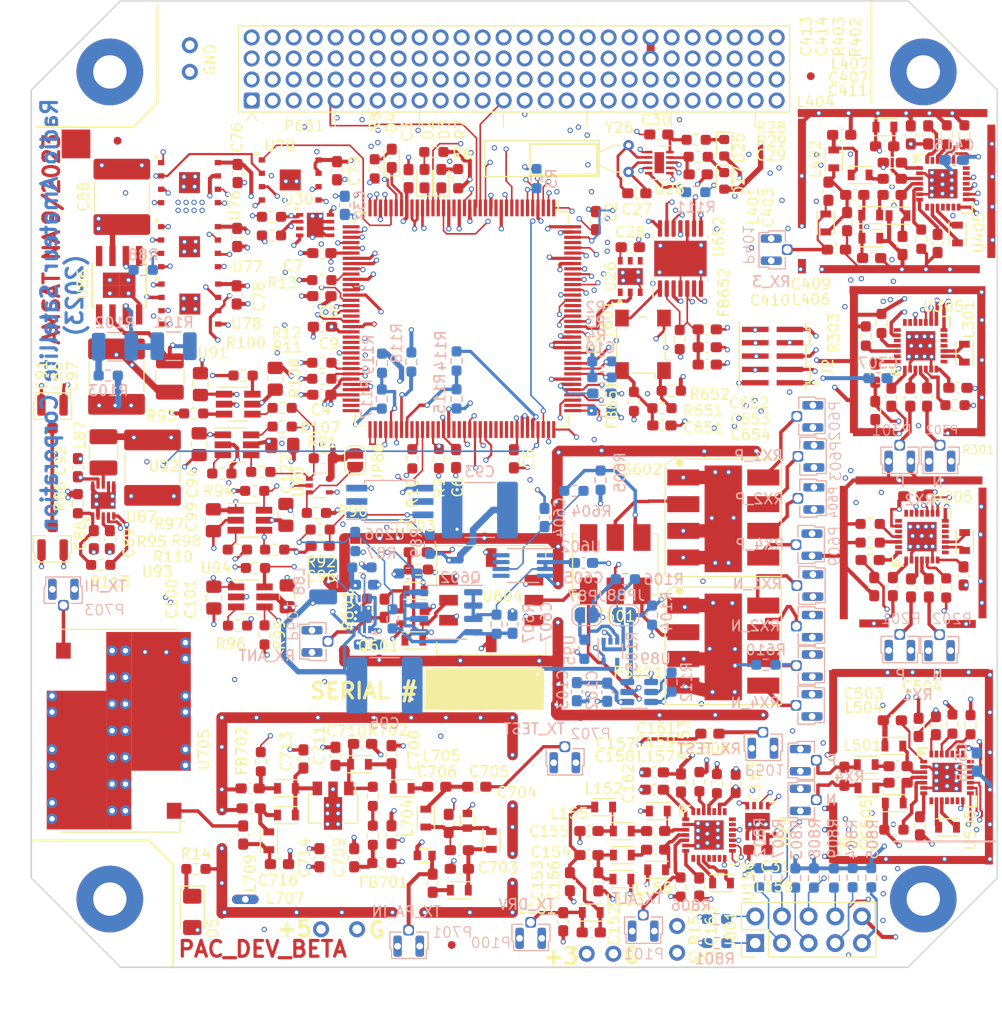
<source format=kicad_pcb>
(kicad_pcb (version 20221018) (generator pcbnew)
  (title_block (title "PacSat Alpha Board") (rev "0"))
  (layers (0 "F.Cu" signal "Top Components.Cu") (1 "In1.Cu" power "GND.Cu") (2 "In2.Cu" power "Signal 1 H.Cu") (3 "In3.Cu" signal "Signal 2 V.Cu") (4 "In4.Cu" signal "Power.Cu") (31 "B.Cu" signal "BackComponets.Cu") (34 "B.Paste" user) (35 "F.Paste" user) (36 "B.SilkS" user "B.Silkscreen") (37 "F.SilkS" user "F.Silkscreen") (38 "B.Mask" user) (39 "F.Mask" user) (44 "Edge.Cuts" user))
  (net 0 "")
  (net 1 "GND")
  (net 2 "+3.3V")
  (net 3 "+1V2")
  (net 4 "Net-(U26-CEXT)")
  (net 5 "Net-(C96-Pad1)")
  (net 6 "-2V BIAS")
  (net 7 "+5V")
  (net 8 "Net-(U28-X2)")
  (net 9 "Net-(U87-SS)")
  (net 10 "REG_3V3")
  (net 11 "REG_1V2")
  (net 12 "AX5043_3V3")
  (net 13 "SSPA_VCC")
  (net 14 "TX_OUT_DRV")
  (net 15 "/TX_ax5043/TXb_N")
  (net 16 "/TX_ax5043/TXb_P")
  (net 17 "/TX_ax5043/TXANT_P")
  (net 18 "/TX_ax5043/TXa_P")
  (net 19 "/TX_ax5043/TCANT_N")
  (net 20 "/TX_ax5043/TXa_N")
  (net 21 "Net-(U28-X1)")
  (net 22 "Net-(C603-Pad1)")
  (net 23 "Net-(C152-Pad1)")
  (net 24 "/RX_1_ax5044/RXANT_P")
  (net 25 "/RX_1_ax5044/RX1_P")
  (net 26 "/RX_1_ax5044/RXANT_N")
  (net 27 "/RX_1_ax5044/RX1_N")
  (net 28 "/RX_2_ax5045/RX2ANT_P")
  (net 29 "/RX_2_ax5045/RX2a_P")
  (net 30 "Net-(C159-Pad1)")
  (net 31 "Net-(C160-Pad1)")
  (net 32 "Net-(D2-K)")
  (net 33 "Net-(D2-A)")
  (net 34 "Net-(U156-CLK16P)")
  (net 35 "Net-(D3-K)")
  (net 36 "/RX_2_ax5045/RX2ANT_N")
  (net 37 "Net-(D3-A)")
  (net 38 "/RX_2_ax5045/RX2A_N")
  (net 39 "Net-(C203-Pad1)")
  (net 40 "Net-(U205-CLK16P)")
  (net 41 "Net-(U305-CLK16P)")
  (net 42 "Net-(P601-In)")
  (net 43 "Net-(C402-Pad1)")
  (net 44 "/RX_3_ax5045/RX3b_N")
  (net 45 "/RX_3_ax5045/RX3b_P")
  (net 46 "UART_RX1")
  (net 47 "UART_TX1")
  (net 49 "/RX_3_ax5045/RX3_P")
  (net 50 "Net-(C411-Pad1)")
  (net 51 "ATTACHED")
  (net 52 "ALERT_SIGNAL")
  (net 53 "FCODE_D0")
  (net 54 "FCODE_D3")
  (net 55 "FCODE_STROBE")
  (net 56 "CMD_MODE")
  (net 57 "Net-(C412-Pad1)")
  (net 58 "Net-(U405-CLK16P)")
  (net 59 "Net-(U305-L2)")
  (net 60 "Net-(U305-L1)")
  (net 61 "Net-(U405-L2)")
  (net 62 "Net-(U405-L1)")
  (net 63 "Net-(U505-L2)")
  (net 64 "Net-(U505-L1)")
  (net 65 "/RX_3_ax5045/RX3_N")
  (net 66 "/RX_3_ax5045/RX3a_P")
  (net 67 "Net-(C505-Pad1)")
  (net 68 "Net-(U505-CLK16P)")
  (net 69 "Net-(Q601-G)")
  (net 70 "VSYS")
  (net 71 "PB_ENABLE")
  (net 73 "UART_TX2")
  (net 74 "UART_RX2")
  (net 78 "Net-(T601-AA)")
  (net 79 "Net-(U90-EN_N)")
  (net 80 "Net-(U2-N2HET1_11)")
  (net 81 "Net-(R89-Pad1)")
  (net 82 "Net-(U94-SETI)")
  (net 83 "Net-(U92-ON)")
  (net 84 "Net-(U205-ANTP1)")
  (net 85 "Clock0")
  (net 86 "Net-(C303-Pad1)")
  (net 87 "Net-(C304-Pad1)")
  (net 88 "Clock1")
  (net 89 "Net-(U405-ANTP1)")
  (net 90 "/RX_3_ax5045/RX3a_N")
  (net 91 "Clock2")
  (net 95 "Net-(C504-Pad1)")
  (net 102 "Clock3")
  (net 111 "Net-(C602-Pad1)")
  (net 114 "Net-(U405-GPADC1)")
  (net 115 "Net-(U405-GPADC2)")
  (net 124 "Net-(U505-ANTP1)")
  (net 127 "Net-(U505-GPADC1)")
  (net 128 "Net-(U505-GPADC2)")
  (net 130 "Clock4")
  (net 131 "AX5043_SEL_TX")
  (net 132 "AX5043_IRQ")
  (net 133 "AX5043_SEL1")
  (net 134 "AX5043_MOSI")
  (net 135 "AX5043_SEL2")
  (net 136 "AX5043_MISO")
  (net 137 "AX5043_SEL3")
  (net 138 "AX5043_CLK")
  (net 139 "Net-(U205-L2)")
  (net 140 "Net-(U205-L1)")
  (net 141 "FAULT_N")
  (net 142 "Net-(J2-P10)")
  (net 143 "Net-(U2-nTRST)")
  (net 144 "Net-(D4-A)")
  (net 145 "VER_BIT3")
  (net 146 "VER_BIT2")
  (net 147 "VER_BIT1")
  (net 148 "VER_BIT0")
  (net 149 "Net-(U2-nPORRST)")
  (net 150 "I2C_SDA")
  (net 151 "I2C_SCL")
  (net 152 "Net-(U92-SETI)")
  (net 153 "AX5043_SEL4")
  (net 154 "Net-(U205-GPADC1)")
  (net 155 "Net-(U156-GPADC1)")
  (net 156 "Net-(U156-GPADC2)")
  (net 157 "Net-(U305-GPADC1)")
  (net 158 "Net-(U305-GPADC2)")
  (net 159 "Net-(T601-SC)")
  (net 160 "USB_Suspend_Low")
  (net 161 "UART_CTS")
  (net 162 "UART_RTS")
  (net 163 "AX5043_IRQ_RX1")
  (net 166 "AX5043_IRQ_RX3")
  (net 167 "Net-(U91-SETI)")
  (net 168 "PWR_SW_AX5043")
  (net 169 "PWR_FLAG_AX5043")
  (net 170 "PWR_SW_SSPA")
  (net 171 "PWR_FLAG_SSPA")
  (net 172 "Clock5")
  (net 180 "Net-(U156-L1)")
  (net 181 "Net-(U156-L2)")
  (net 185 "Net-(D4-K)")
  (net 186 "Net-(J2-P6)")
  (net 187 "Net-(J2-P4)")
  (net 188 "Net-(J2-P2)")
  (net 189 "Net-(J2-P8)")
  (net 190 "Net-(J2-P7)")
  (net 193 "Net-(U87-LX)")
  (net 194 "Net-(C204-Pad2)")
  (net 195 "WDO_N")
  (net 196 "MRAM_NCS3")
  (net 197 "MRAM_NCS2")
  (net 198 "MRAM_NCS1")
  (net 201 "MRAM_MOSI")
  (net 202 "MRAM_MISO")
  (net 203 "MRAM_CLK")
  (net 204 "MRAM_NCS0")
  (net 205 "ONEWIRE")
  (net 206 "FEED_WATCHDOG")
  (net 211 "HW_POWER_OFF_N")
  (net 222 "Net-(U2-AD1IN_6)")
  (net 226 "AX5043_IRQ_RX2")
  (net 228 "AX5043_IRQ_TX")
  (net 236 "Current Fault_1V2")
  (net 238 "Net-(U2-AD1IN_13)")
  (net 239 "Current Fault_3V3")
  (net 240 "Net-(U2-AD1IN_12)")
  (net 241 "CURRENT_FAULT_U89")
  (net 253 "Net-(U88-SS)")
  (net 254 "REG_5.0V")
  (net 255 "Net-(U86-OUT)")
  (net 256 "Net-(U88-LX)")
  (net 257 "Net-(U93-SETI)")
  (net 258 "Net-(U91-ON)")
  (net 259 "REG_5V_EN")
  (net 262 "Net-(D26-K)")
  (net 263 "Net-(D27-K)")
  (net 267 "/Rx_Power_Divider/S+")
  (net 268 "/Rx_Power_Divider/S-")
  (net 269 "Net-(U156-VDD_IO)")
  (net 271 "Net-(U602-OUT)")
  (net 272 "/Rx_Power_Divider/Port4_N")
  (net 275 "/RX_4_ax5045/RX4b_P")
  (net 276 "/RX_4_ax5045/RX4b_N")
  (net 279 "/RX_4_ax5045/RX4ANT_P")
  (net 280 "/RX_4_ax5045/RX4a_P")
  (net 281 "/RX_4_ax5045/RX4ANT_N")
  (net 282 "/RX_4_ax5045/RX4a_N")
  (net 283 "Net-(Q602-Gate)")
  (net 284 "Net-(Q601-D)")
  (net 285 "Net-(Q602-D-Pad5)")
  (net 286 "/Rx_Power_Divider/Port3_N")
  (net 287 "/Rx_Power_Divider/Port2_N")
  (net 288 "/Rx_Power_Divider/Port1_N")
  (net 289 "/Rx_Power_Divider/Port4_P")
  (net 290 "/Rx_Power_Divider/Port3_P")
  (net 291 "/Rx_Power_Divider/Port2_P")
  (net 292 "Net-(P610-In)")
  (net 293 "Net-(U28-Vbat)")
  (net 294 "Net-(U28-VCC)")
  (net 295 "Net-(U87-IN)")
  (net 296 "Net-(U88-D1)")
  (net 297 "Net-(U602-Vin)")
  (net 298 "Net-(U652-1G)")
  (net 299 "Net-(U88-INP)")
  (net 300 "AX5043_IRQ_RX4")
  (net 303 "GIOB_3")
  (net 304 "GIOA_2")
  (net 305 "GOIB_1")
  (net 369 "GIOA_6")
  (net 374 "Net-(P701-In)")
  (net 375 "Net-(C701-Pad2)")
  (net 376 "Net-(C702-Pad2)")
  (net 377 "Net-(C703-Pad2)")
  (net 378 "Net-(C705-Pad1)")
  (net 379 "Net-(P702-In)")
  (net 380 "Net-(C706-Pad1)")
  (net 381 "Net-(C708-Pad1)")
  (net 382 "Net-(C709-Pad1)")
  (net 383 "Net-(Q701-G)")
  (net 384 "Net-(C712-Pad1)")
  (net 385 "Net-(Q701-D)")
  (net 386 "Net-(C715-Pad1)")
  (net 387 "Net-(C716-Pad1)")
  (net 388 "Net-(U705-IN)")
  (net 389 "Net-(R701-Pad2)")
  (net 390 "Net-(U205-GPADC2)")
  (net 391 "Net-(U305-ANTP1)")
  (net 394 "/Rx_Power_Divider/Port1_P")
  (net 395 "Net-(D5-K)")
  (net 396 "Net-(U86-FB)")
  (net 397 "Net-(R102-Pad2)")
  (net 398 "Net-(TP1-In)")
  (net 399 "Net-(Y601-VDD)")
  (net 400 "Net-(Y601-VC)")
  (net 401 "Net-(U652-CLKIN)")
  (net 402 "Net-(U95-EN_N)")
  (net 403 "Alarm XMIT Shutdown")
  (net 404 "Net-(U95-WDO_N)")
  (net 405 "Net-(U89-CT)")
  (net 406 "Net-(U28-INTB_N)")
  (net 407 "Net-(U89-QOD)")
  (net 408 "Net-(P401-In)")
  (net 409 "Net-(P101-In)")
  (net 410 "Net-(P703-In)")
  (footprint "Capacitor_SMD:C_0603_1608Metric_Pad1.08x0.95mm_HandSolder" (layer "F.Cu") (at 203.7715 78.9305 90)
    (fp_text reference "C2")
    (fp_text value "100n")
  )
  (footprint "Capacitor_SMD:C_0603_1608Metric_Pad1.08x0.95mm_HandSolder" (layer "F.Cu") (at 185.928 74.93 90)
    (fp_text reference "C3")
    (fp_text value "100n")
  )
  (footprint "Capacitor_SMD:C_0603_1608Metric_Pad1.08x0.95mm_HandSolder" (layer "F.Cu") (at 177.673 95.504 180)
    (fp_text reference "C4")
    (fp_text value "100n")
  )
  (footprint "Capacitor_SMD:C_0603_1608Metric_Pad1.08x0.95mm_HandSolder" (layer "F.Cu") (at 195.961 101.6 -90)
    (fp_text reference "C5")
    (fp_text value "100n")
  )
  (footprint "Capacitor_SMD:C_0603_1608Metric_Pad1.08x0.95mm_HandSolder" (layer "F.Cu") (at 190.4492 101.5746 -90)
    (fp_text reference "C6")
    (fp_text value "100n")
  )
  (footprint "Capacitor_SMD:C_0603_1608Metric_Pad1.08x0.95mm_HandSolder" (layer "F.Cu") (at 177.673 82.0166 180)
    (fp_text reference "C7")
    (fp_text value "100n")
  )
  (footprint "Capacitor_SMD:C_0603_1608Metric_Pad1.08x0.95mm_HandSolder" (layer "F.Cu") (at 177.673 86.106 180)
    (fp_text reference "C8")
    (fp_text value "100n")
  )
  (footprint "Capacitor_SMD:C_0603_1608Metric_Pad1.08x0.95mm_HandSolder" (layer "F.Cu") (at 177.7238 89.027 180)
    (fp_text reference "C9")
    (fp_text value "100n")
  )
  (footprint "LED_SMD:LED_0603_1608Metric_Pad1.05x0.95mm_HandSolder" (layer "F.Cu") (at 187.452 74.93 90)
    (fp_text reference "D2")
    (fp_text value "RED")
  )
  (footprint "LED_SMD:LED_0603_1608Metric_Pad1.05x0.95mm_HandSolder" (layer "F.Cu") (at 189.0522 74.93 90)
    (fp_text reference "D3")
    (fp_text value "YEL")
  )
  (footprint "PacSatDev_ti:TQFP-144_20x20mm_Pitch0.5mm" (layer "F.Cu") (at 191.008 88.265 -90)
    (fp_text reference "U2")
    (fp_text value "TMS570LS0914PGE")
  )
  (footprint "Capacitor_SMD:C_0805_2012Metric_Pad1.18x1.45mm_HandSolder" (layer "F.Cu") (at 165.989 100.208 -90)
    (fp_text reference "C98" hide)
    (fp_text value "1u")
  )
  (footprint "Capacitor_SMD:C_0805_2012Metric_Pad1.18x1.45mm_HandSolder" (layer "F.Cu") (at 167.339 107.447 -90)
    (fp_text reference "C99")
    (fp_text value "1u")
  )
  (footprint "Resistor_SMD:R_0603_1608Metric_Pad0.98x0.95mm_HandSolder" (layer "F.Cu") (at 238.866973 70.765075 90)
    (fp_text reference "R402")
    (fp_text value "0R")
  )
  (footprint "Capacitor_SMD:C_0603_1608Metric_Pad1.08x0.95mm_HandSolder" (layer "F.Cu") (at 190.7665 140.628)
    (fp_text reference "C702" hide)
    (fp_text value "5p6")
  )
  (footprint "Capacitor_SMD:C_0603_1608Metric_Pad1.08x0.95mm_HandSolder" (layer "F.Cu") (at 180.7464 139.5741 90)
    (fp_text reference "C709")
    (fp_text value "100p")
  )
  (footprint "PacSatDev_misc:L_Murata_LQH2MCNxxxx02_2.0x1.6mm" (layer "F.Cu") (at 237.2614 136.6774)
    (fp_text reference "L505" hide)
    (fp_text value "0")
  )
  (footprint "Capacitor_SMD:C_0603_1608Metric_Pad1.08x0.95mm_HandSolder" (layer "F.Cu") (at 232.5487 130.864473 180)
    (fp_text reference "C502" hide)
    (fp_text value "22p")
  )
  (footprint "PacSatDev_misc:RF_SHIELD_BMI_S_202_F_U401" (layer "F.Cu") (at 223.319973 68.733075 -90)
    (fp_text reference "U401" hide)
    (fp_text value "RFShield_OnePiece")
  )
  (footprint "Capacitor_SMD:C_0603_1608Metric_Pad1.08x0.95mm_HandSolder" (layer "F.Cu") (at 178.9684 129.9221 90)
    (fp_text reference "C711")
    (fp_text value "15p")
  )
  (footprint "Resistor_SMD:R_0603_1608Metric_Pad0.98x0.95mm_HandSolder" (layer "F.Cu") (at 177.510754 108.334546 180)
    (fp_text reference "R92")
    (fp_text value "1K")
  )
  (footprint "Resistor_SMD:R_0603_1608Metric_Pad0.98x0.95mm_HandSolder" (layer "F.Cu") (at 171.8564 102.8446)
    (fp_text reference "R109" hide)
    (fp_text value "0R")
  )
  (footprint "Capacitor_SMD:C_0603_1608Metric_Pad1.08x0.95mm_HandSolder" (layer "F.Cu") (at 235.482 113.8943 -90)
    (fp_text reference "C202" hide)
    (fp_text value "4p3")
  )
  (footprint "Capacitor_SMD:C_0603_1608Metric_Pad1.08x0.95mm_HandSolder" (layer "F.Cu") (at 211.875 132.461 -90)
    (fp_text reference "C162")
    (fp_text value "10p")
  )
  (footprint "Capacitor_SMD:C_2220_5650Metric_Pad1.97x5.40mm_HandSolder" (layer "F.Cu") (at 158.115 93.777 -90)
    (fp_text reference "C91")
    (fp_text value "22u")
  )
  (footprint "Package_TO_SOT_SMD:SOT-89-3" (layer "F.Cu") (at 178.7384 134.9201 -90)
    (fp_text reference "Q701" hide)
    (fp_text value "ATF05MS004NT1")
  )
  (footprint "Capacitor_SMD:C_0603_1608Metric_Pad1.08x0.95mm_HandSolder" (layer "F.Cu") (at 175.9204 130.1761 90)
    (fp_text reference "C713")
    (fp_text value "2200p")
  )
  (footprint "Fiducial:Fiducial_0.75mm_Mask1.5mm" (layer "F.Cu") (at 190.0428 147.8788)
    (fp_text reference "REF**" hide)
    (fp_text value "Fiducial_0.75mm_Mask1.5mm")
  )
  (footprint "PacSatDev_everspin:MR2xH40_DFN_SmallFlag" (layer "F.Cu") (at 165.067 81.407 -90)
    (fp_text reference "U77")
    (fp_text value "MR25H40CDE" hide)
  )
  (footprint "Capacitor_SMD:C_0603_1608Metric_Pad1.08x0.95mm_HandSolder" (layer "F.Cu") (at 210.058 98.425)
    (fp_text reference "C651")
    (fp_text value "0.1u")
  )
  (footprint "Resistor_SMD:R_0603_1608Metric_Pad0.98x0.95mm_HandSolder" (layer "F.Cu") (at 165.462 97.282 180)
    (fp_text reference "R93")
    (fp_text value "45k8 1%")
  )
  (footprint "PacSatDev_misc:U_FL SMD" (layer "F.Cu") (at 152.019 96.4946 180)
    (fp_text reference "TP2" hide)
    (fp_text value "U_FL")
  )
  (footprint "Capacitor_SMD:C_0603_1608Metric_Pad1.08x0.95mm_HandSolder" (layer "F.Cu") (at 229.894 111.2273)
    (fp_text reference "C206" hide)
    (fp_text value "10p")
  )
  (footprint "Resistor_SMD:R_0603_1608Metric_Pad0.98x0.95mm_HandSolder" (layer "F.Cu") (at 182.7022 74 90)
    (fp_text reference "R8")
    (fp_text value "3K")
  )
  (footprint "Capacitor_SMD:C_0603_1608Metric_Pad1.08x0.95mm_HandSolder" (layer "F.Cu") (at 232.053 113.7673 -90)
    (fp_text reference "C203" hide)
    (fp_text value "10n")
  )
  (footprint "PacSatDev_misc:Wire_Hole" (layer "F.Cu") (at 181.0258 146.3802 90)
    (fp_text reference "H15" hide)
    (fp_text value "Wire_Hole" hide)
  )
  (footprint "LED_SMD:LED_1206_3216Metric_Pad1.42x1.75mm_HandSolder" (layer "F.Cu") (at 165.3286 144.7292 -90)
    (fp_text reference "D5")
    (fp_text value "LED")
  )
  (footprint "Capacitor_SMD:C_0603_1608Metric_Pad1.08x0.95mm_HandSolder" (layer "F.Cu") (at 214.376 89.281)
    (fp_text reference "C652")
    (fp_text value "0.1u")
  )
  (footprint "Resistor_SMD:R_0603_1608Metric_Pad0.98x0.95mm_HandSolder" (layer "F.Cu") (at 181.973489 115.824 90)
    (fp_text reference "R601")
    (fp_text value "5 Meg")
  )
  (footprint "Capacitor_SMD:C_0603_1608Metric_Pad1.08x0.95mm_HandSolder" (layer "F.Cu") (at 227.690973 79.020075 -90)
    (fp_text reference "C403")
    (fp_text value "27p")
  )
  (footprint "Capacitor_SMD:C_0603_1608Metric_Pad1.08x0.95mm_HandSolder" (layer "F.Cu") (at 226.674973 81.687075)
    (fp_text reference "C401" hide)
    (fp_text value "27p")
  )
  (footprint "PacSatDev_maxim:TDFN_T633_2" (layer "F.Cu") (at 207.042 84.2475 90)
    (fp_text reference "U26")
    (fp_text value "DS28E83Q+T" hide)
  )
  (footprint "Capacitor_SMD:C_0603_1608Metric_Pad1.08x0.95mm_HandSolder" (layer "F.Cu") (at 235.307 95.7326 -90)
    (fp_text reference "C302" hide)
    (fp_text value "4p3")
  )
  (footprint "Package_DFN_QFN:TDFN-10-1EP_2x3mm_P0.5mm_EP0.9x2mm" (layer "F.Cu") (at 209.8075 73.406)
    (fp_text reference "U28")
    (fp_text value "MAX31331TETB+")
  )
  (footprint "Resistor_SMD:R_0603_1608Metric_Pad0.98x0.95mm_HandSolder" (layer "F.Cu") (at 173.8884 98.5266 180)
    (fp_text reference "R107")
    (fp_text value "10K")
  )
  (footprint "Resistor_SMD:R_0603_1608Metric_Pad0.98x0.95mm_HandSolder" (layer "F.Cu") (at 173.181 110.241)
    (fp_text reference "R98")
    (fp_text value "4.7k")
  )
  (footprint "Resistor_SMD:R_0603_1608Metric_Pad0.98x0.95mm_HandSolder" (layer "F.Cu") (at 172.8743 78.5622)
    (fp_text reference "R30" hide)
    (fp_text value "4k7")
  )
  (footprint "Capacitor_SMD:C_0603_1608Metric_Pad1.08x0.95mm_HandSolder" (layer "F.Cu") (at 234.5 127.164 90)
    (fp_text reference "C506" hide)
    (fp_text value "6.8p")
  )
  (footprint "PacSatDev_misc:CUBESAT_MOUNT_HOLE" (layer "F.Cu") (at 234.95 143.51)
    (fp_text reference "H104" hide)
    (fp_text value "CUBESAT_MOUNT_HOLE" hide)
  )
  (footprint "PacSatDev_misc:PacSat_Dev_4_26" (layer "F.Cu") (at 170.9856 67.4906)
    (fp_text reference "P651")
    (fp_text value "Conn_04x26_Pin")
  )
  (footprint "PacSatDev_misc:Wire_Hole" (layer "F.Cu") (at 205.4352 148.717 180)
    (fp_text reference "H13" hide)
    (fp_text value "Wire_Hole" hide)
  )
  (footprint "PacSatDev_misc:L_Murata_LQH2MCNxxxx02_2.0x1.6mm" (layer "F.Cu") (at 229.957488 80.59794)
    (fp_text reference "L403" hide)
    (fp_text value "68n")
  )
  (footprint "Resistor_SMD:R_0603_1608Metric_Pad0.98x0.95mm_HandSolder" (layer "F.Cu") (at 177.1555 106.751)
    (fp_text reference "R90")
    (fp_text value "10k")
  )
  (footprint "Capacitor_SMD:C_0603_1608Metric_Pad1.08x0.95mm_HandSolder" (layer "F.Cu") (at 227.182973 70.765075)
    (fp_text reference "C405" hide)
    (fp_text value "1p")
  )
  (footprint "PacSatDev_maxim:TDFN_T1033_1" (layer "F.Cu") (at 156.853 105.5685 90)
    (fp_text reference "U87")
    (fp_text value "MAX1556AEBT+" hide)
  )
  (footprint "Capacitor_SMD:C_0603_1608Metric_Pad1.08x0.95mm_HandSolder" (layer "F.Cu") (at 203.327 146.685 180)
    (fp_text reference "C152")
    (fp_text value "NS")
  )
  (footprint "Capacitor_SMD:C_0603_1608Metric_Pad1.08x0.95mm_HandSolder" (layer "F.Cu") (at 238.784 112.7513 90)
    (fp_text reference "C204" hide)
    (fp_text value "10n")
  )
  (footprint "Capacitor_SMD:C_0603_1608Metric_Pad1.08x0.95mm_HandSolder" (layer "F.Cu") (at 233.760473 70.765075 90)
    (fp_text reference "C413")
    (fp_text value "6.8p")
  )
  (footprint "PacSatDev_murata:L_0603" (layer "F.Cu") (at 191.5285 136.056 -90)
    (fp_text reference "L703" hide)
    (fp_text value "18n")
  )
  (footprint "Capacitor_SMD:C_0603_1608Metric_Pad1.08x0.95mm_HandSolder" (layer "F.Cu") (at 157.48 109.3005 -90)
    (fp_text reference "C89")
    (fp_text value "1000p")
  )
  (footprint "PacSatDev_misc:L_Murata_LQH2MCNxxxx02_2.0x1.6mm" (layer "F.Cu") (at 225.658973 79.147075 -90)
    (fp_text reference "L401")
    (fp_text value "30")
  )
  (footprint "Capacitor_SMD:C_0603_1608Metric_Pad1.08x0.95mm_HandSolder" (layer "F.Cu") (at 169.602354 80.529653 -90)
    (fp_text reference "C77" hide)
    (fp_text value "100n")
  )
  (footprint "Resistor_SMD:R_0603_1608Metric_Pad0.98x0.95mm_HandSolder" (layer "F.Cu") (at 237.133 113.8943 -90)
    (fp_text reference "R201" hide)
    (fp_text value "50")
  )
  (footprint "PacSatDev_misc:L_Murata_LQH2MCNxxxx02_2.0x1.6mm" (layer "F.Cu") (at 174.2959 135.5101)
    (fp_text reference "L708" hide)
    (fp_text value "2n55")
  )
  (footprint "PacSatDev_misc:Mini-Circuits_HF1139_LandPatternPL-230" (layer "F.Cu") (at 158.3309 127.4826 180)
    (fp_text reference "U705")
    (fp_text value "SXBP-425+")
  )
  (footprint "PacSatDev_misc:Wire_Hole" (layer "F.Cu") (at 211.5058 148.6154 90)
    (fp_text reference "H10" hide)
    (fp_text value "Wire_Hole" hide)
  )
  (footprint "Resistor_SMD:R_0603_1608Metric_Pad0.98x0.95mm_HandSolder" (layer "F.Cu") (at 173.8884 96.7486)
    (fp_text reference "R108")
    (fp_text value "0R")
  )
  (footprint "Capacitor_SMD:C_0603_1608Metric_Pad1.08x0.95mm_HandSolder" (layer "F.Cu") (at 186.856 110.49)
    (fp_text reference "C603")
    (fp_text value "0.1 u")
  )
  (footprint "PacSatDev_misc:L_Murata_LQH2MCNxxxx02_2.0x1.6mm" (layer "F.Cu") (at 190.7665 142.66)
    (fp_text reference "L702" hide)
    (fp_text value "43n")
  )
  (footprint "PacSatDev_misc:CUBESAT_MOUNT_HOLE" (layer "F.Cu") (at 234.95 64.77)
    (fp_text reference "H103" hide)
    (fp_text value "CUBESAT_MOUNT_HOLE" hide)
  )
  (footprint "PacSatDev_misc:L_Murata_LQH2MCNxxxx02_2.0x1.6mm" (layer "F.Cu") (at 181.2544 130.6841 180)
    (fp_text reference "L706" hide)
    (fp_text value "5n5")
  )
  (footprint "Resistor_SMD:R_0603_1608Metric_Pad0.98x0.95mm_HandSolder" (layer "F.Cu") (at 234.757029 80.693912 -90)
    (fp_text reference "R401" hide)
    (fp_text value "50")
  )
  (footprint "Capacitor_SMD:C_0603_1608Metric_Pad1.08x0.95mm_HandSolder" (layer "F.Cu") (at 213.5124 74.5236)
    (fp_text reference "C29")
    (fp_text value "22u")
  )
  (footprint "Capacitor_SMD:C_0603_1608Metric_Pad1.08x0.95mm_HandSolder" (layer "F.Cu") (at 169.642268 74.442776 -90)
    (fp_text reference "C76")
    (fp_text value "100n")
  )
  (footprint "PacSatDev_misc:Wire_Hole" (layer "F.Cu") (at 211.5058 146.0754 90)
    (fp_text reference "H11" hide)
    (fp_text value "Wire_Hole" hide)
  )
  (footprint "Capacitor_SMD:C_0603_1608Metric_Pad1.08x0.95mm_HandSolder" (layer "F.Cu") (at 214.63 127.762 180)
    (fp_text reference "C606")
    (fp_text value "1u")
  )
  (footprint "Capacitor_SMD:C_0603_1608Metric_Pad1.08x0.95mm_HandSolder" (layer "F.Cu") (at 203.112 139.319 180)
    (fp_text reference "C154")
    (fp_text value "5p1")
  )
  (footprint "PacSatDev_misc:L_Murata_LQH2MCNxxxx02_2.0x1.6mm" (layer "F.Cu") (at 232.185808 134.368333)
    (fp_text reference "L504")
    (fp_text value "68n")
  )
  (footprint "PacSatDev_misc:L_Murata_LQH2MCNxxxx02_2.0x1.6mm" (layer "F.Cu") (at 229.5144 130.7084)
    (fp_text reference "L501")
    (fp_text value "68n")
  )
  (footprint "PacSatDev_misc:L_Murata_LQH2MCNxxxx02_2.0x1.6mm" (layer "F.Cu") (at 206.248 141.605)
    (fp_text reference "L153")
    (fp_text value "27n")
  )
  (footprint "Resistor_SMD:R_0603_1608Metric_Pad0.98x0.95mm_HandSolder" (layer "F.Cu") (at 172.212 118.364 -90)
    (fp_text reference "R99")
    (fp_text value "4.7k")
  )
  (footprint "Capacitor_SMD:C_0603_1608Metric_Pad1.08x0.95mm_HandSolder" (layer "F.Cu") (at 179.113526 74.173365 -90)
    (fp_text reference "C79")
    (fp_text value "100n")
  )
  (footprint "Package_TO_SOT_SMD:SOT-23-6_Handsoldering" (layer "F.Cu") (at 169.7095 96.398)
    (fp_text reference "U91")
    (fp_text value "MAX4995ALAUT")
  )
  (footprint "Resistor_SMD:R_0603_1608Metric_Pad0.98x0.95mm_HandSolder" (layer "F.Cu") (at 182.5244 133.7321 90)
    (fp_text reference "R702")
    (fp_text value "22")
  )
  (footprint "Capacitor_SMD:C_0603_1608Metric_Pad1.08x0.95mm_HandSolder" (layer "F.Cu") (at 192.4304 132.8166)
    (fp_text reference "C705")
    (fp_text value "2200p")
  )
  (footprint "Capacitor_SMD:C_0603_1608Metric_Pad1.08x0.95mm_HandSolder" (layer "F.Cu") (at 177.4444 139.5741 90)
    (fp_text reference "C714")
    (fp_text value "10u")
  )
  (footprint "Resistor_SMD:R_0603_1608Metric_Pad0.98x0.95mm_HandSolder" (layer "F.Cu") (at 229.894 107.7983 180)
    (fp_text reference "R203" hide)
    (fp_text value "0R")
  )
  (footprint "Capacitor_SMD:C_0805_2012Metric_Pad1.18x1.45mm_HandSolder" (layer "F.Cu") (at 166.1065 94.488 90)
    (fp_text reference "C97")
    (fp_text value "1u")
  )
  (footprint "RF_Mini-Circuits:Mini-Circuits_CD542_H2.84mm" (layer "F.Cu") (at 205.613 111.633 90)
    (fp_text reference "T601")
    (fp_text value "ADT4-1WT+")
  )
  (footprint "Capacitor_SMD:C_0603_1608Metric_Pad1.08x0.95mm_HandSolder" (layer "F.Cu") (at 213.614 142.367 -90)
    (fp_text reference "C160")
    (fp_text value "10n")
  )
  (footprint "Inductor_SMD:L_1210_3225Metric_Pad1.42x2.65mm_HandSolder" (layer "F.Cu") (at 156.869 100.984 90)
    (fp_text reference "L87")
    (fp_text value "3u3")
  )
  (footprint "Capacitor_SMD:C_0603_1608Metric_Pad1.08x0.95mm_HandSolder" (layer "F.Cu") (at 209.462 137.033 180)
    (fp_text reference "C157")
    (fp_text value "4p3")
  )
  (footprint "Capacitor_SMD:C_0603_1608Metric_Pad1.08x0.95mm_HandSolder" (layer "F.Cu") (at 232.970847 81.289306 -90)
    (fp_text reference "C408" hide)
    (fp_text value "10p")
  )
  (footprint "PacSatDev_misc:L_Murata_LQH2MCNxxxx02_2.0x1.6mm" (layer "F.Cu") (at 172.6184 137.9621 90)
    (fp_text reference "L709")
    (fp_text value "8n1")
  )
  (footprint "Capacitor_SMD:C_0603_1608Metric_Pad1.08x0.95mm_HandSolder" (layer "F.Cu") (at 209.764 70.723 180)
    (fp_text reference "C30")
    (fp_text value "22u")
  )
  (footprint "PacSatDev_misc:L_Murata_LQH2MCNxxxx02_2.0x1.6mm" (layer "F.Cu") (at 203.327 144.78)
    (fp_text reference "L151")
    (fp_text value "0")
  )
  (footprint "Resistor_SMD:R_0603_1608Metric_Pad0.98x0.95mm_HandSolder" (layer "F.Cu") (at 229.894 109.5763 180)
    (fp_text reference "R202" hide)
    (fp_text value "0R")
  )
  (footprint "PacSatDev_misc:L_Murata_LQH2MCNxxxx02_2.0x1.6mm" (layer "F.Cu") (at 229.574684 132.92384)
    (fp_text reference "L502" hide)
    (fp_text value "68n")
  )
  (footprint "Resistor_SMD:R_0603_1608Metric_Pad0.98x0.95mm_HandSolder" (layer "F.Cu") (at 213.5124 72.8472)
    (fp_text reference "R29")
    (fp_text value "4k7")
  )
  (footprint "Package_TO_SOT_SMD:SOT-23-6_Handsoldering" (layer "F.Cu") (at 169.592 100.269)
    (fp_text reference "U92")
    (fp_text value "MAX4995ALAUT")
  )
  (footprint "PacSatDev_misc:RF_SHIELD_BMI_S_201_F_U301" (layer "F.Cu") (at 228.326932 99.1616)
    (fp_text reference "U301" hide)
    (fp_text value "RFShield_OnePiece")
  )
  (footprint "Resistor_SMD:R_0603_1608Metric_Pad0.98x0.95mm_HandSolder" (layer "F.Cu") (at 210.947 95.123)
    (fp_text reference "R652")
    (fp_text value "10K")
  )
  (footprint "Resistor_SMD:R_0603_1608Metric_Pad0.98x0.95mm_HandSolder" (layer "F.Cu") (at 237.974 96.4946)
    (fp_text reference "R301")
    (fp_text value "50")
  )
  (footprint "Capacitor_SMD:C_0603_1608Metric_Pad1.08x0.95mm_HandSolder" (layer "F.Cu") (at 232.0025 73.406 180)
    (fp_text reference "C411")
    (fp_text value "10n")
  )
  (footprint "Resistor_SMD:R_0603_1608Metric_Pad0.98x0.95mm_HandSolder" (layer "F.Cu") (at 172.8743 80.3402)
    (fp_text reference "R31" hide)
    (fp_text value "4k7")
  )
  (footprint "Capacitor_SMD:C_0603_1608Metric_Pad1.08x0.95mm_HandSolder" (layer "F.Cu") (at 233.7054 95.7326 -90)
    (fp_text reference "C301" hide)
    (fp_text value "4p3")
  )
  (footprint "Capacitor_SMD:C_0603_1608Metric_Pad1.08x0.95mm_HandSolder" (layer "F.Cu") (at 188.2265 141.9985 -90)
    (fp_text reference "C701" hide)
    (fp_text value "4p3")
  )
  (footprint "PacSatDev_misc:TB-471" (layer "F.Cu") (at 187.4529 117.22735 90)
    (fp_text reference "Q601")
    (fp_text value "SAV-331+")
  )
  (footprint "Resistor_SMD:R_0603_1608Metric_Pad0.98x0.95mm_HandSolder" (layer "F.Cu") (at 177.814 101.544 180)
    (fp_text reference "R91")
    (fp_text value "10k")
  )
  (footprint "Capacitor_SMD:C_0603_1608Metric_Pad1.08x0.95mm_HandSolder" (layer "F.Cu") (at 236.313172 81.099863 -90)
    (fp_text reference "C412" hide)
    (fp_text value "10n")
  )
  (footprint "Resistor_SMD:R_0603_1608Metric_Pad0.98x0.95mm_HandSolder" (layer "F.Cu") (at 177.673 84.582)
    (fp_text reference "R13")
    (fp_text value "3k3")
  )
  (footprint "Resistor_SMD:R_0603_1608Metric_Pad0.98x0.95mm_HandSolder" (layer "F.Cu") (at 156.6125 111.7 180)
    (fp_text reference "R113")
    (fp_text value "3.8K")
  )
  (footprint "Capacitor_SMD:C_0603_1608Metric_Pad1.08x0.95mm_HandSolder" (layer "F.Cu") (at 170.8404 132.9701 180)
    (fp_text reference "C712" hide)
    (fp_text value "100p")
  )
  (footprint "PacSatDev_everspin:MR2xH40_DFN_SmallFlag" (layer "F.Cu") (at 165.067 75.307 -90)
    (fp_text reference "U76")
    (fp_text value "MR25H40CDE" hide)
  )
  (footprint "Capacitor_SMD:C_0603_1608Metric_Pad1.08x0.95mm_HandSolder" (layer "F.Cu") (at 209.335 133.096 180)
    (fp_text reference "C159")
    (fp_text value "10n")
  )
  (footprint "PacSatDev_misc:L_Murata_LQH2MCNxxxx02_2.0x1.6mm" (layer "F.Cu") (at 206.287 137.033)
    (fp_text reference "L154" hide)
    (fp_text value "43n")
  )
  (footprint "Capacitor_SMD:C_0603_1608Metric_Pad1.08x0.95mm_HandSolder" (layer "F.Cu") (at 232.5487 132.434371 180)
    (fp_text reference "C503")
    (fp_text value "22p")
  )
  (footprint "Capacitor_SMD:C_0603_1608Metric_Pad1.08x0.95mm_HandSolder" (layer "F.Cu") (at 188.6204 132.8166)
    (fp_text reference "C706")
    (fp_text value "18p")
  )
  (footprint "Diode_SMD:D_0603_1608Metric" (layer "F.Cu") (at 215.987 75.1425 -90)
    (fp_text reference "D27")
    (fp_text value "RB521CS30L,315 ")
  )
  (footprint "Capacitor_SMD:C_0603_1608Metric_Pad1.08x0.95mm_HandSolder" (layer "F.Cu") (at 214.376 90.9785)
    (fp_text reference "C653")
    (fp_text value "0.1u")
  )
  (footprint "Capacitor_SMD:C_0805_2012Metric_Pad1.18x1.45mm_HandSolder" (layer "F.Cu") (at 173.905098 100.317884 180)
    (fp_text reference "C122")
    (fp_text value "1u")
  )
  (footprint "Capacitor_SMD:C_0603_1608Metric_Pad1.08x0.95mm_HandSolder" (layer "F.Cu") (at 190.7665 138.85 180)
    (fp_text reference "C703")
    (fp_text value "4p3")
  )
  (footprint "Capacitor_SMD:C_0603_1608Metric_Pad1.08x0.95mm_HandSolder" (layer "F.Cu") (at 230.03543 82.488046)
    (fp_text reference "C406" hide)
    (fp_text value "5p6")
  )
  (footprint "Capacitor_SMD:C_0603_1608Metric_Pad1.08x0.95mm_HandSolder" (layer "F.Cu") (at 154.432 102.4425 90)
    (fp_text reference "C92")
    (fp_text value "10u")
  )
  (footprint "Capacitor_SMD:C_0603_1608Metric_Pad1.08x0.95mm_HandSolder" (layer "F.Cu") (at 217.082 132.486731 90)
    (fp_text reference "C163")
    (fp_text value "10n")
  )
  (footprint "PacSatDev_misc:CUBESAT_MOUNT_HOLE" (layer "F.Cu") (at 157.48 143.51)
    (fp_text reference "H102" hide)
    (fp_text value "CUBESAT_MOUNT_HOLE" hide)
  )
  (footprint "PacSatDev_misc:Wire_Hole" (layer "F.Cu") (at 165.1 64.77 90)
    (fp_text reference "H17" hide)
    (fp_text value "Wire_Hole" hide)
  )
  (footprint "PacSatDev_onsemi:QFN28" (layer "F.Cu") (at 214.542 137.414)
    (fp_text reference "U156")
    (fp_text value "AX5043" hide)
  )
  (footprint "PacSatDev_misc:L_Murata_LQH2MCNxxxx02_2.0x1.6mm" (layer "F.Cu") (at 186.563 114.173 180)
    (fp_text reference "L601" hide)
    (fp_text value "620nH")
  )
  (footprint "Jumper:SolderJumper-2_P1.3mm_Open_RoundedPad1.0x1.5mm" (layer "F.Cu") (at 180.848 101.742 -90)
    (fp_text reference "JP86")
    (fp_text value "Disable Watchdog")
  )
  (footprint "Capacitor_SMD:C_0603_1608Metric_Pad1.08x0.95mm_HandSolder" (layer "F.Cu") (at 236.151 127 -90)
    (fp_text reference "C507" hide)
    (fp_text value "10p")
  )
  (footprint "Resistor_SMD:R_0603_1608Metric_Pad0.98x0.95mm_HandSolder" (layer "F.Cu") (at 182.5244 137.4386 90)
    (fp_text reference "R701" hide)
    (fp_text value "22")
  )
  (footprint "Package_TO_SOT_SMD:SOT-23-6_Handsoldering" (layer "F.Cu") (at 170.815 107.447)
    (fp_text reference "U93")
    (fp_text value "MAX4995ALAUT")
  )
  (footprint "Capacitor_SMD:C_0805_2012Metric_Pad1.18x1.45mm_HandSolder" (layer "F.Cu") (at 174.244 106.934 90)
    (fp_text reference "C123" hide)
    (fp_text value "1u")
  )
  (footprint "Resistor_SMD:R_0603_1608Metric_Pad0.98x0.95mm_HandSolder" (layer "F.Cu") (at 169.6485 117.48)
    (fp_text reference "R96")
    (fp_text value "45k8 1%")
  )
  (footprint "PacSatDev_maxim:TDFN_T833_2" (layer "F.Cu") (at 219.161 136.095 -90)
    (fp_text reference "U29")
    (fp_text value "MAX31725MTA+" hide)
  )
  (footprint "Package_SO:HTSSOP-14-1EP_4.4x5mm_P0.65mm_EP3.4x5mm_Mask3x3.1mm" (layer "F.Cu") (at 211.823 82.538 90)
    (fp_text reference "U652")
    (fp_text value "CDCLVC1106")
  )
  (footprint "Capacitor_SMD:C_0805_2012Metric_Pad1.18x1.45mm_HandSolder" (layer "F.Cu") (at 167.386 114.813 -90)
    (fp_text reference "C100")
    (fp_text value "1u")
  )
  (footprint "Capacitor_SMD:C_0603_1608Metric_Pad1.08x0.95mm_HandSolder" (layer "F.Cu") (at 169.555526 85.997488 -90)
    (fp_text reference "C78")
    (fp_text value "100n")
  )
  (footprint "Capacitor_SMD:C_0603_1608Metric_Pad1.08x0.95mm_HandSolder" (layer "F.Cu") (at 233.7816 113.8936 -90)
    (fp_text reference "C201" hide)
    (fp_text value "4p3")
  )
  (footprint "Resistor_SMD:R_0603_1608Metric_Pad0.98x0.95mm_HandSolder" (layer "F.Cu") (at 207.391 96.139 90)
    (fp_text reference "FB651")
    (fp_text value "FerriteBead_Small")
  )
  (footprint "Capacitor_SMD:C_0603_1608Metric_Pad1.08x0.95mm_HandSolder" (layer "F.Cu") (at 231.91 95.7326 -90)
    (fp_text reference "C303" hide)
    (fp_text value "10n")
  )
  (footprint "Capacitor_SMD:C_0603_1608Metric_Pad1.08x0.95mm_HandSolder" (layer "F.Cu") (at 235.411473 70.765075 90)
    (fp_text reference "C414")
    (fp_text value "10p")
  )
  (footprint "Capacitor_SMD:C_0603_1608Metric_Pad1.08x0.95mm_HandSolder" (layer "F.Cu") (at 203.112 137.033 180)
    (fp_text reference "C155")
    (fp_text value "11p")
  )
  (footprint "LED_SMD:LED_0603_1608Metric_Pad1.05x0.95mm_HandSolder" (layer "F.Cu") (at 184.3278 73 90)
    (fp_text reference "D4")
    (fp_text value "GRN")
  )
  (footprint "Resistor_SMD:R_0603_1608Metric_Pad0.98x0.95mm_HandSolder" (layer "F.Cu") (at 211.751896 90.244048 90)
    (fp_text reference "FB652")
    (fp_text value "FerriteBead_Small")
  )
  (footprint "PacSatDev_misc:L_Murata_LQH2MCNxxxx02_2.0x1.6mm" (layer "F.Cu") (at 209.55 140.716)
    (fp_text reference "L156")
    (fp_text value "100n")
  )
  (footprint "Resistor_SMD:R_0603_1608Metric_Pad0.98x0.95mm_HandSolder" (layer "F.Cu") (at 171.3484 111.9886)
    (fp_text reference "R110")
    (fp_text value "10K")
  )
  (footprint "PacSatDev_misc:RF_SHIELD_PAD" (layer "F.Cu") (at 170.3832 143.5354 180)
    (fp_text reference "U701" hide)
    (fp_text value "RFShield_OnePiece")
  )
  (footprint "Capacitor_SMD:C_0603_1608Metric_Pad1.08x0.95mm_HandSolder" (layer "F.Cu") (at 207.042 81.456)
    (fp_text reference "C28")
    (fp_text value "470n")
  )
  (footprint "Capacitor_SMD:C_0603_1608Metric_Pad1.08x0.95mm_HandSolder" (layer "F.Cu") (at 233.958 105.1578)
    (fp_text reference "C207" hide)
    (fp_text value "10n")
  )
  (footprint "PacSatDev_misc:L_Murata_LQH2MCNxxxx02_2.0x1.6mm" (layer "F.Cu") (at 187.565 135.802 90)
    (fp_text reference "L704")
    (fp_text value "1n2")
  )
  (footprint "Resistor_SMD:R_0603_1608Metric_Pad0.98x0.95mm_HandSolder" (layer "F.Cu") (at 177.673 93.98)
    (fp_text reference "R11")
    (fp_text value "1k")
  )
  (footprint "Capacitor_SMD:C_0603_1608Metric_Pad1.08x0.95mm_HandSolder" (layer "F.Cu") (at 200.66 145.669 -90)
    (fp_text reference "C151" hide)
    (fp_text value "NS")
  )
  (footprint "PacSatDev_misc:RF_SHIELD_BMI_S_202_F_U501" (layer "F.Cu") (at 226.314 139.764107)
    (fp_text reference "U501" hide)
    (fp_text value "RFShield_OnePiece")
  )
  (footprint "Capacitor_SMD:C_2220_5650Metric_Pad1.97x5.40mm_HandSolder" (layer "F.Cu") (at 158.623 76.6615 90)
    (fp_text reference "C88")
    (fp_text value "10u")
  )
  (footprint "Resistor_SMD:R_0603_1608Metric_Pad0.98x0.95mm_HandSolder" (layer "F.Cu") (at 177.673 92.456)
    (fp_text reference "R12")
    (fp_text value "1k")
  )
  (footprint "Capacitor_SMD:C_0603_1608Metric_Pad1.08x0.95mm_HandSolder" (layer "F.Cu") (at 184.3024 129.7686 90)
    (fp_text reference "C708")
    (fp_text value "15p")
  )
  (footprint "Resistor_SMD:R_0603_1608Metric_Pad0.98x0.95mm_HandSolder" (layer "F.Cu") (at 169.625 110.241)
    (fp_text reference "R95")
    (fp_text value "143k 1%")
  )
  (footprint "Crystal:Crystal_AT310_D3.0mm_L10.0mm_Horizontal" (layer "F.Cu") (at 206.883 71.755 -90)
    (fp_text reference "Y26")
    (fp_text value "AB26T-32.768KHZ-6B")
  )
  (footprint "PacSatDev_misc:CUBESAT_MOUNT_HOLE" (layer "F.Cu") (at 157.48 64.77)
    (fp_text reference "H101" hide)
    (fp_text value "CUBESAT_MOUNT_HOLE" hide)
  )
  (footprint "Package_TO_SOT_SMD:SOT-353_SC-70-5" (layer "F.Cu") (at 177.433 104.145)
    (fp_text reference "U90")
    (fp_text value "STWD100NYWY3F")
  )
  (footprint "PacSatDev_samtec:FTSH-105-01-L-DV-K" (layer "F.Cu") (at 220.599 91.821 90)
    (fp_text reference "J2")
    (fp_text value "CONN_02X05")
  )
  (footprint "Resistor_SMD:R_0603_1608Metric_Pad0.98x0.95mm_HandSolder" (layer "F.Cu") (at 170.1705 93.67)
    (fp_text reference "R100")
    (fp_text value "10K")
  )
  (footprint "Resistor_SMD:R_0603_1608Metric_Pad0.98x0.95mm_HandSolder" (layer "F.Cu") (at 188.8236 101.5746 90)
    (fp_text reference "R9")
    (fp_text value "1k")
  )
  (footprint "Capacitor_SMD:C_0603_1608Metric_Pad1.08x0.95mm_HandSolder" (layer "F.Cu") (at 181.543472 128.737163 180)
    (fp_text reference "C710")
    (fp_text value "56p")
  )
  (footprint "PacSatDev_misc:L_Murata_LQH2MCNxxxx02_2.0x1.6mm" (layer "F.Cu") (at 232.149637 128.942766 180)
    (fp_text reference "L503" hide)
    (fp_text value "68n")
  )
  (footprint "PacSatDev_misc:Wire_Hole" (layer "F.Cu") (at 177.5968 146.3802 90)
    (fp_text reference "H14" hide)
    (fp_text value "Wire_Hole" hide)
  )
  (footprint "Resistor_SMD:R_0603_1608Metric_Pad0.98x0.95mm_HandSolder" (layer "F.Cu") (at 237.189473 70.765075 90)
    (fp_text reference "R403")
    (fp_text value "0R")
  )
  (footprint "PacSatDev_misc:L_Murata_LQH2MCNxxxx02_2.0x1.6mm" (layer "F.Cu") (at 232.540329 78.447653)
    (fp_text reference "L406")
    (fp_text value "150n")
  )
  (footprint "Capacitor_SMD:C_0603_1608Metric_Pad1.08x0.95mm_HandSolder" (layer "F.Cu") (at 184.3024 137.3886 90)
    (fp_text reference "C707" hide)
    (fp_text value "1u")
  )
  (footprint "Capacitor_SMD:C_2220_5650Metric_Pad1.97x5.40mm_HandSolder" (layer "F.Cu") (at 161.544 102.4425 -90)
    (fp_text reference "C94")
    (fp_text value "22u")
  )
  (footprint "PacSatDev_misc:L_Murata_LQH2MCNxxxx02_2.0x1.6mm" (layer "F.Cu") (at 215.734 141.986)
    (fp_text reference "L158")
    (fp_text value "0")
  )
  (footprint "Capacitor_SMD:C_0603_1608Metric_Pad1.08x0.95mm_HandSolder" (layer "F.Cu") (at 201.295 141.859 -90)
    (fp_text reference "C153")
    (fp_text value "NS")
  )
  (footprint "Capacitor_SMD:C_0603_1608Metric_Pad1.08x0.95mm_HandSolder" (layer "F.Cu") (at 177.510754 109.893791 180)
    (fp_text reference "C96")
    (fp_text value "10u")
  )
  (footprint "PacSatDev_misc:L_Murata_LQH2MCNxxxx02_2.0x1.6mm" (layer "F.Cu") (at 204.509 134.747)
    (fp_text reference "L152")
    (fp_text value "27n")
  )
  (footprint "Capacitor_SMD:C_0603_1608Metric_Pad1.08x0.95mm_HandSolder" (layer "F.Cu") (at 209.462 138.811 180)
    (fp_text reference "C158")
    (fp_text value "4p3")
  )
  (footprint "PacSatDev_murata:L_0603" (layer "F.Cu") (at 187.4645 139.358)
    (fp_text reference "L701" hide)
    (fp_text value "100n")
  )
  (footprint "Capacitor_SMD:C_0603_1608Metric_Pad1.08x0.95mm_HandSolder" (layer "F.Cu") (at 231.988968 74.948612 180)
    (fp_text reference "C409")
    (fp_text value "4p3")
  )
  (footprint "PacSatDev_misc:L_Murata_LQH2MCNxxxx02_2.0x1.6mm" (layer "F.Cu") (at 238.863 91.5416 90)
    (fp_text reference "L301")
    (fp_text value "0")
  )
  (footprint "Capacitor_SMD:C_0603_1608Metric_Pad1.08x0.95mm_HandSolder" (layer "F.Cu") (at 170.18 137.414 90)
    (fp_text reference "C717" hide)
    (fp_text value "2200p")
  )
  (footprint "PacSatDev_maxim:TDFN_T833_2" (layer "F.Cu") (at 177.038 79.3496)
    (fp_text reference "U30")
    (fp_text value "MAX31725MTA+" hide)
  )
  (footprint "Resistor_SMD:R_0603_1608Metric_Pad0.98x0.95mm_HandSolder" (layer "F.Cu") (at 165.6842 140.6398)
    (fp_text reference "R14")
    (fp_text value "2.4K")
  )
  (footprint "PacSatDev_MiniCircuits:CJ725" (layer "F.Cu") (at 215.9 107.188)
    (fp_text reference "PS602")
    (fp_text value "AD4PS+1")
  )
  (footprint "PacSatDev_misc:L_Murata_LQH2MCNxxxx02_2.0x1.6mm" (layer "F.Cu") (at 193.8145 137.922 90)
    (fp_text reference "U703" hide)
    (fp_text value "4n7")
  )
  (footprint "Inductor_SMD:L_1210_3225Metric_Pad1.42x2.65mm_HandSolder" (layer "F.Cu") (at 163.195 93.767 -90)
    (fp_text reference "L86")
    (fp_text value "3u3")
  )
  (footprint "Resistor_SMD:R_0603_1608Metric_Pad0.98x0.95mm_HandSolder" (layer "F.Cu") (at 186.2836 101.6 90)
    (fp_text reference "R10")
    (fp_text value "1k")
  )
  (footprint "Resistor_SMD:R_0603_1608Metric_Pad0.98x0.95mm_HandSolder" (layer "F.Cu") (at 239.453 126.91 90)
    (fp_text reference "R502" hide)
    (fp_text value "0R")
  )
  (footprint "PacSatDev_onsemi:QFN28" (layer "F.Cu") (at 236.816473 75.418075)
    (fp_text reference "U405")
    (fp_text value "AX5043" hide)
  )
  (footprint "PacSatDev_misc:L_Murata_LQH2MCNxxxx02_2.0x1.6mm" (layer "F.Cu") (at 206.287 139.319)
    (fp_text reference "L155")
    (fp_text value "43n")
  )
  (footprint "PacSatDev_onsemi:QFN28" (layer "F.Cu") (at 234.696 90.8406 90)
    (fp_text reference "U305")
    (fp_text value "AX5043" hide)
  )
  (footprint "Capacitor_SMD:C_0603_1608Metric_Pad1.08x0.95mm_HandSolder" (layer "F.Cu") (at 209.335 131.445)
    (fp_text reference "C161")
    (fp_text value "6.8p")
  )
  (footprint "Capacitor_SMD:C_0603_1608Metric_Pad1.08x0.95mm_HandSolder" (layer "F.Cu") (at 214.376 92.6295)
    (fp_text reference "C654")
    (fp_text value "0.1u")
  )
  (footprint "Fiducial:Fiducial_0.75mm_Mask1.5mm" (layer "F.Cu") (at 224.2312 65.1764)
    (fp_text reference "REF**" hide)
    (fp_text value "Fiducial_0.75mm_Mask1.5mm")
  )
  (footprint "PacSatDev_misc:L_Murata_LQH2MCNxxxx02_2.0x1.6mm" (layer "F.Cu") (at 185.3184 132.9701 180)
    (fp_text reference "L705")
    (fp_text value "5n5")
  )
  (footprint "Capacitor_SMD:C_0603_1608Metric_Pad1.08x0.95mm_HandSolder" (layer "F.Cu") (at 204.001 141.859 -90)
    (fp_text reference "C156")
    (fp_text value "5p6")
  )
  (footprint "Capacitor_SMD:C_0603_1608Metric_Pad1.08x0.95mm_HandSolder" (layer "F.Cu") (at 234.62994 136.539797 -90)
    (fp_text reference "C505")
    (fp_text value "10n")
  )
  (footprint "PacSatDev_misc:L_Murata_LQH2MCNxxxx02_2.0x1.6mm" (layer "F.Cu") (at 228.934473 74.575075)
    (fp_text reference "L404")
    (fp_text value "120n")
  )
  (footprint "Capacitor_SMD:C_0603_1608Metric_Pad1.08x0.95mm_HandSolder" (layer "F.Cu") (at 225.912973 76.124475 -90)
    (fp_text reference "C402" hide)
    (fp_text value "NS")
  )
  (footprint "PacSatDev_misc:Wire_Hole" (layer "F.Cu") (at 202.8952 148.717 180)
    (fp_text reference "H12" hide)
    (fp_text value "Wire_Hole" hide)
  )
  (footprint "PacSatDev_misc:L_Murata_LQH2MCNxxxx02_2.0x1.6mm" (layer "F.Cu") (at 229.938002 78.396065)
    (fp_text reference "L405" hide)
    (fp_text value "120n")
  )
  (footprint "Fiducial:Fiducial_0.75mm_Mask1.5mm" (layer "F.Cu") (at 158.2166 71.3232)
    (fp_text reference "REF**" hide)
    (fp_text value "Fiducial_0.75mm_Mask1.5mm")
  )
  (footprint "Resistor_SMD:R_0603_1608Metric_Pad0.98x0.95mm_HandSolder" (layer "F.Cu") (at 210.058 96.774)
    (fp_text reference "R651")
    (fp_text value "10K")
  )
  (footprint "Capacitor_SMD:C_0603_1608Metric_Pad1.08x0.95mm_HandSolder" (layer "F.Cu") (at 173.6344 140.1826)
    (fp_text reference "C716")
    (fp_text value "2200p")
  )
  (footprint "Capacitor_SMD:C_0603_1608Metric_Pad1.08x0.95mm_HandSolder" (layer "F.Cu") (at 228.426473 76.480075 180)
    (fp_text reference "C404" hide)
    (fp_text value "12p")
  )
  (footprint "Capacitor_SMD:C_0603_1608Metric_Pad1.08x0.95mm_HandSolder" (layer "F.Cu") (at 219.202 138.815 180)
    (fp_text reference "C31")
    (fp_text value "100n")
  )
  (footprint "Capacitor_SMD:C_0603_1608Metric_Pad1.08x0.95mm_HandSolder" (layer "F.Cu") (at 230.275 113.7673 -90)
    (fp_text reference "C205" hide)
    (fp_text value "6.8p")
  )
  (footprint "PacSatDev_misc:L_Murata_LQH2MCNxxxx02_2.0x1.6mm" (layer "F.Cu") (at 174.2959 132.9701 180)
    (fp_text reference "L707")
    (fp_text value "16n6")
  )
  (footprint "Capacitor_SMD:C_0603_1608Metric_Pad1.08x0.95mm_HandSolder" (layer "F.Cu") (at 207.6715 76.327)
    (fp_text reference "C27")
    (fp_text value "6p")
  )
  (footprint "PacSatDev_everspin:MR2xH40_DFN_SmallFlag" (layer "F.Cu") (at 165.1 86.868 -90)
    (fp_text reference "U78")
    (fp_text value "MR25H40CDE" hide)
  )
  (footprint "Resistor_SMD:R_0603_1608Metric_Pad0.98x0.95mm_HandSolder" (layer "F.Cu") (at 154.432 105.8715 -90)
    (fp_text reference "R86")
    (fp_text value "0R")
  )
  (footprint "Capacitor_SMD:C_0603_1608Metric_Pad1.08x0.95mm_HandSolder" (layer "F.Cu") (at 227.4316 131.814322 -90)
    (fp_text reference "C501" hide)
    (fp_text value "4p3")
  )
  (footprint "Diode_SMD:D_0603_1608Metric" (layer "F.Cu") (at 215.987 71.993 -90)
    (fp_text reference "D26")
    (fp_text value "RB521CS30L,315 ")
  )
  (footprint "PacSatDev_misc:L_Murata_LQH2MCNxxxx02_2.0x1.6mm" (layer "F.Cu") (at 238.887 109.474 90)
    (fp_text reference "L201" hide)
    (fp_text value "0")
  )
  (footprint "Capacitor_SMD:C_0603_1608Metric_Pad1.08x0.95mm_HandSolder" (layer "F.Cu") (at 232.0025 126.492 180)
    (fp_text reference "C504")
    (fp_text value "10n")
  )
  (footprint "Resistor_SMD:R_0603_1608Metric_Pad0.98x0.95mm_HandSolder" (layer "F.Cu") (at 230.973344 88.716476 90)
    (fp_text reference "R302" hide)
    (fp_text value "0R")
  )
  (footprint "Resistor_SMD:R_0603_1608Metric_Pad0.98x0.95mm_HandSolder" (layer "F.Cu") (at 229.47896 89.910679 90)
    (fp_text reference "R303")
    (fp_text value "0R")
  )
  (footprint "PacSatDev_misc:RF_SHIELD_BMI_S_201_F_U201" (layer "F.Cu") (at 228.3968 117.3734)
    (fp_text reference "U201" hide)
    (fp_text value "RFShield_OnePiece")
  )
  (footprint "Resistor_SMD:R_0603_1608Metric_Pad0.98x0.95mm_HandSolder" (layer "F.Cu") (at 215.297335 132.523294 90)
    (fp_text reference "R152" hide)
    (fp_text value "0R")
  )
  (footprint "PacSatDev_misc:L_Murata_LQH2MCNxxxx02_2.0x1.6mm" (layer "F.Cu") (at 238.205473 80.202075 90)
    (fp_text reference "L408" hide)
    (fp_text value "0")
  )
  (footprint "PacSatDev_onsemi:QFN28" (layer "F.Cu") (at 237.212 131.929)
    (fp_text reference "U505")
    (fp_text value "AX5043" hide)
  )
  (footprint "Resistor_SMD:R_0603_1608Metric_Pad0.98x0.95mm_HandSolder" (layer "F.Cu") (at 186.856 112.141 180)
    (fp_text reference "R603" hide)
    (fp_text value "1K")
  )
  (footprint "PacSatDev_MiniCircuits:CJ725" (layer "F.Cu") (at 215.9 119.38)
    (fp_text reference "PS601")
    (fp_text value "AD4PS+1")
  )
  (footprint "PacSatDev_misc:Wire_Hole" (layer "F.Cu") (at 165.1 62.23 90)
    (fp_text reference "H16" hide)
    (fp_text value "Wire_Hole" hide)
  )
  (footprint "Package_TO_SOT_SMD:SOT-23-6_Handsoldering" (layer "F.Cu") (at 170.862 114.747)
    (fp_text reference "U94")
    (fp_text value "MAX4995ALAUT")
  )
  (footprint "Capacitor_SMD:C_0603_1608Metric_Pad1.08x0.95mm_HandSolder" (layer "F.Cu") (at 238.252 94.8436)
    (fp_text reference "C304" hide)
    (fp_text value "10n")
  )
  (footprint "Resistor_SMD:R_0603_1608Metric_Pad0.98x0.95mm_HandSolder" (layer "F.Cu") (at 168.148 103.002)
    (fp_text reference "R94")
    (fp_text value "45k8 1%")
  )
  (footprint "Resistor_SMD:R_0603_1608Metric_Pad0.98x0.95mm_HandSolder" (layer "F.Cu") (at 211.836 142.367 -90)
    (fp_text reference "R151")
    (fp_text value "50")
  )
  (footprint "PacSatDev_misc:L_Murata_LQH2MCNxxxx02_2.0x1.6mm" (layer "F.Cu") (at 209.716 135.128)
    (fp_text reference "L157")
    (fp_text value "100n")
  )
  (footprint "Resistor_SMD:R_0603_1608Metric_Pad0.98x0.95mm_HandSolder" (layer "F.Cu") (at 171.276 104.653)
    (fp_text reference "R97")
    (fp_text value "10K")
  )
  (footprint "Capacitor_SMD:C_0805_2012Metric_Pad1.18x1.45mm_HandSolder" (layer "F.Cu") (at 174.371 114.686 90)
    (fp_text reference "C101")
    (fp_text value "1u")
  )
  (footprint "Capacitor_SMD:C_0603_1608Metric_Pad1.08x0.95mm_HandSolder" (layer "F.Cu") (at 230.378 93.4466 90)
    (fp_text reference "C306" hide)
    (fp_text value "10p")
  )
  (footprint "Capacitor_SMD:C_0603_1608Metric_Pad1.08x0.95mm_HandSolder" (layer "F.Cu") (at 231.271789 71.849857 180)
    (fp_text reference "C407")
    (fp_text value "10p")
  )
  (footprint "Resistor_SMD:R_0603_1608Metric_Pad0.98x0.95mm_HandSolder" (layer "F.Cu") (at 213.32 71.231)
    (fp_text reference "R28")
    (fp_text value "4k7")
  )
  (footprint "Resistor_SMD:R_0603_1608Metric_Pad0.98x0.95mm_HandSolder" (layer "F.Cu") (at 183.3899 140.0821 180)
    (fp_text reference "FB701")
    (fp_text value "2743019447")
  )
  (footprint "Capacitor_SMD:C_0603_1608Metric_Pad1.08x0.95mm_HandSolder" (layer "F.Cu") (at 170.942 134.874 180)
    (fp_text reference "C715" hide)
    (fp_text value "2200p")
  )
  (footprint "Resistor_SMD:R_0603_1608Metric_Pad0.98x0.95mm_HandSolder" (layer "F.Cu") (at 171.8564 130.4301 -90)
    (fp_text reference "FB702")
    (fp_text value "2743019447")
  )
  (footprint "Capacitor_SMD:C_0603_1608Metric_Pad1.08x0.95mm_HandSolder" (layer "F.Cu") (at 189.7505 136.31 90)
    (fp_text reference "C704")
    (fp_text value "NS")
  )
  (footprint "Resistor_SMD:R_0603_1608Metric_Pad0.98x0.95mm_HandSolder" (layer "F.Cu") (at 190.6524 74.93 90)
    (fp_text reference "R7")
    (fp_text value "3K")
  )
  (footprint "Capacitor_SMD:C_0603_1608Metric_Pad1.08x0.95mm_HandSolder" (layer "F.Cu") (at 155.956 109.3005 -90)
    (fp_text reference "C86")
    (fp_text value "470n")
  )
  (footprint "PacSatDev_onsemi:QFN28" (layer "F.Cu") (at 234.823 109.0073 90)
    (fp_text reference "U205")
    (fp_text value "AX5043" hide)
  )
  (footprint "PacSatDev_misc:U_FL SMD" (layer "F.Cu") (at 152.0308 110.2614)
    (fp_text reference "TP1" hide)
    (fp_text value "U_FL")
  )
  (footprint "PacSatDev_misc:L_Murata_LQH2MCNxxxx02_2.0x1.6mm" (layer "F.Cu") (at 226.420973 73.051075 90)
    (fp_text reference "L402")
    (fp_text value "68n")
  )
  (footprint "Resistor_SMD:R_0603_1608Metric_Pad0.98x0.95mm_HandSolder" (layer "F.Cu") (at 213.6295 132.334 90)
    (fp_text reference "R153")
    (fp_text value "0R")
  )
  (footprint "RF_Mini-Circuits:Mini-Circuits_GP731" (layer "F.Cu") (at 193.802 115.062)
    (fp_text reference "U604")
    (fp_text value "RBP-140+")
  )
  (footprint "Resistor_SMD:R_0603_1608Metric_Pad0.98x0.95mm_HandSolder" (layer "F.Cu") (at 237.728 126.8495 90)
    (fp_text reference "R503" hide)
    (fp_text value "0R")
  )
  (footprint "PacSatDev_misc:L_Murata_LQH2MCNxxxx02_2.0x1.6mm" (layer "F.Cu") (at 231.294963 70.015323)
    (fp_text reference "L407")
    (fp_text value "150n")
  )
  (footprint "PacSatDev_everspin:MR2xH40_DFN_SmallFlag" (layer "F.Cu") (at 174.658 75.057 -90)
    (fp_text reference "U79")
    (fp_text value "MR25H40CDE" hide)
  )
  (footprint "Capacitor_SMD:C_0603_1608Metric_Pad1.08x0.95mm_HandSolder" (layer "F.Cu") (at 230.378 97.0026 -90)
    (fp_text reference "C305" hide)
    (fp_text value "6.8p")
  )
  (footprint "PacSatDev_misc:Oscillator_SMD_CTS_4X5mm" (layer "F.Cu") (at 208.2546 90.7034 180)
    (fp_text reference "Y601")
    (fp_text value "588S160X2CAT")
  )
  (footprint "Resistor_SMD:R_0603_1608Metric_Pad0.98x0.95mm_HandSolder" (layer "F.Cu") (at 232.156 136.906 180)
    (fp_text reference "R501")
    (fp_text value "50")
  )
  (footprint "Capacitor_SMD:C_0603_1608Metric_Pad1.08x0.95mm_HandSolder" (layer "F.Cu") (at 231.982473 76.480075 180)
    (fp_text reference "C410")
    (fp_text value "4p3")
  )
  (footprint "Package_SO:TI_SO-PowerPAD-8" (layer "F.Cu") (at 158.369 85.076 -90)
    (fp_text reference "U86")
    (fp_text value "TPS7A7001DDA")
  )
  (footprint "Connector_PinHeader_2.54mm:PinHeader_2x05_P2.54mm_Vertical" (layer "F.Cu") (at 218.948 147.701 90)
    (fp_text reference "J801")
    (fp_text value "Conn_02x05_Odd_Even")
  )
  (footprint "Capacitor_SMD:C_0805_2012Metric_Pad1.18x1.45mm_HandSolder" (layer "F.Cu") (at 173.228 93.98 90)
    (fp_text reference "C121" hide)
    (fp_text value "1u")
  )
  (footprint "PacSatDev_misc:L_Murata_LQH2MCNxxxx02_2.0x1.6mm" (layer "F.Cu") (at 186.436 118.872)
    (fp_text reference "L602" hide)
    (fp_text value "120 nH")
  )
  (footprint "Resistor_SMD:R_0603_1608Metric_Pad0.98x0.95mm_HandSolder" (layer "F.Cu") (at 188.341 72.39 180)
    (fp_text reference "R6")
    (fp_text value "3K")
  )
  (footprint "Capacitor_SMD:C_0603_1608Metric_Pad1.08x0.95mm_HandSolder" (layer "F.Cu") (at 183.642 115.824 90)
    (fp_text reference "C601" hide)
    (fp_text value "2.2 nF")
  )
  (footprint "Resistor_SMD:R_0603_1608Metric_Pad0.98x0.95mm_HandSolder" (layer "B.Cu") (at 204.343 92.329)
    (fp_text reference "R2")
    (fp_text value "3k3")
  )
  (footprint "Resistor_SMD:R_0603_1608Metric_Pad0.98x0.95mm_HandSolder" (layer "B.Cu") (at 204.343 93.853)
    (fp_text reference "R3")
    (fp_text value "3k3")
  )
  (footprint "Resistor_SMD:R_0603_1608Metric_Pad0.98x0.95mm_HandSolder" (layer "B.Cu") (at 222.758 141.5015 -90)
    (fp_text reference "R803")
    (fp_text value "10K")
  )
  (footprint "Package_TO_SOT_SMD:SOT-23-6" (layer "B.Cu") (at 207.899 123.7985)
    (fp_text reference "U89")
    (fp_text value "TPS22917DBV")
  )
  (footprint "Resistor_SMD:R_0603_1608Metric_Pad0.98x0.95mm_HandSolder" (layer "B.Cu") (at 215.265 145.415)
    (fp_text reference "R806")
    (fp_text value "10K")
  )
  (footprint "PacSatDev_misc:U_FL" (layer "B.Cu") (at 232.7148 119.8408 180)
    (fp_text reference "P201")
    (fp_text value "~")
  )
  (footprint "Resistor_SMD:R_0603_1608Metric_Pad0.98x0.95mm_HandSolder" (layer "B.Cu") (at 206.5782 113.0532)
    (fp_text reference "R106")
    (fp_text value "10k")
  )
  (footprint "Capacitor_SMD:C_2220_5650Metric_Pad1.97x5.40mm_HandSolder" (layer "B.Cu") (at 183.642 123.1392)
    (fp_text reference "C95")
    (fp_text value "22u")
  )
  (footprint "Package_SO:SO-8_3.9x4.9mm_P1.27mm" (layer "B.Cu") (at 189.519 116.205 180)
    (fp_text reference "Q602")
    (fp_text value "~")
  )
  (footprint "Capacitor_SMD:C_0603_1608Metric_Pad1.08x0.95mm_HandSolder" (layer "B.Cu") (at 202.5915 111.506)
    (fp_text reference "C605")
    (fp_text value "1u")
  )
  (footprint "PacSatDev_misc:U_FL" (layer "B.Cu") (at 224.4342 97.5614 -90)
    (fp_text reference "P602")
    (fp_text value "~")
  )
  (footprint "Resistor_SMD:R_0603_1608Metric_Pad0.98x0.95mm_HandSolder" (layer "B.Cu") (at 186.2 92.3875 -90)
    (fp_text reference "R118")
    (fp_text value "10K")
  )
  (footprint "PacSatDev_misc:U_FL" (layer "B.Cu") (at 197.5612 147.2474 180)
    (fp_text reference "P100")
    (fp_text value "~")
  )
  (footprint "PacSatDev_misc:U_FL" (layer "B.Cu") (at 224.3836 117.5258 -90)
    (fp_text reference "P606" hide)
    (fp_text value "~")
  )
  (footprint "Capacitor_SMD:C_0603_1608Metric_Pad1.08x0.95mm_HandSolder" (layer "B.Cu") (at 240.03 130.466 -90)
    (fp_text reference "C508")
    (fp_text value "10n")
  )
  (footprint "Resistor_SMD:R_0603_1608Metric_Pad0.98x0.95mm_HandSolder" (layer "B.Cu") (at 204.343 97.028 180)
    (fp_text reference "R4")
    (fp_text value "3k3")
  )
  (footprint "PacSatDev_misc:U_FL" (layer "B.Cu") (at 185.9405 147.994 180)
    (fp_text reference "P701")
    (fp_text value "~")
  )
  (footprint "Resistor_SMD:R_0603_1608Metric_Pad0.98x0.95mm_HandSolder" (layer "B.Cu") (at 220.98 141.478 -90)
    (fp_text reference "R807")
    (fp_text value "10K")
  )
  (footprint "Capacitor_SMD:C_0603_1608Metric_Pad1.08x0.95mm_HandSolder" (layer "B.Cu") (at 230.64 93.9205 180)
    (fp_text reference "C307")
    (fp_text value "10n")
  )
  (footprint "Capacitor_SMD:C_2220_5650Metric_Pad1.97x5.40mm_HandSolder" (layer "B.Cu") (at 192.714792 106.474056 180)
    (fp_text reference "C93")
    (fp_text value "10u")
  )
  (footprint "Jumper:SolderJumper-2_P1.3mm_Open_RoundedPad1.0x1.5mm" (layer "B.Cu") (at 206.4512 116.4822 180)
    (fp_text reference "JP88")
    (fp_text value "Disable  WD Shutdown")
  )
  (footprint "PacSatDev_misc:U_FL" (layer "B.Cu") (at 153.0604 114.0206)
    (fp_text reference "P703")
    (fp_text value "U_FL")
  )
  (footprint "PacSatDev_misc:U_FL" (layer "B.Cu") (at 232.7054 101.8286 180)
    (fp_text reference "P301")
    (fp_text value "~")
  )
  (footprint "Jumper:SolderJumper-2_P1.3mm_Open_RoundedPad1.0x1.5mm" (layer "B.Cu") (at 202.8952 116.4822 180)
    (fp_text reference "JP87")
    (fp_text value "Disable Watchdog")
  )
  (footprint "PacSatDev_misc:U_FL" (layer "B.Cu") (at 224.536 101.3714 -90)
    (fp_text reference "P603")
    (fp_text value "~")
  )
  (footprint "PacSatDev_misc:U_FL" (layer "B.Cu") (at 200.8124 130.5306 180)
    (fp_text reference "P702")
    (fp_text value "U_FL")
  )
  (footprint "Resistor_SMD:R_0603_1608Metric_Pad0.98x0.95mm_HandSolder" (layer "B.Cu") (at 210.981643 122.852219 90)
    (fp_text reference "R112")
    (fp_text value "10K")
  )
  (footprint "Capacitor_SMD:C_0603_1608Metric_Pad1.08x0.95mm_HandSolder" (layer "B.Cu") (at 195.834 117.348 90)
    (fp_text reference "C607")
    (fp_text value "0.1 u")
  )
  (footprint "Resistor_SMD:R_0603_1608Metric_Pad0.98x0.95mm_HandSolder" (layer "B.Cu") (at 183.4 92.5 -90)
    (fp_text reference "R119")
    (fp_text value "10K")
  )
  (footprint "Resistor_SMD:R_0603_1608Metric_Pad0.98x0.95mm_HandSolder" (layer "B.Cu") (at 215.2885 147.701)
    (fp_text reference "R801")
    (fp_text value "10K")
  )
  (footprint "Resistor_SMD:R_0603_1608Metric_Pad0.98x0.95mm_HandSolder" (layer "B.Cu") (at 160.655 83.6168 180)
    (fp_text reference "R88")
    (fp_text value "4.7k")
  )
  (footprint "Capacitor_SMD:C_0603_1608Metric_Pad1.08x0.95mm_HandSolder" (layer "B.Cu") (at 198.882 107.188 90)
    (fp_text reference "C604")
    (fp_text value "1u")
  )
  (footprint "Package_SO:MSOP-8_3x3mm_P0.65mm" (layer "B.Cu") (at 196.85 111.76 180)
    (fp_text reference "U602")
    (fp_text value "LT6657AHMS8-2.5")
  )
  (footprint "Resistor_SMD:R_0603_1608Metric_Pad0.98x0.95mm_HandSolder" (layer "B.Cu") (at 190.5 92.2875 -90)
    (fp_text reference "R114")
    (fp_text value "10K")
  )
  (footprint "Resistor_SMD:R_0603_1608Metric_Pad0.98x0.95mm_HandSolder" (layer "B.Cu") (at 184.404 116.84 -90)
    (fp_text reference "R606" hide)
    (fp_text value "5K")
  )
  (footprint "PacSatDev_misc:U_FL" (layer "B.Cu") (at 224.4344 113.665 -90)
    (fp_text reference "P605" hide)
    (fp_text value "~")
  )
  (footprint "PacSatDev_misc:U_FL" (layer "B.Cu") (at 223.2406 134.0612 90)
    (fp_text reference "P502" hide)
    (fp_text value "~")
  )
  (footprint "PacSatDev_misc:U_FL" (layer "B.Cu") (at 208.28 146.558 180)
    (fp_text reference "P101")
    (fp_text value "U_FL")
  )
  (footprint "PacSatDev_misc:U_FL" (layer "B.Cu") (at 236.5502 101.8286 180)
    (fp_text reference "P302")
    (fp_text value "~")
  )
  (footprint "Inductor_SMD:L_1210_3225Metric_Pad1.42x2.65mm_HandSolder" (layer "B.Cu") (at 177.794254 113.260343 -90)
    (fp_text reference "L88")
    (fp_text value "3u3")
  )
  (footprint "PacSatDev_misc:U_FL" (layer "B.Cu") (at 236.4994 119.8626 180)
    (fp_text reference "P202")
    (fp_text value "~")
  )
  (footprint "Resistor_SMD:R_0603_1608Metric_Pad0.98x0.95mm_HandSolder" (layer "B.Cu") (at 181.483 111.9378 180)
    (fp_text reference "R87")
    (fp_text value "0R")
  )
  (footprint "PacSatDev_misc:U_FL" (layer "B.Cu") (at 219.677358 129.155417 180)
    (fp_text reference "P610" hide)
    (fp_text value "~")
  )
  (footprint "Resistor_SMD:R_0603_1608Metric_Pad0.98x0.95mm_HandSolder" (layer "B.Cu") (at 190.5 95.9 -90)
    (fp_text reference "R115")
    (fp_text value "10K")
  )
  (footprint "PacSatDev_misc:U_FL" (layer "B.Cu") (at 224.3582 125.0696 -90)
    (fp_text reference "P608" hide)
    (fp_text value "~")
  )
  (footprint "Resistor_SMD:R_0603_1608Metric_Pad0.98x0.95mm_HandSolder" (layer "B.Cu") (at 226.441 141.5015 -90)
    (fp_text reference "R809")
    (fp_text value "10K")
  )
  (footprint "Resistor_SMD:R_0603_1608Metric_Pad0.98x0.95mm_HandSolder" (layer "B.Cu") (at 213.279499 76.222597)
    (fp_text reference "R111")
    (fp_text value "4k7")
  )
  (footprint "Resistor_SMD:R_0603_1608Metric_Pad0.98x0.95mm_HandSolder" (layer "B.Cu") (at 209.1182 116.4822 90)
    (fp_text reference "R104")
    (fp_text value "4k7")
  )
  (footprint "Package_TO_SOT_SMD:SOT-353_SC-70-5" (layer "B.Cu") (at 205.1558 119.9112 -90)
    (fp_text reference "U95")
    (fp_text value "STWD100NYWY3F")
  )
  (footprint "PacSatDev_misc:U_FL" (layer "B.Cu") (at 176.731585 118.977675 90)
    (fp_text reference "P601")
    (fp_text value "U_FL")
  )
  (footprint "Capacitor_SMD:C_0603_1608Metric_Pad1.08x0.95mm_HandSolder" (layer "B.Cu") (at 185.8625 112.522 180)
    (fp_text reference "C602" hide)
    (fp_text value "0.1 u")
  )
  (footprint "PacSatDev_misc:U_FL" (layer "B.Cu") (at 224.536 105.3686 -90)
    (fp_text reference "P604")
    (fp_text value "~")
  )
  (footprint "Resistor_SMD:R_0603_1608Metric_Pad0.98x0.95mm_HandSolder" (layer "B.Cu") (at 229.997 141.478 -90)
    (fp_text reference "R805")
    (fp_text value "10K")
  )
  (footprint "Resistor_SMD:R_0603_1608Metric_Pad0.98x0.95mm_HandSolder" (layer "B.Cu") (at 219.329 141.478 -90)
    (fp_text reference "R802")
    (fp_text value "10K")
  )
  (footprint "Capacitor_SMD:C_0603_1608Metric_Pad1.08x0.95mm_HandSolder" (layer "B.Cu") (at 204.851 123.8239 90)
    (fp_text reference "C102")
    (fp_text value "10n")
  )
  (footprint "Capacitor_SMD:C_0603_1608Metric_Pad1.08x0.95mm_HandSolder" (layer "B.Cu") (at 201.9554 123.7731 -90)
    (fp_text reference "C103")
    (fp_text value "10n")
  )
  (footprint "Resistor_SMD:R_0603_1608Metric_Pad0.98x0.95mm_HandSolder" (layer "B.Cu") (at 202.6666 119.7334 -90)
    (fp_text reference "R105")
    (fp_text value "10k")
  )
  (footprint "Capacitor_SMD:C_0603_1608Metric_Pad1.08x0.95mm_HandSolder" (layer "B.Cu") (at 179.8574 77.47 90)
    (fp_text reference "C32")
    (fp_text value "100n")
  )
  (footprint "Resistor_SMD:R_1210_3225Metric_Pad1.30x2.65mm_HandSolder" (layer "B.Cu") (at 157.962 90.932 180)
    (fp_text reference "R102")
    (fp_text value "PLTT1206Z0303BGTS")
  )
  (footprint "Capacitor_SMD:C_0603_1608Metric_Pad1.08x0.95mm_HandSolder" (layer "B.Cu") (at 181.737 113.587)
    (fp_text reference "C87" hide)
    (fp_text value "470n")
  )
  (footprint "Capacitor_SMD:C_0603_1608Metric_Pad1.08x0.95mm_HandSolder" (layer "B.Cu") (at 204.343 95.377)
    (fp_text reference "C10")
    (fp_text value "100n")
  )
  (footprint "Package_SO:SO-6_4.4x3.6mm_P1.27mm" (layer "B.Cu") (at 184.15 105.664)
    (fp_text reference "U206")
    (fp_text value "TLP3905")
  )
  (footprint "Resistor_SMD:R_0603_1608Metric_Pad0.98x0.95mm_HandSolder" (layer "B.Cu") (at 157.3276 93.6752)
    (fp_text reference "R103")
    (fp_text value "PLTT1206Z0011BGTS")
  )
  (footprint "Resistor_SMD:R_0603_1608Metric_Pad0.98x0.95mm_HandSolder" (layer "B.Cu") (at 224.536 141.5015 -90)
    (fp_text reference "R808")
    (fp_text value "10K")
  )
  (footprint "Resistor_SMD:R_0603_1608Metric_Pad0.98x0.95mm_HandSolder" (layer "B.Cu") (at 187.96 109.728 -90)
    (fp_text reference "R89")
    (fp_text value "10")
  )
  (footprint "PacSatDev_misc:U_FL" (layer "B.Cu") (at 224.3582 109.7788 -90)
    (fp_text reference "P609")
    (fp_text value "~")
  )
  (footprint "PacSatDev_maxim:TDFN_T1033_1" (layer "B.Cu") (at 181.229 116.381 90)
    (fp_text reference "U88" hide)
    (fp_text value "MAX1556A" hide)
  )
  (footprint "PacSatDev_misc:U_FL" (layer "B.Cu") (at 223.2406 130.2884 90)
    (fp_text reference "P501")
    (fp_text value "~")
  )
  (footprint "Resistor_SMD:R_0603_1608Metric_Pad0.98x0.95mm_HandSolder" (layer "B.Cu") (at 183.38 95.9125 -90)
    (fp_text reference "R117")
    (fp_text value "10K")
  )
  (footprint "PacSatDev_misc:U_FL" (layer "B.Cu") (at 224.3836 121.285 -90)
    (fp_text reference "P607" hide)
    (fp_text value "~")
  )
  (footprint "Resistor_SMD:R_0603_1608Metric_Pad0.98x0.95mm_HandSolder" (layer "B.Cu") (at 180.848 109.474 -90)
    (fp_text reference "R602" hide)
    (fp_text value "10K")
  )
  (footprint "Resistor_SMD:R_0603_1608Metric_Pad0.98x0.95mm_HandSolder" (layer "B.Cu") (at 198.12 74.93 90)
    (fp_text reference "R5")
    (fp_text value "3k3")
  )
  (footprint "Resistor_SMD:R_0603_1608Metric_Pad0.98x0.95mm_HandSolder" (layer "B.Cu") (at 228.219 141.4717 -90)
    (fp_text reference "R804")
    (fp_text value "10K")
  )
  (footprint "Resistor_SMD:R_1210_3225Metric_Pad1.30x2.65mm_HandSolder" (layer "B.Cu") (at 163.5494 90.8812 180)
    (fp_text reference "R101")
    (fp_text value "PLTT1206Z2743BGTS")
  )
  (footprint "Capacitor_SMD:C_0603_1608Metric_Pad1.08x0.95mm_HandSolder" (layer "B.Cu") (at 237.8975 73.152 180)
    (fp_text reference "C415")
    (fp_text value "10n")
  )
  (footprint "PacSatDev_misc:U_FL" (layer "B.Cu") (at 220.4684 81.6864 90)
    (fp_text reference "P401")
    (fp_text value "~")
  )
  (footprint "Resistor_SMD:R_0603_1608Metric_Pad0.98x0.95mm_HandSolder" (layer "B.Cu") (at 201.676 104.648 180)
    (fp_text reference "R604")
    (fp_text value "3K")
  )
  (footprint "Resistor_SMD:R_0603_1608Metric_Pad0.98x0.95mm_HandSolder" (layer "B.Cu") (at 219.9621 121.2088 180)
    (fp_text reference "R610")
    (fp_text value "50")
  )
  (footprint "Resistor_SMD:R_0603_1608Metric_Pad0.98x0.95mm_HandSolder" (layer "B.Cu") (at 194.31 117.348 90)
    (fp_text reference "R607")
    (fp_text value "1MEG")
  )
  (footprint "Resistor_SMD:R_0603_1608Metric_Pad0.98x0.95mm_HandSolder" (layer "B.Cu") (at 204.216 103.632 -90)
    (fp_text reference "R605")
    (fp_text value "2K")
  )
  (footprint "Capacitor_SMD:C_0603_1608Metric_Pad1.08x0.95mm_HandSolder" (layer "B.Cu") (at 182.118 119.2784 180)
    (fp_text reference "C90" hide)
    (fp_text value "1000p")
  )
  (gr_rect (start 152.9842 70.358) (end 155.5242 72.898) (stroke (width 0.2)) (fill solid) (layer "F.Cu"))
  (gr_line (start 241.7826 138.0236) (end 232.213443 138.022829) (stroke (width 0.2)) (layer "B.SilkS"))
  (gr_line (start 159.75 70) (end 150.4696 70.0024) (stroke (width 0.2)) (layer "F.SilkS"))
  (gr_line (start 159.75 70) (end 162 67.75) (stroke (width 0.2)) (layer "F.SilkS"))
  (gr_rect (start 197.485 71.628) (end 203.8858 74.549) (stroke (width 0.2)) (fill none) (layer "F.SilkS"))
  (gr_line (start 163.4744 140.1826) (end 161.2244 137.9326) (stroke (width 0.2)) (layer "F.SilkS"))
  (gr_line (start 163.4744 140.1826) (end 163.4744 149.8326) (stroke (width 0.2)) (layer "F.SilkS"))
  (gr_line (start 162.010729 67.690232) (end 162.010729 58.3692) (stroke (width 0.2)) (layer "F.SilkS"))
  (gr_line (start 161.100525 137.930883) (end 150.165525 137.930883) (stroke (width 0.2)) (layer "F.SilkS"))
  (gr_line (start 230 58.1) (end 230 67.75) (stroke (width 0.2)) (layer "F.SilkS"))
  (gr_line (start 150 66.5) (end 158.5 58) (stroke (width 0.15)) (layer "Edge.Cuts"))
  (gr_line (start 158.5 150) (end 150 141.5) (stroke (width 0.15)) (layer "Edge.Cuts"))
  (gr_line (start 158.5 150) (end 233.5 150) (stroke (width 0.15)) (layer "Edge.Cuts"))
  (gr_line (start 233.5 150) (end 242 141.5) (stroke (width 0.15)) (layer "Edge.Cuts"))
  (gr_line (start 242 141.5) (end 242 66.5) (stroke (width 0.15)) (layer "Edge.Cuts"))
  (gr_line (start 150 66.5) (end 150 141.5) (stroke (width 0.15)) (layer "Edge.Cuts"))
  (gr_line (start 242 66.5) (end 233.5 58) (stroke (width 0.15)) (layer "Edge.Cuts"))
  (gr_line (start 158.5 58) (end 233.5 58) (stroke (width 0.15)) (layer "Edge.Cuts"))
  (gr_text "AMSAT NA" (at 152.8064 90.9066 90) (layer "F.Cu") (effects (font (size 1.5 1.5) (thickness 0.3) bold) (justify left bottom)))
  (gr_text "PAC_DEV_BETA" (at 163.83 149.1488) (layer "F.Cu") (effects (font (size 1.5 1.5) (thickness 0.3) bold) (justify left bottom)))
  (gr_text "9/2023" (at 152.8064 79.5528 90) (layer "F.Cu") (effects (font (size 1.5 1.5) (thickness 0.3) bold) (justify left bottom)))
  (gr_text "(2023)" (at 155.0162 81.9912 90) (layer "B.Cu") (effects (font (size 1.5 1.5) (thickness 0.3) bold) (justify left bottom mirror)))
  (gr_text "Radio Amateur Satellite Corporation" (at 152.6032 67.1322 90) (layer "B.Cu") (effects (font (size 1.5 1.5) (thickness 0.3) bold) (justify left bottom mirror)))
  (gr_text "RX_3" (at 222.4024 85.3186) (layer "B.SilkS") (effects (font (size 1 1)) (justify left bottom mirror)))
  (gr_text "RX_TEST" (at 217.7034 129.794) (layer "B.SilkS") (effects (font (size 1 1)) (justify left bottom mirror)))
  (gr_text "TX_ALT" (at 210.2866 144.0434) (layer "B.SilkS") (effects (font (size 1 1)) (justify left bottom mirror)))
  (gr_text "RX4" (at 229.4636 132.4356) (layer "B.SilkS") (effects (font (size 1 1)) (justify left bottom mirror)))
  (gr_text "TX_DRV" (at 199.9234 144.6022) (layer "B.SilkS") (effects (font (size 1 1)) (justify left bottom mirror)))
  (gr_text "N" (at 226.7966 134.6708) (layer "B.SilkS") (effects (font (size 1 1)) (justify left bottom mirror)))
  (gr_text "RX2_N" (at 221.4118 118.0846) (layer "B.SilkS") (effects (font (size 1 1)) (justify left bottom mirror)))
  (gr_text "P" (at 233.3498 104.3686) (layer "B.SilkS") (effects (font (size 1 1)) (justify left bottom mirror)))
  (gr_text "N" (at 236.9312 122.7582) (layer "B.SilkS") (effects (font (size 1 1)) (justify left bottom mirror)))
  (gr_text "RX4_N" (at 221.4118 125.4252) (layer "B.SilkS") (effects (font (size 1 1)) (justify left bottom mirror)))
  (gr_text "RX_ANT" (at 175.2346 120.9294) (layer "B.SilkS") (effects (font (size 1 1)) (justify left bottom mirror)))
  (gr_text "RX2_P" (at 221.7674 105.9942) (layer "B.SilkS") (effects (font (size 1 1)) (justify left bottom mirror)))
  (gr_text "TX_PA_IN" (at 189.1284 145.288) (layer "B.SilkS") (effects (font (size 1 1)) (justify left bottom mirror)))
  (gr_text "TX_TEST" (at 200.914 127.889) (layer "B.SilkS") (effects (font (size 1 1)) (justify left bottom mirror)))
  (gr_text "RX1_N" (at 221.615 114.0968) (layer "B.SilkS") (effects (font (size 1 1)) (justify left bottom mirror)))
  (gr_text "N" (at 236.9312 104.4194) (layer "B.SilkS") (effects (font (size 1 1)) (justify left bottom mirror)))
  (gr_text "P" (at 226.7966 130.8862) (layer "B.SilkS") (effects (font (size 1 1)) (justify left bottom mirror)))
  (gr_text "RX2" (at 236.1692 106.0958) (layer "B.SilkS") (effects (font (size 1 1)) (justify left bottom mirror)))
  (gr_text "RX1_P" (at 221.6912 101.8794) (layer "B.SilkS") (effects (font (size 1 1)) (justify left bottom mirror)))
  (gr_text "RX4_P" (at 221.8182 110.3376) (layer "B.SilkS") (effects (font (size 1 1)) (justify left bottom mirror)))
  (gr_text "P" (at 233.3752 122.7582) (layer "B.SilkS") (effects (font (size 1 1)) (justify left bottom mirror)))
  (gr_text "RX1" (at 235.966 124.6378) (layer "B.SilkS") (effects (font (size 1 1)) (justify left bottom mirror)))
  (gr_text "TX_HI" (at 159.131 114.3) (layer "B.SilkS") (effects (font (size 1 1)) (justify left bottom mirror)))
  (gr_text "SERIAL #" (at 181.657042 123.693575) (layer "F.SilkS") (effects (font (size 1.5 1.5) (thickness 0.3))))
  (gr_text "G" (at 206.1718 149.7584) (layer "F.SilkS") (effects (font (size 1.5 1.5) (thickness 0.3) bold) (justify left bottom)))
  (gr_text "GND" (at 167.5892 65.2272 90) (layer "F.SilkS") (effects (font (size 1 1)) (justify left bottom)))
  (gr_text "+5" (at 173.228 147.193) (layer "F.SilkS") (effects (font (size 1.5 1.5) (thickness 0.3) bold) (justify left bottom)))
  (gr_text "GND" (at 212.3948 149.6314) (layer "F.SilkS") (effects (font (size 1 1)) (justify left bottom)))
  (gr_text "G" (at 181.9656 147.32) (layer "F.SilkS") (effects (font (size 1.5 1.5) (thickness 0.3) bold) (justify left bottom)))
  (gr_text "+3" (at 198.628 149.86) (layer "F.SilkS") (effects (font (size 1.5 1.5) (thickness 0.3) bold) (justify left bottom)))
  (segment (start 196.758 97.628) (end 196.977 97.409) (width 0.3048) (layer "F.Cu") (net 1))
  (segment (start 197.258 97.69) (end 197.0786 97.5106) (width 0.3048) (layer "F.Cu") (net 1))
  (segment (start 239.4712 125.9793) (end 239.4712 124.4854) (width 0.3302) (layer "F.Cu") (net 1))
  (segment (start 186.2836 102.6155) (end 186.2836 102.5125) (width 0.1524) (layer "F.Cu") (net 1))
  (segment (start 235.576973 76.418075) (end 235.765973 76.607075) (width 0.254) (layer "F.Cu") (net 1))
  (segment (start 186.7645 139.358) (end 186.7645 138.534) (width 0.381) (layer "F.Cu") (net 1))
  (segment (start 188.8236 102.4871) (end 188.8236 103.2002) (width 0.1524) (layer "F.Cu") (net 1))
  (segment (start 191.5285 135.356) (end 191.5285 135.04) (width 0.1524) (layer "F.Cu") (net 1))
  (segment (start 215.297335 130.650665) (end 215.3158 130.6322) (width 0.381) (layer "F.Cu") (net 1))
  (segment (start 230.378 97.8651) (end 230.378 98.9838) (width 0.1524) (layer "F.Cu") (net 1))
  (segment (start 166.5967 140.6398) (end 168.021 140.6398) (width 0.3302) (layer "F.Cu") (net 1))
  (segment (start 200.2282 100.9904) (end 200.1647 100.9904) (width 1.016) (layer "F.Cu") (net 1))
  (segment (start 228.365068 96.246932) (end 228.365068 92.290266) (width 0.381) (layer "F.Cu") (net 1))
  (segment (start 235.696 93.0656) (end 235.696 91.9466) (width 0.254) (layer "F.Cu") (net 1))
  (segment (start 150.9758 111.8598) (end 150.9776 111.8616) (width 0.1524) (layer "F.Cu") (net 1))
  (segment (start 238.866973 69.851293) (end 237.71568 68.7) (width 0.381) (layer "F.Cu") (net 1))
  (segment (start 214.3252 130.2766) (end 214.3252 131.324357) (width 0.381) (layer "F.Cu") (net 1))
  (segment (start 200.1012 105.8164) (end 200.1012 109.8804) (width 1.016) (layer "F.Cu") (net 1))
  (segment (start 168.402 144.78) (end 175.26 144.78) (width 1.016) (layer "F.Cu") (net 1))
  (segment (start 199.8032 91.015) (end 199.5678 90.7796) (width 0.3048) (layer "F.Cu") (net 1))
  (segment (start 174.371 112.908) (end 174.371 113.6485) (width 0.254) (layer "F.Cu") (net 1))
  (segment (start 197.2067 102.4625) (end 197.2564 102.4128) (width 0.254) (layer "F.Cu") (net 1))
  (segment (start 169.8774 133.0706) (end 169.9779 132.9701) (width 0.1524) (layer "F.Cu") (net 1))
  (segment (start 177.292 126.238) (end 182.626 126.238) (width 1.016) (layer "F.Cu") (net 1))
  (segment (start 169.276 100.269) (end 169.6212 100.6142) (width 0.381) (layer "F.Cu") (net 1))
  (segment (start 153.074 96.4946) (end 153.074 94.6268) (width 0.3048) (layer "F.Cu") (net 1))
  (segment (start 199.377 79.515) (end 199.1868 79.7052) (width 0.3048) (layer "F.Cu") (net 1))
  (segment (start 160.274 86.8085) (end 160.274 87.856) (width 0.3048) (layer "F.Cu") (net 1))
  (segment (start 166.2684 93.2886) (end 166.2684 92.1766) (width 0.3048) (layer "F.Cu") (net 1))
  (segment (start 233.823 111.2323) (end 233.823 110.5756) (width 0.254) (layer "F.Cu") (net 1))
  (segment (start 200.1012 105.5624) (end 199.9742 105.6894) (width 1.016) (layer "F.Cu") (net 1))
  (segment (start 177.4444 138.7116) (end 176.4814 138.7116) (width 0.381) (layer "F.Cu") (net 1))
  (segment (start 174.244 106.140537) (end 174.244 105.8965) (width 0.1524) (layer "F.Cu") (net 1))
  (segment (start 163.463266 97.282) (end 163.370103 97.188837) (width 0.1524) (layer "F.Cu") (net 1))
  (segment (start 167.339 108.4845) (end 167.339 110.067) (width 0.254) (layer "F.Cu") (net 1))
  (segment (start 175.9204 129.3136) (end 174.7034 129.3136) (width 0.3302) (layer "F.Cu") (net 1))
  (segment (start 225.552 139.446) (end 226.06 139.446) (width 0.508) (layer "F.Cu") (net 1))
  (segment (start 182.405972 128.888172) (end 183.2864 129.7686) (width 0.381) (layer "F.Cu") (net 1))
  (segment (start 234.987 132.929) (end 236.127 132.929) (width 0.254) (layer "F.Cu") (net 1))
  (segment (start 216.13225 89.281) (end 216.296 89.11725) (width 0.254) (layer "F.Cu") (net 1))
  (segment (start 153.0858 110.2614) (end 153.0858 111.8616) (width 0.3048) (layer "F.Cu") (net 1))
  (segment (start 235.261567 82.11095) (end 235.261567 83.013967) (width 0.3048) (layer "F.Cu") (net 1))
  (segment (start 231.080836 80.871288) (end 230.807488 80.59794) (width 0.381) (layer "F.Cu") (net 1))
  (segment (start 177.363 79.6746) (end 177.038 79.3496) (width 0.3048) (layer "F.Cu") (net 1))
  (segment (start 185.3957 128.9061) (end 185.42 128.9304) (width 0.1524) (layer "F.Cu") (net 1))
  (segment (start 214.718 143.51) (end 213.8945 143.51) (width 0.381) (layer "F.Cu") (net 1))
  (segment (start 178.9684 129.0596) (end 177.7514 129.0596) (width 0.381) (layer "F.Cu") (net 1))
  (segment (start 214.228057 131.4215) (end 213.6295 131.4215) (width 0.381) (layer "F.Cu") (net 1))
  (segment (start 165.7085 101.2455) (end 164.592 102.362) (width 0.254) (layer "F.Cu") (net 1))
  (segment (start 225.552 136.906) (end 226.06 136.906) (width 0.508) (layer "F.Cu") (net 1))
  (segment (start 159.3175 85.852) (end 160.274 86.8085) (width 0.3048) (layer "F.Cu") (net 1))
  (segment (start 150.9758 110.2614) (end 150.9758 111.8598) (width 0.3302) (layer "F.Cu") (net 1))
  (segment (start 189.758 96.8556) (end 189.7634 96.8502) (width 0.381) (layer "F.Cu") (net 1))
  (segment (start 233.823 110.5756) (end 234.442 109.9566) (width 0.254) (layer "F.Cu") (net 1))
  (segment (start 218.836 136.42) (end 219.161 136.095) (width 0.3302) (layer "F.Cu") (net 1))
  (segment (start 199.3392 82.5246) (end 199.3392 82.3981) (width 0.3048) (layer "F.Cu") (net 1))
  (segment (start 180.458 86.015) (end 181.8492 86.015) (width 0.3048) (layer "F.Cu") (net 1))
  (segment (start 222.25 89.281) (end 224.1042 89.281) (width 0.3048) (layer "F.Cu") (net 1))
  (segment (start 169.602354 81.392153) (end 170.469953 81.392153) (width 0.381) (layer "F.Cu") (net 1))
  (segment (start 168.226533 144.78) (end 168.148 144.858533) (width 1.016) (layer "F.Cu") (net 1))
  (segment (start 214.122 100.8634) (end 214.0966 100.8888) (width 1.016) (layer "F.Cu") (net 1))
  (segment (start 180.458 95.015) (end 182.099 95.015) (width 0.3048) (layer "F.Cu") (net 1))
  (segment (start 236.066532 104.764686) (end 235.213614 104.764686) (width 0.508) (layer "F.Cu") (net 1))
  (segment (start 208.1944 72.406) (end 207.9752 72.1868) (width 0.2032) (layer "F.Cu") (net 1))
  (segment (start 230.89332 87.884) (end 230.973344 87.803976) (width 0.381) (layer "F.Cu") (net 1))
  (segment (start 190.246 134.112) (end 190.246 134.952) (width 0.1524) (layer "F.Cu") (net 1))
  (segment (start 171.958 76.962) (end 171.4246 77.4954) (width 0.2032) (layer "F.Cu") (net 1))
  (segment (start 179.832 109.202355) (end 179.832 113.792) (width 1.016) (layer "F.Cu") (net 1))
  (segment (start 225.806 129.794) (end 226.376392 129.584488) (width 0.508) (layer "F.Cu") (net 1))
  (segment (start 196.758 97.628) (end 196.758 98.815) (width 0.3048) (layer "F.Cu") (net 1))
  (segment (start 230.275 114.6298) (end 227.3808 111.7356) (width 0.381) (layer "F.Cu") (net 1))
  (segment (start 230.89793 82.488046) (end 231.951159 83.541275) (width 0.254) (layer "F.Cu") (net 1))
  (segment (start 188.8236 103.2002) (end 188.7982 103.2256) (width 0.1524) (layer "F.Cu") (net 1))
  (segment (start 232.646971 99.195514) (end 232.638457 99.187) (width 0.1524) (layer "F.Cu") (net 1))
  (segment (start 199.5582 94.015) (end 199.5424 94.0308) (width 0.3048) (layer "F.Cu") (net 1))
  (segment (start 180.458 82.515) (end 182.2546 82.515) (width 0.3048) (layer "F.Cu") (net 1))
  (segment (start 212.09 110.998) (end 215.138 110.998) (width 1.27) (layer "F.Cu") (net 1))
  (segment (start 182.405972 128.737163) (end 182.405972 128.888172) (width 0.1524) (layer "F.Cu") (net 1))
  (segment (start 228.092 96.012) (end 228.346 96.266) (width 0.381) (layer "F.Cu") (net 1))
  (segment (start 176.052045 110.49) (end 175.26 110.49) (width 0.3048) (layer "F.Cu") (net 1))
  (segment (start 208.9015 70.723) (end 207.9592 70.723) (width 0.1524) (layer "F.Cu") (net 1))
  (segment (start 200.152 124.848) (end 200 125) (width 1.016) (layer "F.Cu") (net 1))
  (segment (start 168.3595 96.398) (end 169.4738 96.398) (width 0.3302) (layer "F.Cu") (net 1))
  (segment (start 214.3749 74.5501) (end 213.4616 75.4634) (width 0.3048) (layer "F.Cu") (net 1))
  (segment (start 231.2775 126.4561) (end 233.4768 124.2568) (width 0.3302) (layer "F.Cu") (net 1))
  (segment (start 173.228 92.9425) (end 173.9685 92.9425) (width 0.381) (layer "F.Cu") (net 1))
  (segment (start 227.3808 110.523816) (end 227.3808 104.554816) (width 0.2032) (layer "F.Cu") (net 1))
  (segment (start 224.4344 110.8338) (end 227.070816 110.8338) (width 0.381) (layer "F.Cu") (net 1))
  (segment (start 193.802 119.126) (end 193.3956 119.126) (width 0.3048) (layer "F.Cu") (net 1))
  (segment (start 228.9815 109.5763) (end 227.5339 109.5763) (width 0.3302) (layer "F.Cu") (net 1))
  (segment (start 239.1653 94.8944) (end 239.1145 94.8436) (width 0.254) (layer "F.Cu") (net 1))
  (segment (start 235.204 83.566) (end 234.73426 83.541275) (width 0.3048) (layer "F.Cu") (net 1))
  (segment (start 212.317 138.414) (end 213.542 138.414) (width 0.3048) (layer "F.Cu") (net 1))
  (segment (start 202.2602 125.984) (end 202.2442 126) (width 1.016) (layer "F.Cu") (net 1))
  (segment (start 186.7645 138.534) (end 187.2105 138.088) (width 0.381) (layer "F.Cu") (net 1))
  (segment (start 207.098 142.914) (end 207.01 143.002) (width 0.3302) (layer "F.Cu") (net 1))
  (segment (start 212.2424 98.0186) (end 211.836 98.425) (width 0.254) (layer "F.Cu") (net 1))
  (segment (start 227.690973 79.882575) (end 227.690973 81.533575) (width 0.2032) (layer "F.Cu") (net 1))
  (segment (start 201.5662 84.0232) (end 203.1492 84.0232) (width 0.2032) (layer "F.Cu") (net 1))
  (segment (start 183.230934 120.848534) (end 183.134 120.7516) (width 1.016) (layer "F.Cu") (net 1))
  (segment (start 233.696 92.4226) (end 234.323 91.7956) (width 0.254) (layer "F.Cu") (net 1))
  (segment (start 187.85205 116.08435) (end 188.2902 115.6462) (width 0.3048) (layer "F.Cu") (net 1))
  (segment (start 236.127 132.929) (end 236.204 133.006) (width 0.254) (layer "F.Cu") (net 1))
  (segment (start 189.484 126.238) (end 186.182 126.238) (width 1.016) (layer "F.Cu") (net 1))
  (segment (start 235.261567 83.013967) (end 235.204 83.566) (width 0.3048) (layer "F.Cu") (net 1))
  (segment (start 200 125.848) (end 200 125) (width 1.016) (layer "F.Cu") (net 1))
  (segment (start 201.295 143.383) (end 201.676 143.764) (width 0.3302) (layer "F.Cu") (net 1))
  (segment (start 218.44 136.398) (end 218.858 136.398) (width 0.3302) (layer "F.Cu") (net 1))
  (segment (start 230.444963 70.015323) (end 230.444963 68.887037) (width 0.3048) (layer "F.Cu") (net 1))
  (segment (start 181.8048 88.773) (end 182.6514 88.773) (width 0.3048) (layer "F.Cu") (net 1))
  (segment (start 231.335808 134.368333) (end 231.335808 136.813692) (width 0.508) (layer "F.Cu") (net 1))
  (segment (start 234.912897 137.402297) (end 235.7882 138.2776) (width 0.3302) (layer "F.Cu") (net 1))
  (segment (start 175.26 110.49) (end 175.241 110.241) (width 0.254) (layer "F.Cu") (net 1))
  (segment (start 182.145 94.515) (end 180.458 94.515) (width 0.3048) (layer "F.Cu") (net 1))
  (segment (start 157.353 105.0685) (end 156.853 105.5685) (width 0.381) (layer "F.Cu") (net 1))
  (segment (start 201.558 94.015) (end 199.5582 94.015) (width 0.3048) (layer "F.Cu") (net 1))
  (segment (start 200.152 117.1702) (end 200.152 122.9868) (width 1.016) (layer "F.Cu") (net 1))
  (segment (start 203.1492 84.0232) (end 203.3524 84.2264) (width 0.2032) (layer "F.Cu") (net 1))
  (segment (start 200.1012 109.8804) (end 199.403678 109.182878) (width 1.016) (layer "F.Cu") (net 1))
  (segment (start 231.335808 136.813692) (end 231.2435 136.906) (width 0.1524) (layer "F.Cu") (net 1))
  (segment (start 190.901734 120.848534) (end 190.8556 120.8024) (width 1.016) (layer "F.Cu") (net 1))
  (segment (start 195.834 141.986) (end 195.834 144.604533) (width 1.016) (layer "F.Cu") (net 1))
  (segment (start 233.760473 69.902575) (end 233.760473 69.14736) (width 0.381) (layer "F.Cu") (net 1))
  (segment (start 237.189473 69.852575) (end 236.019173 68.682275) (width 0.381) (layer "F.Cu") (net 1))
  (segment (start 218.836 137.57) (end 218.836 136.42) (width 0.3302) (layer "F.Cu") (net 1))
  (segment (start 236.019173 68.682275) (end 232.032173 68.682275) (width 0.1524) (layer "F.Cu") (net 1))
  (segment (start 212.344 108.458) (end 214.884 108.458) (width 1.27) (layer "F.Cu") (net 1))
  (segment (start 190.4492 102.4371) (end 190.4492 103.1748) (width 0.1524) (layer "F.Cu") (net 1))
  (segment (start 200.2282 100.9269) (end 200.2282 100.9904) (width 1.016) (layer "F.Cu") (net 1))
  (segment (start 180.7464 138.7116) (end 180.7464 137.6426) (width 0.381) (layer "F.Cu") (net 1))
  (segment (start 184.3024 135.3566) (end 184.5564 135.1026) (width 0.381) (layer "F.Cu") (net 1))
  (segment (start 231.2775 126.492) (end 231.2775 126.4561) (width 0.1524) (layer "F.Cu") (net 1))
  (segment (start 174.942598 101.663402) (end 174.752 101.854) (width 0.1524) (layer "F.Cu") (net 1))
  (segment (start 232.970847 83.288401) (end 232.717973 83.541275) (width 0.3048) (layer "F.Cu") (net 1))
  (segment (start 176.8613 89.9911) (end 176.8602 89.9922) (width 0.2032) (layer "F.Cu") (net 1))
  (segment (start 233.68 102.7938) (end 234.5436 103.6574) (width 0.3048) (layer "F.Cu") (net 1))
  (segment (start 202.2495 137.033) (end 202.2495 138.1105) (width 0.254) (layer "F.Cu") (net 1))
  (segment (start 200.152 122.9868) (end 200.2028 123.0376) (width 1.016) (layer "F.Cu") (net 1))
  (segment (start 231.690329 80.871288) (end 231.080836 80.871288) (width 0.381) (layer "F.Cu") (net 1))
  (segment (start 182.099 95.015) (end 182.099 94.9388) (width 0.3048) (layer "F.Cu") (net 1))
  (segment (start 227.690973 81.533575) (end 227.537473 81.687075) (width 0.2032) (layer "F.Cu") (net 1))
  (segment (start 235.566 130.929) (end 236.566 131.929) (width 0.254) (layer "F.Cu") (net 1))
  (segment (start 185.2431 117.22735) (end 185.2431 117.9313) (width 0.3048) (layer "F.Cu") (net 1))
  (segment (start 228.9808 107.7976) (end 227.5332 107.7976) (width 0.3302) (layer "F.Cu") (net 1))
  (segment (start 168.148 126.238) (end 177.292 126.238) (width 1.016) (layer "F.Cu") (net 1))
  (segment (start 190.246 134.952) (end 189.7505 135.4475) (width 0.1524) (layer "F.Cu") (net 1))
  (segment (start 214.122 100.8634) (end 219.0242 100.8634) (width 1.016) (layer "F.Cu") (net 1))
  (segment (start 199.8324 90.515) (end 199.5678 90.7796) (width 0.3048) (layer "F.Cu") (net 1))
  (segment (start 204.3684 100.8634) (end 204.3176 100.8126) (width 1.016) (layer "F.Cu") (net 1))
  (segment (start 228.9815 107.7983) (end 228.9808 107.7976) (width 0.2032) (layer "F.Cu") (net 1))
  (segment (start 178.488 79.0246) (end 177.363 79.0246) (width 0.3048) (layer "F.Cu") (net 1))
  (segment (start 233.696 93.0656) (end 233.696 92.4226) (width 0.254) (layer "F.Cu") (net 1))
  (segment (start 200.1012 101.0539) (end 200.1012 105.5624) (width 1.016) (layer "F.Cu") (net 1))
  (segment (start 232.970847 82.151806) (end 232.970847 83.288401) (width 0.381) (layer "F.Cu") (net 1))
  (segment (start 237.133 114.8068) (end 237.133 115.8762) (width 0.254) (layer "F.Cu") (net 1))
  (segment (start 234.591473 76.418075) (end 235.576973 76.418075) (width 0.254) (layer "F.Cu") (net 1))
  (segment (start 174.7034 129.3136) (end 174.6504 129.2606) (width 0.1524) (layer "F.Cu") (net 1))
  (segment (start 231.2435 136.906) (end 231.2435 136.9841) (width 0.1524) (layer "F.Cu") (net 1))
  (segment (start 178.8974 106.751) (end 179.1716 106.4768) (width 0.381) (layer "F.Cu") (net 1))
  (segment (start 167.4915 108.4845) (end 167.339 108.4845) (width 0.254) (layer "F.Cu") (net 1))
  (segment (start 201.558 79.515) (end 199.377 79.515) (width 0.3048) (layer "F.Cu") (net 1))
  (segment (start 176.8105 86.106) (end 175.7431 86.106) (width 0.381) (layer "F.Cu") (net 1))
  (segment (start 204.3684 100.8634) (end 214.0712 100.8634) (width 1.016) (layer "F.Cu") (net 1))
  (segment (start 195.834 136.652) (end 195.834 139.192) (width 1.016) (layer "F.Cu") (net 1))
  (segment (start 234.591473 74.418075) (end 235.100973 74.418075) (width 0.254) (layer "F.Cu") (net 1))
  (segment (start 184.3024 128.9061) (end 185.3957 128.9061) (width 0.381) (layer "F.Cu") (net 1))
  (segment (start 207.9045 80.7775) (end 207.8482 80.7212) (width 0.1524) (layer "F.Cu") (net 1))
  (segment (start 207.098 141.605) (end 207.098 142.914) (width 0.3302) (layer "F.Cu") (net 1))
  (segment (start 183.1848 109.182878) (end 184.872922 109.182878) (width 1.016) (layer "F.Cu") (net 1))
  (segment (start 233.760473 69.14736) (end 233.313113 68.7) (width 0.381) (layer "F.Cu") (net 1))
  (segment (start 169.4738 96.398) (end 169.5704 96.4946) (width 0.3302) (layer "F.Cu") (net 1))
  (segment (start 174.4969 140.1826) (end 174.6504 140.0291) (width 0.1524) (layer "F.Cu") (net 1))
  (segment (start 207.992 85.1975) (end 207.042 84.2475) (width 0.1524) (layer "F.Cu") (net 1))
  (segment (start 189.758 77.715) (end 189.758 79.6998) (width 0.3048) (layer "F.Cu") (net 1))
  (segment (start 209.849226 125.984) (end 209.832705 126.000521) (width 1.016) (layer "F.Cu") (net 1))
  (segment (start 170.434 110.241) (end 169.545 111.13) (width 0.254) (layer "F.Cu") (net 1))
  (segment (start 180.458 83.015) (end 182.5674 83.015) (width 0.3048) (layer "F.Cu") (net 1))
  (segment (start 200.152 120.848534) (end 198.394734 120.848534) (width 1.016) (layer "F.Cu") (net 1))
  (segment (start 165.989 101.2455) (end 165.7085 101.2455) (width 0.254) (layer "F.Cu") (net 1))
  (segment (start 215.297335 131.610794) (end 215.297335 130.650665) (width 0.381) (layer "F.Cu") (net 1))
  (segment (start 176.8105 95.504) (end 175.6918 95.504) (width 0.381) (layer "F.Cu") (net 1))
  (segment (start 168.148 129.032) (end 168.148 135.028733) (width 1.016) (layer "F.Cu") (net 1))
  (segment (start 170.942 117.099) (end 170.561 117.48) (width 0.254) (layer "F.Cu") (net 1))
  (segment (start 168.402 144.78) (end 168.226533 144.78) (width 1.016) (layer "F.Cu") (net 1))
  (segment (start 214.6808 115.57) (end 214.9348 115.316) (width 1.27) (layer "F.Cu") (net 1))
  (segment (start 157.853 104.0935) (end 157.853 105.037) (width 0.381) (layer "F.Cu") (net 1))
  (segment (start 163.1696 83.312) (end 163.2204 83.2612) (width 0.254) (layer "F.Cu") (net 1))
  (segment (start 162.367 83.312) (end 163.1696 83.312) (width 0.254) (layer "F.Cu") (net 1))
  (segment (start 167.386 115.8505) (end 167.386 117.353) (width 0.254) (layer "F.Cu") (net 1))
  (segment (start 153.074 94.6268) (end 153.1366 94.5642) (width 0.3048) (layer "F.Cu") (net 1))
  (segment (start 178.513 79.6746) (end 177.363 79.6746) (width 0.3048) (layer "F.Cu") (net 1))
  (segment (start 227.3808 104.554816) (end 228.278216 103.6574) (width 0.381) (layer "F.Cu") (net 1))
  (segment (start 157.353 104.0935) (end 157.353 105.0685) (width 0.3048) (layer "F.Cu") (net 1))
  (segment (start 234.62994 137.402297) (end 234.912897 137.402297) (width 0.1524) (layer "F.Cu") (net 1))
  (segment (start 213.8945 143.51) (end 213.614 143.2295) (width 0.3302) (layer "F.Cu") (net 1))
  (segment (start 174.6504 140.0291) (end 174.6504 138.9126) (width 0.381) (layer "F.Cu") (net 1))
  (segment (start 233.2228 98.619685) (end 232.646971 99.195514) (width 0.254) (layer "F.Cu") (net 1))
  (segment (start 155.853 104.0935) (end 155.853 104.5685) (width 0.381) (layer "F.Cu") (net 1))
  (segment (start 224.878266 92.290266) (end 224.79 92.202) (width 0.381) (layer "F.Cu") (net 1))
  (segment (start 207.9592 70.723) (end 207.6704 70.4342) (width 0.1524) (layer "F.Cu") (net 1))
  (segment (start 233.5784 101.8032) (end 233.68 102.7938) (width 0.3048) (layer "F.Cu") (net 1))
  (segment (start 223.396173 74.422675) (end 223.396173 69.596675) (width 0.254) (layer "F.Cu") (net 1))
  (segment (start 191.5285 135.04) (end 192.0365 134.532) (width 0.1524) (layer "F.Cu") (net 1))
  (segment (start 198.394734 120.848534) (end 198.374 120.8278) (width 1.016) (layer "F.Cu") (net 1))
  (segment (start 209.816184 125.984) (end 202.3618 125.984) (width 1.016) (layer "F.Cu") (net 1))
  (segment (start 222.25 91.821) (end 224.155 91.821) (width 0.3048) (layer "F.Cu") (net 1))
  (segment (start 178.816 113.792) (end 178.308 113.284) (width 1.016) (layer "F.Cu") (net 1))
  (segment (start 231.554394 116.586) (end 231.5464 116.586) (width 0.2032) (layer "F.Cu") (net 1))
  (segment (start 239.8776 94.8944) (end 239.1653 94.8944) (width 0.254) (layer "F.Cu") (net 1))
  (segment (start 200.152 123.0884) (end 200.152 124.848) (width 1.016) (layer "F.Cu") (net 1))
  (segment (start 172.212 120.015) (end 172.466 120.269) (width 0.254) (layer "F.Cu") (net 1))
  (segment (start 236.313172 81.962363) (end 235.261567 83.013967) (width 0.3048) (layer "F.Cu") (net 1))
  (segment (start 212.473 79.6755) (end 212.473 81.888) (width 0.254) (layer "F.Cu") (net 1))
  (segment (start 170.307 75.305276) (end 169.642268 75.305276) (width 0.381) (layer "F.Cu") (net 1))
  (segment (start 168.529 107.447) (end 167.4915 108.4845) (width 0.254) (layer "F.Cu") (net 1))
  (segment (start 235.696 91.9466) (end 235.847 91.7956) (width 0.254) (layer "F.Cu") (net 1))
  (segment (start 204.3176 100.8126) (end 204.2668 100.8634) (width 1.016) (layer "F.Cu") (net 1))
  (segment (start 176.648254 109.893791) (end 176.052045 110.49) (width 0.3048) (layer "F.Cu") (net 1))
  (segment (start 209.4992 90.1695) (end 210.2546 89.4141) (width 0.254) (layer "F.Cu") (net 1))
  (segment (start 232.067146 115.682164) (end 232.067146 116.470254) (width 0.3048) (layer "F.Cu") (net 1))
  (segment (start 197.0024 97.4344) (end 196.977 97.409) (width 0.3048) (layer "F.Cu") (net 1))
  (segment (start 176.8105 82.0166) (end 175.641 82.0166) (width 0.381) (layer "F.Cu") (net 1))
  (segment (start 208.795 72.406) (end 208.1944 72.406) (width 0.2032) (layer "F.Cu") (net 1))
  (segment (start 211.5312 73.406) (end 210.82 73.406) (width 0.254) (layer "F.Cu") (net 1))
  (segment (start 200.2028 123.0376) (end 200.152 123.0884) (width 1.016) (layer "F.Cu") (net 1))
  (segment (start 162.4 88.773) (end 163.195 88.773) (width 0.254) (layer "F.Cu") (net 1))
  (segment (start 231.91 96.5951) (end 232.0025 96.5951) (width 0.254) (layer "F.Cu") (net 1))
  (segment (start 229.108 145.161) (end 231.0638 147.1168) (width 0.381) (layer "F.Cu") (net 1))
  (segment (start 193.102522 109.182878) (end 184.951078 109.182878) (width 1.016) (layer "F.Cu") (net 1))
  (segment (start 218.3395 138.815) (end 218.3395 139.8005) (width 0.3302) (layer "F.Cu") (net 1))
  (segment (start 185.928 74.0675) (end 185.928 72.898) (width 0.254) (layer "F.Cu") (net 1))
  (segment (start 211.8595 95.123) (end 211.8595 94.0073) (width 0.381) (layer "F.Cu") (net 1))
  (segment (start 169.512 114.747) (end 170.495 114.747) (width 0.3302) (layer "F.Cu") (net 1))
  (segment (start 169.545 111.13) (end 169.418 111.13) (width 0.254) (layer "F.Cu") (net 1))
  (segment (start 231.32512 87.4522) (end 230.973344 87.803976) (width 0.381) (layer "F.Cu") (net 1))
  (segment (start 235.213614 104.764686) (end 234.8205 105.1578) (width 0.508) (layer "F.Cu") (net 1))
  (segment (start 197.0024 97.5106) (end 197.0024 97.4344) (width 0.3048) (layer "F.Cu") (net 1))
  (segment (start 187.4529 116.08435) (end 187.85205 116.08435) (width 0.3048) (layer "F.Cu") (net 1))
  (segment (start 237.728 125.46) (end 237.0836 124.8156) (width 0.381) (layer "F.Cu") (net 1))
  (segment (start 184.3024 136.5261) (end 184.3024 135.3566) (width 0.381) (layer "F.Cu") (net 1))
  (segment (start 175.563 80.3246) (end 175.563 80.723) (width 0.3048) (layer "F.Cu") (net 1))
  (segment (start 159.258 85.7925) (end 159.258 85.852) (width 0.3048) (layer "F.Cu") (net 1))
  (segment (start 237.133 115.8762) (end 236.9312 116.078) (width 0.254) (layer "F.Cu") (net 1))
  (segment (start 213.542 138.414) (end 214.542 137.414) (width 0.1524) (layer "F.Cu") (net 1))
  (segment (start 189.758 98.815) (end 189.758 96.8556) (width 0.3048) (layer "F.Cu") (net 1))
  (segment (start 189.904 140.628) (end 189.904 140.2205) (width 0.1524) (layer "F.Cu") (net 1))
  (segment (start 227.537473 82.085175) (end 228.993573 83.541275) (width 0.2032) (layer "F.Cu") (net 1))
  (segment (start 202.2442 126) (end 200.152 126) (width 1.016) (layer "F.Cu") (net 1))
  (segment (start 219.71 125.984) (end 215.138 125.984) (width 1.016) (layer "F.Cu") (net 1))
  (segment (start 228.045473 68.907473) (end 227.838 68.7) (width 0.254) (layer "F.Cu") (net 1))
  (segment (start 180.458 89.015) (end 181.5628 89.015) (width 0.3048) (layer "F.Cu") (net 1))
  (segment (start 170.469953 81.392153) (end 170.5864 81.5086) (width 0.381) (layer "F.Cu") (net 1))
  (segment (start 211.8125 143.256) (end 211.836 143.2795) (width 0.3302) (layer "F.Cu") (net 1))
  (segment (start 186.5122 79.0448) (end 186.758 78.799) (width 0.254) (layer "F.Cu") (net 1))
  (segment (start 212.598 120.65) (end 215.138 120.65) (width 1.27) (layer "F.Cu") (net 1))
  (segment (start 179.832 113.792) (end 178.816 113.792) (width 1.016) (layer "F.Cu") (net 1))
  (segment (start 200.2917 100.8634) (end 204.2668 100.8634) (width 1.016) (layer "F.Cu") (net 1))
  (segment (start 234.73426 83.541275) (end 232.717973 83.541275) (width 0.3048) (layer "F.Cu") (net 1))
  (segment (start 239.453 125.9975) (end 239.4712 125.9793) (width 0.1524) (layer "F.Cu") (net 1))
  (segment (start 199.403678 109.182878) (end 193.180678 109.182878) (width 1.016) (layer "F.Cu") (net 1))
  (segment (start 189.758 79.6998) (end 189.7634 79.7052) (width 0.3048) (layer "F.Cu") (net 1))
  (segment (start 204.5959 142.7215) (end 205.3844 143.51) (width 0.3302) (layer "F.Cu") (net 1))
  (segment (start 228.045473 70.765075) (end 228.045473 68.907473) (width 0.381) (layer "F.Cu") (net 1))
  (segment (start 235.823 110.0996) (end 235.966 109.9566) (width 0.254) (layer "F.Cu") (net 1))
  (segment (start 232.0025 96.5951) (end 233.1974 97.79) (width 0.254) (layer "F.Cu") (net 1))
  (segment (start 228.365068 92.290266) (end 224.878266 92.290266) (width 0.381) (layer "F.Cu") (net 1))
  (segment (start 169.924767 135.028733) (end 170.0795 134.874) (width 0.1524) (layer "F.Cu") (net 1))
  (segment (start 179.113526 75.035865) (end 179.827735 75.035865) (width 0.2032) (layer "F.Cu") (net 1))
  (segment (start 170.5375 110.241) (end 170.434 110.241) (width 0.254) (layer "F.Cu") (net 1))
  (segment (start 185.7248 103.1743) (end 186.2836 102.6155) (width 0.1524) (layer "F.Cu") (net 1))
  (segment (start 228.993573 83.541275) (end 232.717973 83.541275) (width 0.2032) (layer "F.Cu") (net 1))
  (segment (start 213.3016 75.6234) (end 213.4616 75.4634) (width 0.1524) (layer "F.Cu") (net 1))
  (segment (start 238.9119 96.52) (end 238.8865 96.4946) (width 0.254) (layer "F.Cu") (net 1))
  (segment (start 186.758 78.799) (end 186.758 77.715) (width 0.254) (layer "F.Cu") (net 1))
  (segment (start 182.099 94.9388) (end 182.3212 94.7166) (width 0.3048) (layer "F.Cu") (net 1))
  (segment (start 181.5628 89.015) (end 181.8048 88.773) (width 0.3048) (layer "F.Cu") (net 1))
  (segment (start 212.473 81.888) (end 211.823 82.538) (width 0.254) (layer "F.Cu") (net 1))
  (segment (start 179.578 144.78) (end 184.404 144.78) (width 1.016) (layer "F.Cu") (net 1))
  (segment (start 168.148 141.986) (end 168.148 144.858533) (width 1.016) (layer "F.Cu") (net 1))
  (segment (start 181.973489 114.9115) (end 181.973489 115.144411) (width 0.1524) (layer "F.Cu") (net 1))
  (segment (start 200.2917 100.8634) (end 200.2282 100.9269) (width 1.016) (layer "F.Cu") (net 1))
  (segment (start 233.68 101.8286) (end 233.5784 101.8032) (width 0.3048) (layer "F.Cu") (net 1))
  (segment (start 186.5122 79.7052) (end 186.5122 79.0448) (width 0.254) (layer "F.Cu") (net 1))
  (segment (start 170.619812 86.859988) (end 170.6372 86.8426) (width 0.381) (layer "F.Cu") (net 1))
  (segment (start 197.0786 97.5106) (end 197.0024 97.5106) (width 0.3048) (layer "F.Cu") (net 1))
  (segment (start 216.05385 90.9785) (end 216.296 91.22065) (width 0.254) (layer "F.Cu") (net 1))
  (segment (start 218.3395 139.8005) (end 218.186 139.954) (width 0.3302) (layer "F.Cu") (net 1))
  (segment (start 227.070816 110.8338) (end 227.3808 110.523816) (width 0.3048) (layer "F.Cu") (net 1))
  (segment (start 203.7715 78.068) (end 203.29 78.068) (width 0.1524) (layer "F.Cu") (net 1))
  (segment (start 168.148 126.238) (end 168.148 135.028733) (width 1.016) (layer "F.Cu") (net 1))
  (segment (start 210.2546 89.4141) (end 210.2546 88.2034) (width 0.254) (layer "F.Cu") (net 1))
  (segment (start 213.542 136.414) (end 214.542 137.414) (width 0.1524) (layer "F.Cu") (net 1))
  (segment (start 219.464 136.398) (end 219.202 136.398) (width 0.3302) (layer "F.Cu") (net 1))
  (segment (start 212.344 123.19) (end 214.884 123.7996) (width 1.27) (layer "F.Cu") (net 1))
  (segment (start 228.278216 103.6574) (end 234.5436 103.6574) (width 0.381) (layer "F.Cu") (net 1))
  (segment (start 168.148 140.7668) (end 168.148 141.849799) (width 1.016) (layer "F.Cu") (net 1))
  (segment (start 189.8396 110.49) (end 187.7185 110.49) (width 0.254) (layer "F.Cu") (net 1))
  (segment (start 183.134 120.7516) (end 183.037066 120.848534) (width 1.016) (layer "F.Cu") (net 1))
  (segment (start 224.4598 93.091) (end 224.6376 93.2688) (width 0.254) (layer "F.Cu") (net 1))
  (segment (start 237.728 125.937) (end 237.728 125.46) (width 0.381) (layer "F.Cu") (net 1))
  (segment (start 222.25 93.091) (end 224.4598 93.091) (width 0.3048) (layer "F.Cu") (net 1))
  (segment (start 183.3118 87.4776) (end 183.3118 87.6041) (width 0.3048) (layer "F.Cu") (net 1))
  (segment (start 234.757029 81.606412) (end 235.261567 82.11095) (width 0.3048) (layer "F.Cu") (net 1))
  (segment (start 200.152 126) (end 200 125.848) (width 1.016) (layer "F.Cu") (net 1))
  (segment (start 231.951159 83.541275) (end 232.717973 83.541275) (width 0.254) (layer "F.Cu") (net 1))
  (segment (start 202.3618 125.984) (end 202.311 126.0348) (width 1.016) (layer "F.Cu") (net 1))
  (segment (start 210.908 143.256) (end 211.8125 143.256) (width 0.381) (layer "F.Cu") (net 1))
  (segment (start 176.2955 104.145) (end 174.9355 104.145) (width 0.254) (layer "F.Cu") (net 1))
  (segment (start 228.365068 89.217518) (end 228.584407 88.998179) (width 0.381) (layer "F.Cu") (net 1))
  (segment (start 228.365068 87.903068) (end 228.346 87.884) (width 0.381) (layer "F.Cu") (net 1))
  (segment (start 168.021 140.6398) (end 168.148 140.7668) (width 0.1524) (layer "F.Cu") (net 1))
  (segment (start 233.2228 97.79) (end 233.2228 98.619685) (width 0.254) (layer "F.Cu") (net 1))
  (segment (start 211.836 98.425) (end 211.052179 98.425) (width 0.254) (layer "F.Cu") (net 1))
  (segment (start 169.465 107.447) (end 168.529 107.447) (width 0.254) (layer "F.Cu") (net 1))
  (segment (start 212.852 103.378) (end 215.392 103.378) (width 1.27) (layer "F.Cu") (net 1))
  (segment (start 186.182 126.238) (end 182.626 126.238) (width 1.016) (layer "F.Cu") (net 1))
  (segment (start 195.834 144.78) (end 195.658533 144.78) (width 1.016) (layer "F.Cu") (net 1))
  (segment (start 182.0834 84.515) (end 182.5752 84.0232) (width 0.3048) (layer "F.Cu") (net 1))
  (segment (start 182.145 94.515) (end 182.145 94.5404) (width 0.3048) (layer "F.Cu") (net 1))
  (segment (start 211.6836 73.6092) (end 211.7344 73.6092) (width 0.254) (layer "F.Cu") (net 1))
  (segment (start 219.202 136.398) (end 219.202 136.136) (width 0.3302) (layer "F.Cu") (net 1))
  (segment (start 213.773 83.8266) (end 213.7664 83.82) (width 0.1524) (layer "F.Cu") (net 1))
  (segment (start 230.444963 68.887037) (end 230.632 68.7) (width 0.254) (layer "F.Cu") (net 1))
  (segment (start 183.1848 109.182878) (end 179.832 109.182878) (width 1.016) (layer "F.Cu") (net 1))
  (segment (start 238.866973 69.852575) (end 238.866973 69.851293) (width 0.1524) (layer "F.Cu") (net 1))
  (segment (start 212.317 136.414) (end 213.542 136.414) (width 0.3048) (layer "F.Cu") (net 1))
  (segment (start 215.2385 89.281) (end 216.13225 89.281) (width 0.254) (layer "F.Cu") (net 1))
  (segment (start 177.363 79.0246) (end 177.038 79.3496) (width 0.3048) (layer "F.Cu") (net 1))
  (segment (start 180.458 84.515) (end 182.0834 84.515) (width 0.3048) (layer "F.Cu") (net 1))
  (segment (start 199.9742 105.6894) (end 200.1012 105.8164) (width 1.016) (layer "F.Cu") (net 1))
  (segment (start 232.067146 116.470254) (end 231.9514 116.586) (width 0.3048) (layer "F.Cu") (net 1))
  (segment (start 227.7364 96.012) (end 228.092 96.012) (width 0.381) (layer "F.Cu") (net 1))
  (segment (start 190.0936 110.236) (end 189.8396 110.49) (width 0.254) (layer "F.Cu") (net 1))
  (segment (start 176.8613 89.027) (end 176.8613 89.9911) (width 0.381) (layer "F.Cu") (net 1))
  (segment (start 181.973489 115.144411) (end 180.9129 116.205) (width 0.3048) (layer "F.Cu") (net 1))
  (segment (start 200.1647 100.9904) (end 200.1012 101.0539) (width 1.016) (layer "F.Cu") (net 1))
  (segment (start 168.148 135.028733) (end 169.924767 135.028733) (width 0.381) (layer "F.Cu") (net 1))
  (segment (start 195.834 134.62) (end 195.834 136.652) (width 1.016) (layer "F.Cu") (net 1))
  (segment (start 227.3808 111.7356) (end 227.3808 110.523816) (width 0.2032) (layer "F.Cu") (net 1))
  (segment (start 193.1416 109.1438) (end 193.102522 109.182878) (width 1.016) (layer "F.Cu") (net 1))
  (segment (start 186.5122 79.0448) (end 186.258 78.7906) (width 0.254) (layer "F.Cu") (net 1))
  (segment (start 212.09 108.458) (end 214.757 108.458) (width 0.1524) (layer "F.Cu") (net 1))
  (segment (start 169.555526 86.859988) (end 170.619812 86.859988) (width 0.381) (layer "F.Cu") (net 1))
  (segment (start 159.144 85.6785) (end 159.258 85.7925) (width 0.3048) (layer "F.Cu") (net 1))
  (segment (start 179.827735 75.035865) (end 179.8574 75.0062) (width 0.2032) (layer "F.Cu") (net 1))
  (segment (start 169.6212 100.6142) (end 169.6212 101.7016) (width 0.381) (layer "F.Cu") (net 1))
  (segment (start 155.853 104.5685) (end 156.853 105.5685) (width 0.381) (layer "F.Cu") (net 1))
  (segment (start 228.584407 88.998179) (end 229.47896 88.998179) (width 0.381) (layer "F.Cu") (net 1))
  (segment (start 184.951078 109.182878) (end 184.912 109.1438) (width 1.016) (layer "F.Cu") (net 1))
  (segment (start 195.658533 144.78) (end 191.77 144.78) (width 1.016) (layer "F.Cu") (net 1))
  (segment (start 231.6504 101.8286) (end 231.648 101.831) (width 0.3048) (layer "F.Cu") (net 1))
  (segment (start 225.552 134.874) (end 226.06 134.874) (width 0.508) (layer "F.Cu") (net 1))
  (segment (start 162.367 77.212) (end 161.7258 77.212) (width 0.2032) (layer "F.Cu") (net 1))
  (segment (start 179.832 119.888) (end 179.8066 119.8118) (width 1.016) (layer "F.Cu") (net 1))
  (segment (start 235.696 91.9996) (end 235.839 91.8566) (width 0.254) (layer "F.Cu") (net 1))
  (segment (start 156.353 106.061) (end 156.21 105.918) (width 0.381) (layer "F.Cu") (net 1))
  (segment (start 231.0638 147.1168) (end 232.3084 147.1168) (width 0.381) (layer "F.Cu") (net 1))
  (segment (start 168.148 138.684) (end 168.148 140.7668) (width 1.016) (layer "F.Cu") (net 1))
  (segment (start 183.261 78.8162) (end 183.258 78.8132) (width 0.3048) (layer "F.Cu") (net 1))
  (segment (start 157.853 105.037) (end 157.734 105.156) (width 0.381) (layer "F.Cu") (net 1))
  (segment (start 201.558 90.515) (end 199.8324 90.515) (width 0.3048) (layer "F.Cu") (net 1))
  (segment (start 172.212 119.2765) (end 172.212 120.015) (width 0.254) (layer "F.Cu") (net 1))
  (segment (start 232.638457 99.187) (end 230.1748 99.187) (width 0.508) (layer "F.Cu") (net 1))
  (segment (start 170.495 114.747) (end 170.5102 114.7318) (width 0.3302) (layer "F.Cu") (net 1))
  (segment (start 218.186 134.62) (end 217.932 134.366) (width 0.2032) (layer "F.Cu") (net 1))
  (segment (start 232.053 114.6298) (end 232.053 115.668018) (width 0.3048) (layer "F.Cu") (net 1))
  (segment (start 233.172 86.36) (end 231.32512 87.4522) (width 0.381) (layer "F.Cu") (net 1))
  (segment (start 167.339 110.067) (end 167.386 110.114) (width 0.254) (layer "F.Cu") (net 1))
  (segment (start 219.486 136.42) (end 219.464 136.398) (width 0.3302) (layer "F.Cu") (net 1))
  (segment (start 201.558 84.015) (end 201.5662 84.0232) (width 0.2032) (layer "F.Cu") (net 1))
  (segment (start 150.964 94.654) (end 150.9776 94.6404) (width 0.1524) (layer "F.Cu") (net 1))
  (segment (start 207.985897 72.176103) (end 207.985897 72.1365) (width 0.2032) (layer "F.Cu") (net 1))
  (segment (start 190.758 77.715) (end 190.758 79.7012) (width 0.3048) (layer "F.Cu") (net 1))
  (segment (start 200.66 146.5315) (end 200.66 147.574) (width 0.3302) (layer "F.Cu") (net 1))
  (segment (start 212.09 103.378) (end 212.852 103.378) (width 0.1524) (layer "F.Cu") (net 1))
  (segment (start 214.9348 115.316) (end 215.1888 115.57) (width 1.27) (layer "F.Cu") (net 1))
  (segment (start 205.613 114.173) (end 205.613 111.9886) (width 0.254) (layer "F.Cu") (net 1))
  (segment (start 226.376392 129.584488) (end 226.3648 125.641707) (width 0.1524) (layer "F.Cu") (net 1))
  (segment (start 201.558 91.015) (end 199.8032 91.015) (width 0.3048) (layer "F.Cu") (net 1))
  (segment (start 207.9752 72.1868) (end 207.985897 72.176103) (width 0.2032) (layer "F.Cu") (net 1))
  (segment (start 195.834 129.794) (end 195.834 126.238) (width 1.016) (layer "F.Cu") (net 1))
  (segment (start 150.964 96.4946) (end 150.964 94.654) (width 0.3048) (layer "F.Cu") (net 1))
  (segment (start 173.9685 92.9425) (end 174.752 93.726) (width 0.381) (layer "F.Cu") (net 1))
  (segment (start 166.1065 93.4505) (end 166.2684 93.2886) (width 0.1524) (layer "F.Cu") (net 1))
  (segment (start 224.1042 89.281) (end 224.7392 89.916) (width 0.3302) (layer "F.Cu") (net 1))
  (segment (start 179.578 144.78) (end 175.26 144.78) (width 1.016) (layer "F.Cu") (net 1))
  (segment (start 211.7344 73.6092) (end 211.5312 73.406) (width 0.254) (layer "F.Cu") (net 1))
  (segment (start 208.866 135.128) (end 208.026 135.128) (width 0.3302) (layer "F.Cu") (net 1))
  (segment (start 168.148 133.0706) (end 169.8774 133.0706) (width 0.381) (layer "F.Cu") (net 1))
  (segment (start 218.858 136.398) (end 219.161 136.095) (width 0.3302) (layer "F.Cu") (net 1))
  (segment (start 231.690329 80.871288) (end 232.970847 82.151806) (width 0.381) (layer "F.Cu") (net 1))
  (segment (start 214.3749 74.5236) (end 214.3749 74.5501) (width 0.1524) (layer "F.Cu") (net 1))
  (segment (start 200.1774 109.9566) (end 200.1774 113.5126) (width 1.016) (layer "F.Cu") (net 1))
  (segment (start 186.258 78.7906) (end 186.258 77.715) (width 0.254) (layer "F.Cu") (net 1))
  (segment (start 231.2435 136.9841) (end 232.664 138.4046) (width 0.3302) (layer "F.Cu") (net 1))
  (segment (start 232.053 115.668018) (end 232.067146 115.682164) (width 0.3048) (layer "F.Cu") (net 1))
  (segment (start 187.452 144.78) (end 191.77 144.78) (width 1.016) (layer "F.Cu") (net 1))
  (segment (start 207.992 85.7475) (end 207.992 85.1975) (width 0.1524) (layer "F.Cu") (net 1))
  (segment (start 214.884 123.7996) (end 214.884 123.19) (width 1.27) (layer "F.Cu") (net 1))
  (segment (start 230.378 98.9838) (end 230.1748 99.187) (width 0.1524) (layer "F.Cu") (net 1))
  (segment (start 230.409289 71.849857) (end 230.409289 70.305159) (width 0.3048) (layer "F.Cu") (net 1))
  (segment (start 234.5 126.3015) (end 234.5 124.518) (width 0.3302) (layer "F.Cu") (net 1))
  (segment (start 189.904 140.2205) (end 190.2585 139.866) (width 0.1524) (layer "F.Cu") (net 1))
  (segment (start 190.4492 103.1748) (end 190.4238 103.2002) (width 0.1524) (layer "F.Cu") (net 1))
  (segment (start 183.037066 120.848534) (end 179.832 120.848534) (width 1.016) (layer "F.Cu") (net 1))
  (segment (start 169.0605 103.002) (end 169.0605 102.2623) (width 0.381) (layer "F.Cu") (net 1))
  (segment (start 236.566 131.929) (end 237.212 131.929) (width 0.254) (layer "F.Cu") (net 1))
  (segment (start 211.8595 94.0073) (end 212.09 93.7768) (width 0.254) (layer "F.Cu") (net 1))
  (segment (start 182.2546 82.515) (end 182.7276 82.042) (width 0.3048) (layer "F.Cu") (net 1))
  (segment (start 214.0966 100.8888) (end 214.0712 100.8634) (width 1.016) (layer "F.Cu") (net 1))
  (segment (start 195.834 126.238) (end 192.786 126.238) (width 1.016) (layer "F.Cu") (net 1))
  (segment (start 182.5674 83.015) (end 182.88 82.7024) (width 0.3048) (layer "F.Cu") (net 1))
  (segment (start 218.44 136.816) (end 218.44 136.398) (width 0.3302) (layer "F.Cu") (net 1))
  (segment (start 198.374 120.8278) (end 198.353266 120.848534) (width 1.016) (layer "F.Cu") (net 1))
  (segment (start 194.758 77.715) (end 194.758 79.696) (width 0.3048) (layer "F.Cu") (net 1))
  (segment (start 234.5 124.518) (end 234.2642 124.2822) (width 0.3302) (layer "F.Cu") (net 1))
  (segment (start 211.6836 73.5584) (end 211.6836 73.6092) (width 0.254) (layer "F.Cu") (net 1))
  (segment (start 193.180678 109.182878) (end 193.1416 109.1438) (width 1.016) (layer "F.Cu") (net 1))
  (segment (start 239.7252 96.52) (end 238.9119 96.52) (width 0.254) (layer "F.Cu") (net 1))
  (segment (start 215.1888 115.57) (end 215.392 115.57) (width 1.27) (layer "F.Cu") (net 1))
  (segment (start 205.613 111.9886) (end 205.9432 111.6584) (width 0.254) (layer "F.Cu") (net 1))
  (segment (start 226.5172 94.7928) (end 227.7364 96.012) (width 0.381) (layer "F.Cu") (net 1))
  (segment (start 190.8556 120.8024) (end 190.809466 120.848534) (width 1.016) (layer "F.Cu") (net 1))
  (segment (start 212.852 115.57) (end 214.6808 115.57) (width 1.27) (layer "F.Cu") (net 1))
  (segment (start 231.299637 128.942766) (end 231.299637 126.514137) (width 0.508) (layer "F.Cu") (net 1))
  (segment (start 231.299637 126.514137) (end 231.2775 126.492) (width 0.1524) (layer "F.Cu") (net 1))
  (segment (start 208.7 142.035) (end 208.622 142.113) (width 0.254) (layer "F.Cu") (net 1))
  (segment (start 204.001 142.7215) (end 204.5959 142.7215) (width 0.3302) (layer "F.Cu") (net 1))
  (segment (start 159.258 85.852) (end 159.3175 85.852) (width 0.3048) (layer "F.Cu") (net 1))
  (segment (start 207.9045 81.456) (end 207.9045 80.7775) (width 0.1524) (layer "F.Cu") (net 1))
  (segment (start 156.353 107.0435) (end 156.353 106.061) (width 0.381) (layer "F.Cu") (net 1))
  (segment (start 192.786 126.238) (end 189.484 126.238) (width 1.016) (layer "F.Cu") (net 1))
  (segment (start 184.872922 109.182878) (end 184.912 109.1438) (width 1.016) (layer "F.Cu") (net 1))
  (segment (start 215.2385 92.6295) (end 216.13225 92.6295) (width 0.254) (layer "F.Cu") (net 1))
  (segment (start 183.258 78.8132) (end 183.258 77.715) (width 0.3048) (layer "F.Cu") (net 1))
  (segment (start 197.258 98.815) (end 197.258 97.69) (width 0.3048) (layer "F.Cu") (net 1))
  (segment (start 201.295 142.7215) (end 201.295 143.383) (width 0.3302) (layer "F.Cu") (net 1))
  (segment (start 185.2431 117.9313) (end 184.4294 118.745) (width 0.3048) (layer "F.Cu") (net 1))
  (segment (start 234.987 130.929) (end 235.566 130.929) (width 0.254) (layer "F.Cu") (net 1))
  (segment (start 223.396173 69.596675) (end 224.310573 68.682275) (width 0.381) (layer "F.Cu") (net 1))
  (segment (start 227.537473 81.687075) (end 227.537473 82.085175) (width 0.2032) (layer "F.Cu") (net 1))
  (segment (start 169.0605 102.2623) (end 169.6212 101.7016) (width 0.381) (layer "F.Cu") (net 1))
  (segment (start 228.365068 92.290266) (end 228.365068 89.217518) (width 0.381) (layer "F.Cu") (net 1))
  (segment (start 182.145 94.5404) (end 182.3212 94.7166) (width 0.3048) (layer "F.Cu") (net 1))
  (segment (start 168.148 126.238) (end 168.148 129.032) (width 1.016) (layer "F.Cu") (net 1))
  (segment (start 174.942598 100.317884) (end 174.942598 101.663402) (width 0.508) (layer "F.Cu") (net 1))
  (segment (start 198.353266 120.848534) (end 190.901734 120.848534) (width 1.016) (layer "F.Cu") (net 1))
  (segment (start 213.773 85.4005) (end 213.773 83.8266) (width 0.1524) (layer "F.Cu") (net 1))
  (segment (start 195.834 144.604533) (end 195.834 144.78) (width 1.016) (layer "F.Cu") (net 1))
  (segment (start 224.155 91.821) (end 224.7392 91.2368) (width 0.3048) (layer "F.Cu") (net 1))
  (segment (start 215.138 125.984) (end 209.849226 125.984) (width 1.016) (layer "F.Cu") (net 1))
  (segment (start 181.8492 86.015) (end 183.3118 87.4776) (width 0.3048) (layer "F.Cu") (net 1))
  (segment (start 179.8066 119.8118) (end 179.832 120.904) (width 1.016) (layer "F.Cu") (net 1))
  (segment (start 231.648 101.831) (end 231.648 103.5812) (width 0.3048) (layer "F.Cu") (net 1))
  (segment (start 175.563 80.723) (end 175.006 81.28) (width 0.3048) (layer "F.Cu") (net 1))
  (segment (start 224.310573 68.682275) (end 232.032173 68.682275) (width 0.254) (layer "F.Cu") (net 1))
  (segment (start 178.068 106.751) (end 178.8974 106.751) (width 0.381) (layer "F.Cu") (net 1))
  (segment (start 193.3956 119.126) (end 192.8622 119.6594) (width 0.3048) (layer "F.Cu") (net 1))
  (segment (start 214.757 108.458) (end 215.9 107.315) (width 0.1524) (layer "F.Cu") (net 1))
  (segment (start 174.9355 104.145) (end 174.8695 104.079) (width 0.254) (layer "F.Cu") (net 1))
  (segment (start 218.186 137.07) (end 218.44 136.816) (width 0.3302) (layer "F.Cu") (net 1))
  (segment (start 218.186 137.57) (end 218.186 137.07) (width 0.3302) (layer "F.Cu") (net 1))
  (segment (start 233.1974 97.79) (end 233.2228 97.79) (width 0.254) (layer "F.Cu") (net 1))
  (segment (start 153.1366 94.5642) (end 153.465219 94.5642) (width 0.3048) (layer "F.Cu") (net 1))
  (segment (start 231.690329 78.447653) (end 231.690329 80.871288) (width 0.381) (layer "F.Cu") (net 1))
  (segment (start 171.4246 77.4954) (end 171.323 77.4954) (width 0.2032) (layer "F.Cu") (net 1))
  (segment (start 215.2385 90.9785) (end 216.05385 90.9785) (width 0.254) (layer "F.Cu") (net 1))
  (segment (start 199.3488 82.515) (end 199.3392 82.5246) (width 0.3048) (layer "F.Cu") (net 1))
  (segment (start 235.100973 74.418075) (end 235.765973 75.083075) (width 0.254) (layer "F.Cu") (net 1))
  (segment (start 190.809466 120.848534) (end 183.230934 120.848534) (width 1.016) (layer "F.Cu") (net 1))
  (segment (start 201.558 82.515) (end 199.3488 82.515) (width 0.3048) (layer "F.Cu") (net 1))
  (segment (start 164.5495 97.282) (end 163.463266 97.282) (width 0.381) (layer "F.Cu") (net 1))
  (segment (start 231.9514 116.586) (end 231.554394 116.586) (width 0.3048) (layer "F.Cu") (net 1))
  (segment (start 228.365068 92.290266) (end 228.365068 87.903068) (width 0.381) (layer "F.Cu") (net 1))
  (segment (start 209.832705 126.000521) (end 209.816184 125.984) (width 1.016) (layer "F.Cu") (net 1))
  (segment (start 203.29 78.068) (end 203.073 77.851) (width 0.1524) (layer "F.Cu") (net 1))
  (segment (start 219.202 136.136) (end 219.161 136.095) (width 0.3302) (layer "F.Cu") (net 1))
  (segment (start 211.823 85.4005) (end 211.823 82.538) (width 0.1524) (layer "F.Cu") (net 1))
  (segment (start 217.932 134.366) (end 217.424 134.366) (width 0.2032) (layer "F.Cu") (net 1))
  (segment (start 178.013 80.3246) (end 177.038 79.3496) (width 0.3048) (layer "F.Cu") (net 1))
  (segment (start 216.13225 92.6295) (end 216.296 92.46575) (width 0.254) (layer "F.Cu") (net 1))
  (segment (start 228.346 96.266) (end 228.365068 96.246932) (width 0.381) (layer "F.Cu") (net 1))
  (segment (start 176.7605 93.98) (end 175.7172 93.98) (width 0.381) (layer "F.Cu") (net 1))
  (segment (start 235.823 111.2323) (end 235.823 110.0996) (width 0.254) (layer "F.Cu") (net 1))
  (segment (start 219.486 137.545) (end 219.486 136.42) (width 0.3302) (layer "F.Cu") (net 1))
  (segment (start 170.942 116.84) (end 170.942 117.099) (width 0.254) (layer "F.Cu") (net 1))
  (segment (start 174.680361 106.510845) (end 174.244 106.140537) (width 0.1524) (layer "F.Cu") (net 1))
  (segment (start 208.7 140.716) (end 208.7 142.035) (width 0.3302) (layer "F.Cu") (net 1))
  (segment (start 194.758 79.696) (end 194.7672 79.7052) (width 0.3048) (layer "F.Cu") (net 1))
  (segment (start 168.242 100.269) (end 169.276 100.269) (width 0.381) (layer "F.Cu") (net 1))
  (segment (start 178.513 80.3246) (end 178.013 80.3246) (width 0.3048) (layer "F.Cu") (net 1))
  (segment (start 228.346 87.884) (end 230.89332 87.884) (width 0.381) (layer "F.Cu") (net 1))
  (segment (start 175.241 110.241) (end 174.0935 110.241) (width 0.254) (layer "F.Cu") (net 1))
  (segment (start 214.3252 131.324357) (end 214.228057 131.4215) (width 0.381) (layer "F.Cu") (net 1))
  (segment (start 195.961 102.4625) (end 197.2067 102.4625) (width 0.254) (layer "F.Cu") (net 1))
  (via (at 213.487 137.668) (size 0.508) (drill 0.3048) (layers "F.Cu" "B.Cu") (net 1))
  (via (at 241.525703 77.601781) (size 0.508) (drill 0.3048) (layers "F.Cu" "B.Cu") (net 1))
  (via (at 199.5424 94.0308) (size 0.508) (drill 0.3048) (layers "F.Cu" "B.Cu") (net 1))
  (via (at 209.8294 83.8454) (size 0.508) (drill 0.3048) (layers "F.Cu" "B.Cu") (net 1))
  (via (at 240.538 88.392) (size 0.508) (drill 0.3048) (layers "F.Cu" "B.Cu") (net 1))
  (via (at 234.315 91.8566) (size 0.508) (drill 0.3048) (layers "F.Cu" "B.Cu") (net 1))
  (via (at 200.2282 100.9904) (size 0.508) (drill 0.3048) (layers "F.Cu" "B.Cu") (net 1))
  (via (at 237.22 130.974) (size 0.508) (drill 0.3048) (layers "F.Cu" "B.Cu") (net 1))
  (via (at 214.718 143.51) (size 0.508) (drill 0.3048) (layers "F.Cu" "B.Cu") (net 1))
  (via (at 232.3084 147.1168) (size 0.508) (drill 0.3048) (layers "F.Cu" "B.Cu") (net 1))
  (via (at 219.202 136.398) (size 0.508) (drill 0.3048) (layers "F.Cu" "B.Cu") (net 1))
  (via (at 162.8648 120.015) (size 0.508) (drill 0.3048) (layers "F.Cu" "B.Cu") (net 1))
  (via (at 216.9922 123.7996) (size 0.508) (drill 0.3048) (layers "F.Cu" "B.Cu") (net 1))
  (via (at 207.858754 123.378324) (size 0.508) (drill 0.3048) (layers "F.Cu" "B.Cu") (net 1))
  (via (at 237.670973 75.845075) (size 0.508) (drill 0.3048) (layers "F.Cu" "B.Cu") (net 1))
  (via (at 214.376 137.287) (size 0.508) (drill 0.3048) (layers "F.Cu" "B.Cu") (net 1))
  (via (at 200.152 117.1702) (size 0.508) (drill 0.3048) (layers "F.Cu" "B.Cu") (net 1))
  (via (at 239.8776 94.8944) (size 0.508) (drill 0.3048) (layers "F.Cu" "B.Cu") (net 1))
  (via (at 153.465219 94.5642) (size 0.508) (drill 0.3048) (layers "F.Cu" "B.Cu") (net 1))
  (via (at 187.2105 138.088) (size 0.508) (drill 0.3048) (layers "F.Cu" "B.Cu") (net 1))
  (via (at 213.7664 83.82) (size 0.508) (drill 0.3048) (layers "F.Cu" "B.Cu") (net 1))
  (via (at 163.370103 97.188837) (size 0.508) (drill 0.3048) (layers "F.Cu" "B.Cu") (net 1))
  (via (at 190.5 116.586) (size 0.508) (drill 0.3048) (layers "F.Cu" "B.Cu") (net 1))
  (via (at 233.590326 91.87397) (size 0.508) (drill 0.3048) (layers "F.Cu" "B.Cu") (net 1))
  (via (at 215.013109 75.56371) (size 0.508) (drill 0.3048) (layers "F.Cu" "B.Cu") (net 1))
  (via (at 170.5102 114.7318) (size 0.508) (drill 0.3048) (layers "F.Cu" "B.Cu") (net 1))
  (via (at 207.8228 84.6074) (size 0.508) (drill 0.3048) (layers "F.Cu" "B.Cu") (net 1))
  (via (at 178.2064 136.3726) (size 0.508) (drill 0.3048) (layers "F.Cu" "B.Cu") (net 1))
  (via (at 159.512 105.156) (size 0.508) (drill 0.3048) (layers "F.Cu" "B.Cu") (net 1))
  (via (at 215.384544 136.955745) (size 0.508) (drill 0.3048) (layers "F.Cu" "B.Cu") (net 1))
  (via (at 236.22 121.92) (size 0.508) (drill 0.3048) (layers "F.Cu" "B.Cu") (net 1))
  (via (at 163.195 88.773) (size 0.508) (drill 0.3048) (layers "F.Cu" "B.Cu") (net 1))
  (via (at 225.806 129.794) (size 0.508) (drill 0.3048) (layers "F.Cu" "B.Cu") (net 1))
  (via (at 183.2864 129.7686) (size 0.508) (drill 0.3048) (layers "F.Cu" "B.Cu") (net 1))
  (via (at 207.6704 70.4342) (size 0.508) (drill 0.3048) (layers "F.Cu" "B.Cu") (net 1))
  (via (at 168.148 129.032) (size 0.508) (drill 0.3048) (layers "F.Cu" "B.Cu") (net 1))
  (via (at 198.374 120.8278) (size 0.508) (drill 0.3048) (layers "F.Cu" "B.Cu") (net 1))
  (via (at 235.838978 109.9468) (size 0.508) (drill 0.3048) (layers "F.Cu" "B.Cu") (net 1))
  (via (at 216.8906 107.2134) (size 0.508) (drill 0.3048) (layers "F.Cu" "B.Cu") (net 1))
  (via (at 160.528 73.66) (size 0.508) (drill 0.3048) (layers "F.Cu" "B.Cu") (net 1))
  (via (at 190.758 79.7012) (size 0.508) (drill 0.3048) (layers "F.Cu" "B.Cu") (net 1))
  (via (at 223.379979 74.675786) (size 0.508) (drill 0.3048) (layers "F.Cu" "B.Cu") (net 1))
  (via (at 238.109 132.244) (size 0.508) (drill 0.3048) (layers "F.Cu" "B.Cu") (net 1))
  (via (at 204.3176 100.8126) (size 0.508) (drill 0.3048) (layers "F.Cu" "B.Cu") (net 1))
  (via (at 176.4814 138.7116) (size 0.508) (drill 0.3048) (layers "F.Cu" "B.Cu") (net 1))
  (via (at 197.0024 97.5106) (size 0.508) (drill 0.3048) (layers "F.Cu" "B.Cu") (net 1))
  (via (at 189.484 126.238) (size 0.508) (drill 0.3048) (layers "F.Cu" "B.Cu") (net 1))
  (via (at 185.3692 104.8004) (size 0.508) (drill 0.3048) (layers "F.Cu" "B.Cu") (net 1))
  (via (at 225.552 139.446) (size 0.508) (drill 0.3048) (layers "F.Cu" "B.Cu") (net 1))
  (via (at 206.2226 95.4019) (size 0.508) (drill 0.3048) (layers "F.Cu" "B.Cu") (net 1))
  (via (at 150.9776 94.6404) (size 0.508) (drill 0.3048) (layers "F.Cu" "B.Cu") (net 1))
  (via (at 187.452 144.78) (size 0.508) (drill 0.3048) (layers "F.Cu" "B.Cu") (net 1))
  (via (at 183.134 120.7516) (size 0.508) (drill 0.3048) (layers "F.Cu" "B.Cu") (net 1))
  (via (at 198.2216 104.5464) (size 0.508) (drill 0.3048) (layers "F.Cu" "B.Cu") (net 1))
  (via (at 164.5158 87.3252) (size 0.508) (drill 0.3048) (layers "F.Cu" "B.Cu") (net 1))
  (via (at 234.315 89.9516) (size 0.508) (drill 0.3048) (layers "F.Cu" "B.Cu") (net 1))
  (via (at 182.3212 94.7166) (size 0.508) (drill 0.3048) (layers "F.Cu" "B.Cu") (net 1))
  (via (at 214.8078 107.2388) (size 0.508) (drill 0.3048) (layers "F.Cu" "B.Cu") (net 1))
  (via (at 178.308 113.284) (size 0.508) (drill 0.3048) (layers "F.Cu" "B.Cu") (net 1))
  (via (at 233.59943 89.971264) (size 0.508) (drill 0.3048) (layers "F.Cu" "B.Cu") (net 1))
  (via (at 241.3 139.7) (size 0.508) (drill 0.3048) (layers "F.Cu" "B.Cu") (net 1))
  (via (at 195.834 141.986) (size 0.508) (drill 0.3048) (layers "F.Cu" "B.Cu") (net 1))
  (via (at 195.834 116.078) (size 0.508) (drill 0.3048) (layers "F.Cu" "B.Cu") (net 1))
  (via (at 167.386 117.353) (size 0.508) (drill 0.3048) (layers "F.Cu" "B.Cu") (net 1))
  (via (at 170.5864 81.5086) (size 0.508) (drill 0.3048) (layers "F.Cu" "B.Cu") (net 1))
  (via (at 155.956 110.49) (size 0.508) (drill 0.3048) (layers "F.Cu" "B.Cu") (net 1))
  (via (at 241.525703 74.741994) (size 0.508) (drill 0.3048) (layers "F.Cu" "B.Cu") (net 1))
  (via (at 170.6372 86.8426) (size 0.508) (drill 0.3048) (layers "F.Cu" "B.Cu") (net 1))
  (via (at 191.77 144.78) (size 0.508) (drill 0.3048) (layers "F.Cu" "B.Cu") (net 1))
  (via (at 177.292 126.238) (size 0.508) (drill 0.3048) (layers "F.Cu" "B.Cu") (net 1))
  (via (at 216.296 91.22065) (size 0.508) (drill 0.3048) (layers "F.Cu" "B.Cu") (net 1))
  (via (at 235.75723 76.502136) (size 0.508) (drill 0.3048) (layers "F.Cu" "B.Cu") (net 1))
  (via (at 223.396655 79.445539) (size 0.508) (drill 0.3048) (layers "F.Cu" "B.Cu") (net 1))
  (via (at 233.708676 108.062302) (size 0.508) (drill 0.3048) (layers "F.Cu" "B.Cu") (net 1))
  (via (at 240.538 95.758) (size 0.508) (drill 0.3048) (layers "F.Cu" "B.Cu") (net 1))
  (via (at 179.8574 75.0062) (size 0.508) (drill 0.3048) (layers "F.Cu" "B.Cu") (net 1))
  (via (at 195.834 139.192) (size 0.508) (drill 0.3048) (layers "F.Cu" "B.Cu") (net 1))
  (via (at 233.934 121.92) (size 0.508) (drill 0.3048) (layers "F.Cu" "B.Cu") (net 1))
  (via (at 189.7634 79.7052) (size 0.508) (drill 0.3048) (layers "F.Cu" "B.Cu") (net 1))
  (via (at 200.152 113.4872) (size 0.508) (drill 0.3048) (layers "F.Cu" "B.Cu") (net 1))
  (via (at 169.418 111.13) (size 0.508) (drill 0.3048) (layers "F.Cu" "B.Cu") (net 1))
  (via (at 199.5678 90.7796) (size 0.508) (drill 0.3048) (layers "F.Cu" "B.Cu") (net 1))
  (via (at 225.3996 93.9292) (size 0.508) (drill 0.3048) (layers "F.Cu" "B.Cu") (net 1))
  (via (at 154.686 101.6) (size 0.508) (drill 0.3048) (layers "F.Cu" "B.Cu") (net 1))
  (via (at 239.268 121.92) (size 0.508) (drill 0.3048) (layers "F.Cu" "B.Cu") (net 1))
  (via (at 235.204 83.566) (size 0.508) (drill 0.3048) (layers "F.Cu" "B.Cu") (net 1))
  (via (at 216.408 111.506) (size 0.508) (drill 0.3048) (layers "F.Cu" "B.Cu") (net 1))
  (via (at 175.26 144.78) (size 0.508) (drill 0.3048) (layers "F.Cu" "B.Cu") (net 1))
  (via (at 184.5564 135.1026) (size 0.508) (drill 0.3048) (layers "F.Cu" "B.Cu") (net 1))
  (via (at 183.3118 87.6041) (size 0.508) (drill 0.3048) (layers "F.Cu" "B.Cu") (net 1))
  (via (at 219.71 125.984) (size 0.508) (drill 0.3048) (layers "F.Cu" "B.Cu") (net 1))
  (via (at 206.3242 83.8708) (size 0.508) (drill 0.3048) (layers "F.Cu" "B.Cu") (net 1))
  (via (at 195.834 129.794) (size 0.508) (drill 0.3048) (layers "F.Cu" "B.Cu") (net 1))
  (via (at 207.01 143.002) (size 0.508) (drill 0.3048) (layers "F.Cu" "B.Cu") (net 1))
  (via (at 215.390866 136.310888) (size 0.508) (drill 0.3048) (layers "F.Cu" "B.Cu") (net 1))
  (via (at 193.1416 109.1438) (size 0.508) (drill 0.3048) (layers "F.Cu" "B.Cu") (net 1))
  (via (at 237.670973 75.083075) (size 0.508) (drill 0.3048) (layers "F.Cu" "B.Cu") (net 1))
  (via (at 236.066532 104.764686) (size 0.508) (drill 0.3048) (layers "F.Cu" "B.Cu") (net 1))
  (via (at 236.9312 116.078) (size 0.508) (drill 0.3048) (layers "F.Cu" "B.Cu") (net 1))
  (via (at 231.14 73.8632) (size 0.508) (drill 0.3048) (layers "F.Cu" "B.Cu") (net 1))
  (via (at 212.09 93.7768) (size 0.508) (drill 0.3048) (layers "F.Cu" "B.Cu") (net 1))
  (via (at 175.26 110.49) (size 0.508) (drill 0.3048) (layers "F.Cu" "B.Cu") (net 1))
  (via (at 186.5122 79.7052) (size 0.508) (drill 0.3048) (layers "F.Cu" "B.Cu") (net 1))
  (via (at 217.1192 131.1148) (size 0.508) (drill 0.3048) (layers "F.Cu" "B.Cu") (net 1))
  (via (at 170.942 116.84) (size 0.508) (drill 0.3048) (layers "F.Cu" "B.Cu") (net 1))
  (via (at 235.533211 68.7) (size 0.508) (drill 0.3048) (layers "F.Cu" "B.Cu") (net 1))
  (via (at 200.66 147.574) (size 0.508) (drill 0.3048) (layers "F.Cu" "B.Cu") (net 1))
  (via (at 191.8 96.3) (size 0.508) (drill 0.3048) (layers "F.Cu" "B.Cu") (net 1))
  (via (at 168.148 135.028733) (size 0.508) (drill 0.3048) (layers "F.Cu" "B.Cu") (net 1))
  (via (at 208.026 135.128) (size 0.508) (drill 0.3048) (layers "F.Cu" "B.Cu") (net 1))
  (via (at 179.2224 134.5946) (size 0.508) (drill 0.3048) (layers "F.Cu" "B.Cu") (net 1))
  (via (at 183.0832 113.5888) (size 0.508) (drill 0.3048) (layers "F.Cu" "B.Cu") (net 1))
  (via (at 200 125) (size 0.508) (drill 0.3048) (layers "F.Cu" "B.Cu") (net 1))
  (via (at 175.641 82.0166) (size 0.508) (drill 0.3048) (layers "F.Cu" "B.Cu") (net 1))
  (via (at 215.392 137.668) (size 0.508) (drill 0.3048) (layers "F.Cu" "B.Cu") (net 1))
  (via (at 236.204 131.482) (size 0.508) (drill 0.3048) (layers "F.Cu" "B.Cu") (net 1))
  (via (at 175.6918 95.504) (size 0.508) (drill 0.3048) (layers "F.Cu" "B.Cu") (net 1))
  (via (at 215.138 102.87) (size 0.508) (drill 0.3048) (layers "F.Cu" "B.Cu") (net 1))
  (via (at 207.7974 83.82) (size 0.508) (drill 0.3048) (layers "F.Cu" "B.Cu") (net 1))
  (via (at 235.077 89.9516) (size 0.508) (drill 0.3048) (layers "F.Cu" "B.Cu") (net 1))
  (via (at 184.912 109.1438) (size 0.508) (drill 0.3048) (layers "F.Cu" "B.Cu") (net 1))
  (via (at 218.44 136.398) (size 0.508) (drill 0.3048) (layers "F.Cu" "B.Cu") (net 1))
  (via (at 241.3 122.174) (size 0.508) (drill 0.3048) (layers "F.Cu" "B.Cu") (net 1))
  (via (at 169.5704 96.4946) (size 0.508) (drill 0.3048) (layers "F.Cu" "B.Cu") (net 1))
  (via (at 197.104 116.586) (size 0.508) (drill 0.3048) (layers "F.Cu" "B.Cu") (net 1))
  (via (at 240.472829 106.155594) (size 0.508) (drill 0.3048) (layers "F.Cu" "B.Cu") (net 1))
  (via (at 192.0365 134.532) (size 0.508) (drill 0.3048) (layers "F.Cu" "B.Cu") (net 1))
  (via (at 179.2224 136.3726) (size 0.508) (drill 0.3048) (layers "F.Cu" "B.Cu") (net 1))
  (via (at 176.784 78.486) (size 0.508) (drill 0.3048) (layers "F.Cu" "B.Cu") (net 1))
  (via (at 212.1408 120.65) (size 0.508) (drill 0.3048) (layers "F.Cu" "B.Cu") (net 1))
  (via (at 163.2204 83.2612) (size 0.508) (drill 0.3048) (layers "F.Cu" "B.Cu") (net 1))
  (via (at 186.2795 123.1392) (size 0.508) (drill 0.3048) (layers "F.Cu" "B.Cu") (net 1))
  (via (at 190.2585 139.866) (size 0.508) (drill 0.3048) (layers "F.Cu" "B.Cu") (net 1))
  (via (at 225.298 83.566) (size 0.508) (drill 0.3048) (layers "F.Cu" "B.Cu") (net 1))
  (via (at 182.118 115.824) (size 0.508) (drill 0.3048) (layers "F.Cu" "B.Cu") (net 1))
  (via (at 231.394 139.7) (size 0.508) (drill 0.3048) (layers "F.Cu" "B.Cu") (net 1))
  (via (at 156.718 73.66) (size 0.508) (drill 0.3048) (layers "F.Cu" "B.Cu") (net 1))
  (via (at 179.2224 135.3566) (size 0.508) (drill 0.3048) (layers "F.Cu" "B.Cu") (net 1))
  (via (at 236.204836 130.816498) (size 0.508) (drill 0.3048) (layers "F.Cu" "B.Cu") (net 1))
  (via (at 240.411775 113.253671) (size 0.508) (drill 0.3048) (layers "F.Cu" "B.Cu") (net 1))
  (via (at 195.834 134.62) (size 0.508) (drill 0.3048) (layers "F.Cu" "B.Cu") (net 1))
  (via (at 184.4294 118.745) (size 0.508) (drill 0.3048) (layers "F.Cu" "B.Cu") (net 1))
  (via (at 224.7392 91.2368) (size 0.508) (drill 0.3048) (layers "F.Cu" "B.Cu") (net 1))
  (via (at 205.9432 111.6584) (size 0.508) (drill 0.3048) (layers "F.Cu" "B.Cu") (net 1))
  (via (at 174.680361 106.510845) (size 0.508) (drill 0.3048) (layers "F.Cu" "B.Cu") (net 1))
  (via (at 195.834 144.78) (size 0.508) (drill 0.3048) (layers "F.Cu" "B.Cu") (net 1))
  (via (at 185.42 128.9304) (size 0.508) (drill 0.3048) (layers "F.Cu" "B.Cu") (net 1))
  (via (at 157.734 105.156) (size 0.508) (drill 0.3048) (layers "F.Cu" "B.Cu") (net 1))
  (via (at 241.3 125.73) (size 0.508) (drill 0.3048) (layers "F.Cu" "B.Cu") (net 1))
  (via (at 195.834 136.652) (size 0.508) (drill 0.3048) (layers "F.Cu" "B.Cu") (net 1))
  (via (at 212.233969 115.713969) (size 0.508) (drill 0.3048) (layers "F.Cu" "B.Cu") (net 1))
  (via (at 184.404 144.78) (size 0.508) (drill 0.3048) (layers "F.Cu" "B.Cu") (net 1))
  (via (at 238.101473 133.001424) (size 0.508) (drill 0.3048) (layers "F.Cu" "B.Cu") (net 1))
  (via (at 209.9056 81.3054) (size 0.508) (drill 0.3048) (layers "F.Cu" "B.Cu") (net 1))
  (via (at 178.7384 133.0576) (size 0.508) (drill 0.3048) (layers "F.Cu" "B.Cu") (net 1))
  (via (at 188.7982 103.2256) (size 0.508) (drill 0.3048) (layers "F.Cu" "B.Cu") (net 1))
  (via (at 202 120) (size 0.508) (drill 0.3048) (layers "F.Cu" "B.Cu") (net 1))
  (via (at 241.554 80.772) (size 0.508) (drill 0.3048) (layers "F.Cu" "B.Cu") (net 1))
  (via (at 233.708676 109.965008) (size 0.508) (drill 0.3048) (layers "F.Cu" "B.Cu") (net 1))
  (via (at 237.22 132.752) (size 0.508) (drill 0.3048) (layers "F.Cu" "B.Cu") (net 1))
  (via (at 205.3844 143.51) (size 0.508) (drill 0.3048) (layers "F.Cu" "B.Cu") (net 1))
  (via (at 178.2064 135.3566) (size 0.508) (drill 0.3048) (layers "F.Cu" "B.Cu") (net 1))
  (via (at 231.2416 141.5288) (size 0.508) (drill 0.3048) (layers "F.Cu" "B.Cu") (net 1))
  (via (at 212.09 110.998) (size 0.508) (drill 0.3048) (layers "F.Cu" "B.Cu") (net 1))
  (via (at 190.8556 120.8024) (size 0.508) (drill 0.3048) (layers "F.Cu" "B.Cu") (net 1))
  (via (at 240.538 92.202) (size 0.508) (drill 0.3048) (layers "F.Cu" "B.Cu") (net 1))
  (via (at 237.49 83.566) (size 0.508) (drill 0.3048) (layers "F.Cu" "B.Cu") (net 1))
  (via (at 236.982 139.7) (size 0.508) (drill 0.3048) (layers "F.Cu" "B.Cu") (net 1))
  (via (at 216.296 89.11725) (size 0.508) (drill 0.3048) (layers "F.Cu" "B.Cu") (net 1))
  (via (at 237.49 85.598) (size 0.508) (drill 0.3048) (layers "F.Cu" "B.Cu") (net 1))
  (via (at 174.6504 129.2606) (size 0.508) (drill 0.3048) (layers "F.Cu" "B.Cu") (net 1))
  (via (at 238.109 131.482) (size 0.508) (drill 0.3048) (layers "F.Cu" "B.Cu") (net 1))
  (via (at 235.765973 75.083075) (size 0.508) (drill 0.3048) (layers "F.Cu" "B.Cu") (net 1))
  (via (at 213.4616 75.4634) (size 0.508) (drill 0.3048) (layers "F.Cu" "B.Cu") (net 1))
  (via (at 236.728 103.632) (size 0.508) (drill 0.3048) (layers "F.Cu" "B.Cu") (net 1))
  (via (at 232.646971 99.195514) (size 0.508) (drill 0.3048) (layers "F.Cu" "B.Cu") (net 1))
  (via (at 175.26 75.184) (size 0.508) (drill 0.3048) (layers "F.Cu" "B.Cu") (net 1))
  (via (at 235.712 108.9406) (size 0.508) (drill 0.3048) (layers "F.Cu" "B.Cu") (net 1))
  (via (at 179.578 144.78) (size 0.508) (drill 0.3048) (layers "F.Cu" "B.Cu") (net 1))
  (via (at 237.0836 124.8156) (size 0.508) (drill 0.3048) (layers "F.Cu" "B.Cu") (net 1))
  (via (at 214.9348 115.316) (size 0.508) (drill 0.3048) (layers "F.Cu" "B.Cu") (net 1))
  (via (at 214.376 138.176) (size 0.508) (drill 0.3048) (layers "F.Cu" "B.Cu") (net 1))
  (via (at 190.246 134.112) (size 0.508) (drill 0.3048) (layers "F.Cu" "B.Cu") (net 1))
  (via (at 180.848 116.84) (size 0.508) (drill 0.3048) (layers "F.Cu" "B.Cu") (net 1))
  (via (at 237.273066 99.174598) (size 0.508) (drill 0.3048) (layers "F.Cu" "B.Cu") (net 1))
  (via (at 174.371 112.908) (size 0.508) (drill 0.3048) (layers "F.Cu" "B.Cu") (net 1))
  (via (at 207.8482 80.7212) (size 0.508) (drill 0.3048) (layers "F.Cu" "B.Cu") (net 1))
  (via (at 234.823 108.9406) (size 0.508) (drill 0.3048) (layers "F.Cu" "B.Cu") (net 1))
  (via (at 236.781973 76.353075) (size 0.508) (drill 0.3048) (layers "F.Cu" "B.Cu") (net 1))
  (via (at 185.7248 103.1743) (size 0.508) (drill 0.3048) (layers "F.Cu" "B.Cu") (net 1))
  (via (at 157.988 96.52) (size 0.508) (drill 0.3048) (layers "F.Cu" "B.Cu") (net 1))
  (via (at 157.48 85.852) (size 0.508) (drill 0.3048) (layers "F.Cu" "B.Cu") (net 1))
  (via (at 168.402 144.78) (size 0.508) (drill 0.3048) (layers "F.Cu" "B.Cu") (net 1))
  (via (at 209.4992 90.1695) (size 0.508) (drill 0.3048) (layers "F.Cu" "B.Cu") (net 1))
  (via (at 188.2902 115.6462) (size 0.508) (drill 0.3048) (layers "F.Cu" "B.Cu") (net 1))
  (via (at 241.3 136.398) (size 0.508) (drill 0.3048) (layers "F.Cu" "B.Cu") (net 1))
  (via (at 179.1716 106.4768) (size 0.508) (drill 0.3048) (layers "F.Cu" "B.Cu") (net 1))
  (via (at 237.638694 74.36273) (size 0.508) (drill 0.3048) (layers "F.Cu" "B.Cu") (net 1))
  (via (at 225.552 134.874) (size 0.508) (drill 0.3048) (layers "F.Cu" "B.Cu") (net 1))
  (via (at 226.5172 94.7928) (size 0.508) (drill 0.3048) (layers "F.Cu" "B.Cu") (net 1))
  (via (at 193.294 110.49) (size 0.508) (drill 0.3048) (layers "F.Cu" "B.Cu") (net 1))
  (via (at 164.5158 75.692) (size 0.508) (drill 0.3048) (layers "F.Cu" "B.Cu") (net 1))
  (via (at 216.408 102.87) (size 0.508) (drill 0.3048) (layers "F.Cu" "B.Cu") (net 1))
  (via (at 175.006 81.28) (size 0.508) (drill 0.3048) (layers "F.Cu" "B.Cu") (net 1))
  (via (at 171.323 77.4954) (size 0.508) (drill 0.3048) (layers "F.Cu" "B.Cu") (net 1))
  (via (at 164.592 80.9498) (size 0.508) (drill 0.3048) (layers "F.Cu" "B.Cu") (net 1))
  (via (at 168.148 126.238) (size 0.508) (drill 0.3048) (layers "F.Cu" "B.Cu") (net 1))
  (via (at 156.21 105.156) (size 0.508) (drill 0.3048) (layers "F.Cu" "B.Cu") (net 1))
  (via (at 192.786 126.238) (size 0.508) (drill 0.3048) (layers "F.Cu" "B.Cu") (net 1))
  (via (at 184.5564 112.5728) (size 0.508) (drill 0.3048) (layers "F.Cu" "B.Cu") (net 1))
  (via (at 190.5 112.776) (size 0.508) (drill 0.3048) (layers "F.Cu" "B.Cu") (net 1))
  (via (at 182.88 82.7024) (size 0.508) (drill 0.3048) (layers "F.Cu" "B.Cu") (net 1))
  (via (at 166.2684 92.1766) (size 0.508) (drill 0.3048) (layers "F.Cu" "B.Cu") (net 1))
  (via (at 189.7634 96.8502) (size 0.508) (drill 0.3048) (layers "F.Cu" "B.Cu") (net 1))
  (via (at 215.397188 138.466732) (size 0.508) (drill 0.3048) (layers "F.Cu" "B.Cu") (net 1))
  (via (at 207.985897 72.1365) (size 0.508) (drill 0.3048) (layers "F.Cu" "B.Cu") (net 1))
  (via (at 190.0936 110.236) (size 0.508) (drill 0.3048) (layers "F.Cu" "B.Cu") (net 1))
  (via (at 200.1774 109.9566) (size 0.508) (drill 0.3048) (layers "F.Cu" "B.Cu") (net 1))
  (via (at 159.512 96.52) (size 0.508) (drill 0.3048) (layers "F.Cu" "B.Cu") (net 1))
  (via (at 231.548172 121.942154) (size 0.508) (drill 0.3048) (layers "F.Cu" "B.Cu") (net 1))
  (via (at 171.45 126.238) (size 0.508) (drill 0.3048) (layers "F.Cu" "B.Cu") (net 1))
  (via (at 238.109059 130.854431) (size 0.508) (drill 0.3048) (layers "F.Cu" "B.Cu") (net 1))
  (via (at 176.784 80.518) (size 0.508) (drill 0.3048) (layers "F.Cu" "B.Cu") (net 1))
  (via (at 159.258 84.582) (size 0.508) (drill 0.3048) (layers "F.Cu" "B.Cu") (net 1))
  (via (at 201.676 143.764) (size 0.508) (drill 0.3048) (layers "F.Cu" "B.Cu") (net 1))
  (via (at 213.7918 81.2546) (size 0.508) (drill 0.3048) (layers "F.Cu" "B.Cu") (net 1))
  (via (at 156.464 96.52) (size 0.508) (drill 0.3048) (layers "F.Cu" "B.Cu") (net 1))
  (via (at 235.204 108.0516) (size 0.508) (drill 0.3048) (layers "F.Cu" "B.Cu") (net 1))
  (via (at 235.204 109.9566) (size 0.508) (drill 0.3048) (layers "F.Cu" "B.Cu") (net 1))
  (via (at 183.1848 109.182878) (size 0.508) (drill 0.3048) (layers "F.Cu" "B.Cu") (net 1))
  (via (at 197.104 113.538) (size 0.508) (drill 0.3048) (layers "F.Cu" "B.Cu") (net 1))
  (via (at 217.0176 121.285) (size 0.508) (drill 0.3048) (layers "F.Cu" "B.Cu") (net 1))
  (via (at 204.216 105.8672) (size 0.508) (drill 0.3048) (layers "F.Cu" "B.Cu") (net 1))
  (via (at 237.22 131.863) (size 0.508) (drill 0.3048) (layers "F.Cu" "B.Cu") (net 1))
  (via (at 199.1868 79.7052) (size 0.508) (drill 0.3048) (layers "F.Cu" "B.Cu") (net 1))
  (via (at 225 68.7) (size 0.508) (drill 0.3048) (layers "F.Cu" "B.Cu") (net 1))
  (via (at 176.8602 89.9922) (size 0.508) (drill 0.3048) (layers "F.Cu" "B.Cu") (net 1))
  (via (at 219.964 136.398) (size 0.508) (drill 0.3048) (layers "F.Cu" "B.Cu") (net 1))
  (via (at 174.244 75.184) (size 0.508) (drill 0.3048) (layers "F.Cu" "B.Cu") (net 1))
  (via (at 153.0858 111.8616) (size 0.508) (drill 0.3048) (layers "F.Cu" "B.Cu") (net 1))
  (via (at 235.7882 138.2776) (size 0.508) (drill 0.3048) (layers "F.Cu" "B.Cu") (net 1))
  (via (at 175.7172 93.98) (size 0.508) (drill 0.3048) (layers "F.Cu" "B.Cu") (net 1))
  (via (at 217.424 134.366) (size 0.508) (drill 0.3048) (layers "F.Cu" "B.Cu") (net 1))
  (via (at 177.546 78.486) (size 0.508) (drill 0.3048) (layers "F.Cu" "B.Cu") (net 1))
  (via (at 212.09 108.458) (size 0.508) (drill 0.3048) (layers "F.Cu" "B.Cu") (net 1))
  (via (at 182.6514 88.773) (size 0.508) (drill 0.3048) (layers "F.Cu" "B.Cu") (remove_unused_layers) (zone_layer_connections "In1.Cu") (net 1))
  (via (at 157.734 105.918) (size 0.508) (drill 0.3048) (layers "F.Cu" "B.Cu") (net 1))
  (via (at 203.3524 84.2264) (size 0.508) (drill 0.3048) (layers "F.Cu" "B.Cu") (net 1))
  (via (at 215.138 111.506) (size 0.508) (drill 0.3048) (layers "F.Cu" "B.Cu") (net 1))
  (via (at 197.0024 73.8124) (size 0.508) (drill 0.3048) (layers "F.Cu" "B.Cu") (net 1))
  (via (at 168.148 133.0706) (size 0.508) (drill 0.3048) (layers "F.Cu" "B.Cu") (net 1))
  (via (at 233.313113 68.7) (size 0.508) (drill 0.3048) (layers "F.Cu" "B.Cu") (net 1))
  (via (at 200.2028 123.0376) (size 0.508) (drill 0.3048) (layers "F.Cu" "B.Cu") (net 1))
  (via (at 165.608 81.8134) (size 0.508) (drill 0.3048) (layers "F.Cu" "B.Cu") (net 1))
  (via (at 204.978 111.5568) (size 0.508) (drill 0.3048) (layers "F.Cu" "B.Cu") (net 1))
  (via (at 178.2064 134.5946) (size 0.508) (drill 0.3048) (layers "F.Cu" "B.Cu") (net 1))
  (via (at 236.204836 132.971077) (size 0.508) (drill 0.3048) (layers "F.Cu" "B.Cu") (net 1))
  (via (at 174.752 101.854) (size 0.508) (drill 0.3048) (layers "F.Cu" "B.Cu") (net 1))
  (via (at 195.834 126.238) (size 0.508) (drill 0.3048) (layers "F.Cu" "B.Cu") (net 1))
  (via (at 157.48 110.49) (size 0.508) (drill 0.3048) (layers "F.Cu" "B.Cu") (net 1))
  (via (at 182.626 126.238) (size 0.508) (drill 0.3048) (layers "F.Cu" "B.Cu") (net 1))
  (via (at 170.307 75.305276) (size 0.508) (drill 0.3048) (layers "F.Cu" "B.Cu") (net 1))
  (via (at 213.49423 138.473054) (size 0.508) (drill 0.3048) (layers "F.Cu" "B.Cu") (net 1))
  (via (at 164.5666 81.8896) (size 0.508) (drill 0.3048) (layers "F.Cu" "B.Cu") (net 1))
  (via (at 160.8328 119.9896) (size 0.508) (drill 0.3048) (layers "F.Cu" "B.Cu") (net 1))
  (via (at 227.838 68.7) (size 0.508) (drill 0.3048) (layers "F.Cu" "B.Cu") (net 1))
  (via (at 215.3158 130.6322) (size 0.508) (drill 0.3048) (layers "F.Cu" "B.Cu") (net 1))
  (via (at 212.2424 98.0186) (size 0.508) (drill 0.3048) (layers "F.Cu" "B.Cu") (net 1))
  (via (at 224.7392 89.916) (size 0.508) (drill 0.3048) (layers "F.Cu" "B.Cu") (net 1))
  (via (at 240.538 115.316) (size 0.508) (drill 0.3048) (layers "F.Cu" "B.Cu") (net 1))
  (via (at 214.884 123.7996) (size 0.508) (drill 0.3048) (layers "F.Cu" "B.Cu") (net 1))
  (via (at 237.71568 68.7) (size 0.508) (drill 0.3048) (layers "F.Cu" "B.Cu") (net 1))
  (via (at 219.0242 100.8634) (size 0.508) (drill 0.3048) (layers "F.Cu" "B.Cu") (net 1))
  (via (at 182.7276 82.042) (size 0.508) (drill 0.3048) (layers "F.Cu" "B.Cu") (net 1))
  (via (at 216.7636 115.3414) (size 0.508) (drill 0.3048) (layers "F.Cu" "B.Cu") (net 1))
  (via (at 185.928 72.898) (size 0.508) (drill 0.3048) (layers "F.Cu" "B.Cu") (net 1))
  (via (at 235.077 91.8566) (size 0.508) (drill 0.3048) (layers "F.Cu" "B.Cu") (net 1))
  (via (at 182.5752 84.0232) (size 0.508) (drill 0.3048) (layers "F.Cu" "B.Cu") (net 1))
  (via (at 231.5464 116.586) (size 0.508) (drill 0.3048) (layers "F.Cu" "B.Cu") (net 1))
  (via (at 159.258 85.852) (size 0.508) (drill 0.3048) (layers "F.Cu" "B.Cu") (net 1))
  (via (at 236.204 132.244) (size 0.508) (drill 0.3048) (layers "F.Cu" "B.Cu") (net 1))
  (via (at 208.0768 133.096) (size 0.508) (drill 0.3048) (layers "F.Cu" "B.Cu") (net 1))
  (via (at 161.7258 77.212) (size 0.508) (drill 0.3048) (layers "F.Cu" "B.Cu") (net 1))
  (via (at 232.664 138.4046) (size 0.508) (drill 0.3048) (layers "F.Cu" "B.Cu") (net 1))
  (via (at 235.74794 91.883073) (size 0.508) (drill 0.3048) (layers "F.Cu" "B.Cu") (net 1))
  (via (at 235.74794 89.953056) (size 0.508) (drill 0.3048) (layers "F.Cu" "B.Cu") (net 1))
  (via (at 241.3 133.096) (size 0.508) (drill 0.3048) (layers "F.Cu" "B.Cu") (net 1))
  (via (at 236.781973 74.575075) (size 0.508) (drill 0.3048) (layers "F.Cu" "B.Cu") (net 1))
  (via (at 210.908 143.256) (size 0.508) (drill 0.3048) (layers "F.Cu" "B.Cu") (net 1))
  (via (at 190.4238 103.2002) (size 0.508) (drill 0.3048) (layers "F.Cu" "B.Cu") (net 1))
  (via (at 235.857186 108.034991) (size 0.508) (drill 0.3048) (layers "F.Cu" "B.Cu") (net 1))
  (via (at 150.9776 111.8616) (size 0.508) (drill 0.3048) (layers "F.Cu" "B.Cu") (net 1))
  (via (at 164.592 102.362) (size 0.508) (drill 0.3048) (layers "F.Cu" "B.Cu") (net 1))
  (via (at 214.3252 130.2766) (size 0.508) (drill 0.3048) (layers "F.Cu" "B.Cu") (net 1))
  (via (at 241.488074 71.618805) (size 0.508) (drill 0.3048) (layers "F.Cu" "B.Cu") (net 1))
  (via (at 206.375 84.6328) (size 0.508) (drill 0.3048) (layers "F.Cu" "B.Cu") (net 1))
  (via (at 233.172 86.36) (size 0.508) (drill 0.3048) (layers "F.Cu" "B.Cu") (net 1))
  (via (at 165.6588 86.3346) (size 0.508) (drill 0.3048) (layers "F.Cu" "B.Cu") (net 1))
  (via (at 157.48 84.582) (size 0.508) (drill 0.3048) (layers "F.Cu" "B.Cu") (net 1))
  (via (at 172.466 120.269) (size 0.508) (drill 0.3048) (layers "F.Cu" "B.Cu") (net 1))
  (via (at 214.6046 119.6848) (size 0.508) (drill 0.3048) (layers "F.Cu" "B.Cu") (net 1))
  (via (at 190.5508 108.3056) (size 0.508) (drill 0.3048) (layers "F.Cu" "B.Cu") (net 1))
  (via (at 208.622 142.113) (size 0.508) (drill 0.3048) (layers "F.Cu" "B.Cu") (net 1))
  (via (at 223.266 83.566) (size 0.508) (drill 0.3048) (layers "F.Cu" "B.Cu") (net 1))
  (via (at 233.4768 124.2568) (size 0.508) (drill 0.3048) (layers "F.Cu" "B.Cu") (net 1))
  (via (at 174.752 93.726) (size 0.508) (drill 0.3048) (layers "F.Cu" "B.Cu") (net 1))
  (via (at 239.0271 113.6138) (size 0.508) (drill 0.3048) (layers "F.Cu" "B.Cu") (net 1))
  (via (at 180.9129 116.205) (size 0.508) (drill 0.3048) (layers "F.Cu" "B.Cu") (net 1))
  (via (at 236.781973 75.464075) (size 0.508) (drill 0.3048) (layers "F.Cu" "B.Cu") (net 1))
  (via (at 163.576 105.156) (size 0.508) (drill 0.3048) (layers "F.Cu" "B.Cu") (net 1))
  (via (at 180.7464 137.6426) (size 0.508) (drill 0.3048) (layers "F.Cu" "B.Cu") (net 1))
  (via (at 240.506777 85.735595) (size 0.508) (drill 0.3048) (layers "F.Cu" "B.Cu") (net 1))
  (via (at 234.442 109.9566) (size 0.508) (drill 0.3048) (layers "F.Cu" "B.Cu") (net 1))
  (via (at 234.442 108.0516) (size 0.508) (drill 0.3048) (layers "F.Cu" "B.Cu") (net 1))
  (via (at 175.7431 86.106) (size 0.508) (drill 0.3048) (layers "F.Cu" "B.Cu") (net 1))
  (via (at 224.6376 93.2688) (size 0.508) (drill 0.3048) (layers "F.Cu" "B.Cu") (net 1))
  (via (at 192.8622 119.6594) (size 0.508) (drill 0.3048) (layers "F.Cu" "B.Cu") (net 1))
  (via (at 212.344 123.2916) (size 0.508) (drill 0.3048) (layers "F.Cu" "B.Cu") (net 1))
  (via (at 194.7672 79.7052) (size 0.508) (drill 0.3048) (layers "F.Cu" "B.Cu") (net 1))
  (via (at 217.0176 119.7102) (size 0.508) (drill 0.3048) (layers "F.Cu" "B.Cu") (net 1))
  (via (at 164.5412 74.7522) (size 0.508) (drill 0.3048) (layers "F.Cu" "B.Cu") (net 1))
  (via (at 165.6588 80.9244) (size 0.508) (drill 0.3048) (layers "F.Cu" "B.Cu") (net 1))
  (via (at 183.261 78.8162) (size 0.508) (drill 0.3048) (layers "F.Cu" "B.Cu") (net 1))
  (via (at 186.259856 124.489311) (size 0.508) (drill 0.3048) (layers "F.Cu" "B.Cu") (net 1))
  (via (at 215.138 125.984) (size 0.508) (drill 0.3048) (layers "F.Cu" "B.Cu") (net 1))
  (via (at 174.8695 104.079) (size 0.508) (drill 0.3048) (layers "F.Cu" "B.Cu") (net 1))
  (via (at 164.5158 86.3346) (size 0.508) (drill 0.3048) (layers "F.Cu" "B.Cu") (net 1))
  (via (at 167.386 110.114) (size 0.508) (drill 0.3048) (layers "F.Cu" "B.Cu") (net 1))
  (via (at 178.9684 76.581) (size 0.508) (drill 0.3048) (layers "F.Cu" "B.Cu") (net 1))
  (via (at 230.632 68.7) (size 0.508) (drill 0.3048) (layers "F.Cu" "B.Cu") (net 1))
  (via (at 202.2495 138.1105) (size 0.508) (drill 0.3048) (layers "F.Cu" "B.Cu") (net 1))
  (via (at 240.411775 108.810566) (size 0.508) (drill 0.3048) (layers "F.Cu" "B.Cu") (net 1))
  (via (at 199.3392 82.3981) (size 0.508) (drill 0.3048) (layers "F.Cu" "B.Cu") (net 1))
  (via (at 239.7252 96.52) (size 0.508) (drill 0.3048) (layers "F.Cu" "B.Cu") (net 1))
  (via (at 199.9742 105.6894) (size 0.508) (drill 0.3048) (layers "F.Cu" "B.Cu") (net 1))
  (via (at 230.7844 72.2884) (size 0.508) (drill 0.3048) (layers "F.Cu" "B.Cu") (net 1))
  (via (at 181.102 119.126) (size 0.508) (drill 0.3048) (layers "F.Cu" "B.Cu") (net 1))
  (via (at 165.608 74.7268) (size 0.508) (drill 0.3048) (layers "F.Cu" "B.Cu") (net 1))
  (via (at 180.9 98.3) (size 0.508) (drill 0.3048) (layers "F.Cu" "B.Cu") (net 1))
  (via (at 241.3 129.54) (size 0.508) (drill 0.3048) (layers "F.Cu" "B.Cu") (net 1))
  (via (at 213.500552 136.987355) (size 0.508) (drill 0.3048) (layers "F.Cu" "B.Cu") (net 1))
  (via (at 165.6334 87.3506) (size 0.508) (drill 0.3048) (layers "F.Cu" "B.Cu") (net 1))
  (via (at 212.09 103.378) (size 0.508) (drill 0.3048) (layers "F.Cu" "B.Cu") (net 1))
  (via (at 234.2642 124.2822) (size 0.508) (drill 0.3048) (layers "F.Cu" "B.Cu") (net 1))
  (via (at 237.66904 76.517309) (size 0.508) (drill 0.3048) (layers "F.Cu" "B.Cu") (net 1))
  (via (at 225.552 136.906) (size 0.508) (drill 0.3048) (layers "F.Cu" "B.Cu") (net 1))
  (via (at 177.7514 129.0596) (size 0.508) (drill 0.3048) (layers "F.Cu" "B.Cu") (net 1))
  (via (at 208.1276 131.4704) (size 0.508) (drill 0.3048) (layers "F.Cu" "B.Cu") (net 1))
  (via (at 239.0271 117.3226) (size 0.508) (drill 0.3048) (layers "F.Cu" "B.Cu") (net 1))
  (via (at 174.6504 138.9126) (size 0.508) (drill 0.3048) (layers "F.Cu" "B.Cu") (net 1))
  (via (at 168.148 138.684) (size 0.508) (drill 0.3048) (layers "F.Cu" "B.Cu") (net 1))
  (via (at 218.186 139.954) (size 0.508) (drill 0.3048) (layers "F.Cu" "B.Cu") (net 1))
  (via (at 209.832705 126.000521) (size 0.508) (drill 0.3048) (layers "F.Cu" "B.Cu") (net 1))
  (via (at 232.918 83.566) (size 0.508) (drill 0.3048) (layers "F.Cu" "B.Cu") (net 1))
  (via (at 203 124) (size 0.508) (drill 0.3048) (layers "F.Cu" "B.Cu") (net 1))
  (via (at 235.77999 74.347557) (size 0.508) (drill 0.3048) (layers "F.Cu" "B.Cu") (net 1))
  (via (at 235.585 90.8406) (size 0.508) (drill 0.3048) (layers "F.Cu" "B.Cu") (net 1))
  (via (at 233.934 108.9406) (size 0.508) (drill 0.3048) (layers "F.Cu" "B.Cu") (net 1))
  (via (at 165.5572 75.692) (size 0.508) (drill 0.3048) (layers "F.Cu" "B.Cu") (net 1))
  (via (at 235.765973 75.845075) (size 0.508) (drill 0.3048) (layers "F.Cu" "B.Cu") (net 1))
  (via (at 233.807 90.8406) (size 0.508) (drill 0.3048) (layers "F.Cu" "B.Cu") (net 1))
  (via (at 232.664 103.632) (size 0.508) (drill 0.3048) (layers "F.Cu" "B.Cu") (net 1))
  (via (at 214.0966 100.8888) (size 0.508) (drill 0.3048) (layers "F.Cu" "B.Cu") (net 1))
  (via (at 190.5508 104.5464) (size 0.508) (drill 0.3048) (layers "F.Cu" "B.Cu") (net 1))
  (via (at 224.79 92.202) (size 0.508) (drill 0.3048) (layers "F.Cu" "B.Cu") (net 1))
  (via (at 230.251 117.2718) (size 0.508) (drill 0.3048) (layers "F.Cu" "B.Cu") (net 1))
  (via (at 186.182 126.238) (size 0.508) (drill 0.3048) (layers "F.Cu" "B.Cu") (net 1))
  (via (at 169.6212 101.7016) (size 0.508) (drill 0.3048) (layers "F.Cu" "B.Cu") (net 1))
  (via (at 214.376 136.398) (size 0.508) (drill 0.3048) (layers "F.Cu" "B.Cu") (net 1))
  (via (at 234.696 90.8406) (size 0.508) (drill 0.3048) (layers "F.Cu" "B.Cu") (net 1))
  (via (at 197.2564 102.4128) (size 0.508) (drill 0.3048) (layers "F.Cu" "B.Cu") (net 1))
  (via (at 168.148 141.986) (size 0.508) (drill 0.3048) (layers "F.Cu" "B.Cu") (net 1))
  (via (at 211.6836 73.6092) (size 0.508) (drill 0.3048) (layers "F.Cu" "B.Cu") (net 1))
  (via (at 203.073 77.851) (size 0.508) (drill 0.3048) (layers "F.Cu" "B.Cu") (net 1))
  (via (at 204.583871 118.122311) (size 0.508) (drill 0.3048) (layers "F.Cu" "B.Cu") (net 1))
  (via (at 156.21 105.918) (size 0.508) (drill 0.3048) (layers "F.Cu" "B.Cu") (net 1))
  (via (at 213.500552 136.298244) (size 0.508) (drill 0.3048) (layers "F.Cu" "B.Cu") (net 1))
  (via (at 216.296 92.46575) (size 0.508) (drill 0.3048) (layers "F.Cu" "B.Cu") (net 1))
  (via (at 239.4712 124.4854) (size 0.508) (drill 0.3048) (layers "F.Cu" "B.Cu") (net 1))
  (segment (start 201.9554 124.6356) (end 202.0062 124.6864) (width 0.1524) (layer "B.Cu") (net 1))
  (segment (start 197.0024 73.8124) (end 196.9516 73.8124) (width 0.254) (layer "B.Cu") (net 1))
  (segment (start 198.882 106.3255) (end 198.882 105.2068) (width 0.254) (layer "B.Cu") (net 1))
  (segment (start 206.2475 95.4019) (end 206.2226 95.4019) (width 0.254) (layer "B.Cu") (net 1))
  (segment (start 202.0062 124.6864) (end 203 124.6864) (width 0.381) (layer "B.Cu") (net 1))
  (segment (start 158.2674 93.7025) (end 158.2674 96.52) (width 0.635) (layer "B.Cu") (net 1))
  (segment (start 205.1558 118.9612) (end 205.1558 118.4838) (width 0.254) (layer "B.Cu") (net 1))
  (segment (start 158.2401 93.6752) (end 158.2674 93.7025) (width 0.127) (layer "B.Cu") (net 1))
  (segment (start 180.229 115.381) (end 181.229 116.381) (width 0.3048) (layer "B.Cu") (net 1))
  (segment (start 199.7147 113.4872) (end 200.152 113.4872) (width 0.3048) (layer "B.Cu") (net 1))
  (segment (start 197.0024 73.8632) (end 197.0024 73.8124) (width 0.254) (layer "B.Cu") (net 1))
  (segment (start 214.354222 76.222597) (end 215.013109 75.56371) (width 0.1524) (layer "B.Cu") (net 1))
  (segment (start 180.229 114.906) (end 180.229 115.381) (width 0.3048) (layer "B.Cu") (net 1))
  (segment (start 182.375 96.825) (end 180.9 98.3) (width 0.3048) (layer "B.Cu") (net 1))
  (segment (start 181.737 116.2925) (end 181.737 117.475) (width 0.3048) (layer "B.Cu") (net 1))
  (segment (start 185.7756 104.394) (end 185.3692 104.8004) (width 0.254) (layer "B.Cu") (net 1))
  (segment (start 237.035 73.558102) (end 237.670973 74.194075) (width 0.381) (layer "B.Cu") (net 1))
  (segment (start 191.2875 96.8125) (end 191.8 96.3) (width 0.3048) (layer "B.Cu") (net 1))
  (segment (start 187.3 104.394) (end 185.7756 104.394) (width 0.254) (layer "B.Cu") (net 1))
  (segment (start 219.0496 121.2088) (end 217.0938 121.2088) (width 0.3048) (layer "B.Cu") (net 1))
  (segment (start 204.794311 118.122311) (end 204.583871 118.122311) (width 0.254) (layer "B.Cu") (net 1))
  (segment (start 204.9272 111.506) (end 204.978 111.5568) (width 0.254) (layer "B.Cu") (net 1))
  (segment (start 183.38 96.825) (end 182.375 96.825) (width 0.3048) (layer "B.Cu") (net 1))
  (segment (start 237.035 73.152) (end 237.035 73.558102) (width 0.1524) (layer "B.Cu") (net 1))
  (segment (start 206.2226 95.377) (end 206.2475 95.4019) (width 0.254) (layer "B.Cu") (net 1))
  (segment (start 196.9516 73.8124) (end 197.1567 74.0175) (width 0.254) (layer "B.Cu") (net 1))
  (segment (start 204.216 104.5445) (end 204.216 105.8672) (width 0.381) (layer "B.Cu") (net 1))
  (segment (start 225.4083 93.9205) (end 225.3996 93.9292) (width 0.254) (layer "B.Cu") (net 1))
  (segment (start 203.454 111.506) (end 204.9272 111.506) (width 0.254) (layer "B.Cu") (net 1))
  (segment (start 198.882 105.2068) (end 198.2216 104.5464) (width 0.254) (layer "B.Cu") (net 1))
  (segment (start 202.6666 120.6459) (end 202.6459 120.6459) (width 0.1524) (layer "B.Cu") (net 1))
  (segment (start 241.3 132.5985) (end 241.3 133.096) (width 0.381) (layer "B.Cu") (net 1))
  (segment (start 205.1558 118.4838) (end 204.794311 118.122311) (width 0.254) (layer "B.Cu") (net 1))
  (segment (start 190.5 96.8125) (end 191.2875 96.8125) (width 0.3048) (layer "B.Cu") (net 1))
  (segment (start 180.729 115.2845) (end 181.737 116.2925) (width 0.3048) (layer "B.Cu") (net 1))
  (segment (start 198.9625 112.735) (end 199.7147 113.4872) (width 0.3048) (layer "B.Cu") (net 1))
  (segment (start 207.438578 123.7985) (end 207.858754 123.378324) (width 0.3048) (layer "B.Cu") (net 1))
  (segment (start 203 124.6864) (end 203 124) (width 0.3302) (layer "B.Cu") (net 1))
  (segment (start 202.6459 120.6459) (end 202 120) (width 0.3048) (layer "B.Cu") (net 1))
  (segment (start 214.191999 76.222597) (end 214.354222 76.222597) (width 0.1524) (layer "B.Cu") (net 1))
  (segment (start 205.2055 95.377) (end 206.2226 95.377) (width 0.254) (layer "B.Cu") (net 1))
  (segment (start 197.1567 74.0175) (end 198.12 74.0175) (width 0.254) (layer "B.Cu") (net 1))
  (segment (start 229.7775 93.9205) (end 225.4083 93.9205) (width 0.381) (layer "B.Cu") (net 1))
  (segment (start 179.8574 76.6075) (end 178.9949 76.6075) (width 0.2032) (layer "B.Cu") (net 1))
  (segment (start 180.729 114.906) (end 180.729 115.2845) (width 0.3048) (layer "B.Cu") (net 1))
  (segment (start 206.7615 123.7985) (end 207.438578 123.7985) (width 0.1524) (layer "B.Cu") (net 1))
  (segment (start 240.03 131.3285) (end 241.3 132.5985) (width 0.381) (layer "B.Cu") (net 1))
  (segment (start 217.0938 121.2088) (end 217.0176 121.285) (width 0.1524) (layer "B.Cu") (net 1))
  (segment (start 170.3635 104.653) (end 169.291 104.653) (width 0.381) (layer "F.Cu") (net 2))
  (segment (start 191.77 73.2028) (end 191.244258 73.2028) (width 0.381) (layer "F.Cu") (net 2))
  (segment (start 166.1375 99.319) (end 165.989 99.1705) (width 0.1524) (layer "F.Cu") (net 2))
  (segment (start 197.758 98.815) (end 197.758 97.9234) (width 0.3302) (layer "F.Cu") (net 2))
  (segment (start 167.6146 86.233) (end 166.624 85.2424) (width 0.254) (layer "F.Cu") (net 2))
  (segment (start 191.244258 73.2028) (end 190.430958 72.3895) (width 0.381) (layer "F.Cu") (net 2))
  (segment (start 202.6412 84.5329) (end 201.5759 84.5329) (width 0.2032) (layer "F.Cu") (net 2))
  (segment (start 161.6964 82.042) (end 161.6456 82.0928) (width 0.1524) (layer "F.Cu") (net 2))
  (segment (start 178.5355 86.4373) (end 178.5355 86.106) (width 0.381) (layer "F.Cu") (net 2))
  (segment (start 177.9524 96.1091) (end 177.9524 96.4184) (width 0.3048) (layer "F.Cu") (net 2))
  (segment (start 167.8 84.963) (end 169.383538 84.963) (width 0.381) (layer "F.Cu") (net 2))
  (segment (start 195.258 76.5892) (end 195.1228 76.454) (width 0.127) (layer "F.Cu") (net 2))
  (segment (start 197.758 97.9234) (end 198.0692 97.6122) (width 0.3302) (layer "F.Cu") (net 2))
  (segment (start 162.8902 87.4776) (end 163.0421 87.4776) (width 0.1524) (layer "F.Cu") (net 2))
  (segment (start 169.258 93.67) (end 167.2595 93.67) (width 0.3048) (layer "F.Cu") (net 2))
  (segment (start 178.5371 82.015) (end 178.5355 82.0166) (width 0.2032) (layer "F.Cu") (net 2))
  (segment (start 180.458 82.015) (end 178.5371 82.015) (width 0.3048) (layer "F.Cu") (net 2))
  (segment (start 177.358 74.234) (end 177.038 73.914) (width 0.3048) (layer "F.Cu") (net 2))
  (segment (start 170.151076 73.580276) (end 170.942 74.3712) (width 0.381) (layer "F.Cu") (net 2))
  (segment (start 167.767 74.672) (end 167.263 74.672) (width 0.381) (layer "F.Cu") (net 2))
  (segment (start 179.113526 73.310865) (end 180.333535 73.310865) (width 0.381) (layer "F.Cu") (net 2))
  (segment (start 162.4 87.503) (end 162.8648 87.503) (width 0.1524) (layer "F.Cu") (net 2))
  (segment (start 207.391 97.86525) (end 207.406 97.88025) (width 0.1524) (layer "F.Cu") (net 2))
  (segment (start 189.2535 72.39) (end 190.246 72.3895) (width 0.381) (layer "F.Cu") (net 2))
  (segment (start 167.767 80.772) (end 167.2336 80.2386) (width 0.1524) (layer "F.Cu") (net 2))
  (segment (start 169.383538 84.963) (end 169.555526 85.134988) (width 0.381) (layer "F.Cu") (net 2))
  (segment (start 171.958 75.692) (end 172.5168 75.692) (width 0.254) (layer "F.Cu") (net 2))
  (segment (start 182.3042 75.3105) (end 182.7022 74.9125) (width 0.2032) (layer "F.Cu") (net 2))
  (segment (start 169.555526 85.134988) (end 170.580588 85.134988) (width 0.381) (layer "F.Cu") (net 2))
  (segment (start 167.767 73.402) (end 169.463992 73.402) (width 0.381) (layer "F.Cu") (net 2))
  (segment (start 162.683 75.942) (end 163.0426 76.3016) (width 0.2032) (layer "F.Cu") (net 2))
  (segment (start 202.8374 91.515) (end 201.558 91.515) (width 0.2032) (layer "F.Cu") (net 2))
  (segment (start 178.5355 95.504) (end 178.5465 95.515) (width 0.381) (layer "F.Cu") (net 2))
  (segment (start 179.3778 94.442128) (end 178.5465 95.273428) (width 0.3048) (layer "F.Cu") (net 2))
  (segment (start 171.9618 80.6488) (end 172.2374 80.9244) (width 0.381) (layer "F.Cu") (net 2))
  (segment (start 177.358 74.422) (end 177.358 74.234) (width 0.3048) (layer "F.Cu") (net 2))
  (segment (start 180.458 94.015) (end 179.6016 94.015) (width 0.3048) (layer "F.Cu") (net 2))
  (segment (start 178.488 78.3746) (end 178.488 78.052) (width 0.3048) (layer "F.Cu") (net 2))
  (segment (start 207.391 97.0515) (end 207.391 97.86525) (width 0.381) (layer "F.Cu") (net 2))
  (segment (start 180.333535 73.310865) (end 180.4416 73.2028) (width 0.1524) (layer "F.Cu") (net 2))
  (segment (start 167.2336 80.2386) (end 166.9542 80.2386) (width 0.1524) (layer "F.Cu") (net 2))
  (segment (start 174.8009 98.2726) (end 175.1463 98.618) (width 0.1524) (layer "F.Cu") (net 2))
  (segment (start 201.5759 84.5329) (end 201.558 84.515) (width 0.2032) (layer "F.Cu") (net 2))
  (segment (start 187.258 77.715) (end 187.258 79.5112) (width 0.254) (layer "F.Cu") (net 2))
  (segment (start 190.9327 75.8425) (end 190.5 75.8425) (width 0.254) (layer "F.Cu") (net 2))
  (segment (start 167.767 79.502) (end 169.437201 79.502) (width 0.381) (layer "F.Cu") (net 2))
  (segment (start 195.258 77.715) (end 195.258 76.5892) (width 0.127) (layer "F.Cu") (net 2))
  (segment (start 178.5465 95.273428) (end 178.5465 95.515) (width 0.3048) (layer "F.Cu") (net 2))
  (segment (start 178.488 78.052) (end 178.816 77.724) (width 0.3048) (layer "F.Cu") (net 2))
  (segment (start 217.4748 74.2683) (end 215.987 72.7805) (width 0.381) (layer "F.Cu") (net 2))
  (segment (start 178.5366 82.0177) (end 178.5366 82.8548) (width 0.2032) (layer "F.Cu") (net 2))
  (segment (start 211.751896 91.156548) (end 211.751896 91.813096) (width 0.1524) (layer "F.Cu") (net 2))
  (segment (start 203.237 79.793) (end 203.7715 79.793) (width 0.1524) (layer "F.Cu") (net 2))
  (segment (start 178.5355 82.0166) (end 178.5366 82.0177) (width 0.2032) (layer "F.Cu") (net 2))
  (segment (start 169.672 73.66) (end 170.151076 73.580276) (width 0.381) (layer "F.Cu") (net 2))
  (segment (start 202.6918 83.515) (end 202.692 83.5152) (width 0.1524) (layer "F.Cu") (net 2))
  (segment (start 201.558 83.515) (end 202.6918 83.515) (width 0.1524) (layer "F.Cu") (net 2))
  (segment (start 190.430958 72.3895) (end 190.246 72.3895) (width 0.381) (layer "F.Cu") (net 2))
  (segment (start 169.463992 73.402) (end 169.642268 73.580276) (width 0.381) (layer "F.Cu") (net 2))
  (segment (start 170.6118 79.9592) (end 170.6118 80.0095) (width 0.381) (layer "F.Cu") (net 2))
  (segment (start 162.8648 87.503) (end 162.8902 87.4776) (width 0.1524) (layer "F.Cu") (net 2))
  (segment (start 167 99.319) (end 166.1375 99.319) (width 0.3048) (layer "F.Cu") (net 2))
  (segment (start 175.1463 98.618) (end 176.2665 98.618) (width 0.1524) (layer "F.Cu") (net 2))
  (segment (start 179.6016 94.015) (end 179.3778 94.2388) (width 0.3048) (layer "F.Cu") (net 2))
  (segment (start 202.184 78.74) (end 203.237 79.793) (width 0.1524) (layer "F.Cu") (net 2))
  (segment (start 167.0304 99.2886) (end 167 99.319) (width 0.3048) (layer "F.Cu") (net 2))
  (segment (start 167.005 74.93) (end 167.005 76.5556) (width 0.381) (layer "F.Cu") (net 2))
  (segment (start 178.954661 73.152) (end 179.113526 73.310865) (width 0.1524) (layer "F.Cu") (net 2))
  (segment (start 169.602354 79.667153) (end 170.319753 79.667153) (width 0.381) (layer "F.Cu") (net 2))
  (segment (start 162.367 75.942) (end 162.683 75.942) (width 0.2032) (layer "F.Cu") (net 2))
  (segment (start 178.5355 95.504) (end 178.5355 96.4173) (width 0.381) (layer "F.Cu") (net 2))
  (segment (start 171.9618 78.5622) (end 171.8602 78.4606) (width 0.1524) (layer "F.Cu") (net 2))
  (segment (start 170.434 111.892) (end 169.418 111.892) (width 0.1524) (layer "F.Cu") (net 2))
  (segment (start 172.5168 75.692) (end 173.4312 76.6064) (width 0.254) (layer "F.Cu") (net 2))
  (segment (start 170.319753 79.667153) (end 170.6118 79.9592) (width 0.381) (layer "F.Cu") (net 2))
  (segment (start 177.518019 87.100117) (end 178.5355 86.4373) (width 0.381) (layer "F.Cu") (net 2))
  (segment (start 224.5614 94.361) (end 224.5868 94.3356) (width 0.1524) (layer "F.Cu") (net 2))
  (segment (start 170.580588 85.134988) (end 170.5864 85.1408) (width 0.381) (layer "F.Cu") (net 2))
  (segment (start 169.437201 79.502) (end 169.602354 79.667153) (width 0.381) (layer "F.Cu") (net 2))
  (segment (start 178.5465 95.515) (end 180.458 95.515) (width 0.3048) (layer "F.Cu") (net 2))
  (segment (start 222.25 94.361) (end 224.5614 94.361) (width 0.3302) (layer "F.Cu") (net 2))
  (segment (start 167.8 86.233) (end 167.6146 86.233) (width 0.1524) (layer "F.Cu") (net 2))
  (segment (start 168.242 99.319) (end 167.0608 99.319) (width 0.3048) (layer "F.Cu") (net 2))
  (segment (start 191.7695 75.0057) (end 190.9327 75.8425) (width 0.381) (layer "F.Cu") (net 2))
  (segment (start 177.358 73.152) (end 178.954661 73.152) (width 0.381) (layer "F.Cu") (net 2))
  (segment (start 162.367 82.042) (end 161.6964 82.042) (width 0.254) (layer "F.Cu") (net 2))
  (segment (start 176.7605 84.582) (end 175.514 84.582) (width 0.381) (layer "F.Cu") (net 2))
  (segment (start 177.038 73.472) (end 177.358 73.152) (width 0.3048) (layer "F.Cu") (net 2))
  (segment (start 179.3778 94.2388) (end 179.3778 94.442128) (width 0.3048) (layer "F.Cu") (net 2))
  (segment (start 177.038 73.914) (end 177.038 73.472) (width 0.3048) (layer "F.Cu") (net 2))
  (segment (start 217.4748 74.8792) (end 217.4748 74.2683) (width 0.381) (layer "F.Cu") (net 2))
  (segment (start 171.8602 78.4606) (end 171.069 78.4606) (width 0.1524) (layer "F.Cu") (net 2))
  (segment (start 171.9618 80.3402) (end 171.9618 80.6488) (width 0.381) (layer "F.Cu") (net 2))
  (segment (start 187.258 79.5112) (end 187.4012 79.6544) (width 0.254) (layer "F.Cu") (net 2))
  (segment (start 203.3524 91) (end 202.8374 91.515) (width 0.2032) (layer "F.Cu") (net 2))
  (segment (start 170.942 74.3712) (end 170.942 76.6064) (width 0.381) (layer "F.Cu") (net 2))
  (segment (start 182.2445 75.3105) (end 182.3042 75.3105) (width 0.2032) (layer "F.Cu") (net 2))
  (segment (start 178.5465 95.515) (end 177.9524 96.1091) (width 0.3048) (layer "F.Cu") (net 2))
  (segment (start 191.7695 73.2033) (end 191.77 73.2028) (width 0.254) (layer "F.Cu") (net 2))
  (segment (start 167.0608 99.319) (end 167.0304 99.2886) (width 0.3048) (layer "F.Cu") (net 2))
  (segment (start 169.642268 73.580276) (end 169.672 73.66) (width 0.381) (layer "F.Cu") (net 2))
  (segment (start 176.7605 92.456) (end 175.6918 92.456) (width 0.381) (layer "F.Cu") (net 2))
  (segment (start 191.7695 75.0057) (end 191.7695 73.2033) (width 0.381) (layer "F.Cu") (net 2))
  (segment (start 211.751896 91.813096) (end 211.836 91.8972) (width 0.1524) (layer "F.Cu") (net 2))
  (segment (start 167.263 74.672) (end 167.005 74.93) (width 0.381) (layer "F.Cu") (net 2))
  (via (at 166.2684 77.9526) (size 0.508) (drill 0.3048) (layers "F.Cu" "B.Cu") (net 2))
  (via (at 224.5868 94.3356) (size 0.508) (drill 0.3048) (layers "F.Cu" "B.Cu") (net 2))
  (via (at 209.0928 118.4402) (size 0.508) (drill 0.3048) (layers "F.Cu" "B.Cu") (net 2))
  (via (at 202.6412 84.5329) (size 0.508) (drill 0.3048) (layers "F.Cu" "B.Cu") (net 2))
  (via (at 173.4312 76.6064) (size 0.508) (drill 0.3048) (layers "F.Cu" "B.Cu") (net 2))
  (via (at 187.4012 79.6544) (size 0.508) (drill 0.3048) (layers "F.Cu" "B.Cu") (net 2))
  (via (at 169.418 111.892) (size 0.508) (drill 0.3048) (layers "F.Cu" "B.Cu") (net 2))
  (via (at 180.7972 78.5876) (size 0.508) (drill 0.3048) (layers "F.Cu" "B.Cu") (net 2))
  (via (at 206.1972 97.6884) (size 0.508) (drill 0.3048) (layers "F.Cu" "B.Cu") (net 2))
  (via (at 195.1228 76.454) (size 0.508) (drill 0.3048) (layers "F.Cu" "B.Cu") (net 2))
  (via (at 180.4416 73.2028) (size 0.508) (drill 0.3048) (layers "F.Cu" "B.Cu") (net 2))
  (via (at 182.2445 75.3105) (size 0.508) (drill 0.3048) (layers "F.Cu" "B.Cu") (net 2))
  (via (at 207.406 97.88025) (size 0.508) (drill 0.3048) (layers "F.Cu" "B.Cu") (net 2))
  (via (at 198.0692 97.6122) (size 0.508) (drill 0.3048) (layers "F.Cu" "B.Cu") (net 2))
  (via (at 170.6118 80.0095) (size 0.508) (drill 0.3048) (layers "F.Cu" "B.Cu") (net 2))
  (via (at 213.741 147.6756) (size 0.508) (drill 0.3048) (layers "F.Cu" "B.Cu") (net 2))
  (via (at 213.9696 113.2586) (size 0.508) (drill 0.3048) (layers "F.Cu" "B.Cu") (net 2))
  (via (at 163.0421 87.4776) (size 0.508) (drill 0.3048) (layers "F.Cu" "B.Cu") (net 2))
  (via (at 222.8596 139.4968) (size 0.508) (drill 0.3048) (layers "F.Cu" "B.Cu") (net 2))
  (via (at 164.7444 77.9526) (size 0.508) (drill 0.3048) (layers "F.Cu" "B.Cu") (net 2))
  (via (at 177.9524 96.4184) (size 0.508) (drill 0.3048) (layers "F.Cu" "B.Cu") (net 2))
  (via (at 170.942 76.6064) (size 0.508) (drill 0.3048) (layers "F.Cu" "B.Cu") (net 2))
  (via (at 165.5064 77.1906) (size 0.508) (drill 0.3048) (layers "F.Cu" "B.Cu") (net 2))
  (via (at 224.3836 139.4968) (size 0.508) (drill 0.3048) (layers "F.Cu" "B.Cu") (net 2))
  (via (at 178.816 77.724) (size 0.508) (drill 0.3048) (layers "F.Cu" "B.Cu") (net 2))
  (via (at 163.9824 77.9526) (size 0.508) (drill 0.3048) (layers "F.Cu" "B.Cu") (net 2))
  (via (at 191.7695 75.0057) (size 0.508) (drill 0.3048) (layers "F.Cu" "B.Cu") (net 2))
  (via (at 166.9542 80.2386) (size 0.508) (drill 0.3048) (layers "F.Cu" "B.Cu") (net 2))
  (via (at 178.5355 96.4173) (size 0.508) (drill 0.3048) (layers "F.Cu" "B.Cu") (net 2))
  (via (at 161.6456 82.0928) (size 0.508) (drill 0.3048) (layers "F.Cu" "B.Cu") (net 2))
  (via (at 164.7444 77.1906) (size 0.508) (drill 0.3048) (layers "F.Cu" "B.Cu") (net 2))
  (via (at 166.624 85.2424) (size 0.508) (drill 0.3048) (layers "F.Cu" "B.Cu") (net 2))
  (via (at 213.6902 145.2118) (size 0.508) (drill 0.3048) (layers "F.Cu" "B.Cu") (net 2))
  (via (at 178.5366 82.8548) (size 0.508) (drill 0.3048) (layers "F.Cu" "B.Cu") (net 2))
  (via (at 171.069 78.4606) (size 0.508) (drill 0.3048) (layers "F.Cu" "B.Cu") (net 2))
  (via (at 166.2684 77.1906) (size 0.508) (drill 0.3048) (layers "F.Cu" "B.Cu") (net 2))
  (via (at 203.3524 91) (size 0.508) (drill 0.3048) (layers "F.Cu" "B.Cu") (net 2))
  (via (at 175.6918 92.456) (size 0.508) (drill 0.3048) (layers "F.Cu" "B.Cu") (net 2))
  (via (at 172.2374 80.9244) (size 0.508) (drill 0.3048) (layers "F.Cu" "B.Cu") (net 2))
  (via (at 202.692 83.5152) (size 0.508) (drill 0.3048) (layers "F.Cu" "B.Cu") (net 2))
  (via (at 211.836 91.8972) (size 0.508) (drill 0.3048) (layers "F.Cu" "B.Cu") (net 2))
  (via (at 163.9824 77.1906) (size 0.508) (drill 0.3048) (layers "F.Cu" "B.Cu") (net 2))
  (via (at 170.5864 85.1408) (size 0.508) (drill 0.3048) (layers "F.Cu" "B.Cu") (net 2))
  (via (at 175.514 84.582) (size 0.508) (drill 0.3048) (layers "F.Cu" "B.Cu") (net 2))
  (via (at 231.2416 138.4808) (size 0.508) (drill 0.3048) (layers "F.Cu" "B.Cu") (net 2))
  (via (at 217.4748 74.8792) (size 0.508) (drill 0.3048) (layers "F.Cu" "B.Cu") (net 2))
  (via (at 165.5064 77.9526) (size 0.508) (drill 0.3048) (layers "F.Cu" "B.Cu") (net 2))
  (via (at 203.6064 85.5472) (size 0.508) (drill 0.3048) (layers "F.Cu" "B.Cu") (net 2))
  (via (at 176.2665 98.618) (size 0.508) (drill 0.3048) (layers "F.Cu" "B.Cu") (net 2))
  (via (at 217.932 141.1732) (size 0.508) (drill 0.3048) (layers "F.Cu" "B.Cu") (net 2))
  (via (at 169.291 104.653) (size 0.508) (drill 0.3048) (layers "F.Cu" "B.Cu") (net 2))
  (via (at 167.2595 93.67) (size 0.508) (drill 0.3048) (layers "F.Cu" "B.Cu") (net 2))
  (via (at 167.005 76.5556) (size 0.508) (drill 0.3048) (layers "F.Cu" "B.Cu") (net 2))
  (via (at 202.184 78.74) (size 0.508) (drill 0.3048) (layers "F.Cu" "B.Cu") (net 2))
  (via (at 163.0426 76.3016) (size 0.508) (drill 0.3048) (layers "F.Cu" "B.Cu") (net 2))
  (via (at 167.0304 99.2886) (size 0.508) (drill 0.3048) (layers "F.Cu" "B.Cu") (net 2))
  (via (at 177.518019 87.100117) (size 0.508) (drill 0.3048) (layers "F.Cu" "B.Cu") (net 2))
  (segment (start 214.376 147.701) (end 214.5792 147.9042) (width 0.1524) (layer "B.Cu") (net 2))
  (segment (start 180.5421 78.3325) (end 180.7972 78.5876) (width 0.2032) (layer "B.Cu") (net 2))
  (segment (start 226.441 140.589) (end 228.1892 140.589) (width 0.381) (layer "B.Cu") (net 2))
  (segment (start 229.9907 140.5592) (end 229.997 140.5655) (width 0.381) (layer "B.Cu") (net 2))
  (segment (start 228.1892 140.589) (end 228.219 140.5592) (width 0.381) (layer "B.Cu") (net 2))
  (segment (start 219.329 140.5655) (end 218.5397 140.5655) (width 0.381) (layer "B.Cu") (net 2))
  (segment (start 203.4305 91.0781) (end 203.3524 91) (width 0.381) (layer "B.Cu") (net 2))
  (segment (start 214.3525 145.2099) (end 214.3506 145.2118) (width 0.381) (layer "B.Cu") (net 2))
  (segment (start 179.8574 78.3325) (end 180.5421 78.3325) (width 0.2032) (layer "B.Cu") (net 2))
  (segment (start 229.997 140.5655) (end 229.997 139.7254) (width 0.381) (layer "B.Cu") (net 2))
  (segment (start 203.4305 92.329) (end 203.4305 91.0781) (width 0.381) (layer "B.Cu") (net 2))
  (segment (start 229.997 139.7254) (end 231.2416 138.4808) (width 0.381) (layer "B.Cu") (net 2))
  (segment (start 161.5675 82.1709) (end 161.6456 82.0928) (width 0.1524) (layer "B.Cu") (net 2))
  (segment (start 224.536 140.589) (end 226.441 140.589) (width 0.381) (layer "B.Cu") (net 2))
  (segment (start 222.758 140.589) (end 222.758 139.5984) (width 0.381) (layer "B.Cu") (net 2))
  (segment (start 205.2555 97.028) (end 205.5368 97.028) (width 0.254) (layer "B.Cu") (net 2))
  (segment (start 219.329 140.5655) (end 220.98 140.5655) (width 0.381) (layer "B.Cu") (net 2))
  (segment (start 191.832 91.375) (end 198.0692 97.6122) (width 0.3048) (layer "B.Cu") (net 2))
  (segment (start 224.536 139.6492) (end 224.3836 139.4968) (width 0.381) (layer "B.Cu") (net 2))
  (segment (start 222.758 140.589) (end 224.536 140.589) (width 0.381) (layer "B.Cu") (net 2))
  (segment (start 203.4305 93.853) (end 203.4305 92.329) (width 0.381) (layer "B.Cu") (net 2))
  (segment (start 190.5 91.375) (end 190.5 91.2) (width 0.3048) (layer "B.Cu") (net 2))
  (segment (start 214.5792 147.9042) (end 213.9696 147.9042) (width 0.381) (layer "B.Cu") (net 2))
  (segment (start 218.5397 140.5655) (end 217.932 141.1732) (width 0.381) (layer "B.Cu") (net 2))
  (segment (start 205.5368 97.028) (end 206.1972 97.6884) (width 0.254) (layer "B.Cu") (net 2))
  (segment (start 161.5675 83.6168) (end 161.5675 82.1709) (width 0.254) (layer "B.Cu") (net 2))
  (segment (start 222.758 139.5984) (end 222.8596 139.4968) (width 0.381) (layer "B.Cu") (net 2))
  (segment (start 190.5 91.375) (end 191.832 91.375) (width 0.3048) (layer "B.Cu") (net 2))
  (segment (start 214.3525 145.415) (end 214.3525 145.2099) (width 0.1524) (layer "B.Cu") (net 2))
  (segment (start 224.536 140.589) (end 224.536 139.6492) (width 0.381) (layer "B.Cu") (net 2))
  (segment (start 209.1182 117.3947) (end 209.1182 118.4148) (width 0.1524) (layer "B.Cu") (net 2))
  (segment (start 214.3506 145.2118) (end 213.6902 145.2118) (width 0.381) (layer "B.Cu") (net 2))
  (segment (start 228.219 140.5592) (end 229.9907 140.5592) (width 0.381) (layer "B.Cu") (net 2))
  (segment (start 213.9696 147.9042) (end 213.741 147.6756) (width 0.381) (layer "B.Cu") (net 2))
  (segment (start 209.1182 118.4148) (end 209.0928 118.4402) (width 0.1524) (layer "B.Cu") (net 2))
  (segment (start 178.856 89.027) (end 179.344 89.515) (width 0.3048) (layer "F.Cu") (net 3))
  (segment (start 181.2866 85.515) (end 181.483 85.3186) (width 0.1524) (layer "F.Cu") (net 3))
  (segment (start 185.42 78.994) (end 185.674 78.7146) (width 0.3302) (layer "F.Cu") (net 3))
  (segment (start 181.5082 83.515) (end 181.5846 83.5914) (width 0.1524) (layer "F.Cu") (net 3))
  (segment (start 185.758 78.6306) (end 185.758 77.715) (width 0.3302) (layer "F.Cu") (net 3))
  (segment (start 179.344 89.515) (end 180.458 89.515) (width 0.3048) (layer "F.Cu") (net 3))
  (segment (start 185.42 78.994) (end 185.6232 78.7654) (width 0.3302) (layer "F.Cu") (net 3))
  (segment (start 191.758 77.715) (end 191.758 78.7026) (width 0.3302) (layer "F.Cu") (net 3))
  (segment (start 200.5568 94.515) (end 200.406 94.6658) (width 0.3302) (layer "F.Cu") (net 3))
  (segment (start 196.2404 97.7138) (end 196.234899 97.719301) (width 0.2032) (layer "F.Cu") (net 3))
  (segment (start 191.77 78.994) (end 191.8208 78.7654) (width 0.3302) (layer "F.Cu") (net 3))
  (segment (start 189.258 97.7418) (end 189.1792 97.663) (width 0.3302) (layer "F.Cu") (net 3))
  (segment (start 180.7616 85.3186) (end 180.458 85.015) (width 0.1524) (layer "F.Cu") (net 3))
  (segment (start 191.77 78.7146) (end 191.77 78.994) (width 0.3302) (layer "F.Cu") (net 3))
  (segment (start 178.5863 89.027) (end 178.856 89.027) (width 0.3048) (layer "F.Cu") (net 3))
  (segment (start 185.758 75.9625) (end 185.928 75.7925) (width 0.3302) (layer "F.Cu") (net 3))
  (segment (start 196.258 97.7314) (end 196.2404 97.7138) (width 0.2032) (layer "F.Cu") (net 3))
  (segment (start 168.3595 95.448) (end 169.5398 95.448) (width 0.3048) (layer "F.Cu") (net 3))
  (segment (start 189.258 99.5209) (end 189.258 98.815) (width 0.1524) (layer "F.Cu") (net 3))
  (segment (start 201.558 83.015) (end 200.4278 83.015) (width 0.3302) (layer "F.Cu") (net 3))
  (segment (start 185.674 78.7146) (end 185.758 78.6306) (width 0.3302) (layer "F.Cu") (net 3))
  (segment (start 180.458 83.515) (end 181.5082 83.515) (width 0.1524) (layer "F.Cu") (net 3))
  (segment (start 169.5398 95.448) (end 169.5704 95.4786) (width 0.1524) (layer "F.Cu") (net 3))
  (segment (start 201.558 94.515) (end 200.5568 94.515) (width 0.3302) (layer "F.Cu") (net 3))
  (segment (start 200.5304 90.015) (end 200.406 89.8906) (width 0.3302) (layer "F.Cu") (net 3))
  (segment (start 166.3075 95.448) (end 168.3595 95.448) (width 0.3048) (layer "F.Cu") (net 3))
  (segment (start 201.558 90.015) (end 200.5304 90.015) (width 0.3302) (layer "F.Cu") (net 3))
  (segment (start 200.4278 83.015) (end 200.3552 83.0876) (width 0.3302) (layer "F.Cu") (net 3))
  (segment (start 166.2335 95.374) (end 166.3075 95.448) (width 0.1524) (layer "F.Cu") (net 3))
  (segment (start 191.8208 78.7654) (end 191.77 78.7146) (width 0.3302) (layer "F.Cu") (net 3))
  (segment (start 200.4772 80.015) (end 200.406 80.0862) (width 0.3302) (layer "F.Cu") (net 3))
  (segment (start 190.4492 100.7121) (end 189.258 99.5209) (width 0.2032) (layer "F.Cu") (net 3))
  (segment (start 189.258 98.815) (end 189.258 97.7418) (width 0.3302) (layer "F.Cu") (net 3))
  (segment (start 201.558 80.015) (end 200.4772 80.015) (width 0.3302) (layer "F.Cu") (net 3))
  (segment (start 196.234899 97.719301) (end 196.1997 97.719301) (width 0.2032) (layer "F.Cu") (net 3))
  (segment (start 191.758 78.7026) (end 191.77 78.7146) (width 0.3302) (layer "F.Cu") (net 3))
  (segment (start 180.458 85.515) (end 181.2866 85.515) (width 0.1524) (layer "F.Cu") (net 3))
  (segment (start 181.483 85.3186) (end 180.7616 85.3186) (width 0.1524) (layer "F.Cu") (net 3))
  (segment (start 195.961 100.7375) (end 196.258 100.4405) (width 0.2032) (layer "F.Cu") (net 3))
  (segment (start 200.3552 83.0876) (end 200.3552 83.5914) (width 0.3302) (layer "F.Cu") (net 3))
  (segment (start 196.258 98.815) (end 196.258 97.7314) (width 0.2032) (layer "F.Cu") (net 3))
  (segment (start 196.258 100.4405) (end 196.258 98.815) (width 0.2032) (layer "F.Cu") (net 3))
  (segment (start 185.758 77.715) (end 185.758 75.9625) (width 0.3302) (layer "F.Cu") (net 3))
  (via (at 174.1424 76.9874) (size 0.508) (drill 0.3048) (layers "F.Cu" "B.Cu") (net 3))
  (via (at 200.406 80.0862) (size 0.508) (drill 0.3048) (layers "F.Cu" "B.Cu") (net 3))
  (via (at 185.42 78.994) (size 0.508) (drill 0.3048) (layers "F.Cu" "B.Cu") (net 3))
  (via (at 186.2 89.3278) (size 0.508) (drill 0.3048) (layers "F.Cu" "B.Cu") (net 3))
  (via (at 174.1932 83.8454) (size 0.508) (drill 0.3048) (layers "F.Cu" "B.Cu") (net 3))
  (via (at 181.483 85.3186) (size 0.508) (drill 0.3048) (layers "F.Cu" "B.Cu") (net 3))
  (via (at 178.5863 89.027) (size 0.508) (drill 0.3048) (layers "F.Cu" "B.Cu") (net 3))
  (via (at 169.5704 95.4786) (size 0.508) (drill 0.3048) (layers "F.Cu" "B.Cu") (net 3))
  (via (at 174.1424 88.8746) (size 0.508) (drill 0.3048) (layers "F.Cu" "B.Cu") (net 3))
  (via (at 200.3552 83.5914) (size 0.508) (drill 0.3048) (layers "F.Cu" "B.Cu") (net 3))
  (via (at 196.1997 97.719301) (size 0.508) (drill 0.3048) (layers "F.Cu" "B.Cu") (net 3))
  (via (at 189.1792 97.663) (size 0.508) (drill 0.3048) (layers "F.Cu" "B.Cu") (net 3))
  (via (at 191.77 78.994) (size 0.508) (drill 0.3048) (layers "F.Cu" "B.Cu") (net 3))
  (via (at 200.406 94.6658) (size 0.508) (drill 0.3048) (layers "F.Cu" "B.Cu") (net 3))
  (via (at 200.406 89.8906) (size 0.508) (drill 0.3048) (layers "F.Cu" "B.Cu") (net 3))
  (via (at 181.5846 83.5914) (size 0.508) (drill 0.3048) (layers "F.Cu" "B.Cu") (net 3))
  (segment (start 203.4805 95.377) (end 201.1172 95.377) (width 0.2032) (layer "B.Cu") (net 3))
  (segment (start 201.1172 95.377) (end 200.406 94.6658) (width 0.2032) (layer "B.Cu") (net 3))
  (segment (start 186.2 91.475) (end 186.2 89.3278) (width 0.381) (layer "B.Cu") (net 3))
  (segment (start 206.092 81.5435) (end 206.1795 81.456) (width 0.1524) (layer "F.Cu") (net 4))
  (segment (start 206.092 82.7475) (end 206.092 81.5435) (width 0.1524) (layer "F.Cu") (net 4))
  (segment (start 178.423254 108.334546) (end 179.8238 106.934) (width 0.1524) (layer "F.Cu") (net 5))
  (segment (start 178.423254 109.843791) (end 178.373254 109.893791) (width 0.1524) (layer "F.Cu") (net 5))
  (segment (start 179.8238 106.934) (end 185.801 106.934) (width 0.1524) (layer "F.Cu") (net 5))
  (segment (start 178.423254 108.334546) (end 178.423254 109.843791) (width 0.1524) (layer "F.Cu") (net 5))
  (via (at 185.801 106.934) (size 0.508) (drill 0.3048) (layers "F.Cu" "B.Cu") (net 5))
  (segment (start 187.3 106.934) (end 185.801 106.934) (width 0.1524) (layer "B.Cu") (net 5))
  (segment (start 175.516384 109.416416) (end 176.598254 108.334546) (width 0.1524) (layer "F.Cu") (net 6))
  (segment (start 175.516384 109.5497) (end 175.516384 109.416416) (width 0.1524) (layer "F.Cu") (net 6))
  (via (at 175.516384 109.5497) (size 0.508) (drill 0.3048) (layers "F.Cu" "B.Cu") (net 6))
  (segment (start 179.8598 109.5497) (end 175.516384 109.5497) (width 0.1524) (layer "B.Cu") (net 6))
  (segment (start 183.642 113.538) (end 183.642 111.3555) (width 0.1524) (layer "B.Cu") (net 6))
  (segment (start 184.404 115.9275) (end 184.404 114.3) (width 0.1524) (layer "B.Cu") (net 6))
  (segment (start 184.404 114.3) (end 183.642 113.538) (width 0.1524) (layer "B.Cu") (net 6))
  (segment (start 180.848 108.5615) (end 179.8598 109.5497) (width 0.1524) (layer "B.Cu") (net 6))
  (segment (start 183.642 111.3555) (end 180.848 108.5615) (width 0.1524) (layer "B.Cu") (net 6))
  (segment (start 177.4444 140.4366) (end 176.4284 140.4366) (width 0.381) (layer "F.Cu") (net 7))
  (segment (start 184.3024 140.0821) (end 185.1649 140.0821) (width 0.1524) (layer "F.Cu") (net 7))
  (segment (start 184.6569 137.8966) (end 185.3184 137.8966) (width 0.1524) (layer "F.Cu") (net 7))
  (segment (start 171.8564 128.8796) (end 172.7708 127.9652) (width 0.1524) (layer "F.Cu") (net 7))
  (segment (start 185.1649 140.0821) (end 185.3184 139.9286) (width 0.1524) (layer "F.Cu") (net 7))
  (segment (start 184.3024 138.2511) (end 184.6569 137.8966) (width 0.1524) (layer "F.Cu") (net 7))
  (segment (start 171.8564 129.5176) (end 171.8564 128.8796) (width 0.1524) (layer "F.Cu") (net 7))
  (via (at 165.8366 146.4564) (size 0.508) (drill 0.3048) (layers "F.Cu" "B.Cu") (net 7))
  (via (at 172.7708 127.9652) (size 0.508) (drill 0.3048) (layers "F.Cu" "B.Cu") (net 7))
  (via (at 176.4284 140.4366) (size 0.508) (drill 0.3048) (layers "F.Cu" "B.Cu") (net 7))
  (via (at 172.1866 146.4056) (size 0.508) (drill 0.3048) (layers "F.Cu" "B.Cu") (net 7))
  (via (at 185.3184 139.9286) (size 0.508) (drill 0.3048) (layers "F.Cu" "B.Cu") (net 7))
  (via (at 185.3184 137.8966) (size 0.508) (drill 0.3048) (layers "F.Cu" "B.Cu") (net 7))
  (segment (start 205.867 72.771) (end 206.883 71.755) (width 0.254) (layer "F.Cu") (net 8))
  (segment (start 206.1544 74.9634) (end 205.867 74.676) (width 0.254) (layer "F.Cu") (net 8))
  (segment (start 206.1544 75.6724) (end 206.1544 74.9634) (width 0.254) (layer "F.Cu") (net 8))
  (segment (start 206.809 76.327) (end 206.1544 75.6724) (width 0.254) (layer "F.Cu") (net 8))
  (segment (start 206.883 72.0852) (end 206.883 71.755) (width 0.254) (layer "F.Cu") (net 8))
  (segment (start 205.867 74.676) (end 205.867 72.771) (width 0.254) (layer "F.Cu") (net 8))
  (segment (start 207.7038 72.906) (end 206.883 72.0852) (width 0.254) (layer "F.Cu") (net 8))
  (segment (start 208.795 72.906) (end 207.7038 72.906) (width 0.254) (layer "F.Cu") (net 8))
  (segment (start 156.853 107.811) (end 156.853 107.0435) (width 0.3048) (layer "F.Cu") (net 9))
  (segment (start 157.48 108.438) (end 156.853 107.811) (width 0.3048) (layer "F.Cu") (net 9))
  (segment (start 178.5705 101.7) (end 178.7265 101.544) (width 0.1524) (layer "F.Cu") (net 10))
  (segment (start 179.78146 101.544) (end 180.23346 101.092) (width 0.635) (layer "F.Cu") (net 10))
  (segment (start 173.7195 107.447) (end 172.9282 107.447) (width 0.381) (layer "F.Cu") (net 10))
  (segment (start 178.7265 101.544) (end 179.78146 101.544) (width 0.635) (layer "F.Cu") (net 10))
  (segment (start 158.496 107.95) (end 158.496 108.204) (width 0.3048) (layer "F.Cu") (net 10))
  (segment (start 161.2355 99.4965) (end 156.869 99.4965) (width 0.635) (layer "F.Cu") (net 10))
  (segment (start 158.1417 107.5957) (end 158.496 107.95) (width 0.3048) (layer "F.Cu") (net 10))
  (segment (start 178.5705 103.3075) (end 178.5705 101.7) (width 0.635) (layer "F.Cu") (net 10))
  (segment (start 170.942 100.269) (end 172.6184 99.9236) (width 0.381) (layer "F.Cu") (net 10))
  (segment (start 180.23346 101.092) (end 180.848 101.092) (width 0.635) (layer "F.Cu") (net 10))
  (segment (start 172.9282 107.447) (end 172.9232 107.442) (width 0.381) (layer "F.Cu") (net 10))
  (segment (start 174.244 107.9715) (end 173.7195 107.447) (width 0.381) (layer "F.Cu") (net 10))
  (segment (start 172.6184 99.9236) (end 172.818714 100.269) (width 0.381) (layer "F.Cu") (net 10))
  (segment (start 178.383 103.495) (end 178.5705 103.3075) (width 0.635) (layer "F.Cu") (net 10))
  (segment (start 172.818714 100.269) (end 172.867598 100.317884) (width 0.1524) (layer "F.Cu") (net 10))
  (segment (start 172.9232 107.442) (end 172.9182 107.447) (width 0.381) (layer "F.Cu") (net 10))
  (segment (start 172.9182 107.447) (end 172.165 107.447) (width 0.381) (layer "F.Cu") (net 10))
  (segment (start 157.353 107.0435) (end 157.353 107.569) (width 0.3048) (layer "F.Cu") (net 10))
  (segment (start 157.353 107.569) (end 157.3797 107.5957) (width 0.3048) (layer "F.Cu") (net 10))
  (segment (start 178.7265 101.544) (end 178.7265 100.443) (width 0.508) (layer "F.Cu") (net 10))
  (segment (start 157.3797 107.5957) (end 158.1417 107.5957) (width 0.254) (layer "F.Cu") (net 10))
  (segment (start 178.7265 100.443) (end 178.6795 100.396) (width 0.1524) (layer "F.Cu") (net 10))
  (segment (start 161.544 99.805) (end 161.2355 99.4965) (width 0.1524) (layer "F.Cu") (net 10))
  (via (at 204.423179 116.696392) (size 0.508) (drill 0.3048) (layers "F.Cu" "B.Cu") (net 10))
  (via (at 172.9232 107.442) (size 0.508) (drill 0.3048) (layers "F.Cu" "B.Cu") (net 10))
  (via (at 158.496 108.204) (size 0.508) (drill 0.3048) (layers "F.Cu" "B.Cu") (net 10))
  (via (at 163.322 99.568) (size 0.508) (drill 0.3048) (layers "F.Cu" "B.Cu") (net 10))
  (via (at 178.6795 100.396) (size 0.508) (drill 0.3048) (layers "F.Cu" "B.Cu") (net 10))
  (via (at 203.741482 119.593603) (size 0.508) (drill 0.3048) (layers "F.Cu" "B.Cu") (net 10))
  (via (at 159.766 99.568) (size 0.508) (drill 0.3048) (layers "F.Cu" "B.Cu") (net 10))
  (via (at 203.611957 99.764554) (size 0.508) (drill 0.3048) (layers "F.Cu" "B.Cu") (net 10))
  (via (at 172.6184 99.9236) (size 0.508) (drill 0.3048) (layers "F.Cu" "B.Cu") (net 10))
  (segment (start 204.208987 116.4822) (end 204.423179 116.696392) (width 0.381) (layer "B.Cu") (net 10))
  (segment (start 203.741482 119.598752) (end 203.741482 119.593603) (width 0.254) (layer "B.Cu") (net 10))
  (segment (start 203.5452 116.4822) (end 203.5452 115.1737) (width 0.381) (layer "B.Cu") (net 10))
  (segment (start 204.5058 120.357921) (end 204.355734 120.207855) (width 0.254) (layer "B.Cu") (net 10))
  (segment (start 204.5058 120.8612) (end 204.5058 120.357921) (width 0.254) (layer "B.Cu") (net 10))
  (segment (start 204.355734 120.207855) (end 204.350585 120.207855) (width 0.254) (layer "B.Cu") (net 10))
  (segment (start 203.5452 115.1737) (end 205.6657 113.0532) (width 0.3302) (layer "B.Cu") (net 10))
  (segment (start 203.5452 116.4822) (end 204.208987 116.4822) (width 0.381) (layer "B.Cu") (net 10))
  (segment (start 204.350585 120.207855) (end 203.741482 119.598752) (width 0.254) (layer "B.Cu") (net 10))
  (segment (start 171.958 96.2875) (end 171.8475 96.398) (width 0.381) (layer "F.Cu") (net 11))
  (segment (start 171.958 96.266) (end 171.958 96.2875) (width 0.381) (layer "F.Cu") (net 11))
  (segment (start 171.8475 96.398) (end 171.0595 96.398) (width 0.381) (layer "F.Cu") (net 11))
  (segment (start 171.9795 96.266) (end 171.958 96.266) (width 0.381) (layer "F.Cu") (net 11))
  (segment (start 173.228 95.0175) (end 171.9795 96.266) (width 0.381) (layer "F.Cu") (net 11))
  (via (at 171.958 96.266) (size 0.508) (drill 0.3048) (layers "F.Cu" "B.Cu") (net 11))
  (via (at 176.821048 115.351793) (size 0.508) (drill 0.3048) (layers "F.Cu" "B.Cu") (net 11))
  (segment (start 174.972233 116.526275) (end 174.0408 117.457708) (width 0.508) (layer "B.Cu") (net 11))
  (segment (start 177.002112 114.747843) (end 175.22368 116.526275) (width 0.508) (layer "B.Cu") (net 11))
  (segment (start 175.412358 121.8692) (end 179.7345 121.8692) (width 0.508) (layer "B.Cu") (net 11))
  (segment (start 180.729 117.856) (end 180.729 118.397072) (width 0.3048) (layer "B.Cu") (net 11))
  (segment (start 177.794254 114.747843) (end 177.002112 114.747843) (width 0.1524) (layer "B.Cu") (net 11))
  (segment (start 179.832 121.7635) (end 181.0045 122.936) (width 0.3048) (layer "B.Cu") (net 11))
  (segment (start 175.22368 116.526275) (end 174.972233 116.526275) (width 0.508) (layer "B.Cu") (net 11))
  (segment (start 174.0408 120.497642) (end 175.412358 121.8692) (width 0.508) (layer "B.Cu") (net 11))
  (segment (start 174.0408 117.457708) (end 174.0408 120.497642) (width 0.508) (layer "B.Cu") (net 11))
  (segment (start 180.729 118.397072) (end 179.832 119.294072) (width 0.3048) (layer "B.Cu") (net 11))
  (segment (start 179.7345 121.8692) (end 181.0045 123.1392) (width 0.1524) (layer "B.Cu") (net 11))
  (segment (start 179.832 119.294072) (end 179.832 121.7635) (width 0.3048) (layer "B.Cu") (net 11))
  (segment (start 169.465 106.497) (end 169.465 105.6932) (width 0.1524) (layer "F.Cu") (net 12))
  (segment (start 167.466 106.4575) (end 167.5055 106.497) (width 0.1524) (layer "F.Cu") (net 12))
  (segment (start 238.212 129.0466) (end 238.252 129.0066) (width 0.1524) (layer "F.Cu") (net 12))
  (segment (start 237.816473 72.800127) (end 238.0742 72.5424) (width 0.2032) (layer "F.Cu") (net 12))
  (segment (start 232.664 105.5893) (end 233.0955 105.1578) (width 0.381) (layer "F.Cu") (net 12))
  (segment (start 220.136 137.545) (end 220.5188 137.545) (width 0.3302) (layer "F.Cu") (net 12))
  (segment (start 237.816473 73.193075) (end 237.816473 72.800127) (width 0.2032) (layer "F.Cu") (net 12))
  (segment (start 231.919415 108.016322) (end 231.919415 106.4006) (width 0.254) (layer "F.Cu") (net 12))
  (segment (start 220.136 137.545) (end 220.136 138.7435) (width 0.3302) (layer "F.Cu") (net 12))
  (segment (start 239.2934 129.0066) (end 239.2934 129.167156) (width 0.1524) (layer "F.Cu") (net 12))
  (segment (start 232.106 89.8406) (end 232.471 89.8406) (width 0.3302) (layer "F.Cu") (net 12))
  (segment (start 232.664 106.4006) (end 232.664 105.5893) (width 0.381) (layer "F.Cu") (net 12))
  (segment (start 238.0742 72.5424) (end 239.082548 72.5424) (width 0.254) (layer "F.Cu") (net 12))
  (segment (start 239.082548 72.5424) (end 239.387348 72.8472) (width 0.254) (layer "F.Cu") (net 12))
  (segment (start 167.5055 106.497) (end 169.465 106.497) (width 0.381) (layer "F.Cu") (net 12))
  (segment (start 220.136 138.7435) (end 220.0645 138.815) (width 0.3302) (layer "F.Cu") (net 12))
  (segment (start 232.598 108.0073) (end 232.448 108.0073) (width 0.1524) (layer "F.Cu") (net 12))
  (segment (start 232.918 87.63) (end 231.902 88.646) (width 0.3302) (layer "F.Cu") (net 12))
  (segment (start 231.902 88.646) (end 231.902 89.6366) (width 0.3302) (layer "F.Cu") (net 12))
  (segment (start 232.745937 105.1578) (end 232.7638 105.1578) (width 0.381) (layer "F.Cu") (net 12))
  (segment (start 232.369128 108.015325) (end 232.032828 108.015325) (width 0.254) (layer "F.Cu") (net 12))
  (segment (start 232.7638 105.1578) (end 233.0955 105.1578) (width 0.1524) (layer "F.Cu") (net 12))
  (segment (start 231.902 89.6366) (end 232.106 89.8406) (width 0.3302) (layer "F.Cu") (net 12))
  (segment (start 233.0955 105.1578) (end 232.745937 105.1578) (width 0.1524) (layer "F.Cu") (net 12))
  (segment (start 231.919415 106.4006) (end 232.664 106.4006) (width 0.254) (layer "F.Cu") (net 12))
  (segment (start 238.252 129.0066) (end 239.2934 129.0066) (width 0.3048) (layer "F.Cu") (net 12))
  (segment (start 220.5188 137.545) (end 221.0562 137.0076) (width 0.3302) (layer "F.Cu") (net 12))
  (segment (start 233.172 87.63) (end 232.918 87.63) (width 0.3302) (layer "F.Cu") (net 12))
  (segment (start 238.212 129.704) (end 238.212 129.0466) (width 0.3048) (layer "F.Cu") (net 12))
  (segment (start 239.387348 72.8472) (end 240.2078 72.8472) (width 0.3048) (layer "F.Cu") (net 12))
  (via (at 169.465 105.6932) (size 0.508) (drill 0.3048) (layers "F.Cu" "B.Cu") (net 12))
  (via (at 232.664 106.4006) (size 0.508) (drill 0.3048) (layers "F.Cu" "B.Cu") (net 12))
  (via (at 239.2934 129.167156) (size 0.508) (drill 0.3048) (layers "F.Cu" "B.Cu") (net 12))
  (via (at 221.0562 137.0076) (size 0.508) (drill 0.3048) (layers "F.Cu" "B.Cu") (net 12))
  (via (at 240.2078 72.8472) (size 0.508) (drill 0.3048) (layers "F.Cu" "B.Cu") (net 12))
  (via (at 169.3672 122.6058) (size 0.508) (drill 0.3048) (layers "F.Cu" "B.Cu") (net 12))
  (via (at 232.6132 93.0148) (size 0.508) (drill 0.3048) (layers "F.Cu" "B.Cu") (net 12))
  (via (at 206.1464 124.7648) (size 0.508) (drill 0.3048) (layers "F.Cu" "B.Cu") (net 12))
  (via (at 233.172 87.63) (size 0.508) (drill 0.3048) (layers "F.Cu" "B.Cu") (net 12))
  (via (at 222.5 127.5) (size 0.508) (drill 0.3048) (layers "F.Cu" "B.Cu") (net 12))
  (via (at 218.694 133.1722) (size 0.508) (drill 0.3048) (layers "F.Cu" "B.Cu") (net 12))
  (segment (start 206.1301 124.7485) (end 205.9269 124.7485) (width 0.381) (layer "B.Cu") (net 12))
  (segment (start 239.0648 72.8472) (end 238.76 73.152) (width 0.2032) (layer "B.Cu") (net 12))
  (segment (start 239.2934 129.167156) (end 239.593656 129.167156) (width 0.3048) (layer "B.Cu") (net 12))
  (segment (start 204.8002 122.9106) (end 204.851 122.9614) (width 0.1524) (layer "B.Cu") (net 12))
  (segment (start 231.7075 93.9205) (end 232.6132 93.0148) (width 0.254) (layer "B.Cu") (net 12))
  (segment (start 205.9269 124.7485) (end 205.74 124.5616) (width 0.3302) (layer "B.Cu") (net 12))
  (segment (start 239.593656 129.167156) (end 240.03 129.6035) (width 0.3048) (layer "B.Cu") (net 12))
  (segment (start 206.1627 124.7485) (end 206.1464 124.7648) (width 0.1524) (layer "B.Cu") (net 12))
  (segment (start 206.1464 124.7648) (end 206.1301 124.7485) (width 0.1524) (layer "B.Cu") (net 12))
  (segment (start 231.5025 93.9205) (end 231.7075 93.9205) (width 0.254) (layer "B.Cu") (net 12))
  (segment (start 201.9554 122.9106) (end 204.8002 122.9106) (width 0.381) (layer "B.Cu") (net 12))
  (segment (start 240.2078 72.8472) (end 239.0648 72.8472) (width 0.381) (layer "B.Cu") (net 12))
  (segment (start 205.74 124.5616) (end 205.74 123.8504) (width 0.381) (layer "B.Cu") (net 12))
  (segment (start 205.74 123.8504) (end 204.851 122.9614) (width 0.381) (layer "B.Cu") (net 12))
  (segment (start 206.7615 124.7485) (end 206.1627 124.7485) (width 0.1524) (layer "B.Cu") (net 12))
  (segment (start 167.386 112.9792) (end 167.3352 112.9284) (width 0.3302) (layer "F.Cu") (net 13))
  (segment (start 169.512 113.797) (end 167.5395 113.797) (width 0.1524) (layer "F.Cu") (net 13))
  (segment (start 169.4738 113.797) (end 168.8084 113.1316) (width 0.3302) (layer "F.Cu") (net 13))
  (segment (start 167.386 113.7755) (end 167.386 112.9792) (width 0.3302) (layer "F.Cu") (net 13))
  (segment (start 169.512 113.797) (end 169.4738 113.797) (width 0.1524) (layer "F.Cu") (net 13))
  (via (at 167.3352 112.9284) (size 0.508) (drill 0.3048) (layers "F.Cu" "B.Cu") (net 13))
  (via (at 168.8084 113.1316) (size 0.508) (drill 0.3048) (layers "F.Cu" "B.Cu") (net 13))
  (segment (start 197.5612 145.7224) (end 198.4771 144.8065) (width 0.3302) (layer "F.Cu") (net 14))
  (segment (start 202.477 146.6725) (end 202.4645 146.685) (width 0.1524) (layer "F.Cu") (net 14))
  (segment (start 202.477 144.78) (end 200.6865 144.78) (width 0.3302) (layer "F.Cu") (net 14))
  (segment (start 198.4771 144.8065) (end 200.66 144.8065) (width 0.3302) (layer "F.Cu") (net 14))
  (segment (start 202.477 144.78) (end 202.477 146.6725) (width 0.3302) (layer "F.Cu") (net 14))
  (segment (start 200.6865 144.78) (end 200.66 144.8065) (width 0.1524) (layer "F.Cu") (net 14))
  (segment (start 204.001 140.9965) (end 204.001 139.3455) (width 0.3302) (layer "F.Cu") (net 15))
  (segment (start 204.001 139.3455) (end 203.9745 139.319) (width 0.1524) (layer "F.Cu") (net 15))
  (segment (start 205.398 141.605) (end 204.6095 141.605) (width 0.3302) (layer "F.Cu") (net 15))
  (segment (start 205.437 139.319) (end 203.9745 139.319) (width 0.3048) (layer "F.Cu") (net 15))
  (segment (start 204.6095 141.605) (end 204.001 140.9965) (width 0.3302) (layer "F.Cu") (net 15))
  (segment (start 205.359 136.955) (end 205.437 137.033) (width 0.1524) (layer "F.Cu") (net 16))
  (segment (start 203.9745 137.033) (end 205.437 137.033) (width 0.3302) (layer "F.Cu") (net 16))
  (segment (start 205.359 134.747) (end 205.359 136.955) (width 0.1524) (layer "F.Cu") (net 16))
  (segment (start 211.193 136.914) (end 211.074 137.033) (width 0.3302) (layer "F.Cu") (net 17))
  (segment (start 212.317 136.914) (end 211.193 136.914) (width 0.3302) (layer "F.Cu") (net 17))
  (segment (start 211.074 137.033) (end 210.3245 137.033) (width 0.3302) (layer "F.Cu") (net 17))
  (segment (start 210.566 135.128) (end 210.566 136.7915) (width 0.1524) (layer "F.Cu") (net 17))
  (segment (start 210.566 136.7915) (end 210.3245 137.033) (width 0.1524) (layer "F.Cu") (net 17))
  (segment (start 207.137 137.033) (end 208.5995 137.033) (width 0.3302) (layer "F.Cu") (net 18))
  (segment (start 211.022101 138.049) (end 211.657101 137.414) (width 0.3302) (layer "F.Cu") (net 19))
  (segment (start 210.82 138.049) (end 211.022101 138.049) (width 0.3302) (layer "F.Cu") (net 19))
  (segment (start 210.3245 138.811) (end 210.693 139.1795) (width 0.1524) (layer "F.Cu") (net 19))
  (segment (start 210.3245 138.811) (end 210.3245 138.5445) (width 0.3302) (layer "F.Cu") (net 19))
  (segment (start 210.693 139.1795) (end 210.693 140.423) (width 0.3302) (layer "F.Cu") (net 19))
  (segment (start 211.657101 137.414) (end 212.317 137.414) (width 0.3302) (layer "F.Cu") (net 19))
  (segment (start 210.3245 138.5445) (end 210.82 138.049) (width 0.3302) (layer "F.Cu") (net 19))
  (segment (start 210.693 140.423) (end 210.4 140.716) (width 0.3302) (layer "F.Cu") (net 19))
  (segment (start 207.137 139.319) (end 208.0915 139.319) (width 0.3302) (layer "F.Cu") (net 20))
  (segment (start 208.0915 139.319) (end 208.5995 138.811) (width 0.3302) (layer "F.Cu") (net 20))
  (segment (start 208.534 76.327) (end 208.534 75.946) (width 0.254) (layer "F.Cu") (net 21))
  (segment (start 208.795 73.406) (end 207.772 73.406) (width 0.254) (layer "F.Cu") (net 21))
  (segment (start 207.772 73.406) (end 206.883 74.295) (width 0.254) (layer "F.Cu") (net 21))
  (segment (start 208.534 75.946) (end 206.883 74.295) (width 0.254) (layer "F.Cu") (net 21))
  (segment (start 186.4106 118.0474) (end 186.4106 112.6081) (width 0.3048) (layer "F.Cu") (net 22))
  (segment (start 186.4106 112.6081) (end 185.9435 112.141) (width 0.3048) (layer "F.Cu") (net 22))
  (segment (start 185.586 118.872) (end 186.4106 118.0474) (width 0.3048) (layer "F.Cu") (net 22))
  (segment (start 185.9935 110.49) (end 185.9935 112.091) (width 0.381) (layer "F.Cu") (net 22))
  (segment (start 185.9935 112.091) (end 185.9435 112.141) (width 0.1524) (layer "F.Cu") (net 22))
  (segment (start 201.3458 135.4582) (end 201.3458 138.4153) (width 0.3048) (layer "F.Cu") (net 23))
  (segment (start 204.177 144.78) (end 204.177 146.6725) (width 0.3302) (layer "F.Cu") (net 23))
  (segment (start 201.3458 138.4153) (end 202.2495 139.319) (width 0.3048) (layer "F.Cu") (net 23))
  (segment (start 202.692 142.494) (end 201.295 141.097) (width 0.3302) (layer "F.Cu") (net 23))
  (segment (start 202.2495 139.319) (end 201.295 140.2735) (width 0.3302) (layer "F.Cu") (net 23))
  (segment (start 201.295 140.2735) (end 201.295 140.9965) (width 0.3302) (layer "F.Cu") (net 23))
  (segment (start 204.177 144.741) (end 203.327 143.891) (width 0.3302) (layer "F.Cu") (net 23))
  (segment (start 201.295 141.097) (end 201.295 140.9965) (width 0.1524) (layer "F.Cu") (net 23))
  (segment (start 203.659 134.747) (end 202.057 134.747) (width 0.3302) (layer "F.Cu") (net 23))
  (segment (start 203.327 143.891) (end 202.946 143.891) (width 0.3302) (layer "F.Cu") (net 23))
  (segment (start 204.177 146.6725) (end 204.1895 146.685) (width 0.1524) (layer "F.Cu") (net 23))
  (segment (start 204.177 144.78) (end 204.177 144.741) (width 0.1524) (layer "F.Cu") (net 23))
  (segment (start 202.057 134.747) (end 201.3458 135.4582) (width 0.3302) (layer "F.Cu") (net 23))
  (segment (start 202.692 143.637) (end 202.692 142.494) (width 0.3302) (layer "F.Cu") (net 23))
  (segment (start 202.946 143.891) (end 202.692 143.637) (width 0.3302) (layer "F.Cu") (net 23))
  (segment (start 234.1107 112.9295) (end 234.323 112.7172) (width 0.3302) (layer "F.Cu") (net 24))
  (segment (start 233.8832 112.9295) (end 234.1107 112.9295) (width 0.3302) (layer "F.Cu") (net 24))
  (segment (start 234.323 112.7172) (end 234.323 111.2323) (width 0.3302) (layer "F.Cu") (net 24))
  (segment (start 233.7816 114.6545) (end 233.7816 117.347) (width 0.3302) (layer "F.Cu") (net 25))
  (segment (start 233.7816 117.347) (end 232.791 118.3376) (width 0.3302) (layer "F.Cu") (net 25))
  (segment (start 234.823 112.3077) (end 235.482 112.9667) (width 0.3302) (layer "F.Cu") (net 26))
  (segment (start 234.823 111.2323) (end 234.823 112.3077) (width 0.3302) (layer "F.Cu") (net 26))
  (segment (start 235.5088 114.7836) (end 235.482 114.7568) (width 0.3302) (layer "F.Cu") (net 27))
  (segment (start 235.5088 117.347) (end 235.5088 114.7836) (width 0.3302) (layer "F.Cu") (net 27))
  (segment (start 236.4994 118.3376) (end 235.5088 117.347) (width 0.3302) (layer "F.Cu") (net 27))
  (segment (start 233.7054 94.0308) (end 234.196 93.5402) (width 0.3302) (layer "F.Cu") (net 28))
  (segment (start 234.196 93.5402) (end 234.196 93.0656) (width 0.3302) (layer "F.Cu") (net 28))
  (segment (start 233.7054 94.8701) (end 233.7054 94.0308) (width 0.3302) (layer "F.Cu") (net 28))
  (segment (start 233.68 99.0346) (end 233.68 97.0015) (width 0.3302) (layer "F.Cu") (net 29))
  (segment (start 232.7054 100.3036) (end 232.7054 100.0092) (width 0.3302) (layer "F.Cu") (net 29))
  (segment (start 233.68 97.0015) (end 233.7308 96.9507) (width 0.3302) (layer "F.Cu") (net 29))
  (segment (start 232.7054 100.0092) (end 233.68 99.0346) (width 0.3302) (layer "F.Cu") (net 29))
  (segment (start 212.317 135.2155) (end 212.317 135.914) (width 0.3302) (layer "F.Cu") (net 30))
  (segment (start 210.1975 133.096) (end 212.317 135.2155) (width 0.3048) (layer "F.Cu") (net 30))
  (segment (start 213.614 141.5045) (end 212.344 140.2345) (width 0.3302) (layer "F.Cu") (net 31))
  (segment (start 212.344 140.2345) (end 212.344 138.941) (width 0.3302) (layer "F.Cu") (net 31))
  (segment (start 212.344 138.941) (end 212.317 138.914) (width 0.1524) (layer "F.Cu") (net 31))
  (segment (start 187.758 76.111) (end 187.758 77.715) (width 0.1524) (layer "F.Cu") (net 32))
  (segment (start 187.452 75.805) (end 187.758 76.111) (width 0.1524) (layer "F.Cu") (net 32))
  (segment (start 187.4285 72.39) (end 187.4285 74.0315) (width 0.1524) (layer "F.Cu") (net 33))
  (segment (start 187.4285 74.0315) (end 187.452 74.055) (width 0.1524) (layer "F.Cu") (net 33))
  (segment (start 211.875 133.77) (end 211.875 133.3235) (width 0.1524) (layer "F.Cu") (net 34))
  (segment (start 213.042 135.189) (end 213.042 134.937) (width 0.3048) (layer "F.Cu") (net 34))
  (segment (start 213.042 134.937) (end 211.875 133.77) (width 0.3048) (layer "F.Cu") (net 34))
  (segment (start 188.758 76.0992) (end 188.758 77.715) (width 0.1524) (layer "F.Cu") (net 35))
  (segment (start 189.0522 75.805) (end 188.758 76.0992) (width 0.1524) (layer "F.Cu") (net 35))
  (segment (start 235.297209 94.083) (end 234.696 93.481791) (width 0.3302) (layer "F.Cu") (net 36))
  (segment (start 235.307 94.083) (end 235.297209 94.083) (width 0.3302) (layer "F.Cu") (net 36))
  (segment (start 234.696 93.481791) (end 234.696 93.0656) (width 0.3302) (layer "F.Cu") (net 36))
  (segment (start 235.307 94.8701) (end 235.307 94.083) (width 0.3302) (layer "F.Cu") (net 36))
  (segment (start 189.0522 74.055) (end 190.4625 74.055) (width 0.381) (layer "F.Cu") (net 37))
  (segment (start 190.4625 74.055) (end 190.5 74.0175) (width 0.1524) (layer "F.Cu") (net 37))
  (segment (start 235.307 99.0604) (end 235.307 96.5951) (width 0.3302) (layer "F.Cu") (net 38))
  (segment (start 236.5502 100.3036) (end 235.307 99.0604) (width 0.3302) (layer "F.Cu") (net 38))
  (segment (start 233.323 111.2323) (end 233.323 111.6348) (width 0.3302) (layer "F.Cu") (net 39))
  (segment (start 233.323 111.6348) (end 232.053 112.9048) (width 0.3302) (layer "F.Cu") (net 39))
  (segment (start 231.878 111.2273) (end 232.598 110.5073) (width 0.3302) (layer "F.Cu") (net 40))
  (segment (start 230.7565 111.2273) (end 231.878 111.2273) (width 0.3302) (layer "F.Cu") (net 40))
  (segment (start 230.6215 92.3406) (end 230.378 92.5841) (width 0.3302) (layer "F.Cu") (net 41))
  (segment (start 232.471 92.3406) (end 230.6215 92.3406) (width 0.3302) (layer "F.Cu") (net 41))
  (segment (start 179.14966 118.0846) (end 180.625389 118.0846) (width 0.3302) (layer "F.Cu") (net 42))
  (segment (start 181.973489 116.7365) (end 183.592 116.7365) (width 0.3302) (layer "F.Cu") (net 42))
  (segment (start 178.256585 118.977675) (end 179.14966 118.0846) (width 0.3302) (layer "F.Cu") (net 42))
  (segment (start 183.592 116.7365) (end 183.642 116.6865) (width 0.3302) (layer "F.Cu") (net 42))
  (segment (start 180.625389 118.0846) (end 181.973489 116.7365) (width 0.3302) (layer "F.Cu") (net 42))
  (segment (start 226.420973 74.753975) (end 225.912973 75.261975) (width 0.3048) (layer "F.Cu") (net 43))
  (segment (start 225.912973 75.261975) (end 226.345873 75.261975) (width 0.3048) (layer "F.Cu") (net 43))
  (segment (start 227.690973 78.157575) (end 227.690973 76.607075) (width 0.3048) (layer "F.Cu") (net 43))
  (segment (start 225.851473 79.997075) (end 227.690973 78.157575) (width 0.3048) (layer "F.Cu") (net 43))
  (segment (start 225.658973 79.997075) (end 225.851473 79.997075) (width 0.3048) (layer "F.Cu") (net 43))
  (segment (start 226.420973 73.901075) (end 226.420973 74.753975) (width 0.3048) (layer "F.Cu") (net 43))
  (segment (start 226.345873 75.261975) (end 227.563973 76.480075) (width 0.3048) (layer "F.Cu") (net 43))
  (segment (start 227.690973 76.607075) (end 227.563973 76.480075) (width 0.3048) (layer "F.Cu") (net 43))
  (segment (start 229.107488 80.59794) (end 229.107488 82.422604) (width 0.3048) (layer "F.Cu") (net 44))
  (segment (start 229.006318 78.477749) (end 229.006318 80.49677) (width 0.3048) (layer "F.Cu") (net 44))
  (segment (start 229.006318 80.49677) (end 229.107488 80.59794) (width 0.3048) (layer "F.Cu") (net 44))
  (segment (start 229.288973 78.195094) (end 229.088002 78.396065) (width 0.3048) (layer "F.Cu") (net 44))
  (segment (start 229.288973 76.480075) (end 229.288973 78.195094) (width 0.3048) (layer "F.Cu") (net 44))
  (segment (start 229.088002 78.396065) (end 229.006318 78.477749) (width 0.3048) (layer "F.Cu") (net 44))
  (segment (start 229.107488 82.422604) (end 229.17293 82.488046) (width 0.3048) (layer "F.Cu") (net 44))
  (segment (start 228.574991 74.084557) (end 228.084473 74.575075) (width 0.3048) (layer "F.Cu") (net 45))
  (segment (start 226.420973 70.865575) (end 226.320473 70.765075) (width 0.3048) (layer "F.Cu") (net 45))
  (segment (start 226.420973 72.201075) (end 226.420973 70.865575) (width 0.381) (layer "F.Cu") (net 45))
  (segment (start 228.574991 72.367385) (end 228.574991 74.084557) (width 0.3048) (layer "F.Cu") (net 45))
  (segment (start 226.582 72.040048) (end 228.247654 72.040048) (width 0.3048) (layer "F.Cu") (net 45))
  (segment (start 226.420973 72.201075) (end 226.582 72.040048) (width 0.3048) (layer "F.Cu") (net 45))
  (segment (start 228.247654 72.040048) (end 228.574991 72.367385) (width 0.3048) (layer "F.Cu") (net 45))
  (segment (start 181.7624 79.7306) (end 181.478 80.015) (width 0.1524) (layer "F.Cu") (net 46))
  (segment (start 181.478 80.015) (end 180.458 80.015) (width 0.1524) (layer "F.Cu") (net 46))
  (via (at 215.2904 79.7306) (size 0.508) (drill 0.3048) (layers "F.Cu" "B.Cu") (net 46))
  (via (at 181.7624 79.7306) (size 0.508) (drill 0.3048) (layers "F.Cu" "B.Cu") (net 46))
  (segment (start 181.5084 80.4926) (end 181.508624 80.492824) (width 0.1524) (layer "F.Cu") (net 47))
  (segment (start 181.486 80.515) (end 181.5084 80.4926) (width 0.1524) (layer "F.Cu") (net 47))
  (segment (start 180.458 80.515) (end 181.486 80.515) (width 0.1524) (layer "F.Cu") (net 47))
  (segment (start 181.508624 80.492824) (end 181.508624 80.496127) (width 0.1524) (layer "F.Cu") (net 47))
  (via (at 211.7344 69.3166) (size 0.508) (drill 0.3048) (layers "F.Cu" "B.Cu") (net 47))
  (via (at 181.508624 80.496127) (size 0.508) (drill 0.3048) (layers "F.Cu" "B.Cu") (net 47))
  (via (at 181.5084 69.3166) (size 0.508) (drill 0.3048) (layers "F.Cu" "B.Cu") (net 47))
  (segment (start 232.144963 70.015323) (end 232.144963 71.839183) (width 0.3302) (layer "F.Cu") (net 49))
  (segment (start 234.591473 74.918075) (end 232.882005 74.918075) (width 0.3302) (layer "F.Cu") (net 49))
  (segment (start 232.144963 71.839183) (end 232.134289 71.849857) (width 0.1524) (layer "F.Cu") (net 49))
  (segment (start 232.851468 74.948612) (end 231.995 74.092144) (width 0.3302) (layer "F.Cu") (net 49))
  (segment (start 232.882005 74.918075) (end 232.851468 74.948612) (width 0.3302) (layer "F.Cu") (net 49))
  (segment (start 231.995 71.989146) (end 232.134289 71.849857) (width 0.3302) (layer "F.Cu") (net 49))
  (segment (start 231.995 74.092144) (end 231.995 71.989146) (width 0.3048) (layer "F.Cu") (net 49))
  (segment (start 233.377075 73.918075) (end 232.865 73.406) (width 0.3302) (layer "F.Cu") (net 50))
  (segment (start 234.591473 73.918075) (end 233.377075 73.918075) (width 0.3302) (layer "F.Cu") (net 50))
  (segment (start 198.770342 97.0412) (end 198.770342 98.802658) (width 0.1524) (layer "F.Cu") (net 51))
  (segment (start 198.770342 98.802658) (end 198.758 98.815) (width 0.1524) (layer "F.Cu") (net 51))
  (via (at 197.0024 68.8086) (size 0.508) (drill 0.3048) (layers "F.Cu" "B.Cu") (net 51))
  (via (at 198.770342 97.0412) (size 0.508) (drill 0.3048) (layers "F.Cu" "B.Cu") (net 51))
  (via (at 197.7644 78.9686) (size 0.508) (drill 0.3048) (layers "F.Cu" "B.Cu") (net 51))
  (segment (start 198.770342 97.0412) (end 198.770342 96.738542) (width 0.1524) (layer "B.Cu") (net 51))
  (segment (start 197.5866 95.5548) (end 197.5866 79.1464) (width 0.1524) (layer "B.Cu") (net 51))
  (segment (start 198.770342 96.738542) (end 197.5866 95.5548) (width 0.1524) (layer "B.Cu") (net 51))
  (segment (start 197.5866 79.1464) (end 197.7644 78.9686) (width 0.1524) (layer "B.Cu") (net 51))
  (segment (start 192.758 69.756077) (end 194.9856 67.4906) (width 0.1524) (layer "F.Cu") (net 52))
  (segment (start 192.758 77.715) (end 192.758 69.756077) (width 0.1524) (layer "F.Cu") (net 52))
  (segment (start 181.5338 81.5594) (end 181.4766 81.515) (width 0.1524) (layer "F.Cu") (net 53))
  (segment (start 181.4894 81.515) (end 181.5338 81.5594) (width 0.1524) (layer "F.Cu") (net 53))
  (segment (start 180.458 81.515) (end 181.4894 81.515) (width 0.1524) (layer "F.Cu") (net 53))
  (via (at 181.5338 81.5594) (size 0.508) (drill 0.3048) (layers "F.Cu" "B.Cu") (net 53))
  (via (at 204.851 81.8388) (size 0.508) (drill 0.3048) (layers "F.Cu" "B.Cu") (net 53))
  (segment (start 202.5888 82.015) (end 201.558 82.015) (width 0.1524) (layer "F.Cu") (net 54))
  (segment (start 202.8444 82.2706) (end 202.5888 82.015) (width 0.1524) (layer "F.Cu") (net 54))
  (via (at 202.8444 82.2706) (size 0.508) (drill 0.3048) (layers "F.Cu" "B.Cu") (net 54))
  (via (at 203.3524 76.1746) (size 0.508) (drill 0.3048) (layers "F.Cu" "B.Cu") (net 54))
  (via (at 200.0504 76.1746) (size 0.508) (drill 0.3048) (layers "F.Cu" "B.Cu") (net 54))
  (segment (start 199.258 76.34982) (end 199.311559 76.296261) (width 0.1524) (layer "F.Cu") (net 55))
  (segment (start 199.258 77.715) (end 199.258 76.34982) (width 0.1524) (layer "F.Cu") (net 55))
  (via (at 199.311559 76.296261) (size 0.508) (drill 0.3048) (layers "F.Cu" "B.Cu") (net 55))
  (segment (start 201.558 88.015) (end 200.854 88.015) (width 0.1524) (layer "F.Cu") (net 56))
  (segment (start 200.854 88.015) (end 200.3044 88.5646) (width 0.1524) (layer "F.Cu") (net 56))
  (segment (start 200.3044 88.5646) (end 200.3044 88.8746) (width 0.1524) (layer "F.Cu") (net 56))
  (via (at 181.7624 90.1446) (size 0.508) (drill 0.3048) (layers "F.Cu" "B.Cu") (net 56))
  (via (at 200.3044 88.8746) (size 0.508) (drill 0.3048) (layers "F.Cu" "B.Cu") (net 56))
  (segment (start 236.313172 79.597474) (end 234.591473 77.875775) (width 0.3302) (layer "F.Cu") (net 57))
  (segment (start 234.591473 77.875775) (end 234.591473 76.918075) (width 0.3302) (layer "F.Cu") (net 57))
  (segment (start 236.313172 80.237363) (end 236.313172 79.597474) (width 0.3302) (layer "F.Cu") (net 57))
  (segment (start 235.411473 69.902575) (end 236.203973 70.695075) (width 0.3302) (layer "F.Cu") (net 58))
  (segment (start 235.526148 72.5932) (end 235.316473 72.802875) (width 0.3302) (layer "F.Cu") (net 58))
  (segment (start 236.203973 72.157464) (end 235.768237 72.5932) (width 0.3302) (layer "F.Cu") (net 58))
  (segment (start 236.203973 70.695075) (end 236.203973 72.157464) (width 0.3302) (layer "F.Cu") (net 58))
  (segment (start 235.768237 72.5932) (end 235.526148 72.5932) (width 0.3302) (layer "F.Cu") (net 58))
  (segment (start 235.316473 72.802875) (end 235.316473 73.193075) (width 0.3302) (layer "F.Cu") (net 58))
  (segment (start 236.921 91.8406) (end 238.312 91.8406) (width 0.3302) (layer "F.Cu") (net 59))
  (segment (start 238.312 91.8406) (end 238.863 92.3916) (width 0.3302) (layer "F.Cu") (net 59))
  (segment (start 236.921 91.3406) (end 238.214 91.3406) (width 0.3302) (layer "F.Cu") (net 60))
  (segment (start 238.214 91.3406) (end 238.863 90.6916) (width 0.3302) (layer "F.Cu") (net 60))
  (segment (start 238.205473 80.807275) (end 238.205473 81.052075) (width 0.3302) (layer "F.Cu") (net 61))
  (segment (start 235.816473 78.418275) (end 238.205473 80.807275) (width 0.3302) (layer "F.Cu") (net 61))
  (segment (start 235.816473 77.643075) (end 235.816473 78.418275) (width 0.3302) (layer "F.Cu") (net 61))
  (segment (start 236.316473 78.033275) (end 236.316473 77.643075) (width 0.3302) (layer "F.Cu") (net 62))
  (segment (start 238.205473 79.352075) (end 237.635273 79.352075) (width 0.3302) (layer "F.Cu") (net 62))
  (segment (start 237.635273 79.352075) (end 236.316473 78.033275) (width 0.3302) (layer "F.Cu") (net 62))
  (segment (start 236.386 136.652) (end 236.386 135.9662) (width 0.1524) (layer "F.Cu") (net 63))
  (segment (start 236.212 136.478) (end 236.4114 136.6774) (width 0.3302) (layer "F.Cu") (net 63))
  (segment (start 236.212 134.154) (end 236.212 136.478) (width 0.3302) (layer "F.Cu") (net 63))
  (segment (start 236.4114 136.6774) (end 236.386 136.652) (width 0.1524) (layer "F.Cu") (net 63))
  (segment (start 236.712 135.278) (end 236.712 134.154) (width 0.3302) (layer "F.Cu") (net 64))
  (segment (start 238.1114 136.6774) (end 236.712 135.278) (width 0.3302) (layer "F.Cu") (net 64))
  (segment (start 232.970847 80.426806) (end 232.970847 78.867135) (width 0.3048) (layer "F.Cu") (net 65))
  (segment (start 232.844973 76.480075) (end 232.844973 77.902297) (width 0.3302) (layer "F.Cu") (net 65))
  (segment (start 232.844973 77.902297) (end 233.390329 78.447653) (width 0.3302) (layer "F.Cu") (net 65))
  (segment (start 234.591473 75.418075) (end 233.906973 75.418075) (width 0.3302) (layer "F.Cu") (net 65))
  (segment (start 232.970847 78.867135) (end 233.390329 78.447653) (width 0.3048) (layer "F.Cu") (net 65))
  (segment (start 233.906973 75.418075) (end 232.844973 76.480075) (width 0.3302) (layer "F.Cu") (net 65))
  (segment (start 231.126468 74.948612) (end 230.15801 74.948612) (width 0.3302) (layer "F.Cu") (net 66))
  (segment (start 230.15801 74.948612) (end 229.784473 74.575075) (width 0.3302) (layer "F.Cu") (net 66))
  (segment (start 234.987 133.429) (end 234.987 135.320237) (width 0.3302) (layer "F.Cu") (net 67))
  (segment (start 234.987 135.320237) (end 234.62994 135.677297) (width 0.3302) (layer "F.Cu") (net 67))
  (segment (start 236.151 127.8625) (end 235.712 128.3015) (width 0.254) (layer "F.Cu") (net 68))
  (segment (start 235.712 128.3015) (end 235.712 129.704) (width 0.2032) (layer "F.Cu") (net 68))
  (segment (start 183.642 114.9615) (end 184.4305 114.173) (width 0.3302) (layer "F.Cu") (net 69))
  (segment (start 185.2431 116.08435) (end 185.2431 114.6429) (width 0.3302) (layer "F.Cu") (net 69))
  (segment (start 184.4305 114.173) (end 185.713 114.173) (width 0.3302) (layer "F.Cu") (net 69))
  (segment (start 185.2431 114.6429) (end 185.713 114.173) (width 0.3302) (layer "F.Cu") (net 69))
  (segment (start 159.004 80.01) (end 158.75 79.756) (width 0.3048) (layer "F.Cu") (net 70))
  (segment (start 156.353 103.521) (end 154.648 103.521) (width 0.3048) (layer "F.Cu") (net 70))
  (segment (start 157.734 82.296) (end 157.734 80.188) (width 0.508) (layer "F.Cu") (net 70))
  (segment (start 154.686 103.378) (end 154.505 103.378) (width 0.3048) (layer "F.Cu") (net 70))
  (segment (start 157.734 80.188) (end 158.623 79.299) (width 0.3048) (layer "F.Cu") (net 70))
  (segment (start 156.353 104.0935) (end 156.353 103.521) (width 0.3048) (layer "F.Cu") (net 70))
  (segment (start 219.456 73.8632) (end 219.456 71.5772) (width 0.508) (layer "F.Cu") (net 70))
  (segment (start 154.505 103.378) (end 154.432 103.305) (width 0.3048) (layer "F.Cu") (net 70))
  (segment (start 154.648 103.521) (end 154.686 103.559) (width 0.3048) (layer "F.Cu") (net 70))
  (segment (start 154.686 103.559) (end 154.686 103.378) (width 0.3048) (layer "F.Cu") (net 70))
  (segment (start 219.456 73.8632) (end 217.3892 75.93) (width 0.508) (layer "F.Cu") (net 70))
  (segment (start 208.9856 61.4906) (end 208.9856 63.4906) (width 0.762) (layer "F.Cu") (net 70))
  (segment (start 217.3892 75.93) (end 215.987 75.93) (width 0.508) (layer "F.Cu") (net 70))
  (via (at 156.409293 78.741942) (size 0.508) (drill 0.3048) (layers "F.Cu" "B.Cu") (net 70))
  (via (at 156.409293 79.685485) (size 0.508) (drill 0.3048) (layers "F.Cu" "B.Cu") (net 70))
  (via (at 219.456 71.5772) (size 0.508) (drill 0.3048) (layers "F.Cu" "B.Cu") (net 70))
  (via (at 154.686 103.378) (size 0.508) (drill 0.3048) (layers "F.Cu" "B.Cu") (net 70))
  (segment (start 199.261486 99.468486) (end 199.261486 99.966431) (width 0.1524) (layer "F.Cu") (net 71))
  (segment (start 199.258 99.465) (end 199.261486 99.468486) (width 0.1524) (layer "F.Cu") (net 71))
  (segment (start 199.258 98.815) (end 199.258 99.465) (width 0.1524) (layer "F.Cu") (net 71))
  (via (at 199.261486 99.966431) (size 0.508) (drill 0.3048) (layers "F.Cu" "B.Cu") (net 71))
  (segment (start 202.8444 85.8266) (end 202.5328 85.515) (width 0.1524) (layer "F.Cu") (net 73))
  (segment (start 202.5328 85.515) (end 201.558 85.515) (width 0.1524) (layer "F.Cu") (net 73))
  (via (at 202.8444 85.8266) (size 0.508) (drill 0.3048) (layers "F.Cu" "B.Cu") (net 73))
  (via (at 186.8424 70.3326) (size 0.508) (drill 0.3048) (layers "F.Cu" "B.Cu") (net 73))
  (via (at 201.3204 70.3321) (size 0.508) (drill 0.3048) (layers "F.Cu" "B.Cu") (net 73))
  (segment (start 201.558 86.015) (end 200.465995 86.015) (width 0.1524) (layer "F.Cu") (net 74))
  (segment (start 200.465995 86.015) (end 200.443522 85.992527) (width 0.1524) (layer "F.Cu") (net 74))
  (via (at 200.443522 85.992527) (size 0.508) (drill 0.3048) (layers "F.Cu" "B.Cu") (net 74))
  (segment (start 207.899 128.778) (end 208.407 128.27) (width 0.3302) (layer "F.Cu") (net 78))
  (segment (start 213.2595 128.27) (end 213.7675 127.762) (width 0.3302) (layer "F.Cu") (net 78))
  (segment (start 204.439 121) (end 207.899 124.46) (width 0.3302) (layer "F.Cu") (net 78))
  (segment (start 201.549 114.173) (end 203.073 114.173) (width 0.3302) (layer "F.Cu") (net 78))
  (segment (start 200.66 115.062) (end 201.549 114.173) (width 0.3302) (layer "F.Cu") (net 78))
  (segment (start 208.407 128.27) (end 213.2595 128.27) (width 0.3302) (layer "F.Cu") (net 78))
  (segment (start 203.073 120.073) (end 204 121) (width 0.3302) (layer "F.Cu") (net 78))
  (segment (start 204 121) (end 204.439 121) (width 0.3302) (layer "F.Cu") (net 78))
  (segment (start 203.073 114.173) (end 203.073 120.073) (width 0.3302) (layer "F.Cu") (net 78))
  (segment (start 197.866 115.062) (end 200.66 115.062) (width 0.3302) (layer "F.Cu") (net 78))
  (via (at 207.899 124.46) (size 0.508) (drill 0.3048) (layers "F.Cu" "B.Cu") (net 78))
  (via (at 207.899 128.778) (size 0.508) (drill 0.3048) (layers "F.Cu" "B.Cu") (net 78))
  (segment (start 179.1 104.14) (end 180.848 102.392) (width 0.1524) (layer "F.Cu") (net 79))
  (segment (start 176.243 105.035) (end 176.483 104.795) (width 0.1524) (layer "F.Cu") (net 79))
  (segment (start 176.483 104.795) (end 176.8152 104.795) (width 0.1524) (layer "F.Cu") (net 79))
  (segment (start 176.8152 104.795) (end 177.4702 104.14) (width 0.1524) (layer "F.Cu") (net 79))
  (segment (start 177.4702 104.14) (end 179.1 104.14) (width 0.1524) (layer "F.Cu") (net 79))
  (segment (start 176.243 106.751) (end 176.243 105.035) (width 0.1524) (layer "F.Cu") (net 79))
  (segment (start 197.258 77.715) (end 197.258 75.792) (width 0.1524) (layer "F.Cu") (net 80))
  (segment (start 197.258 75.792) (end 197.258 75.9709) (width 0.1524) (layer "F.Cu") (net 80))
  (via (at 197.258 75.9709) (size 0.508) (drill 0.3048) (layers "F.Cu" "B.Cu") (net 80))
  (segment (start 197.9916 75.9709) (end 198.12 75.8425) (width 0.1524) (layer "B.Cu") (net 80))
  (segment (start 197.258 75.9709) (end 197.9916 75.9709) (width 0.1524) (layer "B.Cu") (net 80))
  (segment (start 187.4285 108.8155) (end 187.96 108.8155) (width 0.1524) (layer "B.Cu") (net 81))
  (segment (start 181 106.934) (end 181.4826 107.4166) (width 0.1524) (layer "B.Cu") (net 81))
  (segment (start 181.4826 107.4166) (end 186.0296 107.4166) (width 0.1524) (layer "B.Cu") (net 81))
  (segment (start 186.0296 107.4166) (end 187.4285 108.8155) (width 0.1524) (layer "B.Cu") (net 81))
  (segment (start 169.512 115.862) (end 168.736 116.638) (width 0.1524) (layer "F.Cu") (net 82))
  (segment (start 169.512 115.697) (end 169.512 115.862) (width 0.1524) (layer "F.Cu") (net 82))
  (segment (start 168.736 116.638) (end 168.736 117.48) (width 0.1524) (layer "F.Cu") (net 82))
  (segment (start 170.942 102.9785) (end 170.942 101.219) (width 0.1524) (layer "F.Cu") (net 83))
  (segment (start 236.1398 111.9886) (end 235.458 111.9886) (width 0.254) (layer "F.Cu") (net 84))
  (segment (start 237.133 112.9818) (end 236.1398 111.9886) (width 0.254) (layer "F.Cu") (net 84))
  (segment (start 235.458 111.9886) (end 235.323 111.8536) (width 0.254) (layer "F.Cu") (net 84))
  (segment (start 235.323 111.8536) (end 235.323 111.2323) (width 0.254) (layer "F.Cu") (net 84))
  (segment (start 210.351 131.5985) (end 210.1975 131.445) (width 0.1524) (layer "F.Cu") (net 85))
  (segment (start 211.875 131.5985) (end 210.351 131.5985) (width 0.3302) (layer "F.Cu") (net 85))
  (segment (start 211.875 131.5985) (end 211.875 130.898) (width 0.3302) (layer "F.Cu") (net 85))
  (segment (start 211.875 130.898) (end 212.979 129.794) (width 0.381) (layer "F.Cu") (net 85))
  (segment (start 211.638466 86.5939) (end 211.173 86.128434) (width 0.3302) (layer "F.Cu") (net 85))
  (segment (start 211.173 86.128434) (end 211.173 85.4005) (width 0.3302) (layer "F.Cu") (net 85))
  (segment (start 211.8614 86.5939) (end 211.638466 86.5939) (width 0.3302) (layer "F.Cu") (net 85))
  (via (at 211.8614 86.5939) (size 0.508) (drill 0.3048) (layers "F.Cu" "B.Cu") (net 85))
  (via (at 212.979 129.794) (size 0.508) (drill 0.3048) (layers "F.Cu" "B.Cu") (net 85))
  (segment (start 233.196 93.5841) (end 231.91 94.8701) (width 0.3302) (layer "F.Cu") (net 86))
  (segment (start 233.196 93.0656) (end 233.196 93.5841) (width 0.3302) (layer "F.Cu") (net 86))
  (segment (start 236.482 93.0656) (end 237.371 93.9546) (width 0.3302) (layer "F.Cu") (net 87))
  (segment (start 237.371 94.6901) (end 237.5245 94.8436) (width 0.1524) (layer "F.Cu") (net 87))
  (segment (start 236.196 93.0656) (end 236.482 93.0656) (width 0.3302) (layer "F.Cu") (net 87))
  (segment (start 237.371 93.9546) (end 237.371 94.6901) (width 0.3302) (layer "F.Cu") (net 87))
  (segment (start 230.275 112.9048) (end 230.275 112.4708) (width 0.254) (layer "F.Cu") (net 88))
  (segment (start 209.1915 78.994) (end 209.873 79.6755) (width 0.3048) (layer "F.Cu") (net 88))
  (segment (start 231.1654 115.570681) (end 231.1654 113.7952) (width 0.254) (layer "F.Cu") (net 88))
  (segment (start 231.1654 113.7952) (end 230.275 112.9048) (width 0.254) (layer "F.Cu") (net 88))
  (segment (start 230.275 112.4708) (end 229.0315 111.2273) (width 0.254) (layer "F.Cu") (net 88))
  (segment (start 208.788 78.994) (end 209.1915 78.994) (width 0.3048) (layer "F.Cu") (net 88))
  (segment (start 231.508346 115.913627) (end 231.1654 115.570681) (width 0.254) (layer "F.Cu") (net 88))
  (via (at 231.817183 86.453721) (size 0.508) (drill 0.3048) (layers "F.Cu" "B.Cu") (net 88))
  (via (at 208.788 78.994) (size 0.508) (drill 0.3048) (layers "F.Cu" "B.Cu") (net 88))
  (via (at 209.1939 84.903275) (size 0.508) (drill 0.3048) (layers "F.Cu" "B.Cu") (net 88))
  (via (at 231.508346 115.913627) (size 0.508) (drill 0.3048) (layers "F.Cu" "B.Cu") (net 88))
  (segment (start 234.061 76.058348) (end 234.061 79.085383) (width 0.3302) (layer "F.Cu") (net 89))
  (segment (start 234.061 79.085383) (end 234.757029 79.781412) (width 0.3302) (layer "F.Cu") (net 89))
  (segment (start 234.591473 75.918075) (end 234.201273 75.918075) (width 0.3302) (layer "F.Cu") (net 89))
  (segment (start 234.201273 75.918075) (end 234.061 76.058348) (width 0.3302) (layer "F.Cu") (net 89))
  (segment (start 230.788002 76.812046) (end 230.788002 78.396065) (width 0.3048) (layer "F.Cu") (net 90))
  (segment (start 231.119973 76.480075) (end 230.788002 76.812046) (width 0.3048) (layer "F.Cu") (net 90))
  (segment (start 230.378 96.4946) (end 230.378 96.1401) (width 0.3048) (layer "F.Cu") (net 91))
  (segment (start 230.378 96.1401) (end 230.378 94.3091) (width 0.3302) (layer "F.Cu") (net 91))
  (segment (start 232.6127 98.0191) (end 231.9025 98.0191) (width 0.3048) (layer "F.Cu") (net 91))
  (segment (start 231.9025 98.0191) (end 230.378 96.4946) (width 0.3048) (layer "F.Cu") (net 91))
  (via (at 232.6127 98.0191) (size 0.508) (drill 0.3048) (layers "F.Cu" "B.Cu") (net 91))
  (via (at 208.678231 80.374765) (size 0.508) (drill 0.3048) (layers "F.Cu" "B.Cu") (net 91))
  (via (at 211.836 80.264) (size 0.508) (drill 0.3048) (layers "F.Cu" "B.Cu") (net 91))
  (via (at 208.6864 95.4019) (size 0.508) (drill 0.3048) (layers "F.Cu" "B.Cu") (net 91))
  (segment (start 234.987 130.429) (end 233.6292 129.0712) (width 0.2032) (layer "F.Cu") (net 95))
  (segment (start 233.6292 129.0712) (end 233.6292 127.5737) (width 0.2032) (layer "F.Cu") (net 95))
  (segment (start 233.6292 127.5737) (end 233.558437 127.502937) (width 0.2032) (layer "F.Cu") (net 95))
  (segment (start 233.558437 127.502937) (end 232.648 126.5925) (width 0.254) (layer "F.Cu") (net 95))
  (segment (start 210.523 77.3352) (end 210.6935 77.1647) (width 0.1524) (layer "F.Cu") (net 102))
  (segment (start 235.411473 71.627575) (end 233.760473 71.627575) (width 0.3302) (layer "F.Cu") (net 102))
  (segment (start 210.523 79.6755) (end 210.523 77.3352) (width 0.254) (layer "F.Cu") (net 102))
  (segment (start 210.6935 77.1647) (end 211.0155 77.1647) (width 0.1524) (layer "F.Cu") (net 102))
  (via (at 233.760473 71.627575) (size 0.508) (drill 0.3048) (layers "F.Cu" "B.Cu") (net 102))
  (via (at 231.976044 75.709209) (size 0.508) (drill 0.3048) (layers "F.Cu" "B.Cu") (net 102))
  (via (at 211.0155 77.1647) (size 0.508) (drill 0.3048) (layers "F.Cu" "B.Cu") (net 102))
  (segment (start 187.413 114.173) (end 187.413 113.372) (width 0.1524) (layer "F.Cu") (net 111))
  (segment (start 187.3255 113.2845) (end 187.3255 113.372) (width 0.1524) (layer "F.Cu") (net 111))
  (segment (start 187.413 113.372) (end 187.3255 113.2845) (width 0.1524) (layer "F.Cu") (net 111))
  (via (at 181.61 110.49) (size 0.508) (drill 0.3048) (layers "F.Cu" "B.Cu") (net 111))
  (via (at 187.3255 113.372) (size 0.508) (drill 0.3048) (layers "F.Cu" "B.Cu") (net 111))
  (via (at 183.896 110.49) (size 0.508) (drill 0.3048) (layers "F.Cu" "B.Cu") (net 111))
  (segment (start 184.693 110.49) (end 183.896 110.49) (width 0.1524) (layer "B.Cu") (net 111))
  (segment (start 180.9515 110.49) (end 180.848 110.3865) (width 0.1524) (layer "B.Cu") (net 111))
  (segment (start 186.725 112.522) (end 184.693 110.49) (width 0.1524) (layer "B.Cu") (net 111))
  (segment (start 187.3255 113.372) (end 187.3255 113.1225) (width 0.1524) (layer "B.Cu") (net 111))
  (segment (start 187.3255 113.1225) (end 186.725 112.522) (width 0.1524) (layer "B.Cu") (net 111))
  (segment (start 181.61 110.49) (end 180.9515 110.49) (width 0.1524) (layer "B.Cu") (net 111))
  (segment (start 237.918473 71.8566) (end 238.687948 71.8566) (width 0.2032) (layer "F.Cu") (net 114))
  (segment (start 238.687948 71.8566) (end 238.866973 71.677575) (width 0.2032) (layer "F.Cu") (net 114))
  (segment (start 237.918473 72.131161) (end 237.918473 71.8566) (width 0.2032) (layer "F.Cu") (net 114))
  (segment (start 236.816473 72.929875) (end 237.327273 72.419075) (width 0.2032) (layer "F.Cu") (net 114))
  (segment (start 237.630559 72.419075) (end 237.918473 72.131161) (width 0.2032) (layer "F.Cu") (net 114))
  (segment (start 236.816473 73.193075) (end 236.816473 72.929875) (width 0.2032) (layer "F.Cu") (net 114))
  (segment (start 237.327273 72.419075) (end 237.630559 72.419075) (width 0.2032) (layer "F.Cu") (net 114))
  (segment (start 236.316473 73.193075) (end 236.316473 72.802875) (width 0.3302) (layer "F.Cu") (net 115))
  (segment (start 237.189473 71.929875) (end 237.189473 71.677575) (width 0.3302) (layer "F.Cu") (net 115))
  (segment (start 236.316473 72.802875) (end 237.189473 71.929875) (width 0.3302) (layer "F.Cu") (net 115))
  (segment (start 234.987 132.429) (end 234.3318 132.429) (width 0.3302) (layer "F.Cu") (net 124))
  (segment (start 233.83744 134.55496) (end 233.83744 135.32806) (width 0.3302) (layer "F.Cu") (net 124))
  (segment (start 234.2662 132.4946) (end 234.2662 134.1262) (width 0.3302) (layer "F.Cu") (net 124))
  (segment (start 233.83744 135.32806) (end 233.0685 136.097) (width 0.3302) (layer "F.Cu") (net 124))
  (segment (start 234.3318 132.429) (end 234.2662 132.4946) (width 0.3302) (layer "F.Cu") (net 124))
  (segment (start 233.0685 136.097) (end 233.0685 136.906) (width 0.3302) (layer "F.Cu") (net 124))
  (segment (start 234.2662 134.1262) (end 233.83744 134.55496) (width 0.3302) (layer "F.Cu") (net 124))
  (segment (start 238.1145 128.524) (end 237.212 129.4265) (width 0.254) (layer "F.Cu") (net 127))
  (segment (start 238.7515 128.524) (end 238.1145 128.524) (width 0.254) (layer "F.Cu") (net 127))
  (segment (start 239.453 127.8225) (end 238.7515 128.524) (width 0.254) (layer "F.Cu") (net 127))
  (segment (start 237.212 129.4265) (end 237.212 129.704) (width 0.1524) (layer "F.Cu") (net 127))
  (segment (start 236.712 129.704) (end 236.712 128.778) (width 0.2032) (layer "F.Cu") (net 128))
  (segment (start 236.712 128.778) (end 237.728 127.762) (width 0.254) (layer "F.Cu") (net 128))
  (segment (start 213.123 86.002711) (end 213.734289 86.614) (width 0.1524) (layer "F.Cu") (net 130))
  (segment (start 213.123 85.4005) (end 213.123 86.002711) (width 0.1524) (layer "F.Cu") (net 130))
  (segment (start 213.734289 86.614) (end 214.122 86.614) (width 0.1524) (layer "F.Cu") (net 130))
  (segment (start 236.151 126.1375) (end 236.151 125.5263) (width 0.1524) (layer "F.Cu") (net 130))
  (segment (start 236.151 126.037) (end 234.5 127.688) (width 0.254) (layer "F.Cu") (net 130))
  (via (at 236.151 125.5263) (size 0.508) (drill 0.3048) (layers "F.Cu" "B.Cu") (net 130))
  (via (at 231.14 86.614) (size 0.508) (drill 0.3048) (layers "F.Cu" "B.Cu") (net 130))
  (via (at 214.122 86.614) (size 0.508) (drill 0.3048) (layers "F.Cu" "B.Cu") (net 130))
  (via (at 231.0892 125.0696) (size 0.508) (drill 0.3048) (layers "F.Cu" "B.Cu") (net 130))
  (segment (start 203 89.8) (end 202.788653 89.8) (width 0.1524) (layer "F.Cu") (net 131))
  (segment (start 202.503653 89.515) (end 201.558 89.515) (width 0.1524) (layer "F.Cu") (net 131))
  (segment (start 202.788653 89.8) (end 202.503653 89.515) (width 0.1524) (layer "F.Cu") (net 131))
  (segment (start 216.042 139.639) (end 216.042 140.2184) (width 0.1524) (layer "F.Cu") (net 131))
  (segment (start 216.042 140.2184) (end 216.0016 140.2588) (width 0.1524) (layer "F.Cu") (net 131))
  (via (at 216.0016 140.2588) (size 0.508) (drill 0.3048) (layers "F.Cu" "B.Cu") (net 131))
  (via (at 203 89.8) (size 0.508) (drill 0.3048) (layers "F.Cu" "B.Cu") (net 131))
  (segment (start 216.201 147.701) (end 218.948 147.701) (width 0.1524) (layer "B.Cu") (net 131))
  (segment (start 216.4315 145.161) (end 218.948 145.161) (width 0.1524) (layer "B.Cu") (net 132))
  (segment (start 216.1775 145.415) (end 216.4315 145.161) (width 0.1524) (layer "B.Cu") (net 132))
  (segment (start 188.258 77.715) (end 188.258 72.238835) (width 0.1524) (layer "F.Cu") (net 133))
  (segment (start 237.048 107.5073) (end 237.048 106.2584) (width 0.3302) (layer "F.Cu") (net 133))
  (segment (start 188.896835 71.6) (end 190.9 71.6) (width 0.1524) (layer "F.Cu") (net 133))
  (segment (start 188.258 72.238835) (end 188.896835 71.6) (width 0.1524) (layer "F.Cu") (net 133))
  (segment (start 190.9 71.6) (end 190.9 71.6021) (width 0.1524) (layer "F.Cu") (net 133))
  (segment (start 237.048 106.2584) (end 237.1852 106.1212) (width 0.3302) (layer "F.Cu") (net 133))
  (via (at 197.5 103.6) (size 0.508) (drill 0.3048) (layers "F.Cu" "B.Cu") (net 133))
  (via (at 227.838 148.844) (size 0.508) (drill 0.3048) (layers "F.Cu" "B.Cu") (net 133))
  (via (at 228.5497 105.7656) (size 0.508) (drill 0.3048) (layers "F.Cu" "B.Cu") (net 133))
  (via (at 237.1852 106.1212) (size 0.508) (drill 0.3048) (layers "F.Cu" "B.Cu") (net 133))
  (via (at 194.1 72) (size 0.508) (drill 0.3048) (layers "F.Cu" "B.Cu") (net 133))
  (via (at 190.9 71.6021) (size 0.508) (drill 0.3048) (layers "F.Cu" "B.Cu") (net 133))
  (segment (start 220.218 146.431) (end 221.488 147.701) (width 0.1524) (layer "B.Cu") (net 133))
  (segment (start 219.329 142.3905) (end 219.329 142.621) (width 0.1524) (layer "B.Cu") (net 133))
  (segment (start 219.329 142.621) (end 220.218 143.51) (width 0.1524) (layer "B.Cu") (net 133))
  (segment (start 220.218 143.51) (end 220.218 146.431) (width 0.1524) (layer "B.Cu") (net 133))
  (segment (start 240.325117 135.805304) (end 240.538 135.592421) (width 0.2032) (layer "F.Cu") (net 134))
  (segment (start 240.3856 135.019179) (end 240.3856 132.781706) (width 0.2032) (layer "F.Cu") (net 134))
  (segment (start 240.325117 135.972235) (end 240.325117 135.805304) (width 0.2032) (layer "F.Cu") (net 134))
  (segment (start 239.447654 75.918075) (end 239.839078 75.526651) (width 0.254) (layer "F.Cu") (net 134))
  (segment (start 179.177 87.015) (end 179.07 87.122) (width 0.1524) (layer "F.Cu") (net 134))
  (segment (start 216.767 137.914) (end 217.3652 137.914) (width 0.1524) (layer "F.Cu") (net 134))
  (segment (start 217.3652 137.914) (end 217.3732 137.922) (width 0.1524) (layer "F.Cu") (net 134))
  (segment (start 240.284 132.680106) (end 240.284 132.429) (width 0.2032) (layer "F.Cu") (net 134))
  (segment (start 240.538 135.592421) (end 240.538 135.171579) (width 0.2032) (layer "F.Cu") (net 134))
  (segment (start 235.0008 106.0387) (end 235.1309 106.0387) (width 0.2032) (layer "F.Cu") (net 134))
  (segment (start 235.323 106.2308) (end 235.323 106.7823) (width 0.2032) (layer "F.Cu") (net 134))
  (segment (start 240.284 132.429) (end 239.437 132.429) (width 0.2032) (layer "F.Cu") (net 134))
  (segment (start 180.458 87.015) (end 179.177 87.015) (width 0.1524) (layer "F.Cu") (net 134))
  (segment (start 235.1309 106.0387) (end 235.323 106.2308) (width 0.2032) (layer "F.Cu") (net 134))
  (segment (start 235.196 87.7156) (end 234.8945 87.4141) (width 0.2032) (layer "F.Cu") (net 134))
  (segment (start 239.041473 75.918075) (end 239.447654 75.918075) (width 0.254) (layer "F.Cu") (net 134))
  (segment (start 235.196 88.6156) (end 235.196 87.7156) (width 0.2032) (layer "F.Cu") (net 134))
  (segment (start 240.538 135.171579) (end 240.3856 135.019179) (width 0.2032) (layer "F.Cu") (net 134))
  (segment (start 240.3856 132.781706) (end 240.284 132.680106) (width 0.2032) (layer "F.Cu") (net 134))
  (via (at 217.3732 137.922) (size 0.508) (drill 0.3048) (layers "F.Cu" "B.Cu") (net 134))
  (via (at 239.839078 75.526651) (size 0.508) (drill 0.3048) (layers "F.Cu" "B.Cu") (net 134))
  (via (at 234.8945 87.4141) (size 0.508) (drill 0.3048) (layers "F.Cu" "B.Cu") (net 134))
  (via (at 227.5332 135.89) (size 0.508) (drill 0.3048) (layers "F.Cu" "B.Cu") (net 134))
  (via (at 179.07 87.122) (size 0.508) (drill 0.3048) (layers "F.Cu" "B.Cu") (net 134))
  (via (at 240.325117 135.972235) (size 0.508) (drill 0.3048) (layers "F.Cu" "B.Cu") (net 134))
  (via (at 227.5332 103.4288) (size 0.508) (drill 0.3048) (layers "F.Cu" "B.Cu") (net 134))
  (via (at 223.1644 136.1694) (size 0.508) (drill 0.3048) (layers "F.Cu" "B.Cu") (net 134))
  (via (at 235.0008 106.0387) (size 0.508) (drill 0.3048) (layers "F.Cu" "B.Cu") (net 134))
  (via (at 227.48537 87.11964) (size 0.508) (drill 0.3048) (layers "F.Cu" "B.Cu") (net 134))
  (segment (start 221.996 141.3745) (end 220.98 142.3905) (width 0.1524) (layer "B.Cu") (net 134))
  (segment (start 220.98 142.3905) (end 221.488 142.8985) (width 0.1524) (layer "B.Cu") (net 134))
  (segment (start 223.1644 136.1694) (end 221.996 137.3378) (width 0.1524) (layer "B.Cu") (net 134))
  (segment (start 221.996 137.3378) (end 221.996 141.3745) (width 0.1524) (layer "B.Cu") (net 134))
  (segment (start 221.488 142.8985) (end 221.488 145.161) (width 0.1524) (layer "B.Cu") (net 134))
  (segment (start 236.921 87.0306) (end 236.921 89.3406) (width 0.3302) (layer "F.Cu") (net 135))
  (segment (start 237.3376 86.614) (end 236.921 87.0306) (width 0.3302) (layer "F.Cu") (net 135))
  (segment (start 183.758 77.715) (end 183.758 76.514064) (width 0.1524) (layer "F.Cu") (net 135))
  (segment (start 183.758 76.514064) (end 183.680506 76.43657) (width 0.1524) (layer "F.Cu") (net 135))
  (via (at 183.680506 76.43657) (size 0.508) (drill 0.3048) (layers "F.Cu" "B.Cu") (net 135))
  (via (at 183 71.5) (size 0.508) (drill 0.3048) (layers "F.Cu" "B.Cu") (net 135))
  (via (at 204.5 84) (size 0.508) (drill 0.3048) (layers "F.Cu" "B.Cu") (net 135))
  (via (at 203.009103 73.608534) (size 0.508) (drill 0.3048) (layers "F.Cu" "B.Cu") (net 135))
  (via (at 229.0572 84.450375) (size 0.508) (drill 0.3048) (layers "F.Cu" "B.Cu") (net 135))
  (via (at 231.1141 145.542) (size 0.508) (drill 0.3048) (layers "F.Cu" "B.Cu") (net 135))
  (via (at 237.3376 86.614) (size 0.508) (drill 0.3048) (layers "F.Cu" "B.Cu") (net 135))
  (segment (start 222.758 146.431) (end 224.028 147.701) (width 0.1524) (layer "B.Cu") (net 135))
  (segment (start 222.758 142.414) (end 222.758 146.431) (width 0.1524) (layer "B.Cu") (net 135))
  (segment (start 237.425686 105.269486) (end 236.280153 105.269486) (width 0.2032) (layer "F.Cu") (net 136))
  (segment (start 235.821236 105.272686) (end 235.821236 106.780536) (width 0.2032) (layer "F.Cu") (net 136))
  (segment (start 217.5734 139.245565) (end 217.5734 138.681) (width 0.1524) (layer "F.Cu") (net 136))
  (segment (start 235.696 88.6156) (end 235.696 87.2236) (width 0.3302) (layer "F.Cu") (net 136))
  (segment (start 179.451 86.212) (end 179.754 86.515) (width 0.1524) (layer "F.Cu") (net 136))
  (segment (start 240.03 132.929) (end 240.03 135.382) (width 0.2032) (layer "F.Cu") (net 136))
  (segment (start 239.437 132.929) (end 240.03 132.929) (width 0.2032) (layer "F.Cu") (net 136))
  (segment (start 237.4392 105.283) (end 237.425686 105.269486) (width 0.2032) (layer "F.Cu") (net 136))
  (segment (start 217.3064 138.414) (end 216.767 138.414) (width 0.1524) (layer "F.Cu") (net 136))
  (segment (start 236.276952 105.272686) (end 235.821236 105.272686) (width 0.2032) (layer "F.Cu") (net 136))
  (segment (start 179.754 86.515) (end 180.458 86.515) (width 0.1524) (layer "F.Cu") (net 136))
  (segment (start 239.041473 76.418075) (end 240.065925 76.418075) (width 0.254) (layer "F.Cu") (net 136))
  (segment (start 240.065925 76.418075) (end 240.157 76.327) (width 0.254) (layer "F.Cu") (net 136))
  (segment (start 236.280153 105.269486) (end 236.276952 105.272686) (width 0.2032) (layer "F.Cu") (net 136))
  (segment (start 217.60422 139.526311) (end 217.60422 139.276385) (width 0.1524) (layer "F.Cu") (net 136))
  (segment (start 177.6476 85.2932) (end 178.919365 85.2932) (width 0.1524) (layer "F.Cu") (net 136))
  (segment (start 217.60422 139.276385) (end 217.5734 139.245565) (width 0.1524) (layer "F.Cu") (net 136))
  (segment (start 179.451 85.824835) (end 179.451 86.212) (width 0.1524) (layer "F.Cu") (net 136))
  (segment (start 235.821236 106.780536) (end 235.823 106.7823) (width 0.2032) (layer "F.Cu") (net 136))
  (segment (start 178.919365 85.2932) (end 179.451 85.824835) (width 0.1524) (layer "F.Cu") (net 136))
  (segment (start 217.5734 138.681) (end 217.3064 138.414) (width 0.1524) (layer "F.Cu") (net 136))
  (via (at 177.6476 85.2932) (size 0.508) (drill 0.3048) (layers "F.Cu" "B.Cu") (net 136))
  (via (at 177.6222 81.153) (size 0.508) (drill 0.3048) (layers "F.Cu" "B.Cu") (net 136))
  (via (at 228.0412 102.7176) (size 0.508) (drill 0.3048) (layers "F.Cu" "B.Cu") (net 136))
  (via (at 228.0412 138.5824) (size 0.508) (drill 0.3048) (layers "F.Cu" "B.Cu") (net 136))
  (via (at 235.696 87.2236) (size 0.508) (drill 0.3048) (layers "F.Cu" "B.Cu") (net 136))
  (via (at 217.60422 139.526311) (size 0.508) (drill 0.3048) (layers "F.Cu" "B.Cu") (net 136))
  (via (at 204.8764 78.7146) (size 0.508) (drill 0.3048) (layers "F.Cu" "B.Cu") (net 136))
  (via (at 227.838 136.906) (size 0.508) (drill 0.3048) (layers "F.Cu" "B.Cu") (net 136))
  (via (at 240.03 136.906) (size 0.508) (drill 0.3048) (layers "F.Cu" "B.Cu") (net 136))
  (via (at 228.016191 72.598848) (size 0.508) (drill 0.3048) (layers "F.Cu" "B.Cu") (net 136))
  (via (at 204.8764 81.0006) (size 0.508) (drill 0.3048) (layers "F.Cu" "B.Cu") (net 136))
  (via (at 228.0412 84.582) (size 0.508) (drill 0.3048) (layers "F.Cu" "B.Cu") (net 136))
  (via (at 224.79 72.644) (size 0.508) (drill 0.3048) (layers "F.Cu" "B.Cu") (net 136))
  (via (at 240.157 76.327) (size 0.508) (drill 0.3048) (layers "F.Cu" "B.Cu") (net 136))
  (via (at 224.7646 77.089) (size 0.508) (drill 0.3048) (layers "F.Cu" "B.Cu") (net 136))
  (via (at 237.4392 105.283) (size 0.508) (drill 0.3048) (layers "F.Cu" "B.Cu") (net 136))
  (via (at 240.03 135.382) (size 0.508) (drill 0.3048) (layers "F.Cu" "B.Cu") (net 136))
  (via (at 225.5012 141.5288) (size 0.508) (drill 0.3048) (layers "F.Cu" "B.Cu") (net 136))
  (segment (start 224.616 142.414) (end 224.536 142.414) (width 0.1524) (layer "B.Cu") (net 136))
  (segment (start 224.028 142.922) (end 224.028 145.161) (width 0.1524) (layer "B.Cu") (net 136))
  (segment (start 224.536 142.414) (end 224.028 142.922) (width 0.1524) (layer "B.Cu") (net 136))
  (segment (start 225.5012 141.5288) (end 224.616 142.414) (width 0.1524) (layer "B.Cu") (net 136))
  (segment (start 228.6 143.637) (end 229.62271 143.637) (width 0.1524) (layer "F.Cu") (net 137))
  (segment (start 238.316473 77.643075) (end 239.441075 77.643075) (width 0.3048) (layer "F.Cu") (net 137))
  (segment (start 239.441075 77.643075) (end 240.03 78.232) (width 0.3048) (layer "F.Cu") (net 137))
  (segment (start 182.758 77.065) (end 182.758 77.715) (width 0.1524) (layer "F.Cu") (net 137))
  (segment (start 229.62271 143.637) (end 229.722958 143.536752) (width 0.1524) (layer "F.Cu") (net 137))
  (segment (start 227.838 146.431) (end 227.838 144.399) (width 0.1524) (layer "F.Cu") (net 137))
  (segment (start 226.568 147.701) (end 227.838 146.431) (width 0.1524) (layer "F.Cu") (net 137))
  (segment (start 182.896341 76.926659) (end 182.758 77.065) (width 0.1524) (layer "F.Cu") (net 137))
  (segment (start 227.838 144.399) (end 228.6 143.637) (width 0.1524) (layer "F.Cu") (net 137))
  (segment (start 182.896341 76.403678) (end 182.896341 76.926659) (width 0.1524) (layer "F.Cu") (net 137))
  (via (at 229.565118 79.513803) (size 0.508) (drill 0.3048) (layers "F.Cu" "B.Cu") (net 137))
  (via (at 229.722958 143.536752) (size 0.508) (drill 0.3048) (layers "F.Cu" "B.Cu") (net 137))
  (via (at 182.896341 76.403678) (size 0.508) (drill 0.3048) (layers "F.Cu" "B.Cu") (net 137))
  (via (at 222.068278 79.676) (size 0.508) (drill 0.3048) (layers "F.Cu" "B.Cu") (net 137))
  (via (at 240.03 78.232) (size 0.508) (drill 0.3048) (layers "F.Cu" "B.Cu") (net 137))
  (via (at 221.5 77) (size 0.508) (drill 0.3048) (layers "F.Cu" "B.Cu") (net 137))
  (segment (start 227.838 144.018) (end 227.838 146.431) (width 0.1524) (layer "B.Cu") (net 137))
  (segment (start 228.219 143.637) (end 227.838 144.018) (width 0.1524) (layer "B.Cu") (net 137))
  (segment (start 227.838 146.431) (end 226.568 147.701) (width 0.1524) (layer "B.Cu") (net 137))
  (segment (start 228.219 142.3842) (end 228.219 143.637) (width 0.1524) (layer "B.Cu") (net 137))
  (segment (start 179.2382 87.7316) (end 178.943 87.7316) (width 0.2032) (layer "F.Cu") (net 138))
  (segment (start 216.767 139.7288) (end 217.2208 140.1826) (width 0.1524) (layer "F.Cu") (net 138))
  (segment (start 236.329236 105.777486) (end 236.323 105.783722) (width 0.1524) (layer "F.Cu") (net 138))
  (segment (start 239.732075 76.918075) (end 240.03 77.216) (width 0.3048) (layer "F.Cu") (net 138))
  (segment (start 236.2708 87.457024) (end 236.2708 86.5124) (width 0.3302) (layer "F.Cu") (net 138))
  (segment (start 216.767 138.914) (end 216.767 139.7288) (width 0.1524) (layer "F.Cu") (net 138))
  (segment (start 239.041473 76.918075) (end 239.732075 76.918075) (width 0.3048) (layer "F.Cu") (net 138))
  (segment (start 178.943 87.760442) (end 178.93541 87.768032) (width 0.2032) (layer "F.Cu") (net 138))
  (segment (start 179.4548 87.515) (end 179.2382 87.7316) (width 0.2032) (layer "F.Cu") (net 138))
  (segment (start 239.437 136.226958) (end 239.266979 136.396979) (width 0.2032) (layer "F.Cu") (net 138))
  (segment (start 236.196 87.531824) (end 236.2708 87.457024) (width 0.3302) (layer "F.Cu") (net 138))
  (segment (start 236.196 88.6156) (end 236.196 87.531824) (width 0.3302) (layer "F.Cu") (net 138))
  (segment (start 236.323 105.783722) (end 236.323 106.7823) (width 0.254) (layer "F.Cu") (net 138))
  (segment (start 180.458 87.515) (end 179.4548 87.515) (width 0.2032) (layer "F.Cu") (net 138))
  (segment (start 178.943 87.7316) (end 178.943 87.760442) (width 0.2032) (layer "F.Cu") (net 138))
  (segment (start 239.437 133.429) (end 239.437 136.226958) (width 0.2032) (layer "F.Cu") (net 138))
  (via (at 231.14 143.002) (size 0.508) (drill 0.3048) (layers "F.Cu" "B.Cu") (net 138))
  (via (at 232.1052 136.3985) (size 0.508) (drill 0.3048) (layers "F.Cu" "B.Cu") (net 138))
  (via (at 230.959791 104.800312) (size 0.508) (drill 0.3048) (layers "F.Cu" "B.Cu") (net 138))
  (via (at 232.1052 84.709) (size 0.508) (drill 0.3048) (layers "F.Cu" "B.Cu") (net 138))
  (via (at 232.5116 140.6144) (size 0.508) (drill 0.3048) (layers "F.Cu" "B.Cu") (net 138))
  (via (at 240.03 77.216) (size 0.508) (drill 0.3048) (layers "F.Cu" "B.Cu") (net 138))
  (via (at 178.562 83.566) (size 0.508) (drill 0.3048) (layers "F.Cu" "B.Cu") (net 138))
  (via (at 217.2208 140.1826) (size 0.508) (drill 0.3048) (layers "F.Cu" "B.Cu") (net 138))
  (via (at 232.156 77.47) (size 0.508) (drill 0.3048) (layers "F.Cu" "B.Cu") (net 138))
  (via (at 178.93541 87.768032) (size 0.508) (drill 0.3048) (layers "F.Cu" "B.Cu") (net 138))
  (via (at 239.266979 136.396979) (size 0.508) (drill 0.3048) (layers "F.Cu" "B.Cu") (net 138))
  (via (at 231.965203 82.637898) (size 0.508) (drill 0.3048) (layers "F.Cu" "B.Cu") (net 138))
  (via (at 236.2708 86.5124) (size 0.508) (drill 0.3048) (layers "F.Cu" "B.Cu") (net 138))
  (via (at 236.329236 105.777486) (size 0.508) (drill 0.3048) (layers "F.Cu" "B.Cu") (net 138))
  (segment (start 226.441 142.414) (end 226.568 142.541) (width 0.1524) (layer "B.Cu") (net 138))
  (segment (start 226.568 142.541) (end 226.568 145.161) (width 0.1524) (layer "B.Cu") (net 138))
  (segment (start 237.048 110.0073) (end 238.619 110.0073) (width 0.254) (layer "F.Cu") (net 139))
  (segment (start 238.619 110.0073) (end 239.038 110.4263) (width 0.254) (layer "F.Cu") (net 139))
  (segment (start 238.257 109.5073) (end 239.038 108.7263) (width 0.254) (layer "F.Cu") (net 140))
  (segment (start 237.048 109.5073) (end 238.257 109.5073) (width 0.254) (layer "F.Cu") (net 140))
  (segment (start 204.7494 92.3798) (end 204.1142 93.015) (width 0.2032) (layer "F.Cu") (net 141))
  (segment (start 204.1142 93.015) (end 201.558 93.015) (width 0.2032) (layer "F.Cu") (net 141))
  (via (at 181.8 91.73) (size 0.508) (drill 0.3048) (layers "F.Cu" "B.Cu") (net 141))
  (via (at 204.7494 92.3798) (size 0.508) (drill 0.3048) (layers "F.Cu" "B.Cu") (net 141))
  (segment (start 204.7494 92.3798) (end 205.2047 92.3798) (width 0.2032) (layer "B.Cu") (net 141))
  (segment (start 205.2047 92.3798) (end 205.2555 92.329) (width 0.2032) (layer "B.Cu") (net 141))
  (segment (start 204.386 93.515) (end 201.558 93.515) (width 0.2032) (layer "F.Cu") (net 142))
  (segment (start 204.724 93.853) (end 204.386 93.515) (width 0.2032) (layer "F.Cu") (net 142))
  (via (at 205.7146 90.3478) (size 0.508) (drill 0.3048) (layers "F.Cu" "B.Cu") (net 142))
  (via (at 204.724 93.853) (size 0.508) (drill 0.3048) (layers "F.Cu" "B.Cu") (net 142))
  (via (at 218.948 89.3318) (size 0.508) (drill 0.3048) (layers "F.Cu" "B.Cu") (net 142))
  (segment (start 204.724 93.853) (end 205.2555 93.853) (width 0.2032) (layer "B.Cu") (net 142))
  (segment (start 201.558 97.015) (end 203.3394 97.015) (width 0.2032) (layer "F.Cu") (net 143))
  (via (at 203.3394 97.015) (size 0.508) (drill 0.3048) (layers "F.Cu" "B.Cu") (net 143))
  (segment (start 182.7022 73.0875) (end 183.3653 73.0875) (width 0.254) (layer "F.Cu") (net 144))
  (segment (start 183.3653 73.0875) (end 184.3278 72.125) (width 0.254) (layer "F.Cu") (net 144))
  (segment (start 188.258 100.0965) (end 188.258 98.815) (width 0.2032) (layer "F.Cu") (net 145))
  (segment (start 188.8236 100.6621) (end 188.258 100.0965) (width 0.2032) (layer "F.Cu") (net 145))
  (via (at 188.8236 100.3965) (size 0.508) (drill 0.3048) (layers "F.Cu" "B.Cu") (net 145))
  (segment (start 186.2836 100.6875) (end 186.758 100.2131) (width 0.2032) (layer "F.Cu") (net 146))
  (segment (start 186.758 100.2131) (end 186.758 98.815) (width 0.2032) (layer "F.Cu") (net 146))
  (segment (start 181.615 93.515) (end 181.8 93.7) (width 0.2032) (layer "F.Cu") (net 147))
  (segment (start 180.458 93.515) (end 181.615 93.515) (width 0.2032) (layer "F.Cu") (net 147))
  (segment (start 179.0505 93.515) (end 180.458 93.515) (width 0.2032) (layer "F.Cu") (net 147))
  (segment (start 178.5855 93.98) (end 179.0505 93.515) (width 0.2032) (layer "F.Cu") (net 147))
  (via (at 181.8 93.7) (size 0.508) (drill 0.3048) (layers "F.Cu" "B.Cu") (net 147))
  (segment (start 179.1445 93.015) (end 180.458 93.015) (width 0.2032) (layer "F.Cu") (net 148))
  (segment (start 181.682997 93.018003) (end 180.461003 93.018003) (width 0.1524) (layer "F.Cu") (net 148))
  (segment (start 181.8 93) (end 181.720597 93.079403) (width 0.1524) (layer "F.Cu") (net 148))
  (segment (start 180.461003 93.018003) (end 180.458 93.015) (width 0.1524) (layer "F.Cu") (net 148))
  (segment (start 178.5855 92.456) (end 179.1445 93.015) (width 0.2032) (layer "F.Cu") (net 148))
  (via (at 181.8 93) (size 0.508) (drill 0.3048) (layers "F.Cu" "B.Cu") (net 148))
  (segment (start 179.187 84.582) (end 178.5855 84.582) (width 0.1524) (layer "F.Cu") (net 149))
  (segment (start 180.458 84.015) (end 179.754 84.015) (width 0.1524) (layer "F.Cu") (net 149))
  (segment (start 179.754 84.015) (end 179.187 84.582) (width 0.1524) (layer "F.Cu") (net 149))
  (segment (start 174.752 78.4606) (end 174.752 78.5622) (width 0.3048) (layer "F.Cu") (net 150))
  (segment (start 175.3754 78.5622) (end 175.563 78.3746) (width 0.3048) (layer "F.Cu") (net 150))
  (segment (start 220.2942 134.62) (end 221.1832 133.731) (width 0.1524) (layer "F.Cu") (net 150))
  (segment (start 174.752 78.4606) (end 174.5488 78.5622) (width 0.3048) (layer "F.Cu") (net 150))
  (segment (start 198.2216 74.9109) (end 198.258 74.9473) (width 0.1524) (layer "F.Cu") (net 150))
  (segment (start 198.258 78.7002) (end 198.258 77.715) (width 0.3048) (layer "F.Cu") (net 150))
  (segment (start 211.2184 73.906) (end 210.82 73.906) (width 0.1524) (layer "F.Cu") (net 150))
  (segment (start 174.752 78.5622) (end 175.3754 78.5622) (width 0.3048) (layer "F.Cu") (net 150))
  (segment (start 198.5264 78.9686) (end 198.258 78.7002) (width 0.3048) (layer "F.Cu") (net 150))
  (segment (start 198.258 74.9473) (end 198.258 77.715) (width 0.1524) (layer "F.Cu") (net 150))
  (segment (start 211.6836 74.3712) (end 211.2184 73.906) (width 0.1524) (layer "F.Cu") (net 150))
  (segment (start 174.5488 78.5622) (end 173.7868 78.5622) (width 0.3048) (layer "F.Cu") (net 150))
  (segment (start 220.136 134.62) (end 220.2942 134.62) (width 0.1524) (layer "F.Cu") (net 150))
  (via (at 198.5264 78.9686) (size 0.508) (drill 0.3048) (layers "F.Cu" "B.Cu") (net 150))
  (via (at 221.2086 73.914) (size 0.508) (drill 0.3048) (layers "F.Cu" "B.Cu") (net 150))
  (via (at 198.2216 74.9109) (size 0.508) (drill 0.3048) (layers "F.Cu" "B.Cu") (net 150))
  (via (at 221.1832 133.731) (size 0.508) (drill 0.3048) (layers "F.Cu" "B.Cu") (net 150))
  (via (at 174.752 78.4606) (size 0.508) (drill 0.3048) (layers "F.Cu" "B.Cu") (net 150))
  (via (at 211.6836 74.3712) (size 0.508) (drill 0.3048) (layers "F.Cu" "B.Cu") (net 150))
  (segment (start 173.7868 80.1116) (end 173.7868 80.3402) (width 0.3048) (layer "F.Cu") (net 151))
  (segment (start 199.263 75.220658) (end 198.758 75.725658) (width 0.1524) (layer "F.Cu") (net 151))
  (segment (start 198.758 75.725658) (end 198.758 77.715) (width 0.1524) (layer "F.Cu") (net 151))
  (segment (start 211.082 75.0236) (end 211.082 74.668) (width 0.1524) (layer "F.Cu") (net 151))
  (segment (start 219.486 134.2598) (end 220.3704 133.3754) (width 0.1524) (layer "F.Cu") (net 151))
  (segment (start 174.752 79.4766) (end 174.3964 79.502) (width 0.3048) (layer "F.Cu") (net 151))
  (segment (start 219.486 134.62) (end 219.486 134.2598) (width 0.1524) (layer "F.Cu") (net 151))
  (segment (start 174.8738 79.0246) (end 175.563 79.0246) (width 0.3048) (layer "F.Cu") (net 151))
  (segment (start 211.082 74.668) (end 210.82 74.406) (width 0.1524) (layer "F.Cu") (net 151))
  (segment (start 174.3964 79.502) (end 173.7868 80.1116) (width 0.3048) (layer "F.Cu") (net 151))
  (segment (start 174.752 79.4766) (end 174.4218 79.4766) (width 0.3048) (layer "F.Cu") (net 151))
  (segment (start 174.4218 79.4766) (end 174.8738 79.0246) (width 0.3048) (layer "F.Cu") (net 151))
  (via (at 174.752 79.4766) (size 0.508) (drill 0.3048) (layers "F.Cu" "B.Cu") (net 151))
  (via (at 220.3704 133.3754) (size 0.508) (drill 0.3048) (layers "F.Cu" "B.Cu") (net 151))
  (via (at 172.8724 74.6506) (size 0.508) (drill 0.3048) (layers "F.Cu" "B.Cu") (net 151))
  (via (at 220.3704 74.3961) (size 0.508) (drill 0.3048) (layers "F.Cu" "B.Cu") (net 151))
  (via (at 199.263 75.220658) (size 0.508) (drill 0.3048) (layers "F.Cu" "B.Cu") (net 151))
  (via (at 211.082 75.0236) (size 0.508) (drill 0.3048) (layers "F.Cu" "B.Cu") (net 151))
  (segment (start 168.153 101.219) (end 168.242 101.219) (width 0.1524) (layer "F.Cu") (net 152))
  (segment (start 167.2355 103.002) (end 167.386 102.8515) (width 0.1524) (layer "F.Cu") (net 152))
  (segment (start 167.386 101.986) (end 168.153 101.219) (width 0.1524) (layer "F.Cu") (net 152))
  (segment (start 167.386 102.8515) (end 167.386 101.986) (width 0.1524) (layer "F.Cu") (net 152))
  (segment (start 182.257297 76.568281) (end 182.257297 76.848589) (width 0.1524) (layer "F.Cu") (net 153))
  (segment (start 182.258 76.849292) (end 182.258 77.715) (width 0.1524) (layer "F.Cu") (net 153))
  (segment (start 182.257297 76.848589) (end 182.258 76.849292) (width 0.1524) (layer "F.Cu") (net 153))
  (segment (start 238.712 134.668) (end 238.506 134.874) (width 0.2032) (layer "F.Cu") (net 153))
  (segment (start 238.712 134.154) (end 238.712 134.668) (width 0.2032) (layer "F.Cu") (net 153))
  (via (at 238.506 134.874) (size 0.508) (drill 0.3048) (layers "F.Cu" "B.Cu") (net 153))
  (via (at 230.0732 135.3312) (size 0.508) (drill 0.3048) (layers "F.Cu" "B.Cu") (net 153))
  (via (at 182.366371 71.858773) (size 0.508) (drill 0.3048) (layers "F.Cu" "B.Cu") (net 153))
  (via (at 182.257297 76.568281) (size 0.508) (drill 0.3048) (layers "F.Cu" "B.Cu") (net 153))
  (via (at 189 128) (size 0.508) (drill 0.3048) (layers "F.Cu" "B.Cu") (net 153))
  (via (at 189.849498 73.280561) (size 0.508) (drill 0.3048) (layers "F.Cu" "B.Cu") (net 153))
  (segment (start 229.997 143.056452) (end 229.997 142.3905) (width 0.254) (layer "B.Cu") (net 153))
  (segment (start 230.4288 146.3802) (end 229.108 147.701) (width 0.3048) (layer "B.Cu") (net 153))
  (segment (start 230.4288 146.3548) (end 230.4796 146.304) (width 0.254) (layer "B.Cu") (net 153))
  (segment (start 230.4796 146.304) (end 230.4796 143.539052) (width 0.254) (layer "B.Cu") (net 153))
  (segment (start 230.4796 143.539052) (end 229.997 143.056452) (width 0.254) (layer "B.Cu") (net 153))
  (segment (start 230.4288 146.3548) (end 230.4288 146.3802) (width 0.3048) (layer "B.Cu") (net 153))
  (segment (start 232.0155 109.0073) (end 230.8065 107.7983) (width 0.254) (layer "F.Cu") (net 154))
  (segment (start 232.598 109.0073) (end 232.0155 109.0073) (width 0.254) (layer "F.Cu") (net 154))
  (segment (start 215.297335 133.825665) (end 214.542 134.581) (width 0.3302) (layer "F.Cu") (net 155))
  (segment (start 214.542 134.581) (end 214.542 135.189) (width 0.3302) (layer "F.Cu") (net 155))
  (segment (start 215.297335 133.435794) (end 215.297335 133.825665) (width 0.1524) (layer "F.Cu") (net 155))
  (segment (start 213.6295 133.2465) (end 213.6295 134.1275) (width 0.3048) (layer "F.Cu") (net 156))
  (segment (start 214.042 134.54) (end 214.042 135.189) (width 0.3048) (layer "F.Cu") (net 156))
  (segment (start 213.6295 134.1275) (end 214.042 134.54) (width 0.3048) (layer "F.Cu") (net 156))
  (segment (start 232.471 90.8406) (end 231.582 90.8406) (width 0.3302) (layer "F.Cu") (net 157))
  (segment (start 231.582 90.8406) (end 230.973344 90.231944) (width 0.3302) (layer "F.Cu") (net 157))
  (segment (start 230.973344 90.231944) (end 230.973344 89.628976) (width 0.3302) (layer "F.Cu") (net 157))
  (segment (start 229.996381 91.3406) (end 229.47896 90.823179) (width 0.3302) (layer "F.Cu") (net 158))
  (segment (start 232.471 91.3406) (end 229.996381 91.3406) (width 0.3302) (layer "F.Cu") (net 158))
  (segment (start 207.518 108.458) (end 208.153 109.093) (width 0.3302) (layer "F.Cu") (net 159))
  (segment (start 207.518 106.934) (end 207.518 108.458) (width 0.3302) (layer "F.Cu") (net 159))
  (via (at 207.518 106.934) (size 0.508) (drill 0.3048) (layers "F.Cu" "B.Cu") (net 159))
  (segment (start 207.518 104.648) (end 205.5895 102.7195) (width 0.3302) (layer "B.Cu") (net 159))
  (segment (start 204.216 102.7195) (end 202.692 102.7195) (width 0.3302) (layer "B.Cu") (net 159))
  (segment (start 202.692 102.7195) (end 200.7635 104.648) (width 0.3302) (layer "B.Cu") (net 159))
  (segment (start 205.5895 102.7195) (end 204.216 102.7195) (width 0.3302) (layer "B.Cu") (net 159))
  (segment (start 207.518 106.934) (end 207.518 104.648) (width 0.3302) (layer "B.Cu") (net 159))
  (segment (start 203.185006 81.515) (end 201.558 81.515) (width 0.1524) (layer "F.Cu") (net 160))
  (segment (start 203.824053 82.154047) (end 203.185006 81.515) (width 0.1524) (layer "F.Cu") (net 160))
  (via (at 218.5924 81.5086) (size 0.508) (drill 0.3048) (layers "F.Cu" "B.Cu") (net 160))
  (via (at 203.824053 82.154047) (size 0.508) (drill 0.3048) (layers "F.Cu" "B.Cu") (net 160))
  (segment (start 191.258 99.945) (end 191.5414 100.2284) (width 0.1524) (layer "F.Cu") (net 161))
  (segment (start 191.258 98.815) (end 191.258 99.945) (width 0.1524) (layer "F.Cu") (net 161))
  (via (at 191.5414 100.2284) (size 0.508) (drill 0.3048) (layers "F.Cu" "B.Cu") (net 161))
  (via (at 218.3384 72.6186) (size 0.508) (drill 0.3048) (layers "F.Cu" "B.Cu") (net 161))
  (via (at 191.8716 72.4662) (size 0.508) (drill 0.3048) (layers "F.Cu" "B.Cu") (net 161))
  (segment (start 192.1764 97.5106) (end 191.758 97.929) (width 0.1524) (layer "F.Cu") (net 162))
  (segment (start 191.758 97.929) (end 191.758 98.815) (width 0.1524) (layer "F.Cu") (net 162))
  (via (at 215.0364 98.6795) (size 0.508) (drill 0.3048) (layers "F.Cu" "B.Cu") (net 162))
  (via (at 192.1764 97.5106) (size 0.508) (drill 0.3048) (layers "F.Cu" "B.Cu") (net 162))
  (segment (start 197.758 75.680467) (end 197.758 77.715) (width 0.1524) (layer "F.Cu") (net 163))
  (segment (start 234.2642 106.7235) (end 234.323 106.7823) (width 0.1524) (layer "F.Cu") (net 163))
  (segment (start 197.104 75.026467) (end 197.758 75.680467) (width 0.1524) (layer "F.Cu") (net 163))
  (segment (start 234.2642 106.1466) (end 234.2642 106.7235) (width 0.254) (layer "F.Cu") (net 163))
  (via (at 197.104 75.026467) (size 0.508) (drill 0.3048) (layers "F.Cu" "B.Cu") (net 163))
  (via (at 234.4928 98.4504) (size 0.508) (drill 0.3048) (layers "F.Cu" "B.Cu") (net 163))
  (via (at 234.2642 106.1466) (size 0.508) (drill 0.3048) (layers "F.Cu" "B.Cu") (net 163))
  (via (at 216.9668 98.5012) (size 0.508) (drill 0.3048) (layers "F.Cu" "B.Cu") (net 163))
  (via (at 217 76.5899) (size 0.508) (drill 0.3048) (layers "F.Cu" "B.Cu") (net 163))
  (segment (start 189.5635 80.1878) (end 189.258 79.8823) (width 0.1524) (layer "F.Cu") (net 166))
  (segment (start 189.258 79.8823) (end 189.258 77.715) (width 0.1524) (layer "F.Cu") (net 166))
  (segment (start 192.3122 80.1878) (end 189.5635 80.1878) (width 0.1524) (layer "F.Cu") (net 166))
  (segment (start 239.041473 74.918075) (end 239.626878 74.918075) (width 0.2032) (layer "F.Cu") (net 166))
  (segment (start 193.5 79) (end 192.3122 80.1878) (width 0.1524) (layer "F.Cu") (net 166))
  (segment (start 239.626878 74.918075) (end 239.74602 74.798933) (width 0.2032) (layer "F.Cu") (net 166))
  (via (at 193.5 79) (size 0.508) (drill 0.3048) (layers "F.Cu" "B.Cu") (net 166))
  (via (at 237.773015 78.455555) (size 0.508) (drill 0.3048) (layers "F.Cu" "B.Cu") (net 166))
  (via (at 239.74602 74.798933) (size 0.508) (drill 0.3048) (layers "F.Cu" "B.Cu") (net 166))
  (segment (start 166.4405 97.348) (end 166.3745 97.282) (width 0.1524) (layer "F.Cu") (net 167))
  (segment (start 168.3595 97.348) (end 166.4405 97.348) (width 0.3302) (layer "F.Cu") (net 167))
  (segment (start 187.258 98.815) (end 187.258 102.684765) (width 0.1524) (layer "F.Cu") (net 168))
  (segment (start 172.165 110.1375) (end 172.165 108.397) (width 0.1524) (layer "F.Cu") (net 168))
  (segment (start 185.2925 103.6569) (end 184.912 103.2764) (width 0.1524) (layer "F.Cu") (net 168))
  (segment (start 186.285865 103.6569) (end 185.2925 103.6569) (width 0.1524) (layer "F.Cu") (net 168))
  (segment (start 172.2685 110.241) (end 172.165 110.1375) (width 0.1524) (layer "F.Cu") (net 168))
  (segment (start 187.258 102.684765) (end 186.285865 103.6569) (width 0.1524) (layer "F.Cu") (net 168))
  (via (at 184.912 103.2764) (size 0.508) (drill 0.3048) (layers "F.Cu" "B.Cu") (net 168))
  (via (at 183.8452 108.1278) (size 0.508) (drill 0.3048) (layers "F.Cu" "B.Cu") (net 168))
  (via (at 172.1866 109.0676) (size 0.508) (drill 0.3048) (layers "F.Cu" "B.Cu") (net 168))
  (segment (start 172.165 104.6765) (end 172.1885 104.653) (width 0.1524) (layer "F.Cu") (net 169))
  (segment (start 179.3494 91.5162) (end 180.4568 91.5162) (width 0.1524) (layer "F.Cu") (net 169))
  (segment (start 172.1885 104.653) (end 172.9182 104.653) (width 0.1524) (layer "F.Cu") (net 169))
  (segment (start 180.4568 91.5162) (end 180.458 91.515) (width 0.1524) (layer "F.Cu") (net 169))
  (segment (start 172.165 106.497) (end 172.165 104.6765) (width 0.1524) (layer "F.Cu") (net 169))
  (segment (start 172.9182 104.653) (end 173.3804 104.1908) (width 0.1524) (layer "F.Cu") (net 169))
  (via (at 173.3804 104.1908) (size 0.508) (drill 0.3048) (layers "F.Cu" "B.Cu") (net 169))
  (via (at 173.4312 91.5162) (size 0.508) (drill 0.3048) (layers "F.Cu" "B.Cu") (net 169))
  (via (at 179.3494 91.5162) (size 0.508) (drill 0.3048) (layers "F.Cu" "B.Cu") (net 169))
  (segment (start 172.212 115.697) (end 172.2628 115.697) (width 0.1524) (layer "F.Cu") (net 170))
  (segment (start 172.212 117.3765) (end 172.212 115.697) (width 0.1524) (layer "F.Cu") (net 170))
  (segment (start 172.2628 115.697) (end 173.5582 116.9924) (width 0.1524) (layer "F.Cu") (net 170))
  (segment (start 184.785 98.842) (end 184.758 98.815) (width 0.1524) (layer "F.Cu") (net 170))
  (segment (start 184.785 100.076) (end 184.785 98.842) (width 0.1524) (layer "F.Cu") (net 170))
  (via (at 173.863 100.1268) (size 0.508) (drill 0.3048) (layers "F.Cu" "B.Cu") (net 170))
  (via (at 184.785 100.076) (size 0.508) (drill 0.3048) (layers "F.Cu" "B.Cu") (net 170))
  (via (at 173.5582 116.9924) (size 0.508) (drill 0.3048) (layers "F.Cu" "B.Cu") (net 170))
  (segment (start 172.259 111.892) (end 172.212 111.939) (width 0.1524) (layer "F.Cu") (net 171))
  (segment (start 175.0314 111.8616) (end 172.2894 111.8616) (width 0.1524) (layer "F.Cu") (net 171))
  (segment (start 183.758 98.815) (end 183.758 100.1632) (width 0.1524) (layer "F.Cu") (net 171))
  (segment (start 172.2894 111.8616) (end 172.259 111.892) (width 0.1524) (layer "F.Cu") (net 171))
  (segment (start 172.212 111.939) (end 172.212 113.797) (width 0.3302) (layer "F.Cu") (net 171))
  (segment (start 183.758 100.1632) (end 183.6674 100.2538) (width 0.1524) (layer "F.Cu") (net 171))
  (via (at 175.0314 111.8616) (size 0.508) (drill 0.3048) (layers "F.Cu" "B.Cu") (net 171))
  (via (at 177.6476 100.2284) (size 0.508) (drill 0.3048) (layers "F.Cu" "B.Cu") (net 171))
  (via (at 183.6674 100.2538) (size 0.508) (drill 0.3048) (layers "F.Cu" "B.Cu") (net 171))
  (segment (start 191.9229 75.9211) (end 191.9229 76.3461) (width 0.1524) (layer "F.Cu") (net 172))
  (segment (start 191.258 77.011) (end 191.258 77.715) (width 0.1524) (layer "F.Cu") (net 172))
  (segment (start 191.9229 76.3461) (end 191.258 77.011) (width 0.1524) (layer "F.Cu") (net 172))
  (segment (start 213.123 79.6755) (end 213.123 76.818) (width 0.254) (layer "F.Cu") (net 172))
  (segment (start 213.123 76.818) (end 213.2584 76.6826) (width 0.254) (layer "F.Cu") (net 172))
  (via (at 213.2584 76.6826) (size 0.508) (drill 0.3048) (layers "F.Cu" "B.Cu") (net 172))
  (via (at 191.9229 75.9211) (size 0.508) (drill 0.3048) (layers "F.Cu" "B.Cu") (net 172))
  (segment (start 215.392 140.843) (end 215.011 140.462) (width 0.3302) (layer "F.Cu") (net 180))
  (segment (start 214.042 139.874) (end 214.042 139.639) (width 0.1524) (layer "F.Cu") (net 180))
  (segment (start 215.011 140.462) (end 214.576389 140.462) (width 0.3302) (layer "F.Cu") (net 180))
  (segment (start 216.154 141.556) (end 216.154 140.843) (width 0.3302) (layer "F.Cu") (net 180))
  (segment (start 214.576389 140.462) (end 214.042 139.927611) (width 0.3302) (layer "F.Cu") (net 180))
  (segment (start 216.584 141.986) (end 216.154 141.556) (width 0.3302) (layer "F.Cu") (net 180))
  (segment (start 216.154 140.843) (end 215.392 140.843) (width 0.3302) (layer "F.Cu") (net 180))
  (segment (start 214.042 139.927611) (end 214.042 139.874) (width 0.3302) (layer "F.Cu") (net 180))
  (segment (start 214.884 141.452111) (end 213.542 140.110111) (width 0.3302) (layer "F.Cu") (net 181))
  (segment (start 214.884 141.986) (end 214.884 141.452111) (width 0.3302) (layer "F.Cu") (net 181))
  (segment (start 213.542 140.009) (end 213.542 139.639) (width 0.1524) (layer "F.Cu") (net 181))
  (segment (start 214.884 141.986) (end 214.884 141.616835) (width 0.1524) (layer "F.Cu") (net 181))
  (segment (start 213.542 140.110111) (end 213.542 140.009) (width 0.3302) (layer "F.Cu") (net 181))
  (segment (start 185.258 76.391007) (end 185.258 77.715) (width 0.254) (layer "F.Cu") (net 185))
  (segment (start 184.3278 73.875) (end 184.3278 75.460807) (width 0.254) (layer "F.Cu") (net 185))
  (segment (start 184.3278 75.460807) (end 185.258 76.391007) (width 0.254) (layer "F.Cu") (net 185))
  (segment (start 200.8032 96.015) (end 200.3806 96.4376) (width 0.2032) (layer "F.Cu") (net 186))
  (segment (start 200.3806 96.4376) (end 200.3806 97.6884) (width 0.2032) (layer "F.Cu") (net 186))
  (segment (start 201.558 96.015) (end 200.8032 96.015) (width 0.2032) (layer "F.Cu") (net 186))
  (via (at 219.0496 91.8464) (size 0.508) (drill 0.3048) (layers "F.Cu" "B.Cu") (net 186))
  (via (at 219.5068 97.0534) (size 0.508) (drill 0.3048) (layers "F.Cu" "B.Cu") (net 186))
  (via (at 200.3806 97.6884) (size 0.508) (drill 0.3048) (layers "F.Cu" "B.Cu") (net 186))
  (segment (start 203.069179 96.012) (end 204.268965 96.012) (width 0.2032) (layer "F.Cu") (net 187))
  (segment (start 202.572179 95.515) (end 203.069179 96.012) (width 0.2032) (layer "F.Cu") (net 187))
  (segment (start 201.558 95.515) (end 202.572179 95.515) (width 0.2032) (layer "F.Cu") (net 187))
  (segment (start 204.268965 96.012) (end 204.278656 96.021691) (width 0.2032) (layer "F.Cu") (net 187))
  (via (at 204.278656 96.021691) (size 0.508) (drill 0.3048) (layers "F.Cu" "B.Cu") (net 187))
  (via (at 218.948 93.1418) (size 0.508) (drill 0.3048) (layers "F.Cu" "B.Cu") (net 187))
  (via (at 218.9226 96.0374) (size 0.508) (drill 0.3048) (layers "F.Cu" "B.Cu") (net 187))
  (segment (start 201.2024 98.815) (end 199.758 98.815) (width 0.2032) (layer "F.Cu") (net 188))
  (segment (start 201.93 99.5426) (end 201.2024 98.815) (width 0.2032) (layer "F.Cu") (net 188))
  (segment (start 218.9226 94.3864) (end 218.948 94.361) (width 0.2032) (layer "F.Cu") (net 188))
  (segment (start 217.3986 94.3864) (end 218.9226 94.3864) (width 0.2032) (layer "F.Cu") (net 188))
  (via (at 201.93 99.5426) (size 0.508) (drill 0.3048) (layers "F.Cu" "B.Cu") (net 188))
  (via (at 217.3986 97.7392) (size 0.508) (drill 0.3048) (layers "F.Cu" "B.Cu") (net 188))
  (via (at 217.3986 94.3864) (size 0.508) (drill 0.3048) (layers "F.Cu" "B.Cu") (net 188))
  (segment (start 201.566 96.507) (end 203.568 96.507) (width 0.2032) (layer "F.Cu") (net 189))
  (segment (start 201.558 96.515) (end 201.566 96.507) (width 0.2032) (layer "F.Cu") (net 189))
  (segment (start 203.568 96.507) (end 204.089 97.028) (width 0.2032) (layer "F.Cu") (net 189))
  (segment (start 204.089 97.028) (end 204.089 97.79) (width 0.2032) (layer "F.Cu") (net 189))
  (via (at 218.0844 96.5459) (size 0.508) (drill 0.3048) (layers "F.Cu" "B.Cu") (net 189))
  (via (at 218.9734 90.5764) (size 0.508) (drill 0.3048) (layers "F.Cu" "B.Cu") (net 189))
  (via (at 204.089 97.79) (size 0.508) (drill 0.3048) (layers "F.Cu" "B.Cu") (net 189))
  (segment (start 201.558 95.015) (end 202.5612 95.015) (width 0.2032) (layer "F.Cu") (net 190))
  (segment (start 202.5612 95.015) (end 203.012 94.5642) (width 0.2032) (layer "F.Cu") (net 190))
  (segment (start 203.012 94.5642) (end 204.343 94.5642) (width 0.2032) (layer "F.Cu") (net 190))
  (via (at 222.2246 95.25) (size 0.508) (drill 0.3048) (layers "F.Cu" "B.Cu") (net 190))
  (via (at 204.343 94.5642) (size 0.508) (drill 0.3048) (layers "F.Cu" "B.Cu") (net 190))
  (via (at 222.2246 90.5256) (size 0.508) (drill 0.3048) (layers "F.Cu" "B.Cu") (net 190))
  (segment (start 156.853 104.0935) (end 156.853 102.4875) (width 0.3048) (layer "F.Cu") (net 193))
  (segment (start 156.853 102.4875) (end 156.869 102.4715) (width 0.3048) (layer "F.Cu") (net 193))
  (segment (start 238.1275 111.2323) (end 238.784 111.8888) (width 0.254) (layer "F.Cu") (net 194))
  (segment (start 236.323 111.2323) (end 238.1275 111.2323) (width 0.254) (layer "F.Cu") (net 194))
  (segment (start 175.0796 96.7486) (end 176.9015 98.5705) (width 0.1524) (layer "F.Cu") (net 195))
  (segment (start 176.9015 103.0765) (end 176.9015 101.544) (width 0.1524) (layer "F.Cu") (net 195))
  (segment (start 176.9015 98.5705) (end 176.9015 101.544) (width 0.1524) (layer "F.Cu") (net 195))
  (segment (start 175.99 103.002) (end 176.483 103.495) (width 0.1524) (layer "F.Cu") (net 195))
  (segment (start 174.8009 96.7486) (end 175.0796 96.7486) (width 0.1524) (layer "F.Cu") (net 195))
  (segment (start 172.7435 103.002) (end 175.99 103.002) (width 0.1524) (layer "F.Cu") (net 195))
  (segment (start 176.483 103.495) (end 176.9015 103.0765) (width 0.1524) (layer "F.Cu") (net 195))
  (segment (start 180.34 71.755) (end 181.61 73.025) (width 0.1524) (layer "F.Cu") (net 196))
  (segment (start 171.958 73.152) (end 173.355 71.755) (width 0.1524) (layer "F.Cu") (net 196))
  (segment (start 173.355 71.755) (end 180.34 71.755) (width 0.1524) (layer "F.Cu") (net 196))
  (segment (start 184.258 79.267) (end 184.258 77.715) (width 0.1524) (layer "F.Cu") (net 196))
  (segment (start 181.61 73.025) (end 181.61 78.74) (width 0.1524) (layer "F.Cu") (net 196))
  (segment (start 184.15 79.375) (end 184.258 79.267) (width 0.1524) (layer "F.Cu") (net 196))
  (segment (start 181.61 78.74) (end 182.245 79.375) (width 0.1524) (layer "F.Cu") (net 196))
  (segment (start 182.245 79.375) (end 184.15 79.375) (width 0.1524) (layer "F.Cu") (net 196))
  (segment (start 180.4216 81.0514) (end 180.458 81.015) (width 0.2032) (layer "F.Cu") (net 197))
  (segment (start 162.367 79.502) (end 163.0421 79.502) (width 0.2032) (layer "F.Cu") (net 197))
  (segment (start 179.197 81.0514) (end 180.4216 81.0514) (width 0.2032) (layer "F.Cu") (net 197))
  (via (at 179.197 81.0514) (size 0.508) (drill 0.3048) (layers "F.Cu" "B.Cu") (net 197))
  (via (at 163.0421 79.502) (size 0.508) (drill 0.3048) (layers "F.Cu" "B.Cu") (net 197))
  (segment (start 177.836432 88.276032) (end 179.464232 88.276032) (width 0.2032) (layer "F.Cu") (net 198))
  (segment (start 177.292 87.884) (end 177.836432 88.276032) (width 0.2032) (layer "F.Cu") (net 198))
  (segment (start 161.6202 85.0392) (end 162.3238 85.0392) (width 0.3048) (layer "F.Cu") (net 198))
  (segment (start 179.464232 88.276032) (end 179.7032 88.515) (width 0.2032) (layer "F.Cu") (net 198))
  (segment (start 162.3238 85.0392) (end 162.4 84.963) (width 0.2032) (layer "F.Cu") (net 198))
  (segment (start 179.7032 88.515) (end 180.458 88.515) (width 0.2032) (layer "F.Cu") (net 198))
  (via (at 161.6202 85.0392) (size 0.508) (drill 0.3048) (layers "F.Cu" "B.Cu") (net 198))
  (via (at 177.292 87.884) (size 0.508) (drill 0.3048) (layers "F.Cu" "B.Cu") (net 198))
  (via (at 161.6456 88.011) (size 0.508) (drill 0.3048) (layers "F.Cu" "B.Cu") (net 198))
  (segment (start 177.927 76.962) (end 178.0794 77.1144) (width 0.1524) (layer "F.Cu") (net 201))
  (segment (start 168.402 77.2668) (end 167.8218 77.2668) (width 0.1524) (layer "F.Cu") (net 201))
  (segment (start 168.656 88.773) (end 168.7576 88.8746) (width 0.2032) (layer "F.Cu") (net 201))
  (segment (start 168.3512 83.2866) (end 167.7924 83.2866) (width 0.254) (layer "F.Cu") (net 201))
  (segment (start 167.8 88.773) (end 168.656 88.773) (width 0.3048) (layer "F.Cu") (net 201))
  (segment (start 192.3288 102.4636) (end 192.258 102.3928) (width 0.2032) (layer "F.Cu") (net 201))
  (segment (start 177.358 76.962) (end 177.927 76.962) (width 0.1524) (layer "F.Cu") (net 201))
  (segment (start 167.8218 77.2668) (end 167.767 77.212) (width 0.1524) (layer "F.Cu") (net 201))
  (segment (start 192.258 102.3928) (end 192.258 98.815) (width 0.2032) (layer "F.Cu") (net 201))
  (segment (start 167.7924 83.2866) (end 167.767 83.312) (width 0.1524) (layer "F.Cu") (net 201))
  (via (at 168.402 77.2668) (size 0.508) (drill 0.3048) (layers "F.Cu" "B.Cu") (net 201))
  (via (at 168.7576 88.8746) (size 0.508) (drill 0.3048) (layers "F.Cu" "B.Cu") (net 201))
  (via (at 168.806819 103.88289) (size 0.508) (drill 0.3048) (layers "F.Cu" "B.Cu") (net 201))
  (via (at 168.3512 83.2866) (size 0.508) (drill 0.3048) (layers "F.Cu" "B.Cu") (net 201))
  (via (at 192.3288 102.4636) (size 0.508) (drill 0.3048) (layers "F.Cu" "B.Cu") (net 201))
  (via (at 178.0794 77.1144) (size 0.508) (drill 0.3048) (layers "F.Cu" "B.Cu") (net 201))
  (segment (start 170.9928 73.4568) (end 171.958 74.422) (width 0.2032) (layer "F.Cu") (net 202))
  (segment (start 162.4 86.233) (end 161.0614 86.233) (width 0.3302) (layer "F.Cu") (net 202))
  (segment (start 162.363 74.676) (end 162.367 74.672) (width 0.1524) (layer "F.Cu") (net 202))
  (segment (start 162.367 74.672) (end 162.9704 74.672) (width 0.2032) (layer "F.Cu") (net 202))
  (segment (start 193.04 100.33) (end 192.758 100.048) (width 0.1524) (layer "F.Cu") (net 202))
  (segment (start 161.8742 74.676) (end 162.363 74.676) (width 0.1524) (layer "F.Cu") (net 202))
  (segment (start 192.758 100.048) (end 192.758 98.815) (width 0.1524) (layer "F.Cu") (net 202))
  (segment (start 162.9704 74.672) (end 165.0492 72.5932) (width 0.2032) (layer "F.Cu") (net 202))
  (segment (start 165.0492 72.5932) (end 170.9928 72.5932) (width 0.2032) (layer "F.Cu") (net 202))
  (segment (start 170.9928 72.5932) (end 170.9928 73.4568) (width 0.2032) (layer "F.Cu") (net 202))
  (segment (start 161.544 80.772) (end 162.367 80.772) (width 0.254) (layer "F.Cu") (net 202))
  (segment (start 161.0614 86.233) (end 161.0106 86.1822) (width 0.1524) (layer "F.Cu") (net 202))
  (via (at 161.0106 101.8794) (size 0.508) (drill 0.3048) (layers "F.Cu" "B.Cu") (net 202))
  (via (at 193.04 100.33) (size 0.508) (drill 0.3048) (layers "F.Cu" "B.Cu") (net 202))
  (via (at 161.544 80.772) (size 0.508) (drill 0.3048) (layers "F.Cu" "B.Cu") (net 202))
  (via (at 161.0106 86.1822) (size 0.508) (drill 0.3048) (layers "F.Cu" "B.Cu") (net 202))
  (via (at 161.8742 74.676) (size 0.508) (drill 0.3048) (layers "F.Cu" "B.Cu") (net 202))
  (segment (start 168.3794 86.5858) (end 168.3794 86.9414) (width 0.254) (layer "F.Cu") (net 203))
  (segment (start 167.0558 88.138) (end 167.0558 89.5858) (width 0.3048) (layer "F.Cu") (net 203))
  (segment (start 168.8846 82.1436) (end 167.8686 82.1436) (width 0.254) (layer "F.Cu") (net 203))
  (segment (start 167.8178 87.503) (end 167.8 87.503) (width 0.254) (layer "F.Cu") (net 203))
  (segment (start 168.2202 75.942) (end 168.7068 76.4286) (width 0.1524) (layer "F.Cu") (net 203))
  (segment (start 193.802 100.33) (end 193.258 99.786) (width 0.2032) (layer "F.Cu") (net 203))
  (segment (start 193.258 99.786) (end 193.258 98.815) (width 0.2032) (layer "F.Cu") (net 203))
  (segment (start 177.104 75.946) (end 177.358 75.692) (width 0.1524) (layer "F.Cu") (net 203))
  (segment (start 168.8846 86.0806) (end 168.3794 86.5858) (width 0.254) (layer "F.Cu") (net 203))
  (segment (start 176.7586 75.946) (end 177.104 75.946) (width 0.1524) (layer "F.Cu") (net 203))
  (segment (start 193.802 101.219) (end 193.802 100.33) (width 0.2032) (layer "F.Cu") (net 203))
  (segment (start 167.0558 89.5858) (end 167.767 90.297) (width 0.3048) (layer "F.Cu") (net 203))
  (segment (start 193.294 101.727) (end 193.802 101.219) (width 0.2032) (layer "F.Cu") (net 203))
  (segment (start 167.8 87.503) (end 167.6908 87.503) (width 0.2032) (layer "F.Cu") (net 203))
  (segment (start 167.8686 82.1436) (end 167.767 82.042) (width 0.1524) (layer "F.Cu") (net 203))
  (segment (start 167.6908 87.503) (end 167.0558 88.138) (width 0.3048) (layer "F.Cu") (net 203))
  (segment (start 168.3794 86.9414) (end 167.8178 87.503) (width 0.254) (layer "F.Cu") (net 203))
  (segment (start 167.767 75.942) (end 168.2202 75.942) (width 0.1524) (layer "F.Cu") (net 203))
  (via (at 193.294 101.727) (size 0.508) (drill 0.3048) (layers "F.Cu" "B.Cu") (net 203))
  (via (at 168.8846 86.0806) (size 0.508) (drill 0.3048) (layers "F.Cu" "B.Cu") (net 203))
  (via (at 176.7586 75.946) (size 0.508) (drill 0.3048) (layers "F.Cu" "B.Cu") (net 203))
  (via (at 165.5318 102.6668) (size 0.508) (drill 0.3048) (layers "F.Cu" "B.Cu") (net 203))
  (via (at 168.8846 82.1436) (size 0.508) (drill 0.3048) (layers "F.Cu" "B.Cu") (net 203))
  (via (at 168.7068 76.4286) (size 0.508) (drill 0.3048) (layers "F.Cu" "B.Cu") (net 203))
  (via (at 167.767 90.297) (size 0.508) (drill 0.3048) (layers "F.Cu" "B.Cu") (net 203))
  (segment (start 162.56 72.39) (end 162.56 73.209) (width 0.1524) (layer "F.Cu") (net 204))
  (segment (start 198.258 98.815) (end 198.258 100.192) (width 0.1524) (layer "F.Cu") (net 204))
  (segment (start 162.56 73.209) (end 162.367 73.402) (width 0.1524) (layer "F.Cu") (net 204))
  (segment (start 198.258 100.192) (end 198.12 100.33) (width 0.1524) (layer "F.Cu") (net 204))
  (via (at 162.56 72.39) (size 0.508) (drill 0.3048) (layers "F.Cu" "B.Cu") (net 204))
  (via (at 162.56 102.235) (size 0.508) (drill 0.3048) (layers "F.Cu" "B.Cu") (net 204))
  (via (at 198.12 100.33) (size 0.508) (drill 0.3048) (layers "F.Cu" "B.Cu") (net 204))
  (segment (start 163.9164 100.8786) (end 162.56 102.235) (width 0.1524) (layer "B.Cu") (net 204))
  (segment (start 197.5714 100.8786) (end 163.9164 100.8786) (width 0.1524) (layer "B.Cu") (net 204))
  (segment (start 198.12 100.33) (end 197.5714 100.8786) (width 0.1524) (layer "B.Cu") (net 204))
  (segment (start 207.042 86.3026) (end 207.042 85.7475) (width 0.3302) (layer "F.Cu") (net 205))
  (segment (start 205.2574 86.5886) (end 206.756 86.5886) (width 0.3302) (layer "F.Cu") (net 205))
  (segment (start 203.9643 87.8817) (end 205.2574 86.5886) (width 0.3302) (layer "F.Cu") (net 205))
  (segment (start 203.0048 89.2048) (end 202.815 89.015) (width 0.254) (layer "F.Cu") (net 205))
  (segment (start 203.9643 89.2048) (end 203.9643 87.8817) (width 0.3302) (layer "F.Cu") (net 205))
  (segment (start 206.756 86.5886) (end 207.042 86.3026) (width 0.3302) (layer "F.Cu") (net 205))
  (segment (start 203.9643 89.2048) (end 203.0048 89.2048) (width 0.254) (layer "F.Cu") (net 205))
  (segment (start 202.815 89.015) (end 201.558 89.015) (width 0.254) (layer "F.Cu") (net 205))
  (segment (start 178.403 104.775) (end 178.383 104.795) (width 0.1524) (layer "F.Cu") (net 206))
  (segment (start 179.1208 104.775) (end 178.403 104.775) (width 0.1524) (layer "F.Cu") (net 206))
  (segment (start 200.908 86.515) (end 201.558 86.515) (width 0.1524) (layer "F.Cu") (net 206))
  (segment (start 200.3044 87.8586) (end 200.3044 87.1186) (width 0.1524) (layer "F.Cu") (net 206))
  (segment (start 200.3044 87.1186) (end 200.908 86.515) (width 0.1524) (layer "F.Cu") (net 206))
  (via (at 198.2216 122.1232) (size 0.508) (drill 0.3048) (layers "F.Cu" "B.Cu") (net 206))
  (via (at 200.3044 87.8586) (size 0.508) (drill 0.3048) (layers "F.Cu" "B.Cu") (net 206))
  (via (at 178.054 87.63) (size 0.508) (drill 0.3048) (layers "F.Cu" "B.Cu") (net 206))
  (via (at 179.1208 104.775) (size 0.508) (drill 0.3048) (layers "F.Cu" "B.Cu") (net 206))
  (via (at 177.927 122.809) (size 0.508) (drill 0.3048) (layers "F.Cu" "B.Cu") (net 206))
  (segment (start 205.8058 121.3716) (end 205.5876 121.5898) (width 0.381) (layer "B.Cu") (net 206))
  (segment (start 205.8058 120.8612) (end 205.8058 121.3716) (width 0.381) (layer "B.Cu") (net 206))
  (segment (start 198.755 121.5898) (end 198.2216 122.1232) (width 0.381) (layer "B.Cu") (net 206))
  (segment (start 205.5876 121.5898) (end 198.755 121.5898) (width 0.381) (layer "B.Cu") (net 206))
  (segment (start 193.7766 77.6964) (end 193.758 77.715) (width 0.3048) (layer "F.Cu") (net 211))
  (segment (start 158.2499 107.0435) (end 159.0802 107.8738) (width 0.3048) (layer "F.Cu") (net 211))
  (segment (start 157.853 107.0435) (end 158.2499 107.0435) (width 0.3048) (layer "F.Cu") (net 211))
  (segment (start 193.7766 76.5302) (end 193.7766 77.6964) (width 0.3048) (layer "F.Cu") (net 211))
  (segment (start 157.525 111.7) (end 159.0802 110.1448) (width 0.3302) (layer "F.Cu") (net 211))
  (segment (start 159.0802 110.1448) (end 159.0802 107.8738) (width 0.3048) (layer "F.Cu") (net 211))
  (via (at 193.7766 76.5302) (size 0.508) (drill 0.3048) (layers "F.Cu" "B.Cu") (net 211))
  (via (at 159.0802 107.8738) (size 0.508) (drill 0.3048) (layers "F.Cu" "B.Cu") (net 211))
  (via (at 179.1208 69.1388) (size 0.508) (drill 0.3048) (layers "F.Cu" "B.Cu") (net 211))
  (via (at 179.6796 107.823) (size 0.508) (drill 0.3048) (layers "F.Cu" "B.Cu") (net 211))
  (via (at 180.9242 76.4794) (size 0.508) (drill 0.3048) (layers "F.Cu" "B.Cu") (net 211))
  (via (at 178.7144 116.1542) (size 0.508) (drill 0.3048) (layers "F.Cu" "B.Cu") (net 211))
  (segment (start 178.7144 116.3414) (end 180.229 117.856) (width 0.3048) (layer "B.Cu") (net 211))
  (segment (start 178.7144 116.1542) (end 178.7144 116.3414) (width 0.3048) (layer "B.Cu") (net 211))
  (segment (start 185.758 98.142) (end 185.8 98.1) (width 0.1524) (layer "F.Cu") (net 222))
  (segment (start 187 96.5) (end 187.7 96.5) (width 0.3302) (layer "F.Cu") (net 222))
  (segment (start 185.758 98.815) (end 185.758 98.142) (width 0.1524) (layer "F.Cu") (net 222))
  (segment (start 185.8 97.7) (end 187 96.5) (width 0.254) (layer "F.Cu") (net 222))
  (segment (start 185.8 98.1) (end 185.8 97.7) (width 0.254) (layer "F.Cu") (net 222))
  (via (at 187.7 96.5) (size 0.508) (drill 0.3048) (layers "F.Cu" "B.Cu") (net 222))
  (segment (start 190.5 93.2) (end 190.5 94.9875) (width 0.3302) (layer "B.Cu") (net 222))
  (segment (start 190.5 94.9875) (end 189.2125 94.9875) (width 0.3302) (layer "B.Cu") (net 222))
  (segment (start 189.2125 94.9875) (end 187.7 96.5) (width 0.3302) (layer "B.Cu") (net 222))
  (segment (start 234.196 88.6156) (end 234.196 87.8586) (width 0.254) (layer "F.Cu") (net 226))
  (segment (start 201.562 88.519) (end 201.558 88.515) (width 0.254) (layer "F.Cu") (net 226))
  (segment (start 203.0476 88.519) (end 201.562 88.519) (width 0.254) (layer "F.Cu") (net 226))
  (via (at 203.0476 88.519) (size 0.508) (drill 0.3048) (layers "F.Cu" "B.Cu") (net 226))
  (via (at 234.196 87.8586) (size 0.508) (drill 0.3048) (layers "F.Cu" "B.Cu") (net 226))
  (segment (start 216.767 136.914) (end 217.4668 136.914) (width 0.2032) (layer "F.Cu") (net 228))
  (segment (start 217.4668 136.914) (end 217.4748 136.906) (width 0.2032) (layer "F.Cu") (net 228))
  (segment (start 203.3778 80.8482) (end 203.0446 80.515) (width 0.2032) (layer "F.Cu") (net 228))
  (segment (start 203.0446 80.515) (end 201.558 80.515) (width 0.2032) (layer "F.Cu") (net 228))
  (via (at 205.3844 77.9526) (size 0.508) (drill 0.3048) (layers "F.Cu" "B.Cu") (net 228))
  (via (at 211.3534 77.9526) (size 0.508) (drill 0.3048) (layers "F.Cu" "B.Cu") (net 228))
  (via (at 217.4748 136.906) (size 0.508) (drill 0.3048) (layers "F.Cu" "B.Cu") (net 228))
  (via (at 203.3778 80.8482) (size 0.508) (drill 0.3048) (layers "F.Cu" "B.Cu") (net 228))
  (segment (start 204.1144 80.1116) (end 204.1144 77.9526) (width 0.2032) (layer "B.Cu") (net 228))
  (segment (start 203.3778 80.8482) (end 204.1144 80.1116) (width 0.2032) (layer "B.Cu") (net 228))
  (segment (start 204.1144 77.9526) (end 205.3844 77.9526) (width 0.2032) (layer "B.Cu") (net 228))
  (segment (start 171.0595 93.6935) (end 171.083 93.67) (width 0.1524) (layer "F.Cu") (net 236))
  (segment (start 171.0595 95.448) (end 171.0595 93.6935) (width 0.3048) (layer "F.Cu") (net 236))
  (segment (start 185.258 95.542) (end 185.3 95.5) (width 0.127) (layer "F.Cu") (net 238))
  (segment (start 185.258 98.815) (end 185.258 95.542) (width 0.254) (layer "F.Cu") (net 238))
  (via (at 185.3 95.5) (size 0.508) (drill 0.3048) (layers "F.Cu" "B.Cu") (net 238))
  (segment (start 186.17 94.9875) (end 186.17 93.33) (width 0.381) (layer "B.Cu") (net 238))
  (segment (start 186.17 93.33) (end 186.2 93.3) (width 0.2032) (layer "B.Cu") (net 238))
  (segment (start 185.6575 95.5) (end 186.17 94.9875) (width 0.3048) (layer "B.Cu") (net 238))
  (segment (start 185.3 95.5) (end 185.6575 95.5) (width 0.3048) (layer "B.Cu") (net 238))
  (segment (start 171.9295 99.319) (end 172.9759 98.2726) (width 0.1524) (layer "F.Cu") (net 239))
  (segment (start 170.942 99.319) (end 171.9295 99.319) (width 0.1524) (layer "F.Cu") (net 239))
  (segment (start 184.258 97.142) (end 184.6 96.8) (width 0.2032) (layer "F.Cu") (net 240))
  (segment (start 184.258 98.815) (end 184.258 97.142) (width 0.2032) (layer "F.Cu") (net 240))
  (via (at 184.6 96.8) (size 0.508) (drill 0.3048) (layers "F.Cu" "B.Cu") (net 240))
  (segment (start 184.6 95.2) (end 183.58 95.2) (width 0.3048) (layer "B.Cu") (net 240))
  (segment (start 183.38 95) (end 183.38 93.4325) (width 0.3048) (layer "B.Cu") (net 240))
  (segment (start 183.58 95.2) (end 183.38 95) (width 0.127) (layer "B.Cu") (net 240))
  (segment (start 184.6 96.8) (end 184.6 95.2) (width 0.3302) (layer "B.Cu") (net 240))
  (segment (start 183.38 93.4325) (end 183.4 93.4125) (width 0.127) (layer "B.Cu") (net 240))
  (segment (start 183.4 93.4125) (end 183.4875 93.5) (width 0.127) (layer "B.Cu") (net 240))
  (segment (start 182.758 100.198) (end 182.758 98.815) (width 0.1524) (layer "F.Cu") (net 241))
  (segment (start 182.2196 100.203) (end 182.753 100.203) (width 0.1524) (layer "F.Cu") (net 241))
  (segment (start 182.258 98.815) (end 182.258 100.1646) (width 0.1524) (layer "F.Cu") (net 241))
  (segment (start 182.753 100.203) (end 182.758 100.198) (width 0.1524) (layer "F.Cu") (net 241))
  (segment (start 182.258 100.1646) (end 182.2196 100.203) (width 0.1524) (layer "F.Cu") (net 241))
  (segment (start 182.9805 119.175) (end 182.4235 118.618) (width 0.1524) (layer "B.Cu") (net 253))
  (segment (start 181.748565 118.4714) (end 181.592 118.4714) (width 0.1524) (layer "B.Cu") (net 253))
  (segment (start 181.592 118.4714) (end 181.229 118.1084) (width 0.1524) (layer "B.Cu") (net 253))
  (segment (start 181.229 118.1084) (end 181.229 117.856) (width 0.1524) (layer "B.Cu") (net 253))
  (segment (start 182.4235 118.618) (end 181.895165 118.618) (width 0.1524) (layer "B.Cu") (net 253))
  (segment (start 181.895165 118.618) (end 181.748565 118.4714) (width 0.1524) (layer "B.Cu") (net 253))
  (segment (start 163.195 95.2545) (end 162.23 95.2545) (width 0.1524) (layer "F.Cu") (net 254))
  (segment (start 153.724219 104.959) (end 153.465219 104.7) (width 0.381) (layer "F.Cu") (net 254))
  (segment (start 154.432 104.959) (end 153.724219 104.959) (width 0.635) (layer "F.Cu") (net 254))
  (segment (start 174.244 115.4215) (end 174.0905 115.4215) (width 0.1524) (layer "F.Cu") (net 254))
  (segment (start 173.416 114.747) (end 172.212 114.747) (width 0.635) (layer "F.Cu") (net 254))
  (segment (start 162.23 95.2545) (end 158.6755 91.7) (width 0.635) (layer "F.Cu") (net 254))
  (segment (start 174.0905 115.4215) (end 173.416 114.747) (width 0.635) (layer "F.Cu") (net 254))
  (segment (start 158.1 91.7) (end 158.1 91.1245) (width 0.635) (layer "F.Cu") (net 254))
  (segment (start 153.724219 104.959) (end 153.724219 105.075781) (width 0.1524) (layer "F.Cu") (net 254))
  (segment (start 158.6755 91.7) (end 158.1 91.7) (width 0.635) (layer "F.Cu") (net 254))
  (segment (start 153.724219 105.075781) (end 153.5 105.3) (width 0.381) (layer "F.Cu") (net 254))
  (segment (start 158.1 91.1245) (end 158.115 91.1395) (width 0.635) (layer "F.Cu") (net 254))
  (via (at 159.6 92.6629) (size 0.508) (drill 0.3048) (layers "F.Cu" "B.Cu") (net 254))
  (via (at 163.2712 115.2652) (size 0.508) (drill 0.3048) (layers "F.Cu" "B.Cu") (net 254))
  (via (at 158.1 91.7) (size 0.508) (drill 0.3048) (layers "F.Cu" "B.Cu") (net 254))
  (via (at 185.1 94.2) (size 0.508) (drill 0.3048) (layers "F.Cu" "B.Cu") (net 254))
  (via (at 162.8 114.8) (size 0.508) (drill 0.3048) (layers "F.Cu" "B.Cu") (net 254))
  (via (at 189.7888 111.252) (size 0.508) (drill 0.3048) (layers "F.Cu" "B.Cu") (net 254))
  (via (at 153.465219 104.7) (size 0.508) (drill 0.3048) (layers "F.Cu" "B.Cu") (net 254))
  (via (at 174.9552 115.7224) (size 0.508) (drill 0.3048) (layers "F.Cu" "B.Cu") (net 254))
  (via (at 153.5 105.3) (size 0.508) (drill 0.3048) (layers "F.Cu" "B.Cu") (net 254))
  (via (at 174.1932 115.7224) (size 0.508) (drill 0.3048) (layers "F.Cu" "B.Cu") (net 254))
  (via (at 181.4576 111.6076) (size 0.508) (drill 0.3048) (layers "F.Cu" "B.Cu") (net 254))
  (segment (start 185.1 94.2) (end 185.2604 94.0396) (width 0.508) (layer "B.Cu") (net 254))
  (segment (start 185.2604 92.9604) (end 183.8875 91.5875) (width 0.508) (layer "B.Cu") (net 254))
  (segment (start 190.8556 111.252) (end 189.7888 111.252) (width 0.635) (layer "B.Cu") (net 254))
  (segment (start 190.8556 110.7473) (end 190.8556 111.252) (width 0.635) (layer "B.Cu") (net 254))
  (segment (start 189.1773 110.6405) (end 189.7888 111.252) (width 0.3302) (layer "B.Cu") (net 254))
  (segment (start 183.8875 91.5875) (end 183.4 91.5875) (width 0.508) (layer "B.Cu") (net 254))
  (segment (start 187.96 110.6405) (end 189.1773 110.6405) (width 0.3302) (layer "B.Cu") (net 254))
  (segment (start 192.0748 108.3564) (end 193.957144 106.474056) (width 0.635) (layer "B.Cu") (net 254))
  (segment (start 192.0748 109.5281) (end 192.0748 108.3564) (width 0.635) (layer "B.Cu") (net 254))
  (segment (start 182.3955 111.9378) (end 181.7878 111.9378) (width 0.508) (layer "B.Cu") (net 254))
  (segment (start 181.7878 111.9378) (end 181.4576 111.6076) (width 0.508) (layer "B.Cu") (net 254))
  (segment (start 190.8556 110.7473) (end 192.0748 109.5281) (width 0.635) (layer "B.Cu") (net 254))
  (segment (start 193.957144 106.474056) (end 195.352292 106.474056) (width 0.635) (layer "B.Cu") (net 254))
  (segment (start 185.2604 94.0396) (end 185.2604 92.9604) (width 0.508) (layer "B.Cu") (net 254))
  (segment (start 158.8646 89.6366) (end 161.1884 89.6366) (width 0.381) (layer "F.Cu") (net 255))
  (segment (start 157.734 88.506) (end 158.8646 89.6366) (width 0.381) (layer "F.Cu") (net 255))
  (segment (start 161.1884 89.6366) (end 163.195 92.2795) (width 0.381) (layer "F.Cu") (net 255))
  (segment (start 163.195 92.2795) (end 163.195 91.059) (width 0.381) (layer "F.Cu") (net 255))
  (segment (start 163.195 91.059) (end 163.4744 90.7796) (width 0.381) (layer "F.Cu") (net 255))
  (segment (start 157.734 87.856) (end 157.734 88.506) (width 0.1524) (layer "F.Cu") (net 255))
  (via (at 163.4744 90.7796) (size 0.508) (drill 0.3048) (layers "F.Cu" "B.Cu") (net 255))
  (segment (start 165.0994 90.8812) (end 163.576 90.8812) (width 0.381) (layer "B.Cu") (net 255))
  (segment (start 163.576 90.8812) (end 163.4744 90.7796) (width 0.381) (layer "B.Cu") (net 255))
  (segment (start 180.321411 114.3) (end 177.794254 111.772843) (width 0.1524) (layer "B.Cu") (net 256))
  (segment (start 181.229 114.706) (end 180.823 114.3) (width 0.1524) (layer "B.Cu") (net 256))
  (segment (start 180.823 114.3) (end 180.321411 114.3) (width 0.1524) (layer "B.Cu") (net 256))
  (segment (start 181.229 114.906) (end 181.229 114.706) (width 0.1524) (layer "B.Cu") (net 256))
  (segment (start 168.7125 110.241) (end 169.465 109.4885) (width 0.1524) (layer "F.Cu") (net 257))
  (segment (start 169.465 109.4885) (end 169.465 108.397) (width 0.1524) (layer "F.Cu") (net 257))
  (segment (start 172.3765 97.348) (end 172.9759 96.7486) (width 0.1524) (layer "F.Cu") (net 258))
  (segment (start 171.0595 97.348) (end 172.3765 97.348) (width 0.1524) (layer "F.Cu") (net 258))
  (segment (start 184.758 76.429823) (end 184.758 77.011) (width 0.2032) (layer "F.Cu") (net 259))
  (segment (start 184.758 77.715) (end 184.758 77.011) (width 0.1524) (layer "F.Cu") (net 259))
  (segment (start 183.9468 75.618623) (end 184.758 76.429823) (width 0.2032) (layer "F.Cu") (net 259))
  (segment (start 183.639386 75.0057) (end 183.9468 75.0057) (width 0.2032) (layer "F.Cu") (net 259))
  (segment (start 159.004 83.2866) (end 159.0294 83.312) (width 0.127) (layer "F.Cu") (net 259))
  (segment (start 159.004 82.296) (end 159.004 83.2866) (width 0.127) (layer "F.Cu") (net 259))
  (segment (start 183.9468 75.0057) (end 183.9468 75.618623) (width 0.2032) (layer "F.Cu") (net 259))
  (via (at 159.0294 83.312) (size 0.508) (drill 0.3048) (layers "F.Cu" "B.Cu") (net 259))
  (via (at 183.639386 75.0057) (size 0.508) (drill 0.3048) (layers "F.Cu" "B.Cu") (net 259))
  (via (at 158.975879 76.289509) (size 0.508) (drill 0.3048) (layers "F.Cu" "B.Cu") (net 259))
  (segment (start 159.4377 83.312) (end 159.7425 83.6168) (width 0.254) (layer "B.Cu") (net 259))
  (segment (start 159.0294 83.312) (end 159.4377 83.312) (width 0.254) (layer "B.Cu") (net 259))
  (segment (start 215.9615 71.231) (end 215.987 71.2055) (width 0.1524) (layer "F.Cu") (net 262))
  (segment (start 214.2325 71.231) (end 215.9615 71.231) (width 0.3302) (layer "F.Cu") (net 262))
  (segment (start 215.987 74.355) (end 215.9327 74.355) (width 0.1524) (layer "F.Cu") (net 263))
  (segment (start 215.9327 74.355) (end 214.4249 72.8472) (width 0.3048) (layer "F.Cu") (net 263))
  (segment (start 208.788 105.664) (end 208.826196 105.625804) (width 0.3302) (layer "F.Cu") (net 267))
  (segment (start 211.797804 105.625804) (end 212.09 105.918) (width 0.3302) (layer "F.Cu") (net 267))
  (segment (start 207.518 105.664) (end 208.788 105.664) (width 0.3302) (layer "F.Cu") (net 267))
  (segment (start 208.826196 105.625804) (end 211.797804 105.625804) (width 0.3302) (layer "F.Cu") (net 267))
  (segment (start 205.613 109.093) (end 205.613 107.569) (width 0.3302) (layer "F.Cu") (net 267))
  (segment (start 205.613 107.569) (end 207.518 105.664) (width 0.3302) (layer "F.Cu") (net 267))
  (segment (start 208.153 116.459) (end 210.058 118.364) (width 0.3302) (layer "F.Cu") (net 268))
  (segment (start 208.153 114.173) (end 208.153 116.459) (width 0.3302) (layer "F.Cu") (net 268))
  (segment (start 210.058 118.364) (end 212.598 118.364) (width 0.3302) (layer "F.Cu") (net 268))
  (segment (start 215.542 134.516) (end 215.542 135.189) (width 0.3302) (layer "F.Cu") (net 269))
  (segment (start 216.027 134.493) (end 215.519 134.493) (width 0.3302) (layer "F.Cu") (net 269))
  (segment (start 215.519 134.493) (end 215.542 134.516) (width 0.1524) (layer "F.Cu") (net 269))
  (segment (start 217.082 133.438) (end 216.027 134.493) (width 0.3302) (layer "F.Cu") (net 269))
  (segment (start 217.082 133.349231) (end 217.082 133.438) (width 0.1524) (layer "F.Cu") (net 269))
  (segment (start 217.082 132.851942) (end 217.082 133.438) (width 0.1524) (layer "F.Cu") (net 269))
  (via (at 210.2104 124.7394) (size 0.508) (drill 0.3048) (layers "F.Cu" "B.Cu") (net 269))
  (via (at 213.8172 124.9172) (size 0.508) (drill 0.3048) (layers "F.Cu" "B.Cu") (net 269))
  (via (at 217.082 132.851942) (size 0.508) (drill 0.3048) (layers "F.Cu" "B.Cu") (net 269))
  (segment (start 210.2013 124.7485) (end 210.2104 124.7394) (width 0.1524) (layer "B.Cu") (net 269))
  (segment (start 210.2104 124.7394) (end 210.2104 124.535962) (width 0.1524) (layer "B.Cu") (net 269))
  (segment (start 210.2104 124.535962) (end 210.981643 123.764719) (width 0.3302) (layer "B.Cu") (net 269))
  (segment (start 209.0365 124.7485) (end 210.2013 124.7485) (width 0.381) (layer "B.Cu") (net 269))
  (segment (start 196.85 110.0825) (end 196.85 111.506) (width 0.1524) (layer "B.Cu") (net 271))
  (segment (start 199.186 108.0505) (end 202.5885 104.648) (width 0.1524) (layer "B.Cu") (net 271))
  (segment (start 196.271 112.085) (end 194.7375 112.085) (width 0.1524) (layer "B.Cu") (net 271))
  (segment (start 198.882 108.0505) (end 196.85 110.0825) (width 0.1524) (layer "B.Cu") (net 271))
  (segment (start 198.882 108.0505) (end 199.186 108.0505) (width 0.1524) (layer "B.Cu") (net 271))
  (segment (start 196.85 111.506) (end 196.271 112.085) (width 0.1524) (layer "B.Cu") (net 271))
  (segment (start 219.71 123.317) (end 221.4626 125.0696) (width 0.3302) (layer "F.Cu") (net 272))
  (segment (start 219.71 123.19) (end 219.71 123.317) (width 0.3302) (layer "F.Cu") (net 272))
  (segment (start 221.4626 125.0696) (end 222.8332 125.0696) (width 0.3302) (layer "F.Cu") (net 272))
  (segment (start 226.052949 131.524222) (end 224.917 131.524222) (width 0.3302) (layer "F.Cu") (net 275))
  (segment (start 227.4316 130.951822) (end 226.625349 130.951822) (width 0.3302) (layer "F.Cu") (net 275))
  (segment (start 227.4316 130.951822) (end 228.420978 130.951822) (width 0.3302) (layer "F.Cu") (net 275))
  (segment (start 224.917 131.524222) (end 224.917 130.4398) (width 0.3302) (layer "F.Cu") (net 275))
  (segment (start 228.420978 130.951822) (end 228.6644 130.7084) (width 0.3302) (layer "F.Cu") (net 275))
  (segment (start 226.625349 130.951822) (end 226.052949 131.524222) (width 0.3302) (layer "F.Cu") (net 275))
  (segment (start 224.917 130.4398) (end 224.7656 130.2884) (width 0.3302) (layer "F.Cu") (net 275))
  (segment (start 225.957166 132.6642) (end 224.917 132.6642) (width 0.3302) (layer "F.Cu") (net 276))
  (segment (start 226.625349 132.676822) (end 226.315827 132.3673) (width 0.3302) (layer "F.Cu") (net 276))
  (segment (start 228.477666 132.676822) (end 228.724684 132.92384) (width 0.3302) (layer "F.Cu") (net 276))
  (segment (start 226.315827 132.3673) (end 226.254066 132.3673) (width 0.3302) (layer "F.Cu") (net 276))
  (segment (start 226.254066 132.3673) (end 225.957166 132.6642) (width 0.3302) (layer "F.Cu") (net 276))
  (segment (start 227.4316 132.676822) (end 228.477666 132.676822) (width 0.3302) (layer "F.Cu") (net 276))
  (segment (start 224.917 132.6642) (end 224.917 133.9098) (width 0.3302) (layer "F.Cu") (net 276))
  (segment (start 227.4316 132.676822) (end 226.625349 132.676822) (width 0.3302) (layer "F.Cu") (net 276))
  (segment (start 224.917 133.9098) (end 224.7656 134.0612) (width 0.3302) (layer "F.Cu") (net 276))
  (segment (start 232.999637 129.129637) (end 233.4112 129.5412) (width 0.3302) (layer "F.Cu") (net 279))
  (segment (start 233.4112 130.864473) (end 233.975727 131.429) (width 0.3302) (layer "F.Cu") (net 279))
  (segment (start 233.975727 131.429) (end 234.987 131.429) (width 0.3302) (layer "F.Cu") (net 279))
  (segment (start 232.999637 128.942766) (end 232.999637 129.129637) (width 0.3302) (layer "F.Cu") (net 279))
  (segment (start 233.4112 129.5412) (end 233.4112 130.864473) (width 0.3302) (layer "F.Cu") (net 279))
  (segment (start 231.6862 130.864473) (end 230.330452 130.864473) (width 0.3302) (layer "F.Cu") (net 280))
  (segment (start 233.4112 132.434371) (end 233.916571 131.929) (width 0.3302) (layer "F.Cu") (net 281))
  (segment (start 233.035808 132.809763) (end 233.4112 132.434371) (width 0.3302) (layer "F.Cu") (net 281))
  (segment (start 233.035808 134.368333) (end 233.035808 132.809763) (width 0.3302) (layer "F.Cu") (net 281))
  (segment (start 233.916571 131.929) (end 234.987 131.929) (width 0.3302) (layer "F.Cu") (net 281))
  (segment (start 230.424684 132.92384) (end 230.735124 132.6134) (width 0.3302) (layer "F.Cu") (net 282))
  (segment (start 231.507171 132.6134) (end 231.6862 132.434371) (width 0.3302) (layer "F.Cu") (net 282))
  (segment (start 230.735124 132.6134) (end 231.507171 132.6134) (width 0.3302) (layer "F.Cu") (net 282))
  (segment (start 190.373 118.999) (end 186.296855 118.999) (width 0.3302) (layer "B.Cu") (net 283))
  (segment (start 186.296855 118.999) (end 185.050355 117.7525) (width 0.3302) (layer "B.Cu") (net 283))
  (segment (start 191.262 118.11) (end 190.373 118.999) (width 0.3302) (layer "B.Cu") (net 283))
  (segment (start 194.31 118.2605) (end 192.2445 118.2605) (width 0.3302) (layer "B.Cu") (net 283))
  (segment (start 195.834 118.2105) (end 194.36 118.2105) (width 0.3302) (layer "B.Cu") (net 283))
  (segment (start 192.094 118.11) (end 191.262 118.11) (width 0.3302) (layer "B.Cu") (net 283))
  (segment (start 194.36 118.2105) (end 194.31 118.2605) (width 0.3302) (layer "B.Cu") (net 283))
  (segment (start 192.2445 118.2605) (end 192.094 118.11) (width 0.3302) (layer "B.Cu") (net 283))
  (segment (start 185.050355 117.7525) (end 184.404 117.7525) (width 0.3302) (layer "B.Cu") (net 283))
  (segment (start 188.5315 116.2685) (end 189.8 115) (width 0.3302) (layer "F.Cu") (net 284))
  (segment (start 188.5315 116.5225) (end 188.5315 116.2685) (width 0.3302) (layer "F.Cu") (net 284))
  (segment (start 187.286 118.872) (end 187.286 117.39425) (width 0.1524) (layer "F.Cu") (net 284))
  (segment (start 187.82665 117.22735) (end 188.5315 116.5225) (width 0.3302) (layer "F.Cu") (net 284))
  (segment (start 187.4529 117.22735) (end 187.57265 117.22735) (width 0.1524) (layer "F.Cu") (net 284))
  (segment (start 187.57265 117.22735) (end 187.82665 117.22735) (width 0.3302) (layer "F.Cu") (net 284))
  (segment (start 187.286 117.39425) (end 187.4529 117.22735) (width 0.1524) (layer "F.Cu") (net 284))
  (segment (start 188.1891 112.141) (end 187.7685 112.141) (width 0.1524) (layer "F.Cu") (net 285))
  (segment (start 188.4685 112.4204) (end 188.1891 112.141) (width 0.1524) (layer "F.Cu") (net 285))
  (via (at 188.4685 112.4204) (size 0.508) (drill 0.3048) (layers "F.Cu" "B.Cu") (net 285))
  (via (at 188.087 118.11) (size 0.508) (drill 0.3048) (layers "F.Cu" "B.Cu") (net 285))
  (segment (start 186.944 114.3) (end 185.5724 114.3) (width 0.3048) (layer "B.Cu") (net 285))
  (segment (start 185.5724 114.3) (end 185.5724 115.5192) (width 0.3048) (layer "B.Cu") (net 285))
  (segment (start 185.6232 115.57) (end 185.5724 115.5192) (width 0.127) (layer "B.Cu") (net 285))
  (segment (start 186.944 116.84) (end 185.5724 116.84) (width 0.3048) (layer "B.Cu") (net 285))
  (segment (start 186.944 118.11) (end 188.087 118.11) (width 0.1524) (layer "B.Cu") (net 285))
  (segment (start 186.944 115.57) (end 185.6232 115.57) (width 0.3048) (layer "B.Cu") (net 285))
  (segment (start 185.5724 115.5192) (end 185.5724 116.84) (width 0.3048) (layer "B.Cu") (net 285))
  (segment (start 185.5724 117.5004) (end 186.3344 117.5004) (width 0.3048) (layer "B.Cu") (net 285))
  (segment (start 186.3344 117.5004) (end 186.944 118.11) (width 0.3048) (layer "B.Cu") (net 285))
  (segment (start 185.5724 116.84) (end 185.5724 117.5004) (width 0.3048) (layer "B.Cu") (net 285))
  (segment (start 222.8586 121.285) (end 220.345 121.285) (width 0.3302) (layer "F.Cu") (net 286))
  (segment (start 220.345 121.285) (end 219.71 120.65) (width 0.3302) (layer "F.Cu") (net 286))
  (segment (start 220.8746 121.2088) (end 222.7824 121.2088) (width 0.3302) (layer "B.Cu") (net 286))
  (segment (start 222.7824 121.2088) (end 222.8586 121.285) (width 0.1524) (layer "B.Cu") (net 286))
  (segment (start 222.0214 115.6716) (end 221.3102 116.8908) (width 0.3302) (layer "F.Cu") (net 287))
  (segment (start 221.3102 116.8908) (end 220.0402 116.8908) (width 0.3302) (layer "F.Cu") (net 287))
  (segment (start 220.0402 116.8908) (end 220.0402 117.7798) (width 0.3302) (layer "F.Cu") (net 287))
  (segment (start 222.8586 116.6358) (end 222.2754 115.6716) (width 0.3302) (layer "F.Cu") (net 287))
  (segment (start 222.2754 115.6716) (end 222.0214 115.6716) (width 0.3302) (layer "F.Cu") (net 287))
  (segment (start 220.0402 117.7798) (end 219.71 118.11) (width 0.3302) (layer "F.Cu") (net 287))
  (segment (start 222.8586 117.5258) (end 222.8586 116.6358) (width 0.3302) (layer "F.Cu") (net 287))
  (segment (start 219.1766 112.7506) (end 221.9442 112.7506) (width 0.3302) (layer "F.Cu") (net 288))
  (segment (start 221.9442 112.7506) (end 222.9348 113.7412) (width 0.3302) (layer "F.Cu") (net 288))
  (segment (start 219.1766 115.0366) (end 219.1766 112.7506) (width 0.3302) (layer "F.Cu") (net 288))
  (segment (start 219.71 115.57) (end 219.1766 115.0366) (width 0.3302) (layer "F.Cu") (net 288))
  (segment (start 219.71 110.3884) (end 220.3196 109.7788) (width 0.3302) (layer "F.Cu") (net 289))
  (segment (start 220.3196 109.7788) (end 222.8332 109.7788) (width 0.3302) (layer "F.Cu") (net 289))
  (segment (start 219.71 110.998) (end 219.71 110.3884) (width 0.3302) (layer "F.Cu") (net 289))
  (segment (start 219.71 108.458) (end 220.599 108.458) (width 0.1524) (layer "F.Cu") (net 290))
  (segment (start 221.996 107.061) (end 221.996 105.918) (width 0.3302) (layer "F.Cu") (net 290))
  (segment (start 221.996 105.918) (end 223.011 105.3686) (width 0.3302) (layer "F.Cu") (net 290))
  (segment (start 220.599 108.458) (end 221.996 107.061) (width 0.3302) (layer "F.Cu") (net 290))
  (segment (start 220.472 105.918) (end 221.996 104.394) (width 0.3302) (layer "F.Cu") (net 291))
  (segment (start 219.71 105.918) (end 220.472 105.918) (width 0.3302) (layer "F.Cu") (net 291))
  (segment (start 221.996 102.3864) (end 223.011 101.3714) (width 0.3302) (layer "F.Cu") (net 291))
  (segment (start 221.996 104.394) (end 221.996 102.3864) (width 0.3302) (layer "F.Cu") (net 291))
  (segment (start 215.4925 127.762) (end 215.624083 127.630417) (width 0.1524) (layer "F.Cu") (net 292))
  (segment (start 215.624083 127.630417) (end 219.677358 127.630417) (width 0.381) (layer "F.Cu") (net 292))
  (segment (start 212.4575 72.932) (end 212.5423 72.8472) (width 0.1524) (layer "F.Cu") (net 293))
  (segment (start 212.4575 72.932) (end 210.846 72.932) (width 0.254) (layer "F.Cu") (net 293))
  (segment (start 212.4575 74.3312) (end 212.4575 72.932) (width 0.3048) (layer "F.Cu") (net 293))
  (segment (start 210.846 72.932) (end 210.82 72.906) (width 0.1524) (layer "F.Cu") (net 293))
  (segment (start 212.6499 74.5236) (end 212.4575 74.3312) (width 0.3048) (layer "F.Cu") (net 293))
  (segment (start 212.5423 72.8472) (end 212.5999 72.8472) (width 0.1524) (layer "F.Cu") (net 293))
  (segment (start 210.82 70.9165) (end 210.6265 70.723) (width 0.1524) (layer "F.Cu") (net 294))
  (segment (start 210.6265 70.723) (end 211.1345 71.231) (width 0.3048) (layer "F.Cu") (net 294))
  (segment (start 210.82 72.406) (end 210.82 70.9165) (width 0.254) (layer "F.Cu") (net 294))
  (segment (start 211.1345 71.231) (end 212.4075 71.231) (width 0.3048) (layer "F.Cu") (net 294))
  (segment (start 155.853 108.335) (end 155.956 108.438) (width 0.3048) (layer "F.Cu") (net 295))
  (segment (start 154.7 109.694) (end 155.956 108.438) (width 0.3048) (layer "F.Cu") (net 295))
  (segment (start 155.5935 106.784) (end 155.853 107.0435) (width 0.3048) (layer "F.Cu") (net 295))
  (segment (start 154.432 106.784) (end 155.5935 106.784) (width 0.3048) (layer "F.Cu") (net 295))
  (segment (start 155.853 107.0435) (end 155.853 108.335) (width 0.3048) (layer "F.Cu") (net 295))
  (segment (start 154.7 110.7) (end 154.7 109.694) (width 0.3048) (layer "F.Cu") (net 295))
  (segment (start 155.7 111.7) (end 154.7 110.7) (width 0.3048) (layer "F.Cu") (net 295))
  (via (at 180.848 113.665) (size 0.508) (drill 0.3048) (layers "F.Cu" "B.Cu") (net 296))
  (via (at 183.134 117.983) (size 0.508) (drill 0.3048) (layers "F.Cu" "B.Cu") (net 296))
  (segment (start 180.4935 113.206) (end 180.4935 112.0405) (width 0.508) (layer "B.Cu") (net 296))
  (segment (start 182.743128 114.808) (end 182.434 114.808) (width 0.3048) (layer "B.Cu") (net 296))
  (segment (start 182.229 114.906) (end 182.229 114.706) (width 0.1524) (layer "B.Cu") (net 296))
  (segment (start 182.743128 117.341872) (end 182.743128 114.808) (width 0.3048) (layer "B.Cu") (net 296))
  (segment (start 180.8745 113.587) (end 180.4935 113.206) (width 0.508) (layer "B.Cu") (net 296))
  (segment (start 182.434 114.808) (end 182.229 114.603) (width 0.3048) (layer "B.Cu") (net 296))
  (segment (start 182.229 117.856) (end 182.743128 117.341872) (width 0.3048) (layer "B.Cu") (net 296))
  (segment (start 182.229 117.856) (end 183.007 117.856) (width 0.3048) (layer "B.Cu") (net 296))
  (segment (start 183.007 117.856) (end 183.134 117.983) (width 0.3048) (layer "B.Cu") (net 296))
  (segment (start 201.658 111.435) (end 201.729 111.506) (width 0.1524) (layer "B.Cu") (net 297))
  (segment (start 198.9625 111.435) (end 198.9625 112.085) (width 0.381) (layer "B.Cu") (net 297))
  (segment (start 192.4985 116.4355) (end 192.094 116.84) (width 0.3048) (layer "B.Cu") (net 297))
  (segment (start 194.31 116.4355) (end 192.4985 116.4355) (width 0.3048) (layer "B.Cu") (net 297))
  (segment (start 198.9625 111.435) (end 201.658 111.435) (width 0.381) (layer "B.Cu") (net 297))
  (segment (start 198.9625 112.085) (end 197.718052 112.085) (width 0.1524) (layer "B.Cu") (net 297))
  (segment (start 192.094 116.84) (end 192.094 115.57) (width 0.3302) (layer "B.Cu") (net 297))
  (segment (start 194.31 115.493052) (end 194.31 116.4355) (width 0.1524) (layer "B.Cu") (net 297))
  (segment (start 197.718052 112.085) (end 194.31 115.493052) (width 0.1524) (layer "B.Cu") (net 297))
  (segment (start 192.094 115.57) (end 192.094 114.3) (width 0.3302) (layer "B.Cu") (net 297))
  (segment (start 210.523 85.4005) (end 210.523 86.3678) (width 0.1524) (layer "F.Cu") (net 298))
  (segment (start 212.473 85.4005) (end 212.473 86.2858) (width 0.1524) (layer "F.Cu") (net 298))
  (segment (start 211.751896 87.596696) (end 211.751896 89.331548) (width 0.1524) (layer "F.Cu") (net 298))
  (segment (start 213.143556 89.281) (end 212.473 88.610444) (width 0.1524) (layer "F.Cu") (net 298))
  (segment (start 213.5135 92.6295) (end 213.5135 90.9785) (width 0.3048) (layer "F.Cu") (net 298))
  (segment (start 212.473 85.4005) (end 212.473 88.610444) (width 0.1524) (layer "F.Cu") (net 298))
  (segment (start 212.9536 86.7664) (end 212.9536 86.6399) (width 0.1524) (layer "F.Cu") (net 298))
  (segment (start 213.773 79.6755) (end 213.773 78.391) (width 0.254) (layer "F.Cu") (net 298))
  (segment (start 213.5135 89.281) (end 213.143556 89.281) (width 0.1524) (layer "F.Cu") (net 298))
  (segment (start 212.473 86.2858) (end 212.9536 86.7664) (width 0.1524) (layer "F.Cu") (net 298))
  (segment (start 211.6582 78.3844) (end 211.9884 78.3844) (width 0.2032) (layer "F.Cu") (net 298))
  (segment (start 212.473 88.610444) (end 211.751896 89.331548) (width 0.1524) (layer "F.Cu") (net 298))
  (segment (start 210.523 86.3678) (end 211.751896 87.596696) (width 0.1524) (layer "F.Cu") (net 298))
  (segment (start 213.773 78.391) (end 213.7664 78.3844) (width 0.1524) (layer "F.Cu") (net 298))
  (segment (start 213.5135 90.9785) (end 213.5135 89.281) (width 0.3048) (layer "F.Cu") (net 298))
  (segment (start 211.173 78.8696) (end 211.6582 78.3844) (width 0.2032) (layer "F.Cu") (net 298))
  (segment (start 211.173 79.6755) (end 211.173 78.8696) (width 0.2032) (layer "F.Cu") (net 298))
  (via (at 212.9536 86.6399) (size 0.508) (drill 0.3048) (layers "F.Cu" "B.Cu") (net 298))
  (via (at 211.9884 78.3844) (size 0.508) (drill 0.3048) (layers "F.Cu" "B.Cu") (net 298))
  (via (at 213.7664 78.3844) (size 0.508) (drill 0.3048) (layers "F.Cu" "B.Cu") (net 298))
  (via (at 181.61 112.776) (size 0.508) (drill 0.3048) (layers "F.Cu" "B.Cu") (net 299))
  (via (at 182.372 104.394) (size 0.508) (drill 0.3048) (layers "F.Cu" "B.Cu") (net 299))
  (segment (start 181.729 114.906) (end 181.729 112.895) (width 0.1524) (layer "B.Cu") (net 299))
  (segment (start 181.729 112.895) (end 181.61 112.776) (width 0.1524) (layer "B.Cu") (net 299))
  (segment (start 181 104.394) (end 182.372 104.394) (width 0.127) (layer "B.Cu") (net 299))
  (segment (start 193.258 77.715) (end 193.258 73.823) (width 0.1524) (layer "F.Cu") (net 300))
  (segment (start 240.284 128.524) (end 240.411 128.719014) (width 0.3048) (layer "F.Cu") (net 300))
  (segment (start 240.4016 131.429) (end 239.437 131.429) (width 0.254) (layer "F.Cu") (net 300))
  (segment (start 193.258 73.823) (end 193.7004 73.3806) (width 0.1524) (layer "F.Cu") (net 300))
  (segment (start 240.411 131.4196) (end 240.4016 131.429) (width 0.1524) (layer "F.Cu") (net 300))
  (segment (start 240.411 128.719014) (end 240.411 131.4196) (width 0.3048) (layer "F.Cu") (net 300))
  (via (at 240.284 128.524) (size 0.508) (drill 0.3048) (layers "F.Cu" "B.Cu") (net 300))
  (via (at 225.1964 73.6346) (size 0.508) (drill 0.3048) (layers "F.Cu" "B.Cu") (net 300))
  (via (at 225.425 128.651) (size 0.508) (drill 0.3048) (layers "F.Cu" "B.Cu") (net 300))
  (via (at 193.7004 73.3806) (size 0.508) (drill 0.3048) (layers "F.Cu" "B.Cu") (net 300))
  (segment (start 201.1844 77.715) (end 201.4982 78.0288) (width 0.1524) (layer "F.Cu") (net 303))
  (segment (start 199.758 77.715) (end 201.1844 77.715) (width 0.1524) (layer "F.Cu") (net 303))
  (via (at 201.4982 78.0288) (size 0.508) (drill 0.3048) (layers "F.Cu" "B.Cu") (net 303))
  (via (at 176.022 70.0024) (size 0.508) (drill 0.3048) (layers "F.Cu" "B.Cu") (net 303))
  (via (at 202.1078 70.0278) (size 0.508) (drill 0.3048) (layers "F.Cu" "B.Cu") (net 303))
  (segment (start 195.2244 75.1586) (end 195.2244 72.1106) (width 0.1524) (layer "F.Cu") (net 304))
  (segment (start 195.758 75.6922) (end 195.2244 75.1586) (width 0.1524) (layer "F.Cu") (net 304))
  (segment (start 195.758 77.715) (end 195.758 75.6922) (width 0.1524) (layer "F.Cu") (net 304))
  (via (at 177.1904 72.3646) (size 0.508) (drill 0.3048) (layers "F.Cu" "B.Cu") (net 304))
  (via (at 195.2244 72.1106) (size 0.508) (drill 0.3048) (layers "F.Cu" "B.Cu") (net 304))
  (segment (start 203.783 85.015) (end 203.962 84.836) (width 0.1524) (layer "F.Cu") (net 305))
  (segment (start 201.558 85.015) (end 203.783 85.015) (width 0.1524) (layer "F.Cu") (net 305))
  (via (at 202.946 70.7898) (size 0.508) (drill 0.3048) (layers "F.Cu" "B.Cu") (net 305))
  (via (at 183.0324 70.3326) (size 0.508) (drill 0.3048) (layers "F.Cu" "B.Cu") (net 305))
  (via (at 203.962 84.836) (size 0.508) (drill 0.3048) (layers "F.Cu" "B.Cu") (net 305))
  (segment (start 178.473293 68.002907) (end 178.9856 67.4906) (width 0.1524) (layer "F.Cu") (net 369))
  (segment (start 178.473293 69.886449) (end 178.473293 68.002907) (width 0.1524) (layer "F.Cu") (net 369))
  (segment (start 192.258 77.715) (end 192.405 77.568) (width 0.1524) (layer "F.Cu") (net 369))
  (segment (start 191.087244 69.757813) (end 182.924687 69.757813) (width 0.1524) (layer "F.Cu") (net 369))
  (segment (start 182.796051 69.886449) (end 178.473293 69.886449) (width 0.1524) (layer "F.Cu") (net 369))
  (segment (start 182.924687 69.757813) (end 182.796051 69.886449) (width 0.1524) (layer "F.Cu") (net 369))
  (segment (start 192.405 71.075569) (end 191.087244 69.757813) (width 0.1524) (layer "F.Cu") (net 369))
  (segment (start 192.405 77.568) (end 192.405 71.075569) (width 0.1524) (layer "F.Cu") (net 369))
  (segment (start 185.9405 142.152) (end 185.9405 146.469) (width 0.381) (layer "F.Cu") (net 374))
  (segment (start 188.2265 141.136) (end 186.9565 141.136) (width 0.381) (layer "F.Cu") (net 374))
  (segment (start 186.9565 141.136) (end 185.9405 142.152) (width 0.381) (layer "F.Cu") (net 374))
  (segment (start 188.2265 141.136) (end 188.1645 141.074) (width 0.1524) (layer "F.Cu") (net 374))
  (segment (start 188.1645 141.074) (end 188.1645 139.358) (width 0.381) (layer "F.Cu") (net 374))
  (segment (start 189.9165 142.66) (end 188.4275 142.66) (width 0.381) (layer "F.Cu") (net 375))
  (segment (start 188.4275 142.66) (end 188.2265 142.861) (width 0.1524) (layer "F.Cu") (net 375))
  (segment (start 193.782116 138.770209) (end 191.674616 138.770209) (width 0.381) (layer "F.Cu") (net 376))
  (segment (start 191.6165 140.6405) (end 191.6165 142.66) (width 0.381) (layer "F.Cu") (net 376))
  (segment (start 191.707 138.772) (end 191.629 138.85) (width 0.1524) (layer "F.Cu") (net 376))
  (segment (start 191.629 140.628) (end 191.6165 140.6405) (width 0.1524) (layer "F.Cu") (net 376))
  (segment (start 191.629 138.85) (end 191.629 140.628) (width 0.381) (layer "F.Cu") (net 376))
  (segment (start 189.7505 137.1725) (end 190.167 136.756) (width 0.1524) (layer "F.Cu") (net 377))
  (segment (start 189.23 136.652) (end 187.565 136.652) (width 0.381) (layer "F.Cu") (net 377))
  (segment (start 193.466116 136.754209) (end 193.782116 137.070209) (width 0.381) (layer "F.Cu") (net 377))
  (segment (start 189.904 137.326) (end 189.7505 137.1725) (width 0.1524) (layer "F.Cu") (net 377))
  (segment (start 190.167 136.756) (end 191.5285 136.756) (width 0.381) (layer "F.Cu") (net 377))
  (segment (start 191.496116 136.754209) (end 193.466116 136.754209) (width 0.381) (layer "F.Cu") (net 377))
  (segment (start 189.904 138.85) (end 189.904 137.326) (width 0.1524) (layer "F.Cu") (net 377))
  (segment (start 189.7505 137.1725) (end 189.23 136.652) (width 0.381) (layer "F.Cu") (net 377))
  (segment (start 189.4829 132.8166) (end 191.5679 132.8166) (width 0.381) (layer "F.Cu") (net 378))
  (segment (start 189.4829 133.0341) (end 189.4829 132.8166) (width 0.1524) (layer "F.Cu") (net 378))
  (segment (start 187.565 134.952) (end 189.4829 133.0341) (width 0.381) (layer "F.Cu") (net 378))
  (segment (start 198.7814 129.0056) (end 200.8124 129.0056) (width 0.3048) (layer "F.Cu") (net 379))
  (segment (start 193.2929 132.8166) (end 194.9704 132.8166) (width 0.3048) (layer "F.Cu") (net 379))
  (segment (start 194.9704 132.8166) (end 198.7814 129.0056) (width 0.3048) (layer "F.Cu") (net 379))
  (segment (start 186.1684 132.9701) (end 187.6044 132.9701) (width 0.381) (layer "F.Cu") (net 380))
  (segment (start 187.6044 132.9701) (end 187.7579 132.8166) (width 0.1524) (layer "F.Cu") (net 380))
  (segment (start 184.4684 132.9701) (end 184.4684 130.7971) (width 0.381) (layer "F.Cu") (net 381))
  (segment (start 184.2494 130.6841) (end 182.1044 130.6841) (width 0.381) (layer "F.Cu") (net 381))
  (segment (start 184.4684 130.7971) (end 184.3024 130.6311) (width 0.1524) (layer "F.Cu") (net 381))
  (segment (start 184.3024 130.6311) (end 184.2494 130.6841) (width 0.1524) (layer "F.Cu") (net 381))
  (segment (start 182.5244 140.0351) (end 182.4774 140.0821) (width 0.127) (layer "F.Cu") (net 382))
  (segment (start 182.1229 140.4366) (end 182.4774 140.0821) (width 0.1524) (layer "F.Cu") (net 382))
  (segment (start 182.5244 138.3511) (end 182.5244 140.0351) (width 0.381) (layer "F.Cu") (net 382))
  (segment (start 180.7464 140.4366) (end 182.1229 140.4366) (width 0.381) (layer "F.Cu") (net 382))
  (segment (start 182.3739 132.9701) (end 182.5244 132.8196) (width 0.1524) (layer "F.Cu") (net 383))
  (segment (start 180.2384 132.9701) (end 180.2384 130.8501) (width 0.3302) (layer "F.Cu") (net 383))
  (segment (start 180.4044 129.013735) (end 180.680972 128.737163) (width 0.1524) (layer "F.Cu") (net 383))
  (segment (start 179.0689 130.6841) (end 178.9684 130.7846) (width 0.1524) (layer "F.Cu") (net 383))
  (segment (start 180.4044 130.6841) (end 180.4044 129.013735) (width 0.3302) (layer "F.Cu") (net 383))
  (segment (start 180.2384 132.9701) (end 182.3739 132.9701) (width 0.3302) (layer "F.Cu") (net 383))
  (segment (start 180.4044 130.6841) (end 179.0689 130.6841) (width 0.381) (layer "F.Cu") (net 383))
  (segment (start 180.2384 130.8501) (end 180.4044 130.6841) (width 0.3302) (layer "F.Cu") (net 383))
  (segment (start 171.7029 132.9701) (end 171.8564 132.8166) (width 0.1524) (layer "F.Cu") (net 384))
  (segment (start 173.4459 132.9701) (end 171.7029 132.9701) (width 0.381) (layer "F.Cu") (net 384))
  (segment (start 171.8564 132.8166) (end 171.8564 131.3426) (width 0.381) (layer "F.Cu") (net 384))
  (segment (start 175.1459 132.9701) (end 177.2384 132.9701) (width 0.381) (layer "F.Cu") (net 385))
  (segment (start 175.1459 132.9701) (end 175.1459 131.8131) (width 0.381) (layer "F.Cu") (net 385))
  (segment (start 175.1459 132.9701) (end 175.1459 135.5101) (width 0.381) (layer "F.Cu") (net 385))
  (segment (start 175.1459 131.8131) (end 175.9204 131.0386) (width 0.3302) (layer "F.Cu") (net 385))
  (segment (start 171.8045 136.2982) (end 172.6184 137.1121) (width 0.381) (layer "F.Cu") (net 386))
  (segment (start 173.4459 135.5101) (end 172.4406 135.5101) (width 0.381) (layer "F.Cu") (net 386))
  (segment (start 172.4406 135.5101) (end 171.8045 134.874) (width 0.381) (layer "F.Cu") (net 386))
  (segment (start 171.8045 134.874) (end 171.8045 136.2982) (width 0.381) (layer "F.Cu") (net 386))
  (segment (start 172.7719 140.1826) (end 172.6826 140.1826) (width 0.1524) (layer "F.Cu") (net 387))
  (segment (start 172.7719 138.9656) (end 172.6184 138.8121) (width 0.1524) (layer "F.Cu") (net 387))
  (segment (start 172.6184 138.8121) (end 172.4406 138.8121) (width 0.1524) (layer "F.Cu") (net 387))
  (segment (start 172.6184 139.8816) (end 172.5 140) (width 0.1524) (layer "F.Cu") (net 387))
  (segment (start 172.7719 140.1826) (end 172.7719 138.9656) (width 0.1524) (layer "F.Cu") (net 387))
  (segment (start 172.4406 138.8121) (end 171.905 138.2765) (width 0.381) (layer "F.Cu") (net 387))
  (segment (start 172.6184 138.8121) (end 172.6184 139.8816) (width 0.1524) (layer "F.Cu") (net 387))
  (segment (start 172.6826 140.1826) (end 172.5 140) (width 0.1524) (layer "F.Cu") (net 387))
  (segment (start 171.905 138.2765) (end 170.18 138.2765) (width 0.381) (layer "F.Cu") (net 387))
  (segment (start 163.6268 135.128) (end 165.862 135.128) (width 0.3302) (layer "F.Cu") (net 388))
  (segment (start 167.2855 136.5515) (end 170.18 136.5515) (width 0.3302) (layer "F.Cu") (net 388))
  (segment (start 163.6014 135.1026) (end 163.6268 135.128) (width 0.1524) (layer "F.Cu") (net 388))
  (segment (start 165.862 135.128) (end 167.2855 136.5515) (width 0.3302) (layer "F.Cu") (net 388))
  (segment (start 182.5244 134.6446) (end 182.5244 136.5261) (width 0.3048) (layer "F.Cu") (net 389))
  (segment (start 230.8755 109.5073) (end 230.8065 109.5763) (width 0.3302) (layer "F.Cu") (net 390))
  (segment (start 232.598 109.5073) (end 230.8755 109.5073) (width 0.3302) (layer "F.Cu") (net 390))
  (segment (start 236.355 95.7881) (end 237.0615 96.4946) (width 0.3302) (layer "F.Cu") (net 391))
  (segment (start 235.196 93.278) (end 235.7456 93.8276) (width 0.2032) (layer "F.Cu") (net 391))
  (segment (start 235.196 93.0656) (end 235.196 93.278) (width 0.3302) (layer "F.Cu") (net 391))
  (segment (start 236.355 93.8276) (end 236.355 95.7881) (width 0.3302) (layer "F.Cu") (net 391))
  (segment (start 235.7456 93.8276) (end 236.355 93.8276) (width 0.3302) (layer "F.Cu") (net 391))
  (segment (start 222.9092 97.5614) (end 221.3864 99.0842) (width 0.3302) (layer "F.Cu") (net 394))
  (segment (start 221.3864 101.7016) (end 219.71 103.378) (width 0.3302) (layer "F.Cu") (net 394))
  (segment (start 221.3864 99.0842) (end 221.3864 101.7016) (width 0.3302) (layer "F.Cu") (net 394))
  (segment (start 164.7717 142.6848) (end 164.7717 140.6398) (width 0.381) (layer "F.Cu") (net 395))
  (segment (start 165.3286 143.2417) (end 164.7717 142.6848) (width 0.1524) (layer "F.Cu") (net 395))
  (via (at 159.004 87.0458) (size 0.508) (drill 0.3048) (layers "F.Cu" "B.Cu") (net 396))
  (segment (start 159.512 90.932) (end 159.512 87.6046) (width 0.381) (layer "B.Cu") (net 396))
  (segment (start 158.9532 87.0458) (end 159.004 87.0966) (width 0.381) (layer "B.Cu") (net 396))
  (segment (start 159.004 87.0458) (end 158.9532 87.0458) (width 0.381) (layer "B.Cu") (net 396))
  (segment (start 159.004 87.0966) (end 159.004 87.0458) (width 0.381) (layer "B.Cu") (net 396))
  (segment (start 161.9486 90.932) (end 161.9994 90.8812) (width 0.381) (layer "B.Cu") (net 396))
  (segment (start 159.512 87.6046) (end 159.004 87.0966) (width 0.381) (layer "B.Cu") (net 396))
  (segment (start 159.512 90.932) (end 161.9486 90.932) (width 0.635) (layer "B.Cu") (net 396))
  (segment (start 156.4151 90.9351) (end 156.412 90.932) (width 0.381) (layer "B.Cu") (net 397))
  (segment (start 156.4151 93.6752) (end 156.4151 90.9351) (width 0.635) (layer "B.Cu") (net 397))
  (segment (start 151.9936 98.0732) (end 151.9936 108.0732) (width 0.34544) (layer "F.Cu") (net 398))
  (segment (start 207.391 95.2265) (end 208.9385 96.774) (width 0.3048) (layer "F.Cu") (net 399))
  (segment (start 209.1455 96.774) (end 209.1455 98.375) (width 0.3048) (layer "F.Cu") (net 399))
  (segment (start 207.391 95.2265) (end 207.391 94.3398) (width 0.3302) (layer "F.Cu") (net 399))
  (segment (start 207.391 94.3398) (end 206.2546 93.2034) (width 0.3302) (layer "F.Cu") (net 399))
  (segment (start 209.1455 98.375) (end 209.1955 98.425) (width 0.127) (layer "F.Cu") (net 399))
  (segment (start 208.9385 96.774) (end 209.1455 96.774) (width 0.127) (layer "F.Cu") (net 399))
  (segment (start 210.2546 93.2034) (end 209.911 93.547) (width 0.3048) (layer "F.Cu") (net 400))
  (segment (start 210.0345 95.123) (end 210.0345 95.838) (width 0.3048) (layer "F.Cu") (net 400))
  (segment (start 210.0345 95.838) (end 210.9705 96.774) (width 0.3048) (layer "F.Cu") (net 400))
  (segment (start 209.911 93.547) (end 209.911 94.9995) (width 0.3048) (layer "F.Cu") (net 400))
  (segment (start 209.911 94.9995) (end 210.0345 95.123) (width 0.127) (layer "F.Cu") (net 400))
  (segment (start 209.873 85.4005) (end 207.0701 88.2034) (width 0.254) (layer "F.Cu") (net 401))
  (segment (start 207.0701 88.2034) (end 206.2546 88.2034) (width 0.254) (layer "F.Cu") (net 401))
  (segment (start 205.8058 118.4838) (end 205.8058 118.9612) (width 0.3302) (layer "B.Cu") (net 402))
  (segment (start 202.2452 116.4822) (end 202.2452 118.3995) (width 0.3302) (layer "B.Cu") (net 402))
  (segment (start 205.432 118) (end 204.982811 117.550811) (width 0.3302) (layer "B.Cu") (net 402))
  (segment (start 202.6666 118.6604) (end 202.6666 118.8209) (width 0.1524) (layer "B.Cu") (net 402))
  (segment (start 205.432 118) (end 205.432 118.11) (width 0.3048) (layer "B.Cu") (net 402))
  (segment (start 203.897958 118) (end 203.327 118) (width 0.3302) (layer "B.Cu") (net 402))
  (segment (start 203.327 118) (end 202.6666 118.6604) (width 0.1524) (layer "B.Cu") (net 402))
  (segment (start 204.982811 117.550811) (end 204.347147 117.550811) (width 0.3302) (layer "B.Cu") (net 402))
  (segment (start 204.347147 117.550811) (end 203.897958 118) (width 0.3302) (layer "B.Cu") (net 402))
  (segment (start 205.432 118.11) (end 205.8058 118.4838) (width 0.3048) (layer "B.Cu") (net 402))
  (segment (start 202.2452 118.3995) (end 202.6666 118.8209) (width 0.3302) (layer "B.Cu") (net 402))
  (segment (start 208.795 73.906) (end 208.538783 73.906) (width 0.127) (layer "F.Cu") (net 403))
  (segment (start 208.538783 73.906) (end 208.320505 73.906) (width 0.2032) (layer "F.Cu") (net 403))
  (segment (start 208.320505 73.906) (end 208.062254 74.164251) (width 0.2032) (layer "F.Cu") (net 403))
  (segment (start 201.558 92.515) (end 203.485 92.515) (width 0.254) (layer "F.Cu") (net 403))
  (segment (start 203.485 92.515) (end 205 91) (width 0.254) (layer "F.Cu") (net 403))
  (via (at 210 115) (size 0.508) (drill 0.3048) (layers "F.Cu" "B.Cu") (net 403))
  (via (at 210.439 91) (size 0.508) (drill 0.3048) (layers "F.Cu" "B.Cu") (net 403))
  (via (at 208.062254 74.164251) (size 0.508) (drill 0.3048) (layers "F.Cu" "B.Cu") (net 403))
  (via (at 205 91) (size 0.508) (drill 0.3048) (layers "F.Cu" "B.Cu") (net 403))
  (segment (start 209.1182 115.5697) (end 209.4303 115.5697) (width 0.3302) (layer "B.Cu") (net 403))
  (segment (start 207.1012 122.5088) (end 207.1012 116.4822) (width 0.381) (layer "B.Cu") (net 403))
  (segment (start 206.7615 122.8485) (end 207.1012 122.5088) (width 0.1524) (layer "B.Cu") (net 403))
  (segment (start 209.4303 115.5697) (end 210 115) (width 0.3302) (layer "B.Cu") (net 403))
  (segment (start 208.2057 116.4822) (end 209.1182 115.5697) (width 0.3302) (layer "B.Cu") (net 403))
  (segment (start 207.1012 116.4822) (end 208.2057 116.4822) (width 0.381) (layer "B.Cu") (net 403))
  (segment (start 206.3726 119.657) (end 206.3726 117.6274) (width 0.3302) (layer "B.Cu") (net 404))
  (segment (start 204.5058 119.6952) (end 204.5462 119.7356) (width 0.1524) (layer "B.Cu") (net 404))
  (segment (start 204.5462 119.7356) (end 206.4512 119.7356) (width 0.381) (layer "B.Cu") (net 404))
  (segment (start 205.8012 114.7427) (end 207.4907 113.0532) (width 0.3302) (layer "B.Cu") (net 404))
  (segment (start 206.2837 117.5385) (end 206.2837 116.9647) (width 0.3302) (layer "B.Cu") (net 404))
  (segment (start 206.2837 116.9647) (end 205.8012 116.4822) (width 0.3302) (layer "B.Cu") (net 404))
  (segment (start 205.8012 116.4822) (end 205.8012 114.7427) (width 0.1524) (layer "B.Cu") (net 404))
  (segment (start 206.4512 119.7356) (end 206.3726 119.657) (width 0.1524) (layer "B.Cu") (net 404))
  (segment (start 206.3726 117.6274) (end 206.2837 117.5385) (width 0.3302) (layer "B.Cu") (net 404))
  (segment (start 204.5058 118.9612) (end 204.5058 119.6952) (width 0.3302) (layer "B.Cu") (net 404))
  (via (at 209.0365 122.0365) (size 0.508) (drill 0.3048) (layers "F.Cu" "B.Cu") (net 405))
  (via (at 203.921362 124.679078) (size 0.508) (drill 0.3048) (layers "F.Cu" "B.Cu") (net 405))
  (segment (start 209 122) (end 209.0365 122.0365) (width 0.1524) (layer "B.Cu") (net 405))
  (segment (start 209.0365 122.8485) (end 209.0365 122.0365) (width 0.3048) (layer "B.Cu") (net 405))
  (segment (start 204.851 124.6864) (end 203.928684 124.6864) (width 0.3048) (layer "B.Cu") (net 405))
  (segment (start 203.928684 124.6864) (end 203.921362 124.679078) (width 0.1524) (layer "B.Cu") (net 405))
  (segment (start 209.0732 122.8852) (end 209.0365 122.8485) (width 0.1524) (layer "B.Cu") (net 405))
  (segment (start 211.849718 75.6661) (end 210.704516 75.6661) (width 0.254) (layer "F.Cu") (net 406))
  (segment (start 210.610958 75.759658) (end 210.148658 75.759658) (width 0.254) (layer "F.Cu") (net 406))
  (segment (start 210.148658 75.759658) (end 208.795 74.406) (width 0.254) (layer "F.Cu") (net 406))
  (segment (start 210.610958 75.759658) (end 210.349588 75.759658) (width 0.254) (layer "F.Cu") (net 406))
  (segment (start 210.704516 75.6661) (end 210.610958 75.759658) (width 0.254) (layer "F.Cu") (net 406))
  (via (at 211.849718 75.6661) (size 0.508) (drill 0.3048) (layers "F.Cu" "B.Cu") (net 406))
  (segment (start 211.849718 75.705316) (end 212.366999 76.222597) (width 0.1524) (layer "B.Cu") (net 406))
  (segment (start 211.849718 75.6661) (end 211.849718 75.705316) (width 0.1524) (layer "B.Cu") (net 406))
  (segment (start 210 122.921362) (end 210 123.54623) (width 0.254) (layer "B.Cu") (net 407))
  (segment (start 209.74773 123.7985) (end 209.0365 123.7985) (width 0.254) (layer "B.Cu") (net 407))
  (segment (start 210 123.54623) (end 209.74773 123.7985) (width 0.254) (layer "B.Cu") (net 407))
  (segment (start 210.981643 121.939719) (end 210 122.921362) (width 0.254) (layer "B.Cu") (net 407))
  (segment (start 221.9934 81.6864) (end 225.811798 81.6864) (width 0.3302) (layer "F.Cu") (net 408))
  (segment (start 225.812473 81.687075) (end 224.896973 80.771575) (width 0.2032) (layer "F.Cu") (net 408))
  (segment (start 225.658973 77.240975) (end 225.912973 76.986975) (width 0.2032) (layer "F.Cu") (net 408))
  (segment (start 225.658973 78.297075) (end 225.658973 77.240975) (width 0.2032) (layer "F.Cu") (net 408))
  (segment (start 225.811798 81.6864) (end 225.812473 81.687075) (width 0.2032) (layer "F.Cu") (net 408))
  (segment (start 224.896973 79.059075) (end 225.658973 78.297075) (width 0.2032) (layer "F.Cu") (net 408))
  (segment (start 224.896973 80.771575) (end 224.896973 79.059075) (width 0.2032) (layer "F.Cu") (net 408))
  (segment (start 211.0975 141.4545) (end 211.836 141.4545) (width 0.3302) (layer "F.Cu") (net 409))
  (segment (start 211.328 139.8778) (end 211.3407 139.8905) (width 0.3302) (layer "F.Cu") (net 409))
  (segment (start 208.28 145.033) (end 208.28 144.272) (width 0.3302) (layer "F.Cu") (net 409))
  (segment (start 211.3407 140.9592) (end 211.836 141.4545) (width 0.3302) (layer "F.Cu") (net 409))
  (segment (start 211.8396 137.914) (end 211.7598 137.9938) (width 0.1524) (layer "F.Cu") (net 409))
  (segment (start 212.317 137.914) (end 211.8396 137.914) (width 0.3302) (layer "F.Cu") (net 409))
  (segment (start 211.7598 137.9938) (end 211.328 138.4256) (width 0.3302) (layer "F.Cu") (net 409))
  (segment (start 211.328 138.4256) (end 211.328 139.8778) (width 0.3302) (layer "F.Cu") (net 409))
  (segment (start 208.28 144.272) (end 211.0975 141.4545) (width 0.3302) (layer "F.Cu") (net 409))
  (segment (start 211.3407 139.8905) (end 211.3407 140.9592) (width 0.3302) (layer "F.Cu") (net 409))
  (segment (start 153.0604 119.8626) (end 153.0604 115.5456) (width 0.3302) (layer "F.Cu") (net 410))
  (zone (net 0) (net_name "") (layer "F.SilkS") (connect_pads (clearance 0.508)) (min_thickness 0.254) (fill yes (thermal_gap 0.508) (thermal_bridge_width 0.508))
    (polygon (pts (xy 187.459609 121.535314) (xy 187.425154 125.531871) (xy 198.815154 125.531871) (xy 198.849609 121.535314)))
  )
)
</source>
